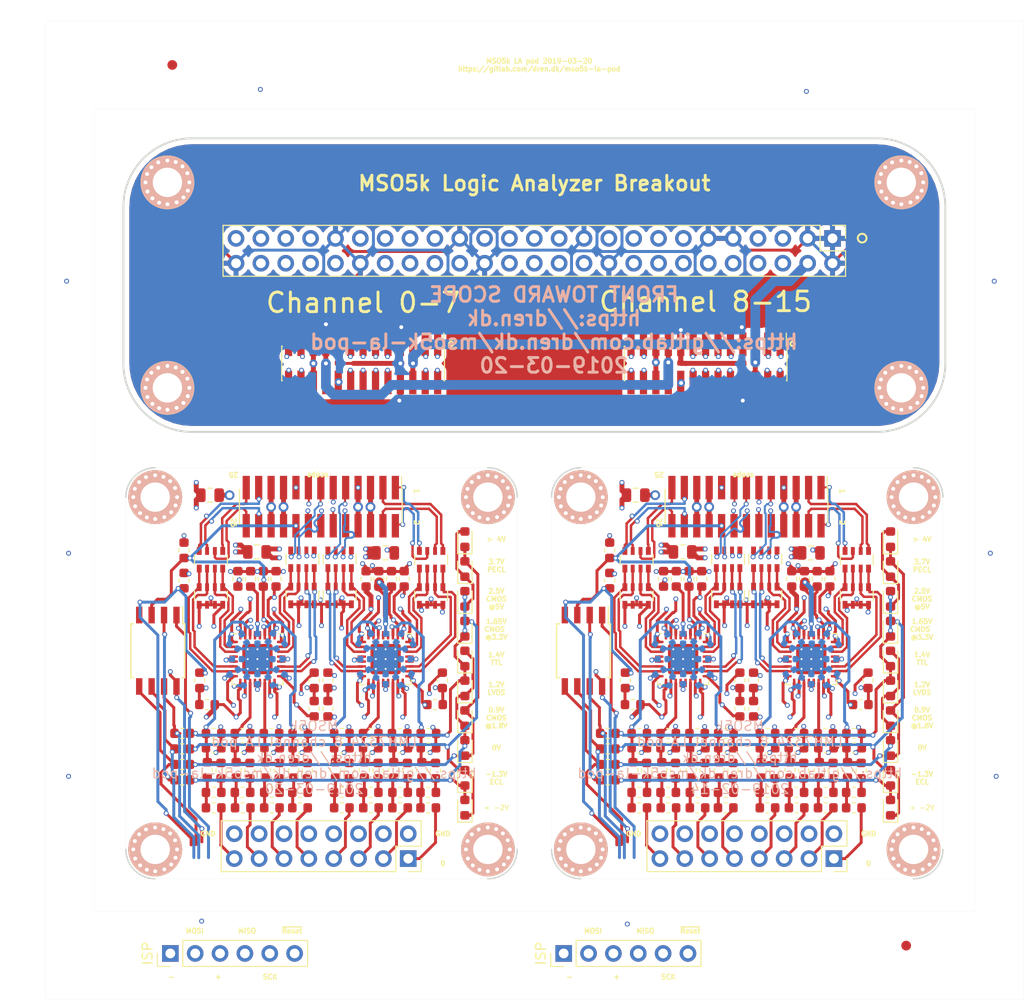
<source format=kicad_pcb>
(kicad_pcb (version 20171130) (host pcbnew 5.0.2-bee76a0~70~ubuntu18.04.1)
  (layers (0 F.Cu signal) (1 2_Ground power) (2 3_Misc mixed) (31 B.Cu signal) (34 B.Paste user) (35 F.Paste user) (36 B.SilkS user) (37 F.SilkS user) (38 B.Mask user) (39 F.Mask user) (44 Edge.Cuts user))
  (net 0 "")
  (net 1 GND)
  (net 2 -2V5)
  (net 3 Vref_8-15)
  (net 4 Vref_0-7)
  (net 5 +2V5)
  (net 6 +4V)
  (net 7 D8-)
  (net 8 D8+)
  (net 9 D9-)
  (net 10 D9+)
  (net 11 D0-)
  (net 12 D0+)
  (net 13 D1-)
  (net 14 D1+)
  (net 15 D10-)
  (net 16 D10+)
  (net 17 D11-)
  (net 18 D11+)
  (net 19 D2-)
  (net 20 D2+)
  (net 21 D3-)
  (net 22 D3+)
  (net 23 D12-)
  (net 24 D12+)
  (net 25 D13-)
  (net 26 D13+)
  (net 27 D4-)
  (net 28 D4+)
  (net 29 D5-)
  (net 30 D5+)
  (net 31 D14-)
  (net 32 D14+)
  (net 33 D15-)
  (net 34 D15+)
  (net 35 D6-)
  (net 36 D6+)
  (net 37 D7-)
  (net 38 D7+)
  (net 39 "Net-(C201-Pad1)")
  (net 40 "Net-(C201-Pad2)")
  (net 41 "Net-(C202-Pad2)")
  (net 42 "Net-(C202-Pad1)")
  (net 43 "Net-(C213-Pad2)")
  (net 44 "Net-(C213-Pad1)")
  (net 45 "Net-(C214-Pad2)")
  (net 46 "Net-(C214-Pad1)")
  (net 47 "Net-(C401-Pad1)")
  (net 48 "Net-(C401-Pad2)")
  (net 49 "Net-(C402-Pad1)")
  (net 50 "Net-(C402-Pad2)")
  (net 51 "Net-(C413-Pad1)")
  (net 52 "Net-(C413-Pad2)")
  (net 53 "Net-(C414-Pad1)")
  (net 54 "Net-(C414-Pad2)")
  (net 55 "/Ch 4-7/A-")
  (net 56 "/Ch 4-7/A+")
  (net 57 "/Ch 4-7/B+")
  (net 58 "/Ch 4-7/B-")
  (net 59 "/Ch 4-7/C-")
  (net 60 "/Ch 4-7/C+")
  (net 61 "/Ch 4-7/D+")
  (net 62 "/Ch 4-7/D-")
  (net 63 "/Ch 0-3/D-")
  (net 64 "/Ch 0-3/D+")
  (net 65 "/Ch 0-3/C+")
  (net 66 "/Ch 0-3/C-")
  (net 67 "/Ch 0-3/B-")
  (net 68 "/Ch 0-3/B+")
  (net 69 "/Ch 0-3/A+")
  (net 70 "/Ch 0-3/A-")
  (net 71 In0)
  (net 72 In1)
  (net 73 In2)
  (net 74 In3)
  (net 75 In4)
  (net 76 In5)
  (net 77 In6)
  (net 78 In7)
  (net 79 "Net-(R201-Pad1)")
  (net 80 "Net-(R202-Pad1)")
  (net 81 "Net-(R209-Pad1)")
  (net 82 "Net-(R210-Pad1)")
  (net 83 "Net-(R401-Pad1)")
  (net 84 "Net-(R402-Pad1)")
  (net 85 "Net-(R409-Pad1)")
  (net 86 "Net-(R410-Pad1)")
  (net 87 Vref)
  (net 88 "Net-(R418-Pad2)")
  (net 89 "Net-(R419-Pad2)")
  (net 90 "Net-(R420-Pad2)")
  (net 91 "Net-(R421-Pad2)")
  (net 92 /LEDs/PB1)
  (net 93 /LEDs/PB0)
  (net 94 /LEDs/PB2)
  (net 95 /LEDs/PB3)
  (net 96 ~Reset)
  (module Connector_PinHeader_2.54mm:PinHeader_1x06_P2.54mm_Vertical (layer F.Cu) (at 85 118.3 90)
    (fp_text reference ISP (at 0 -2.33 90) (layer F.SilkS))
    (fp_text value PinHeader_1x06_P2.54mm_Vertical hide)
    (pad 1 thru_hole rect (at 0 0 90) (size 1.7 1.7) (drill 1) (layers *.Cu *.Mask) (net 2 -2V5))
    (pad 2 thru_hole oval (at 0 2.54 90) (size 1.7 1.7) (drill 1) (layers *.Cu *.Mask) (net 88 "Net-(R418-Pad2)"))
    (pad 3 thru_hole oval (at 0 5.08 90) (size 1.7 1.7) (drill 1) (layers *.Cu *.Mask) (net 5 +2V5))
    (pad 4 thru_hole oval (at 0 7.62 90) (size 1.7 1.7) (drill 1) (layers *.Cu *.Mask) (net 89 "Net-(R419-Pad2)"))
    (pad 5 thru_hole oval (at 0 10.16 90) (size 1.7 1.7) (drill 1) (layers *.Cu *.Mask) (net 90 "Net-(R420-Pad2)"))
    (pad 6 thru_hole oval (at 0 12.7 90) (size 1.7 1.7) (drill 1) (layers *.Cu *.Mask) (net 96 ~Reset))
  )
  (module Connector_PinHeader_2.54mm:PinHeader_2x25_P2.54mm_Vertical (layer F.Cu) (at 112.475 45.225 270)
    (fp_text reference J101 hide)
    (fp_text value scope)
    (pad 1 thru_hole rect (at 0 0 270) (size 1.7 1.7) (drill 1) (layers *.Cu *.Mask) (net 1 GND))
    (pad 2 thru_hole oval (at 2.54 0 270) (size 1.7 1.7) (drill 1) (layers *.Cu *.Mask) (net 1 GND))
    (pad 3 thru_hole oval (at 0 2.54 270) (size 1.7 1.7) (drill 1) (layers *.Cu *.Mask) (net 1 GND))
    (pad 4 thru_hole oval (at 2.54 2.54 270) (size 1.7 1.7) (drill 1) (layers *.Cu *.Mask) (net 2 -2V5))
    (pad 5 thru_hole oval (at 0 5.08 270) (size 1.7 1.7) (drill 1) (layers *.Cu *.Mask) (net 3 Vref_8-15))
    (pad 6 thru_hole oval (at 2.54 5.08 270) (size 1.7 1.7) (drill 1) (layers *.Cu *.Mask) (net 4 Vref_0-7))
    (pad 7 thru_hole oval (at 0 7.62 270) (size 1.7 1.7) (drill 1) (layers *.Cu *.Mask) (net 5 +2V5))
    (pad 8 thru_hole oval (at 2.54 7.62 270) (size 1.7 1.7) (drill 1) (layers *.Cu *.Mask) (net 6 +4V))
    (pad 9 thru_hole oval (at 0 10.16 270) (size 1.7 1.7) (drill 1) (layers *.Cu *.Mask) (net 1 GND))
    (pad 10 thru_hole oval (at 2.54 10.16 270) (size 1.7 1.7) (drill 1) (layers *.Cu *.Mask) (net 6 +4V))
    (pad 11 thru_hole oval (at 0 12.7 270) (size 1.7 1.7) (drill 1) (layers *.Cu *.Mask) (net 1 GND))
    (pad 12 thru_hole oval (at 2.54 12.7 270) (size 1.7 1.7) (drill 1) (layers *.Cu *.Mask) (net 7 D8-))
    (pad 13 thru_hole oval (at 0 15.24 270) (size 1.7 1.7) (drill 1) (layers *.Cu *.Mask) (net 8 D8+))
    (pad 14 thru_hole oval (at 2.54 15.24 270) (size 1.7 1.7) (drill 1) (layers *.Cu *.Mask) (net 9 D9-))
    (pad 15 thru_hole oval (at 0 17.78 270) (size 1.7 1.7) (drill 1) (layers *.Cu *.Mask) (net 10 D9+))
    (pad 16 thru_hole oval (at 2.54 17.78 270) (size 1.7 1.7) (drill 1) (layers *.Cu *.Mask) (net 11 D0-))
    (pad 17 thru_hole oval (at 0 20.32 270) (size 1.7 1.7) (drill 1) (layers *.Cu *.Mask) (net 12 D0+))
    (pad 18 thru_hole oval (at 2.54 20.32 270) (size 1.7 1.7) (drill 1) (layers *.Cu *.Mask) (net 13 D1-))
    (pad 19 thru_hole oval (at 0 22.86 270) (size 1.7 1.7) (drill 1) (layers *.Cu *.Mask) (net 14 D1+))
    (pad 20 thru_hole oval (at 2.54 22.86 270) (size 1.7 1.7) (drill 1) (layers *.Cu *.Mask) (net 1 GND))
    (pad 21 thru_hole oval (at 0 25.4 270) (size 1.7 1.7) (drill 1) (layers *.Cu *.Mask) (net 1 GND))
    (pad 22 thru_hole oval (at 2.54 25.4 270) (size 1.7 1.7) (drill 1) (layers *.Cu *.Mask) (net 15 D10-))
    (pad 23 thru_hole oval (at 0 27.94 270) (size 1.7 1.7) (drill 1) (layers *.Cu *.Mask) (net 16 D10+))
    (pad 24 thru_hole oval (at 2.54 27.94 270) (size 1.7 1.7) (drill 1) (layers *.Cu *.Mask) (net 17 D11-))
    (pad 25 thru_hole oval (at 0 30.48 270) (size 1.7 1.7) (drill 1) (layers *.Cu *.Mask) (net 18 D11+))
    (pad 26 thru_hole oval (at 2.54 30.48 270) (size 1.7 1.7) (drill 1) (layers *.Cu *.Mask) (net 19 D2-))
    (pad 27 thru_hole oval (at 0 33.02 270) (size 1.7 1.7) (drill 1) (layers *.Cu *.Mask) (net 20 D2+))
    (pad 28 thru_hole oval (at 2.54 33.02 270) (size 1.7 1.7) (drill 1) (layers *.Cu *.Mask) (net 21 D3-))
    (pad 29 thru_hole oval (at 0 35.56 270) (size 1.7 1.7) (drill 1) (layers *.Cu *.Mask) (net 22 D3+))
    (pad 30 thru_hole oval (at 2.54 35.56 270) (size 1.7 1.7) (drill 1) (layers *.Cu *.Mask) (net 1 GND))
    (pad 31 thru_hole oval (at 0 38.1 270) (size 1.7 1.7) (drill 1) (layers *.Cu *.Mask) (net 1 GND))
    (pad 32 thru_hole oval (at 2.54 38.1 270) (size 1.7 1.7) (drill 1) (layers *.Cu *.Mask) (net 23 D12-))
    (pad 33 thru_hole oval (at 0 40.64 270) (size 1.7 1.7) (drill 1) (layers *.Cu *.Mask) (net 24 D12+))
    (pad 34 thru_hole oval (at 2.54 40.64 270) (size 1.7 1.7) (drill 1) (layers *.Cu *.Mask) (net 25 D13-))
    (pad 35 thru_hole oval (at 0 43.18 270) (size 1.7 1.7) (drill 1) (layers *.Cu *.Mask) (net 26 D13+))
    (pad 36 thru_hole oval (at 2.54 43.18 270) (size 1.7 1.7) (drill 1) (layers *.Cu *.Mask) (net 27 D4-))
    (pad 37 thru_hole oval (at 0 45.72 270) (size 1.7 1.7) (drill 1) (layers *.Cu *.Mask) (net 28 D4+))
    (pad 38 thru_hole oval (at 2.54 45.72 270) (size 1.7 1.7) (drill 1) (layers *.Cu *.Mask) (net 29 D5-))
    (pad 39 thru_hole oval (at 0 48.26 270) (size 1.7 1.7) (drill 1) (layers *.Cu *.Mask) (net 30 D5+))
    (pad 40 thru_hole oval (at 2.54 48.26 270) (size 1.7 1.7) (drill 1) (layers *.Cu *.Mask) (net 1 GND))
    (pad 41 thru_hole oval (at 0 50.8 270) (size 1.7 1.7) (drill 1) (layers *.Cu *.Mask) (net 1 GND))
    (pad 42 thru_hole oval (at 2.54 50.8 270) (size 1.7 1.7) (drill 1) (layers *.Cu *.Mask) (net 31 D14-))
    (pad 43 thru_hole oval (at 0 53.34 270) (size 1.7 1.7) (drill 1) (layers *.Cu *.Mask) (net 32 D14+))
    (pad 44 thru_hole oval (at 2.54 53.34 270) (size 1.7 1.7) (drill 1) (layers *.Cu *.Mask) (net 33 D15-))
    (pad 45 thru_hole oval (at 0 55.88 270) (size 1.7 1.7) (drill 1) (layers *.Cu *.Mask) (net 34 D15+))
    (pad 46 thru_hole oval (at 2.54 55.88 270) (size 1.7 1.7) (drill 1) (layers *.Cu *.Mask) (net 35 D6-))
    (pad 47 thru_hole oval (at 0 58.42 270) (size 1.7 1.7) (drill 1) (layers *.Cu *.Mask) (net 36 D6+))
    (pad 48 thru_hole oval (at 2.54 58.42 270) (size 1.7 1.7) (drill 1) (layers *.Cu *.Mask) (net 37 D7-))
    (pad 49 thru_hole oval (at 0 60.96 270) (size 1.7 1.7) (drill 1) (layers *.Cu *.Mask) (net 38 D7+))
    (pad 50 thru_hole oval (at 2.54 60.96 270) (size 1.7 1.7) (drill 1) (layers *.Cu *.Mask) (net 1 GND))
  )
  (module Connector_PinHeader_1.27mm:PinHeader_2x13_P1.27mm_Vertical_SMD (layer F.Cu) (at 64.5 58 270)
    (fp_text reference J102 hide)
    (fp_text value pod_0-7)
    (pad 1 smd rect (at -1.95 -7.62 270) (size 2.4 0.74) (layers F.Cu F.Paste F.Mask) (net 11 D0-))
    (pad 2 smd rect (at 1.95 -7.62 270) (size 2.4 0.74) (layers F.Cu F.Paste F.Mask) (net 12 D0+))
    (pad 3 smd rect (at -1.95 -6.35 270) (size 2.4 0.74) (layers F.Cu F.Paste F.Mask) (net 13 D1-))
    (pad 4 smd rect (at 1.95 -6.35 270) (size 2.4 0.74) (layers F.Cu F.Paste F.Mask) (net 14 D1+))
    (pad 5 smd rect (at -1.95 -5.08 270) (size 2.4 0.74) (layers F.Cu F.Paste F.Mask) (net 2 -2V5))
    (pad 6 smd rect (at 1.95 -5.08 270) (size 2.4 0.74) (layers F.Cu F.Paste F.Mask) (net 2 -2V5))
    (pad 7 smd rect (at -1.95 -3.81 270) (size 2.4 0.74) (layers F.Cu F.Paste F.Mask) (net 1 GND))
    (pad 8 smd rect (at 1.95 -3.81 270) (size 2.4 0.74) (layers F.Cu F.Paste F.Mask) (net 1 GND))
    (pad 9 smd rect (at -1.95 -2.54 270) (size 2.4 0.74) (layers F.Cu F.Paste F.Mask) (net 19 D2-))
    (pad 10 smd rect (at 1.95 -2.54 270) (size 2.4 0.74) (layers F.Cu F.Paste F.Mask) (net 20 D2+))
    (pad 11 smd rect (at -1.95 -1.27 270) (size 2.4 0.74) (layers F.Cu F.Paste F.Mask) (net 21 D3-))
    (pad 12 smd rect (at 1.95 -1.27 270) (size 2.4 0.74) (layers F.Cu F.Paste F.Mask) (net 22 D3+))
    (pad 13 smd rect (at -1.95 0 270) (size 2.4 0.74) (layers F.Cu F.Paste F.Mask) (net 27 D4-))
    (pad 14 smd rect (at 1.95 0 270) (size 2.4 0.74) (layers F.Cu F.Paste F.Mask) (net 28 D4+))
    (pad 15 smd rect (at -1.95 1.27 270) (size 2.4 0.74) (layers F.Cu F.Paste F.Mask) (net 29 D5-))
    (pad 16 smd rect (at 1.95 1.27 270) (size 2.4 0.74) (layers F.Cu F.Paste F.Mask) (net 30 D5+))
    (pad 17 smd rect (at -1.95 2.54 270) (size 2.4 0.74) (layers F.Cu F.Paste F.Mask) (net 1 GND))
    (pad 18 smd rect (at 1.95 2.54 270) (size 2.4 0.74) (layers F.Cu F.Paste F.Mask) (net 4 Vref_0-7))
    (pad 19 smd rect (at -1.95 3.81 270) (size 2.4 0.74) (layers F.Cu F.Paste F.Mask) (net 5 +2V5))
    (pad 20 smd rect (at 1.95 3.81 270) (size 2.4 0.74) (layers F.Cu F.Paste F.Mask) (net 5 +2V5))
    (pad 21 smd rect (at -1.95 5.08 270) (size 2.4 0.74) (layers F.Cu F.Paste F.Mask) (net 6 +4V))
    (pad 22 smd rect (at 1.95 5.08 270) (size 2.4 0.74) (layers F.Cu F.Paste F.Mask) (net 6 +4V))
    (pad 23 smd rect (at -1.95 6.35 270) (size 2.4 0.74) (layers F.Cu F.Paste F.Mask) (net 35 D6-))
    (pad 24 smd rect (at 1.95 6.35 270) (size 2.4 0.74) (layers F.Cu F.Paste F.Mask) (net 36 D6+))
    (pad 25 smd rect (at -1.95 7.62 270) (size 2.4 0.74) (layers F.Cu F.Paste F.Mask) (net 37 D7-))
    (pad 26 smd rect (at 1.95 7.62 270) (size 2.4 0.74) (layers F.Cu F.Paste F.Mask) (net 38 D7+))
  )
  (module Connector_PinHeader_1.27mm:PinHeader_2x13_P1.27mm_Vertical_SMD (layer F.Cu) (at 99.5 58 270)
    (fp_text reference J103 hide)
    (fp_text value pod_8-15)
    (pad 26 smd rect (at 1.95 7.62 270) (size 2.4 0.74) (layers F.Cu F.Paste F.Mask) (net 34 D15+))
    (pad 25 smd rect (at -1.95 7.62 270) (size 2.4 0.74) (layers F.Cu F.Paste F.Mask) (net 33 D15-))
    (pad 24 smd rect (at 1.95 6.35 270) (size 2.4 0.74) (layers F.Cu F.Paste F.Mask) (net 32 D14+))
    (pad 23 smd rect (at -1.95 6.35 270) (size 2.4 0.74) (layers F.Cu F.Paste F.Mask) (net 31 D14-))
    (pad 22 smd rect (at 1.95 5.08 270) (size 2.4 0.74) (layers F.Cu F.Paste F.Mask) (net 6 +4V))
    (pad 21 smd rect (at -1.95 5.08 270) (size 2.4 0.74) (layers F.Cu F.Paste F.Mask) (net 6 +4V))
    (pad 20 smd rect (at 1.95 3.81 270) (size 2.4 0.74) (layers F.Cu F.Paste F.Mask) (net 5 +2V5))
    (pad 19 smd rect (at -1.95 3.81 270) (size 2.4 0.74) (layers F.Cu F.Paste F.Mask) (net 5 +2V5))
    (pad 18 smd rect (at 1.95 2.54 270) (size 2.4 0.74) (layers F.Cu F.Paste F.Mask) (net 3 Vref_8-15))
    (pad 17 smd rect (at -1.95 2.54 270) (size 2.4 0.74) (layers F.Cu F.Paste F.Mask) (net 1 GND))
    (pad 16 smd rect (at 1.95 1.27 270) (size 2.4 0.74) (layers F.Cu F.Paste F.Mask) (net 26 D13+))
    (pad 15 smd rect (at -1.95 1.27 270) (size 2.4 0.74) (layers F.Cu F.Paste F.Mask) (net 25 D13-))
    (pad 14 smd rect (at 1.95 0 270) (size 2.4 0.74) (layers F.Cu F.Paste F.Mask) (net 24 D12+))
    (pad 13 smd rect (at -1.95 0 270) (size 2.4 0.74) (layers F.Cu F.Paste F.Mask) (net 23 D12-))
    (pad 12 smd rect (at 1.95 -1.27 270) (size 2.4 0.74) (layers F.Cu F.Paste F.Mask) (net 18 D11+))
    (pad 11 smd rect (at -1.95 -1.27 270) (size 2.4 0.74) (layers F.Cu F.Paste F.Mask) (net 17 D11-))
    (pad 10 smd rect (at 1.95 -2.54 270) (size 2.4 0.74) (layers F.Cu F.Paste F.Mask) (net 16 D10+))
    (pad 9 smd rect (at -1.95 -2.54 270) (size 2.4 0.74) (layers F.Cu F.Paste F.Mask) (net 15 D10-))
    (pad 8 smd rect (at 1.95 -3.81 270) (size 2.4 0.74) (layers F.Cu F.Paste F.Mask) (net 1 GND))
    (pad 7 smd rect (at -1.95 -3.81 270) (size 2.4 0.74) (layers F.Cu F.Paste F.Mask) (net 1 GND))
    (pad 6 smd rect (at 1.95 -5.08 270) (size 2.4 0.74) (layers F.Cu F.Paste F.Mask) (net 2 -2V5))
    (pad 5 smd rect (at -1.95 -5.08 270) (size 2.4 0.74) (layers F.Cu F.Paste F.Mask) (net 2 -2V5))
    (pad 4 smd rect (at 1.95 -6.35 270) (size 2.4 0.74) (layers F.Cu F.Paste F.Mask) (net 10 D9+))
    (pad 3 smd rect (at -1.95 -6.35 270) (size 2.4 0.74) (layers F.Cu F.Paste F.Mask) (net 9 D9-))
    (pad 2 smd rect (at 1.95 -7.62 270) (size 2.4 0.74) (layers F.Cu F.Paste F.Mask) (net 8 D8+))
    (pad 1 smd rect (at -1.95 -7.62 270) (size 2.4 0.74) (layers F.Cu F.Paste F.Mask) (net 7 D8-))
  )
  (module projectdir:3mm (layer F.Cu) (at 44.5 39.5)
    (fp_text reference J104 hide)
    (fp_text value "3mm hole" hide)
    (pad 1 thru_hole circle (at 0 0 90) (size 5.5 5.5) (drill 3) (layers *.Cu *.SilkS *.Mask) (net 1 GND))
    (pad 1 thru_hole circle (at 2.24 0 90) (size 0.5 0.5) (drill 0.4) (layers *.Cu *.SilkS *.Mask) (net 1 GND))
    (pad 1 thru_hole circle (at 0.94 2.04 90) (size 0.5 0.5) (drill 0.4) (layers *.Cu *.SilkS *.Mask) (net 1 GND))
    (pad 1 thru_hole circle (at 2.08 0.85 90) (size 0.5 0.5) (drill 0.4) (layers *.Cu *.SilkS *.Mask) (net 1 GND))
    (pad 1 thru_hole circle (at 1.64 1.54 90) (size 0.5 0.5) (drill 0.4) (layers *.Cu *.SilkS *.Mask) (net 1 GND))
    (pad 1 thru_hole circle (at 0.002796 -2.23518 180) (size 0.5 0.5) (drill 0.4) (layers *.Cu *.SilkS *.Mask) (net 1 GND))
    (pad 1 thru_hole circle (at 0.852796 -2.07518 180) (size 0.5 0.5) (drill 0.4) (layers *.Cu *.SilkS *.Mask) (net 1 GND))
    (pad 1 thru_hole circle (at 1.542796 -1.63518 180) (size 0.5 0.5) (drill 0.4) (layers *.Cu *.SilkS *.Mask) (net 1 GND))
    (pad 1 thru_hole circle (at 2.042796 -0.93518 180) (size 0.5 0.5) (drill 0.4) (layers *.Cu *.SilkS *.Mask) (net 1 GND))
    (pad 1 thru_hole circle (at -2.23518 -0.002796 270) (size 0.5 0.5) (drill 0.4) (layers *.Cu *.SilkS *.Mask) (net 1 GND))
    (pad 1 thru_hole circle (at -2.07518 -0.852796 270) (size 0.5 0.5) (drill 0.4) (layers *.Cu *.SilkS *.Mask) (net 1 GND))
    (pad 1 thru_hole circle (at -1.63518 -1.542796 270) (size 0.5 0.5) (drill 0.4) (layers *.Cu *.SilkS *.Mask) (net 1 GND))
    (pad 1 thru_hole circle (at -0.93518 -2.042796 270) (size 0.5 0.5) (drill 0.4) (layers *.Cu *.SilkS *.Mask) (net 1 GND))
    (pad 1 thru_hole circle (at 0.007204 2.23518) (size 0.5 0.5) (drill 0.4) (layers *.Cu *.SilkS *.Mask) (net 1 GND))
    (pad 1 thru_hole circle (at -0.842796 2.07518) (size 0.5 0.5) (drill 0.4) (layers *.Cu *.SilkS *.Mask) (net 1 GND))
    (pad 1 thru_hole circle (at -1.532796 1.63518) (size 0.5 0.5) (drill 0.4) (layers *.Cu *.SilkS *.Mask) (net 1 GND))
    (pad 1 thru_hole circle (at -2.032796 0.93518) (size 0.5 0.5) (drill 0.4) (layers *.Cu *.SilkS *.Mask) (net 1 GND))
  )
  (module projectdir:3mm (layer F.Cu) (at 44.5 60.5)
    (fp_text reference J105 hide)
    (fp_text value "3mm hole" hide)
    (pad 1 thru_hole circle (at -2.032796 0.93518) (size 0.5 0.5) (drill 0.4) (layers *.Cu *.SilkS *.Mask) (net 1 GND))
    (pad 1 thru_hole circle (at -1.532796 1.63518) (size 0.5 0.5) (drill 0.4) (layers *.Cu *.SilkS *.Mask) (net 1 GND))
    (pad 1 thru_hole circle (at -0.842796 2.07518) (size 0.5 0.5) (drill 0.4) (layers *.Cu *.SilkS *.Mask) (net 1 GND))
    (pad 1 thru_hole circle (at 0.007204 2.23518) (size 0.5 0.5) (drill 0.4) (layers *.Cu *.SilkS *.Mask) (net 1 GND))
    (pad 1 thru_hole circle (at -0.93518 -2.042796 270) (size 0.5 0.5) (drill 0.4) (layers *.Cu *.SilkS *.Mask) (net 1 GND))
    (pad 1 thru_hole circle (at -1.63518 -1.542796 270) (size 0.5 0.5) (drill 0.4) (layers *.Cu *.SilkS *.Mask) (net 1 GND))
    (pad 1 thru_hole circle (at -2.07518 -0.852796 270) (size 0.5 0.5) (drill 0.4) (layers *.Cu *.SilkS *.Mask) (net 1 GND))
    (pad 1 thru_hole circle (at -2.23518 -0.002796 270) (size 0.5 0.5) (drill 0.4) (layers *.Cu *.SilkS *.Mask) (net 1 GND))
    (pad 1 thru_hole circle (at 2.042796 -0.93518 180) (size 0.5 0.5) (drill 0.4) (layers *.Cu *.SilkS *.Mask) (net 1 GND))
    (pad 1 thru_hole circle (at 1.542796 -1.63518 180) (size 0.5 0.5) (drill 0.4) (layers *.Cu *.SilkS *.Mask) (net 1 GND))
    (pad 1 thru_hole circle (at 0.852796 -2.07518 180) (size 0.5 0.5) (drill 0.4) (layers *.Cu *.SilkS *.Mask) (net 1 GND))
    (pad 1 thru_hole circle (at 0.002796 -2.23518 180) (size 0.5 0.5) (drill 0.4) (layers *.Cu *.SilkS *.Mask) (net 1 GND))
    (pad 1 thru_hole circle (at 1.64 1.54 90) (size 0.5 0.5) (drill 0.4) (layers *.Cu *.SilkS *.Mask) (net 1 GND))
    (pad 1 thru_hole circle (at 2.08 0.85 90) (size 0.5 0.5) (drill 0.4) (layers *.Cu *.SilkS *.Mask) (net 1 GND))
    (pad 1 thru_hole circle (at 0.94 2.04 90) (size 0.5 0.5) (drill 0.4) (layers *.Cu *.SilkS *.Mask) (net 1 GND))
    (pad 1 thru_hole circle (at 2.24 0 90) (size 0.5 0.5) (drill 0.4) (layers *.Cu *.SilkS *.Mask) (net 1 GND))
    (pad 1 thru_hole circle (at 0 0 90) (size 5.5 5.5) (drill 3) (layers *.Cu *.SilkS *.Mask) (net 1 GND))
  )
  (module projectdir:3mm (layer F.Cu) (at 119.5 39.5)
    (fp_text reference J106 hide)
    (fp_text value "3mm hole" hide)
    (pad 1 thru_hole circle (at 0 0 90) (size 5.5 5.5) (drill 3) (layers *.Cu *.SilkS *.Mask) (net 1 GND))
    (pad 1 thru_hole circle (at 2.24 0 90) (size 0.5 0.5) (drill 0.4) (layers *.Cu *.SilkS *.Mask) (net 1 GND))
    (pad 1 thru_hole circle (at 0.94 2.04 90) (size 0.5 0.5) (drill 0.4) (layers *.Cu *.SilkS *.Mask) (net 1 GND))
    (pad 1 thru_hole circle (at 2.08 0.85 90) (size 0.5 0.5) (drill 0.4) (layers *.Cu *.SilkS *.Mask) (net 1 GND))
    (pad 1 thru_hole circle (at 1.64 1.54 90) (size 0.5 0.5) (drill 0.4) (layers *.Cu *.SilkS *.Mask) (net 1 GND))
    (pad 1 thru_hole circle (at 0.002796 -2.23518 180) (size 0.5 0.5) (drill 0.4) (layers *.Cu *.SilkS *.Mask) (net 1 GND))
    (pad 1 thru_hole circle (at 0.852796 -2.07518 180) (size 0.5 0.5) (drill 0.4) (layers *.Cu *.SilkS *.Mask) (net 1 GND))
    (pad 1 thru_hole circle (at 1.542796 -1.63518 180) (size 0.5 0.5) (drill 0.4) (layers *.Cu *.SilkS *.Mask) (net 1 GND))
    (pad 1 thru_hole circle (at 2.042796 -0.93518 180) (size 0.5 0.5) (drill 0.4) (layers *.Cu *.SilkS *.Mask) (net 1 GND))
    (pad 1 thru_hole circle (at -2.23518 -0.002796 270) (size 0.5 0.5) (drill 0.4) (layers *.Cu *.SilkS *.Mask) (net 1 GND))
    (pad 1 thru_hole circle (at -2.07518 -0.852796 270) (size 0.5 0.5) (drill 0.4) (layers *.Cu *.SilkS *.Mask) (net 1 GND))
    (pad 1 thru_hole circle (at -1.63518 -1.542796 270) (size 0.5 0.5) (drill 0.4) (layers *.Cu *.SilkS *.Mask) (net 1 GND))
    (pad 1 thru_hole circle (at -0.93518 -2.042796 270) (size 0.5 0.5) (drill 0.4) (layers *.Cu *.SilkS *.Mask) (net 1 GND))
    (pad 1 thru_hole circle (at 0.007204 2.23518) (size 0.5 0.5) (drill 0.4) (layers *.Cu *.SilkS *.Mask) (net 1 GND))
    (pad 1 thru_hole circle (at -0.842796 2.07518) (size 0.5 0.5) (drill 0.4) (layers *.Cu *.SilkS *.Mask) (net 1 GND))
    (pad 1 thru_hole circle (at -1.532796 1.63518) (size 0.5 0.5) (drill 0.4) (layers *.Cu *.SilkS *.Mask) (net 1 GND))
    (pad 1 thru_hole circle (at -2.032796 0.93518) (size 0.5 0.5) (drill 0.4) (layers *.Cu *.SilkS *.Mask) (net 1 GND))
  )
  (module projectdir:3mm (layer F.Cu) (at 119.5 60.5)
    (fp_text reference J107 hide)
    (fp_text value "3mm hole" hide)
    (pad 1 thru_hole circle (at -2.032796 0.93518) (size 0.5 0.5) (drill 0.4) (layers *.Cu *.SilkS *.Mask) (net 1 GND))
    (pad 1 thru_hole circle (at -1.532796 1.63518) (size 0.5 0.5) (drill 0.4) (layers *.Cu *.SilkS *.Mask) (net 1 GND))
    (pad 1 thru_hole circle (at -0.842796 2.07518) (size 0.5 0.5) (drill 0.4) (layers *.Cu *.SilkS *.Mask) (net 1 GND))
    (pad 1 thru_hole circle (at 0.007204 2.23518) (size 0.5 0.5) (drill 0.4) (layers *.Cu *.SilkS *.Mask) (net 1 GND))
    (pad 1 thru_hole circle (at -0.93518 -2.042796 270) (size 0.5 0.5) (drill 0.4) (layers *.Cu *.SilkS *.Mask) (net 1 GND))
    (pad 1 thru_hole circle (at -1.63518 -1.542796 270) (size 0.5 0.5) (drill 0.4) (layers *.Cu *.SilkS *.Mask) (net 1 GND))
    (pad 1 thru_hole circle (at -2.07518 -0.852796 270) (size 0.5 0.5) (drill 0.4) (layers *.Cu *.SilkS *.Mask) (net 1 GND))
    (pad 1 thru_hole circle (at -2.23518 -0.002796 270) (size 0.5 0.5) (drill 0.4) (layers *.Cu *.SilkS *.Mask) (net 1 GND))
    (pad 1 thru_hole circle (at 2.042796 -0.93518 180) (size 0.5 0.5) (drill 0.4) (layers *.Cu *.SilkS *.Mask) (net 1 GND))
    (pad 1 thru_hole circle (at 1.542796 -1.63518 180) (size 0.5 0.5) (drill 0.4) (layers *.Cu *.SilkS *.Mask) (net 1 GND))
    (pad 1 thru_hole circle (at 0.852796 -2.07518 180) (size 0.5 0.5) (drill 0.4) (layers *.Cu *.SilkS *.Mask) (net 1 GND))
    (pad 1 thru_hole circle (at 0.002796 -2.23518 180) (size 0.5 0.5) (drill 0.4) (layers *.Cu *.SilkS *.Mask) (net 1 GND))
    (pad 1 thru_hole circle (at 1.64 1.54 90) (size 0.5 0.5) (drill 0.4) (layers *.Cu *.SilkS *.Mask) (net 1 GND))
    (pad 1 thru_hole circle (at 2.08 0.85 90) (size 0.5 0.5) (drill 0.4) (layers *.Cu *.SilkS *.Mask) (net 1 GND))
    (pad 1 thru_hole circle (at 0.94 2.04 90) (size 0.5 0.5) (drill 0.4) (layers *.Cu *.SilkS *.Mask) (net 1 GND))
    (pad 1 thru_hole circle (at 2.24 0 90) (size 0.5 0.5) (drill 0.4) (layers *.Cu *.SilkS *.Mask) (net 1 GND))
    (pad 1 thru_hole circle (at 0 0 90) (size 5.5 5.5) (drill 3) (layers *.Cu *.SilkS *.Mask) (net 1 GND))
  )
  (module Capacitor_SMD:C_0603_1608Metric (layer F.Cu) (at 46.2 77.1 90)
    (fp_text reference C104 hide)
    (fp_text value 100n hide)
    (pad 1 smd roundrect (at -0.7875 0 90) (size 0.875 0.95) (layers F.Cu F.Paste F.Mask) (net 87 Vref))
    (pad 2 smd roundrect (at 0.7875 0 90) (size 0.875 0.95) (layers F.Cu F.Paste F.Mask) (net 1 GND))
  )
  (module Package_DFN_QFN:QFN-32-1EP_5x5mm_P0.5mm_EP3.1x3.1mm_ThermalVias (layer F.Cu) (at 66.802371 88.218509)
    (fp_text reference IC401 hide)
    (fp_text value lmh7324 hide)
    (pad 32 smd roundrect (at -1.75 -2.4375) (size 0.25 0.875) (layers F.Cu F.Paste F.Mask) (net 6 +4V))
    (pad 31 smd roundrect (at -1.25 -2.4375) (size 0.25 0.875) (layers F.Cu F.Paste F.Mask) (net 87 Vref))
    (pad 30 smd roundrect (at -0.75 -2.4375) (size 0.25 0.875) (layers F.Cu F.Paste F.Mask) (net 53 "Net-(C414-Pad1)"))
    (pad 29 smd roundrect (at -0.25 -2.4375) (size 0.25 0.875) (layers F.Cu F.Paste F.Mask) (net 2 -2V5))
    (pad 28 smd roundrect (at 0.25 -2.4375) (size 0.25 0.875) (layers F.Cu F.Paste F.Mask) (net 2 -2V5))
    (pad 27 smd roundrect (at 0.75 -2.4375) (size 0.25 0.875) (layers F.Cu F.Paste F.Mask) (net 47 "Net-(C401-Pad1)"))
    (pad 26 smd roundrect (at 1.25 -2.4375) (size 0.25 0.875) (layers F.Cu F.Paste F.Mask) (net 87 Vref))
    (pad 25 smd roundrect (at 1.75 -2.4375) (size 0.25 0.875) (layers F.Cu F.Paste F.Mask) (net 6 +4V))
    (pad 24 smd roundrect (at 2.4375 -1.75) (size 0.875 0.25) (layers F.Cu F.Paste F.Mask) (net 5 +2V5))
    (pad 23 smd roundrect (at 2.4375 -1.25) (size 0.875 0.25) (layers F.Cu F.Paste F.Mask) (net 70 "/Ch 0-3/A-"))
    (pad 22 smd roundrect (at 2.4375 -0.75) (size 0.875 0.25) (layers F.Cu F.Paste F.Mask) (net 69 "/Ch 0-3/A+"))
    (pad 21 smd roundrect (at 2.4375 -0.25) (size 0.875 0.25) (layers F.Cu F.Paste F.Mask) (net 2 -2V5))
    (pad 20 smd roundrect (at 2.4375 0.25) (size 0.875 0.25) (layers F.Cu F.Paste F.Mask) (net 2 -2V5))
    (pad 19 smd roundrect (at 2.4375 0.75) (size 0.875 0.25) (layers F.Cu F.Paste F.Mask) (net 68 "/Ch 0-3/B+"))
    (pad 18 smd roundrect (at 2.4375 1.25) (size 0.875 0.25) (layers F.Cu F.Paste F.Mask) (net 67 "/Ch 0-3/B-"))
    (pad 17 smd roundrect (at 2.4375 1.75) (size 0.875 0.25) (layers F.Cu F.Paste F.Mask) (net 5 +2V5))
    (pad 16 smd roundrect (at 1.75 2.4375) (size 0.25 0.875) (layers F.Cu F.Paste F.Mask) (net 6 +4V))
    (pad 15 smd roundrect (at 1.25 2.4375) (size 0.25 0.875) (layers F.Cu F.Paste F.Mask) (net 87 Vref))
    (pad 14 smd roundrect (at 0.75 2.4375) (size 0.25 0.875) (layers F.Cu F.Paste F.Mask) (net 49 "Net-(C402-Pad1)"))
    (pad 13 smd roundrect (at 0.25 2.4375) (size 0.25 0.875) (layers F.Cu F.Paste F.Mask) (net 2 -2V5))
    (pad 12 smd roundrect (at -0.25 2.4375) (size 0.25 0.875) (layers F.Cu F.Paste F.Mask) (net 2 -2V5))
    (pad 11 smd roundrect (at -0.75 2.4375) (size 0.25 0.875) (layers F.Cu F.Paste F.Mask) (net 51 "Net-(C413-Pad1)"))
    (pad 10 smd roundrect (at -1.25 2.4375) (size 0.25 0.875) (layers F.Cu F.Paste F.Mask) (net 87 Vref))
    (pad 9 smd roundrect (at -1.75 2.4375) (size 0.25 0.875) (layers F.Cu F.Paste F.Mask) (net 6 +4V))
    (pad 8 smd roundrect (at -2.4375 1.75) (size 0.875 0.25) (layers F.Cu F.Paste F.Mask) (net 5 +2V5))
    (pad 7 smd roundrect (at -2.4375 1.25) (size 0.875 0.25) (layers F.Cu F.Paste F.Mask) (net 66 "/Ch 0-3/C-"))
    (pad 6 smd roundrect (at -2.4375 0.75) (size 0.875 0.25) (layers F.Cu F.Paste F.Mask) (net 65 "/Ch 0-3/C+"))
    (pad 5 smd roundrect (at -2.4375 0.25) (size 0.875 0.25) (layers F.Cu F.Paste F.Mask) (net 2 -2V5))
    (pad 4 smd roundrect (at -2.4375 -0.25) (size 0.875 0.25) (layers F.Cu F.Paste F.Mask) (net 2 -2V5))
    (pad 3 smd roundrect (at -2.4375 -0.75) (size 0.875 0.25) (layers F.Cu F.Paste F.Mask) (net 64 "/Ch 0-3/D+"))
    (pad 2 smd roundrect (at -2.4375 -1.25) (size 0.875 0.25) (layers F.Cu F.Paste F.Mask) (net 63 "/Ch 0-3/D-"))
    (pad 1 smd roundrect (at -2.4375 -1.75) (size 0.875 0.25) (layers F.Cu F.Paste F.Mask) (net 5 +2V5))
    (pad 33 smd roundrect (at 0 0) (size 2.5 2.5) (layers B.Cu) (roundrect_rratio 0.1) (net 1 GND))
    (pad 33 thru_hole circle (at 1 1) (size 0.5 0.5) (drill 0.2) (layers *.Cu) (net 1 GND))
    (pad 33 thru_hole circle (at 0 1) (size 0.5 0.5) (drill 0.2) (layers *.Cu) (net 1 GND))
    (pad 33 thru_hole circle (at -1 1) (size 0.5 0.5) (drill 0.2) (layers *.Cu) (net 1 GND))
    (pad 33 thru_hole circle (at 1 0) (size 0.5 0.5) (drill 0.2) (layers *.Cu) (net 1 GND))
    (pad 33 thru_hole circle (at 0 0) (size 0.5 0.5) (drill 0.2) (layers *.Cu) (net 1 GND))
    (pad 33 thru_hole circle (at -1 0) (size 0.5 0.5) (drill 0.2) (layers *.Cu) (net 1 GND))
    (pad 33 thru_hole circle (at 1 -1) (size 0.5 0.5) (drill 0.2) (layers *.Cu) (net 1 GND))
    (pad 33 thru_hole circle (at 0 -1) (size 0.5 0.5) (drill 0.2) (layers *.Cu) (net 1 GND))
    (pad 33 thru_hole circle (at -1 -1) (size 0.5 0.5) (drill 0.2) (layers *.Cu) (net 1 GND))
    (pad 33 smd roundrect (at 0 0) (size 3.1 3.1) (layers F.Cu F.Mask) (roundrect_rratio 0.08064499999999999) (net 1 GND))
  )
  (module Resistor_SMD:R_Array_Convex_4x0603 (layer F.Cu) (at 62.102371 81.718509 90)
    (fp_text reference RN403 hide)
    (fp_text value 200 hide)
    (pad 5 smd rect (at 0.9 1.2 90) (size 0.8 0.5) (layers F.Cu F.Paste F.Mask) (net 63 "/Ch 0-3/D-"))
    (pad 6 smd rect (at 0.9 0.4 90) (size 0.8 0.4) (layers F.Cu F.Paste F.Mask) (net 64 "/Ch 0-3/D+"))
    (pad 8 smd rect (at 0.9 -1.2 90) (size 0.8 0.5) (layers F.Cu F.Paste F.Mask) (net 66 "/Ch 0-3/C-"))
    (pad 7 smd rect (at 0.9 -0.4 90) (size 0.8 0.4) (layers F.Cu F.Paste F.Mask) (net 65 "/Ch 0-3/C+"))
    (pad 4 smd rect (at -0.9 1.2 90) (size 0.8 0.5) (layers F.Cu F.Paste F.Mask) (net 1 GND))
    (pad 2 smd rect (at -0.9 -0.4 90) (size 0.8 0.4) (layers F.Cu F.Paste F.Mask) (net 1 GND))
    (pad 3 smd rect (at -0.9 0.4 90) (size 0.8 0.4) (layers F.Cu F.Paste F.Mask) (net 1 GND))
    (pad 1 smd rect (at -0.9 -1.2 90) (size 0.8 0.5) (layers F.Cu F.Paste F.Mask) (net 1 GND))
  )
  (module Connector_PinHeader_1.27mm:PinHeader_2x13_P1.27mm_Vertical_SMD (layer F.Cu) (at 60.177371 72.643509 270)
    (fp_text reference J101 hide)
    (fp_text value out)
    (pad 1 smd rect (at -1.95 -7.62 270) (size 2.4 0.74) (layers F.Cu F.Paste F.Mask) (net 11 D0-))
    (pad 2 smd rect (at 1.95 -7.62 270) (size 2.4 0.74) (layers F.Cu F.Paste F.Mask) (net 12 D0+))
    (pad 3 smd rect (at -1.95 -6.35 270) (size 2.4 0.74) (layers F.Cu F.Paste F.Mask) (net 13 D1-))
    (pad 4 smd rect (at 1.95 -6.35 270) (size 2.4 0.74) (layers F.Cu F.Paste F.Mask) (net 14 D1+))
    (pad 5 smd rect (at -1.95 -5.08 270) (size 2.4 0.74) (layers F.Cu F.Paste F.Mask) (net 2 -2V5))
    (pad 6 smd rect (at 1.95 -5.08 270) (size 2.4 0.74) (layers F.Cu F.Paste F.Mask) (net 2 -2V5))
    (pad 7 smd rect (at -1.95 -3.81 270) (size 2.4 0.74) (layers F.Cu F.Paste F.Mask) (net 1 GND))
    (pad 8 smd rect (at 1.95 -3.81 270) (size 2.4 0.74) (layers F.Cu F.Paste F.Mask) (net 1 GND))
    (pad 9 smd rect (at -1.95 -2.54 270) (size 2.4 0.74) (layers F.Cu F.Paste F.Mask) (net 19 D2-))
    (pad 10 smd rect (at 1.95 -2.54 270) (size 2.4 0.74) (layers F.Cu F.Paste F.Mask) (net 20 D2+))
    (pad 11 smd rect (at -1.95 -1.27 270) (size 2.4 0.74) (layers F.Cu F.Paste F.Mask) (net 21 D3-))
    (pad 12 smd rect (at 1.95 -1.27 270) (size 2.4 0.74) (layers F.Cu F.Paste F.Mask) (net 22 D3+))
    (pad 13 smd rect (at -1.95 0 270) (size 2.4 0.74) (layers F.Cu F.Paste F.Mask) (net 27 D4-))
    (pad 14 smd rect (at 1.95 0 270) (size 2.4 0.74) (layers F.Cu F.Paste F.Mask) (net 28 D4+))
    (pad 15 smd rect (at -1.95 1.27 270) (size 2.4 0.74) (layers F.Cu F.Paste F.Mask) (net 29 D5-))
    (pad 16 smd rect (at 1.95 1.27 270) (size 2.4 0.74) (layers F.Cu F.Paste F.Mask) (net 30 D5+))
    (pad 17 smd rect (at -1.95 2.54 270) (size 2.4 0.74) (layers F.Cu F.Paste F.Mask) (net 1 GND))
    (pad 18 smd rect (at 1.95 2.54 270) (size 2.4 0.74) (layers F.Cu F.Paste F.Mask) (net 87 Vref))
    (pad 19 smd rect (at -1.95 3.81 270) (size 2.4 0.74) (layers F.Cu F.Paste F.Mask) (net 5 +2V5))
    (pad 20 smd rect (at 1.95 3.81 270) (size 2.4 0.74) (layers F.Cu F.Paste F.Mask) (net 5 +2V5))
    (pad 21 smd rect (at -1.95 5.08 270) (size 2.4 0.74) (layers F.Cu F.Paste F.Mask) (net 6 +4V))
    (pad 22 smd rect (at 1.95 5.08 270) (size 2.4 0.74) (layers F.Cu F.Paste F.Mask) (net 6 +4V))
    (pad 23 smd rect (at -1.95 6.35 270) (size 2.4 0.74) (layers F.Cu F.Paste F.Mask) (net 35 D6-))
    (pad 24 smd rect (at 1.95 6.35 270) (size 2.4 0.74) (layers F.Cu F.Paste F.Mask) (net 36 D6+))
    (pad 25 smd rect (at -1.95 7.62 270) (size 2.4 0.74) (layers F.Cu F.Paste F.Mask) (net 37 D7-))
    (pad 26 smd rect (at 1.95 7.62 270) (size 2.4 0.74) (layers F.Cu F.Paste F.Mask) (net 38 D7+))
  )
  (module Package_SO:SOIJ-8_5.3x5.3mm_P1.27mm (layer F.Cu) (at 43.522371 87.368509 270)
    (fp_text reference U401 hide)
    (fp_text value ATtiny85-20SU hide)
    (pad 1 smd rect (at -3.65 -1.905 270) (size 1.7 0.65) (layers F.Cu F.Paste F.Mask) (net 96 ~Reset))
    (pad 2 smd rect (at -3.65 -0.635 270) (size 1.7 0.65) (layers F.Cu F.Paste F.Mask) (net 91 "Net-(R421-Pad2)"))
    (pad 3 smd rect (at -3.65 0.635 270) (size 1.7 0.65) (layers F.Cu F.Paste F.Mask) (net 87 Vref))
    (pad 4 smd rect (at -3.65 1.905 270) (size 1.7 0.65) (layers F.Cu F.Paste F.Mask) (net 2 -2V5))
    (pad 5 smd rect (at 3.65 1.905 270) (size 1.7 0.65) (layers F.Cu F.Paste F.Mask) (net 88 "Net-(R418-Pad2)"))
    (pad 6 smd rect (at 3.65 0.635 270) (size 1.7 0.65) (layers F.Cu F.Paste F.Mask) (net 89 "Net-(R419-Pad2)"))
    (pad 7 smd rect (at 3.65 -0.635 270) (size 1.7 0.65) (layers F.Cu F.Paste F.Mask) (net 90 "Net-(R420-Pad2)"))
    (pad 8 smd rect (at 3.65 -1.905 270) (size 1.7 0.65) (layers F.Cu F.Paste F.Mask) (net 5 +2V5))
  )
  (module Package_DFN_QFN:QFN-32-1EP_5x5mm_P0.5mm_EP3.1x3.1mm_ThermalVias (layer F.Cu) (at 53.702371 88.218509)
    (fp_text reference IC201 hide)
    (fp_text value lmh7324 hide)
    (pad 33 smd roundrect (at 0 0) (size 3.1 3.1) (layers F.Cu F.Mask) (roundrect_rratio 0.08064499999999999) (net 1 GND))
    (pad 33 thru_hole circle (at -1 -1) (size 0.5 0.5) (drill 0.2) (layers *.Cu) (net 1 GND))
    (pad 33 thru_hole circle (at 0 -1) (size 0.5 0.5) (drill 0.2) (layers *.Cu) (net 1 GND))
    (pad 33 thru_hole circle (at 1 -1) (size 0.5 0.5) (drill 0.2) (layers *.Cu) (net 1 GND))
    (pad 33 thru_hole circle (at -1 0) (size 0.5 0.5) (drill 0.2) (layers *.Cu) (net 1 GND))
    (pad 33 thru_hole circle (at 0 0) (size 0.5 0.5) (drill 0.2) (layers *.Cu) (net 1 GND))
    (pad 33 thru_hole circle (at 1 0) (size 0.5 0.5) (drill 0.2) (layers *.Cu) (net 1 GND))
    (pad 33 thru_hole circle (at -1 1) (size 0.5 0.5) (drill 0.2) (layers *.Cu) (net 1 GND))
    (pad 33 thru_hole circle (at 0 1) (size 0.5 0.5) (drill 0.2) (layers *.Cu) (net 1 GND))
    (pad 33 thru_hole circle (at 1 1) (size 0.5 0.5) (drill 0.2) (layers *.Cu) (net 1 GND))
    (pad 33 smd roundrect (at 0 0) (size 2.5 2.5) (layers B.Cu) (roundrect_rratio 0.1) (net 1 GND))
    (pad 1 smd roundrect (at -2.4375 -1.75) (size 0.875 0.25) (layers F.Cu F.Paste F.Mask) (net 5 +2V5))
    (pad 2 smd roundrect (at -2.4375 -1.25) (size 0.875 0.25) (layers F.Cu F.Paste F.Mask) (net 62 "/Ch 4-7/D-"))
    (pad 3 smd roundrect (at -2.4375 -0.75) (size 0.875 0.25) (layers F.Cu F.Paste F.Mask) (net 61 "/Ch 4-7/D+"))
    (pad 4 smd roundrect (at -2.4375 -0.25) (size 0.875 0.25) (layers F.Cu F.Paste F.Mask) (net 2 -2V5))
    (pad 5 smd roundrect (at -2.4375 0.25) (size 0.875 0.25) (layers F.Cu F.Paste F.Mask) (net 2 -2V5))
    (pad 6 smd roundrect (at -2.4375 0.75) (size 0.875 0.25) (layers F.Cu F.Paste F.Mask) (net 60 "/Ch 4-7/C+"))
    (pad 7 smd roundrect (at -2.4375 1.25) (size 0.875 0.25) (layers F.Cu F.Paste F.Mask) (net 59 "/Ch 4-7/C-"))
    (pad 8 smd roundrect (at -2.4375 1.75) (size 0.875 0.25) (layers F.Cu F.Paste F.Mask) (net 5 +2V5))
    (pad 9 smd roundrect (at -1.75 2.4375) (size 0.25 0.875) (layers F.Cu F.Paste F.Mask) (net 6 +4V))
    (pad 10 smd roundrect (at -1.25 2.4375) (size 0.25 0.875) (layers F.Cu F.Paste F.Mask) (net 87 Vref))
    (pad 11 smd roundrect (at -0.75 2.4375) (size 0.25 0.875) (layers F.Cu F.Paste F.Mask) (net 44 "Net-(C213-Pad1)"))
    (pad 12 smd roundrect (at -0.25 2.4375) (size 0.25 0.875) (layers F.Cu F.Paste F.Mask) (net 2 -2V5))
    (pad 13 smd roundrect (at 0.25 2.4375) (size 0.25 0.875) (layers F.Cu F.Paste F.Mask) (net 2 -2V5))
    (pad 14 smd roundrect (at 0.75 2.4375) (size 0.25 0.875) (layers F.Cu F.Paste F.Mask) (net 42 "Net-(C202-Pad1)"))
    (pad 15 smd roundrect (at 1.25 2.4375) (size 0.25 0.875) (layers F.Cu F.Paste F.Mask) (net 87 Vref))
    (pad 16 smd roundrect (at 1.75 2.4375) (size 0.25 0.875) (layers F.Cu F.Paste F.Mask) (net 6 +4V))
    (pad 17 smd roundrect (at 2.4375 1.75) (size 0.875 0.25) (layers F.Cu F.Paste F.Mask) (net 5 +2V5))
    (pad 18 smd roundrect (at 2.4375 1.25) (size 0.875 0.25) (layers F.Cu F.Paste F.Mask) (net 58 "/Ch 4-7/B-"))
    (pad 19 smd roundrect (at 2.4375 0.75) (size 0.875 0.25) (layers F.Cu F.Paste F.Mask) (net 57 "/Ch 4-7/B+"))
    (pad 20 smd roundrect (at 2.4375 0.25) (size 0.875 0.25) (layers F.Cu F.Paste F.Mask) (net 2 -2V5))
    (pad 21 smd roundrect (at 2.4375 -0.25) (size 0.875 0.25) (layers F.Cu F.Paste F.Mask) (net 2 -2V5))
    (pad 22 smd roundrect (at 2.4375 -0.75) (size 0.875 0.25) (layers F.Cu F.Paste F.Mask) (net 56 "/Ch 4-7/A+"))
    (pad 23 smd roundrect (at 2.4375 -1.25) (size 0.875 0.25) (layers F.Cu F.Paste F.Mask) (net 55 "/Ch 4-7/A-"))
    (pad 24 smd roundrect (at 2.4375 -1.75) (size 0.875 0.25) (layers F.Cu F.Paste F.Mask) (net 5 +2V5))
    (pad 25 smd roundrect (at 1.75 -2.4375) (size 0.25 0.875) (layers F.Cu F.Paste F.Mask) (net 6 +4V))
    (pad 26 smd roundrect (at 1.25 -2.4375) (size 0.25 0.875) (layers F.Cu F.Paste F.Mask) (net 87 Vref))
    (pad 27 smd roundrect (at 0.75 -2.4375) (size 0.25 0.875) (layers F.Cu F.Paste F.Mask) (net 39 "Net-(C201-Pad1)"))
    (pad 28 smd roundrect (at 0.25 -2.4375) (size 0.25 0.875) (layers F.Cu F.Paste F.Mask) (net 2 -2V5))
    (pad 29 smd roundrect (at -0.25 -2.4375) (size 0.25 0.875) (layers F.Cu F.Paste F.Mask) (net 2 -2V5))
    (pad 30 smd roundrect (at -0.75 -2.4375) (size 0.25 0.875) (layers F.Cu F.Paste F.Mask) (net 46 "Net-(C214-Pad1)"))
    (pad 31 smd roundrect (at -1.25 -2.4375) (size 0.25 0.875) (layers F.Cu F.Paste F.Mask) (net 87 Vref))
    (pad 32 smd roundrect (at -1.75 -2.4375) (size 0.25 0.875) (layers F.Cu F.Paste F.Mask) (net 6 +4V))
  )
  (module Connector_PinSocket_2.54mm:PinSocket_2x08_P2.54mm_Vertical (layer F.Cu) (at 69.112371 108.608509 270)
    (fp_text reference J102 hide)
    (fp_text value in hide)
    (pad 1 thru_hole rect (at 0 0 270) (size 1.7 1.7) (drill 1) (layers *.Cu *.Mask) (net 71 In0))
    (pad 2 thru_hole oval (at -2.54 0 270) (size 1.7 1.7) (drill 1) (layers *.Cu *.Mask) (net 1 GND))
    (pad 3 thru_hole oval (at 0 2.54 270) (size 1.7 1.7) (drill 1) (layers *.Cu *.Mask) (net 72 In1))
    (pad 4 thru_hole oval (at -2.54 2.54 270) (size 1.7 1.7) (drill 1) (layers *.Cu *.Mask) (net 1 GND))
    (pad 5 thru_hole oval (at 0 5.08 270) (size 1.7 1.7) (drill 1) (layers *.Cu *.Mask) (net 73 In2))
    (pad 6 thru_hole oval (at -2.54 5.08 270) (size 1.7 1.7) (drill 1) (layers *.Cu *.Mask) (net 1 GND))
    (pad 7 thru_hole oval (at 0 7.62 270) (size 1.7 1.7) (drill 1) (layers *.Cu *.Mask) (net 74 In3))
    (pad 8 thru_hole oval (at -2.54 7.62 270) (size 1.7 1.7) (drill 1) (layers *.Cu *.Mask) (net 1 GND))
    (pad 9 thru_hole oval (at 0 10.16 270) (size 1.7 1.7) (drill 1) (layers *.Cu *.Mask) (net 75 In4))
    (pad 10 thru_hole oval (at -2.54 10.16 270) (size 1.7 1.7) (drill 1) (layers *.Cu *.Mask) (net 1 GND))
    (pad 11 thru_hole oval (at 0 12.7 270) (size 1.7 1.7) (drill 1) (layers *.Cu *.Mask) (net 76 In5))
    (pad 12 thru_hole oval (at -2.54 12.7 270) (size 1.7 1.7) (drill 1) (layers *.Cu *.Mask) (net 1 GND))
    (pad 13 thru_hole oval (at 0 15.24 270) (size 1.7 1.7) (drill 1) (layers *.Cu *.Mask) (net 77 In6))
    (pad 14 thru_hole oval (at -2.54 15.24 270) (size 1.7 1.7) (drill 1) (layers *.Cu *.Mask) (net 1 GND))
    (pad 15 thru_hole oval (at 0 17.78 270) (size 1.7 1.7) (drill 1) (layers *.Cu *.Mask) (net 78 In7))
    (pad 16 thru_hole oval (at -2.54 17.78 270) (size 1.7 1.7) (drill 1) (layers *.Cu *.Mask) (net 1 GND))
  )
  (module projectdir:3mm (layer F.Cu) (at 43.252371 107.668509 180)
    (fp_text reference J103 hide)
    (fp_text value 3mm hide)
    (pad 1 thru_hole circle (at -2.032796 0.93518 180) (size 0.5 0.5) (drill 0.4) (layers *.Cu *.SilkS *.Mask) (net 1 GND))
    (pad 1 thru_hole circle (at -1.532796 1.63518 180) (size 0.5 0.5) (drill 0.4) (layers *.Cu *.SilkS *.Mask) (net 1 GND))
    (pad 1 thru_hole circle (at -0.842796 2.07518 180) (size 0.5 0.5) (drill 0.4) (layers *.Cu *.SilkS *.Mask) (net 1 GND))
    (pad 1 thru_hole circle (at 0.007204 2.23518 180) (size 0.5 0.5) (drill 0.4) (layers *.Cu *.SilkS *.Mask) (net 1 GND))
    (pad 1 thru_hole circle (at -0.93518 -2.042796 90) (size 0.5 0.5) (drill 0.4) (layers *.Cu *.SilkS *.Mask) (net 1 GND))
    (pad 1 thru_hole circle (at -1.63518 -1.542796 90) (size 0.5 0.5) (drill 0.4) (layers *.Cu *.SilkS *.Mask) (net 1 GND))
    (pad 1 thru_hole circle (at -2.07518 -0.852796 90) (size 0.5 0.5) (drill 0.4) (layers *.Cu *.SilkS *.Mask) (net 1 GND))
    (pad 1 thru_hole circle (at -2.23518 -0.002796 90) (size 0.5 0.5) (drill 0.4) (layers *.Cu *.SilkS *.Mask) (net 1 GND))
    (pad 1 thru_hole circle (at 2.042796 -0.93518) (size 0.5 0.5) (drill 0.4) (layers *.Cu *.SilkS *.Mask) (net 1 GND))
    (pad 1 thru_hole circle (at 1.542796 -1.63518) (size 0.5 0.5) (drill 0.4) (layers *.Cu *.SilkS *.Mask) (net 1 GND))
    (pad 1 thru_hole circle (at 0.852796 -2.07518) (size 0.5 0.5) (drill 0.4) (layers *.Cu *.SilkS *.Mask) (net 1 GND))
    (pad 1 thru_hole circle (at 0.002796 -2.23518) (size 0.5 0.5) (drill 0.4) (layers *.Cu *.SilkS *.Mask) (net 1 GND))
    (pad 1 thru_hole circle (at 1.64 1.54 270) (size 0.5 0.5) (drill 0.4) (layers *.Cu *.SilkS *.Mask) (net 1 GND))
    (pad 1 thru_hole circle (at 2.08 0.85 270) (size 0.5 0.5) (drill 0.4) (layers *.Cu *.SilkS *.Mask) (net 1 GND))
    (pad 1 thru_hole circle (at 0.94 2.04 270) (size 0.5 0.5) (drill 0.4) (layers *.Cu *.SilkS *.Mask) (net 1 GND))
    (pad 1 thru_hole circle (at 2.24 0 270) (size 0.5 0.5) (drill 0.4) (layers *.Cu *.SilkS *.Mask) (net 1 GND))
    (pad 1 thru_hole circle (at 0 0 270) (size 5.5 5.5) (drill 3) (layers *.Cu *.SilkS *.Mask) (net 1 GND))
  )
  (module projectdir:3mm (layer F.Cu) (at 77.252371 71.668509 180)
    (fp_text reference J104 hide)
    (fp_text value 3mm hide)
    (pad 1 thru_hole circle (at 0 0 270) (size 5.5 5.5) (drill 3) (layers *.Cu *.SilkS *.Mask) (net 1 GND))
    (pad 1 thru_hole circle (at 2.24 0 270) (size 0.5 0.5) (drill 0.4) (layers *.Cu *.SilkS *.Mask) (net 1 GND))
    (pad 1 thru_hole circle (at 0.94 2.04 270) (size 0.5 0.5) (drill 0.4) (layers *.Cu *.SilkS *.Mask) (net 1 GND))
    (pad 1 thru_hole circle (at 2.08 0.85 270) (size 0.5 0.5) (drill 0.4) (layers *.Cu *.SilkS *.Mask) (net 1 GND))
    (pad 1 thru_hole circle (at 1.64 1.54 270) (size 0.5 0.5) (drill 0.4) (layers *.Cu *.SilkS *.Mask) (net 1 GND))
    (pad 1 thru_hole circle (at 0.002796 -2.23518) (size 0.5 0.5) (drill 0.4) (layers *.Cu *.SilkS *.Mask) (net 1 GND))
    (pad 1 thru_hole circle (at 0.852796 -2.07518) (size 0.5 0.5) (drill 0.4) (layers *.Cu *.SilkS *.Mask) (net 1 GND))
    (pad 1 thru_hole circle (at 1.542796 -1.63518) (size 0.5 0.5) (drill 0.4) (layers *.Cu *.SilkS *.Mask) (net 1 GND))
    (pad 1 thru_hole circle (at 2.042796 -0.93518) (size 0.5 0.5) (drill 0.4) (layers *.Cu *.SilkS *.Mask) (net 1 GND))
    (pad 1 thru_hole circle (at -2.23518 -0.002796 90) (size 0.5 0.5) (drill 0.4) (layers *.Cu *.SilkS *.Mask) (net 1 GND))
    (pad 1 thru_hole circle (at -2.07518 -0.852796 90) (size 0.5 0.5) (drill 0.4) (layers *.Cu *.SilkS *.Mask) (net 1 GND))
    (pad 1 thru_hole circle (at -1.63518 -1.542796 90) (size 0.5 0.5) (drill 0.4) (layers *.Cu *.SilkS *.Mask) (net 1 GND))
    (pad 1 thru_hole circle (at -0.93518 -2.042796 90) (size 0.5 0.5) (drill 0.4) (layers *.Cu *.SilkS *.Mask) (net 1 GND))
    (pad 1 thru_hole circle (at 0.007204 2.23518 180) (size 0.5 0.5) (drill 0.4) (layers *.Cu *.SilkS *.Mask) (net 1 GND))
    (pad 1 thru_hole circle (at -0.842796 2.07518 180) (size 0.5 0.5) (drill 0.4) (layers *.Cu *.SilkS *.Mask) (net 1 GND))
    (pad 1 thru_hole circle (at -1.532796 1.63518 180) (size 0.5 0.5) (drill 0.4) (layers *.Cu *.SilkS *.Mask) (net 1 GND))
    (pad 1 thru_hole circle (at -2.032796 0.93518 180) (size 0.5 0.5) (drill 0.4) (layers *.Cu *.SilkS *.Mask) (net 1 GND))
  )
  (module projectdir:3mm (layer F.Cu) (at 77.252371 107.668509 180)
    (fp_text reference J105 hide)
    (fp_text value 3mm hide)
    (pad 1 thru_hole circle (at -2.032796 0.93518 180) (size 0.5 0.5) (drill 0.4) (layers *.Cu *.SilkS *.Mask) (net 1 GND))
    (pad 1 thru_hole circle (at -1.532796 1.63518 180) (size 0.5 0.5) (drill 0.4) (layers *.Cu *.SilkS *.Mask) (net 1 GND))
    (pad 1 thru_hole circle (at -0.842796 2.07518 180) (size 0.5 0.5) (drill 0.4) (layers *.Cu *.SilkS *.Mask) (net 1 GND))
    (pad 1 thru_hole circle (at 0.007204 2.23518 180) (size 0.5 0.5) (drill 0.4) (layers *.Cu *.SilkS *.Mask) (net 1 GND))
    (pad 1 thru_hole circle (at -0.93518 -2.042796 90) (size 0.5 0.5) (drill 0.4) (layers *.Cu *.SilkS *.Mask) (net 1 GND))
    (pad 1 thru_hole circle (at -1.63518 -1.542796 90) (size 0.5 0.5) (drill 0.4) (layers *.Cu *.SilkS *.Mask) (net 1 GND))
    (pad 1 thru_hole circle (at -2.07518 -0.852796 90) (size 0.5 0.5) (drill 0.4) (layers *.Cu *.SilkS *.Mask) (net 1 GND))
    (pad 1 thru_hole circle (at -2.23518 -0.002796 90) (size 0.5 0.5) (drill 0.4) (layers *.Cu *.SilkS *.Mask) (net 1 GND))
    (pad 1 thru_hole circle (at 2.042796 -0.93518) (size 0.5 0.5) (drill 0.4) (layers *.Cu *.SilkS *.Mask) (net 1 GND))
    (pad 1 thru_hole circle (at 1.542796 -1.63518) (size 0.5 0.5) (drill 0.4) (layers *.Cu *.SilkS *.Mask) (net 1 GND))
    (pad 1 thru_hole circle (at 0.852796 -2.07518) (size 0.5 0.5) (drill 0.4) (layers *.Cu *.SilkS *.Mask) (net 1 GND))
    (pad 1 thru_hole circle (at 0.002796 -2.23518) (size 0.5 0.5) (drill 0.4) (layers *.Cu *.SilkS *.Mask) (net 1 GND))
    (pad 1 thru_hole circle (at 1.64 1.54 270) (size 0.5 0.5) (drill 0.4) (layers *.Cu *.SilkS *.Mask) (net 1 GND))
    (pad 1 thru_hole circle (at 2.08 0.85 270) (size 0.5 0.5) (drill 0.4) (layers *.Cu *.SilkS *.Mask) (net 1 GND))
    (pad 1 thru_hole circle (at 0.94 2.04 270) (size 0.5 0.5) (drill 0.4) (layers *.Cu *.SilkS *.Mask) (net 1 GND))
    (pad 1 thru_hole circle (at 2.24 0 270) (size 0.5 0.5) (drill 0.4) (layers *.Cu *.SilkS *.Mask) (net 1 GND))
    (pad 1 thru_hole circle (at 0 0 270) (size 5.5 5.5) (drill 3) (layers *.Cu *.SilkS *.Mask) (net 1 GND))
  )
  (module projectdir:3mm (layer F.Cu) (at 43.252371 71.668509 180)
    (fp_text reference J106 hide)
    (fp_text value 3mm hide)
    (pad 1 thru_hole circle (at 0 0 270) (size 5.5 5.5) (drill 3) (layers *.Cu *.SilkS *.Mask) (net 1 GND))
    (pad 1 thru_hole circle (at 2.24 0 270) (size 0.5 0.5) (drill 0.4) (layers *.Cu *.SilkS *.Mask) (net 1 GND))
    (pad 1 thru_hole circle (at 0.94 2.04 270) (size 0.5 0.5) (drill 0.4) (layers *.Cu *.SilkS *.Mask) (net 1 GND))
    (pad 1 thru_hole circle (at 2.08 0.85 270) (size 0.5 0.5) (drill 0.4) (layers *.Cu *.SilkS *.Mask) (net 1 GND))
    (pad 1 thru_hole circle (at 1.64 1.54 270) (size 0.5 0.5) (drill 0.4) (layers *.Cu *.SilkS *.Mask) (net 1 GND))
    (pad 1 thru_hole circle (at 0.002796 -2.23518) (size 0.5 0.5) (drill 0.4) (layers *.Cu *.SilkS *.Mask) (net 1 GND))
    (pad 1 thru_hole circle (at 0.852796 -2.07518) (size 0.5 0.5) (drill 0.4) (layers *.Cu *.SilkS *.Mask) (net 1 GND))
    (pad 1 thru_hole circle (at 1.542796 -1.63518) (size 0.5 0.5) (drill 0.4) (layers *.Cu *.SilkS *.Mask) (net 1 GND))
    (pad 1 thru_hole circle (at 2.042796 -0.93518) (size 0.5 0.5) (drill 0.4) (layers *.Cu *.SilkS *.Mask) (net 1 GND))
    (pad 1 thru_hole circle (at -2.23518 -0.002796 90) (size 0.5 0.5) (drill 0.4) (layers *.Cu *.SilkS *.Mask) (net 1 GND))
    (pad 1 thru_hole circle (at -2.07518 -0.852796 90) (size 0.5 0.5) (drill 0.4) (layers *.Cu *.SilkS *.Mask) (net 1 GND))
    (pad 1 thru_hole circle (at -1.63518 -1.542796 90) (size 0.5 0.5) (drill 0.4) (layers *.Cu *.SilkS *.Mask) (net 1 GND))
    (pad 1 thru_hole circle (at -0.93518 -2.042796 90) (size 0.5 0.5) (drill 0.4) (layers *.Cu *.SilkS *.Mask) (net 1 GND))
    (pad 1 thru_hole circle (at 0.007204 2.23518 180) (size 0.5 0.5) (drill 0.4) (layers *.Cu *.SilkS *.Mask) (net 1 GND))
    (pad 1 thru_hole circle (at -0.842796 2.07518 180) (size 0.5 0.5) (drill 0.4) (layers *.Cu *.SilkS *.Mask) (net 1 GND))
    (pad 1 thru_hole circle (at -1.532796 1.63518 180) (size 0.5 0.5) (drill 0.4) (layers *.Cu *.SilkS *.Mask) (net 1 GND))
    (pad 1 thru_hole circle (at -2.032796 0.93518 180) (size 0.5 0.5) (drill 0.4) (layers *.Cu *.SilkS *.Mask) (net 1 GND))
  )
  (module Capacitor_SMD:C_0603_1608Metric (layer F.Cu) (at 46.2 80.2 270)
    (fp_text reference C417 hide)
    (fp_text value 100n hide)
    (pad 1 smd roundrect (at -0.7875 0 270) (size 0.875 0.95) (layers F.Cu F.Paste F.Mask) (net 5 +2V5))
    (pad 2 smd roundrect (at 0.7875 0 270) (size 0.875 0.95) (layers F.Cu F.Paste F.Mask) (net 2 -2V5))
  )
  (module LED_SMD:LED_0603_1608Metric (layer F.Cu) (at 74.9 75.966726 90)
    (fp_text reference D401 hide)
    (fp_text value "> 4V" hide)
    (pad 2 smd roundrect (at 0.7875 0 90) (size 0.875 0.95) (layers F.Cu F.Paste F.Mask) (net 92 /LEDs/PB1))
    (pad 1 smd roundrect (at -0.7875 0 90) (size 0.875 0.95) (layers F.Cu F.Paste F.Mask) (net 93 /LEDs/PB0))
  )
  (module LED_SMD:LED_0603_1608Metric (layer F.Cu) (at 74.9 79.014867 90)
    (fp_text reference D402 hide)
    (fp_text value "PECL 3.7V" hide)
    (pad 1 smd roundrect (at -0.7875 0 90) (size 0.875 0.95) (layers F.Cu F.Paste F.Mask) (net 92 /LEDs/PB1))
    (pad 2 smd roundrect (at 0.7875 0 90) (size 0.875 0.95) (layers F.Cu F.Paste F.Mask) (net 93 /LEDs/PB0))
  )
  (module LED_SMD:LED_0603_1608Metric (layer F.Cu) (at 74.9 82.063008 90)
    (fp_text reference D403 hide)
    (fp_text value "CMOS 5 2.5V" hide)
    (pad 2 smd roundrect (at 0.7875 0 90) (size 0.875 0.95) (layers F.Cu F.Paste F.Mask) (net 94 /LEDs/PB2))
    (pad 1 smd roundrect (at -0.7875 0 90) (size 0.875 0.95) (layers F.Cu F.Paste F.Mask) (net 92 /LEDs/PB1))
  )
  (module LED_SMD:LED_0603_1608Metric (layer F.Cu) (at 74.9 85.111149 90)
    (fp_text reference D404 hide)
    (fp_text value "CMOS 3.3 1.65V" hide)
    (pad 1 smd roundrect (at -0.7875 0 90) (size 0.875 0.95) (layers F.Cu F.Paste F.Mask) (net 94 /LEDs/PB2))
    (pad 2 smd roundrect (at 0.7875 0 90) (size 0.875 0.95) (layers F.Cu F.Paste F.Mask) (net 92 /LEDs/PB1))
  )
  (module LED_SMD:LED_0603_1608Metric (layer F.Cu) (at 74.9 88.15929 90)
    (fp_text reference D405 hide)
    (fp_text value "TTL 1.4V" hide)
    (pad 2 smd roundrect (at 0.7875 0 90) (size 0.875 0.95) (layers F.Cu F.Paste F.Mask) (net 95 /LEDs/PB3))
    (pad 1 smd roundrect (at -0.7875 0 90) (size 0.875 0.95) (layers F.Cu F.Paste F.Mask) (net 94 /LEDs/PB2))
  )
  (module LED_SMD:LED_0603_1608Metric (layer F.Cu) (at 74.9 91.207431 90)
    (fp_text reference D406 hide)
    (fp_text value "LVDS 1.2V" hide)
    (pad 1 smd roundrect (at -0.7875 0 90) (size 0.875 0.95) (layers F.Cu F.Paste F.Mask) (net 95 /LEDs/PB3))
    (pad 2 smd roundrect (at 0.7875 0 90) (size 0.875 0.95) (layers F.Cu F.Paste F.Mask) (net 94 /LEDs/PB2))
  )
  (module LED_SMD:LED_0603_1608Metric (layer F.Cu) (at 74.9 94.255572 90)
    (fp_text reference D407 hide)
    (fp_text value "CMOS 1.8 0.9V" hide)
    (pad 2 smd roundrect (at 0.7875 0 90) (size 0.875 0.95) (layers F.Cu F.Paste F.Mask) (net 93 /LEDs/PB0))
    (pad 1 smd roundrect (at -0.7875 0 90) (size 0.875 0.95) (layers F.Cu F.Paste F.Mask) (net 95 /LEDs/PB3))
  )
  (module LED_SMD:LED_0603_1608Metric (layer F.Cu) (at 74.9 97.303713 90)
    (fp_text reference D408 hide)
    (fp_text value 0V hide)
    (pad 1 smd roundrect (at -0.7875 0 90) (size 0.875 0.95) (layers F.Cu F.Paste F.Mask) (net 93 /LEDs/PB0))
    (pad 2 smd roundrect (at 0.7875 0 90) (size 0.875 0.95) (layers F.Cu F.Paste F.Mask) (net 95 /LEDs/PB3))
  )
  (module LED_SMD:LED_0603_1608Metric (layer F.Cu) (at 74.9 100.351854 90)
    (fp_text reference D409 hide)
    (fp_text value "ECL -1.3V" hide)
    (pad 1 smd roundrect (at -0.7875 0 90) (size 0.875 0.95) (layers F.Cu F.Paste F.Mask) (net 95 /LEDs/PB3))
    (pad 2 smd roundrect (at 0.7875 0 90) (size 0.875 0.95) (layers F.Cu F.Paste F.Mask) (net 92 /LEDs/PB1))
  )
  (module LED_SMD:LED_0603_1608Metric (layer F.Cu) (at 74.9 103.399995 90)
    (fp_text reference D410 hide)
    (fp_text value "< -2V" hide)
    (pad 2 smd roundrect (at 0.7875 0 90) (size 0.875 0.95) (layers F.Cu F.Paste F.Mask) (net 95 /LEDs/PB3))
    (pad 1 smd roundrect (at -0.7875 0 90) (size 0.875 0.95) (layers F.Cu F.Paste F.Mask) (net 92 /LEDs/PB1))
  )
  (module Resistor_SMD:R_0603_1608Metric (layer F.Cu) (at 46.012371 98.981843 180)
    (fp_text reference R418 hide)
    (fp_text value 220 hide)
    (pad 1 smd roundrect (at -0.7875 0 180) (size 0.875 0.95) (layers F.Cu F.Paste F.Mask) (net 93 /LEDs/PB0))
    (pad 2 smd roundrect (at 0.7875 0 180) (size 0.875 0.95) (layers F.Cu F.Paste F.Mask) (net 88 "Net-(R418-Pad2)"))
  )
  (module Resistor_SMD:R_0603_1608Metric (layer F.Cu) (at 46.012371 97.395177 180)
    (fp_text reference R419 hide)
    (fp_text value 220 hide)
    (pad 2 smd roundrect (at 0.7875 0 180) (size 0.875 0.95) (layers F.Cu F.Paste F.Mask) (net 89 "Net-(R419-Pad2)"))
    (pad 1 smd roundrect (at -0.7875 0 180) (size 0.875 0.95) (layers F.Cu F.Paste F.Mask) (net 92 /LEDs/PB1))
  )
  (module Resistor_SMD:R_0603_1608Metric (layer F.Cu) (at 46.012371 95.808509 180)
    (fp_text reference R420 hide)
    (fp_text value 220 hide)
    (pad 1 smd roundrect (at -0.7875 0 180) (size 0.875 0.95) (layers F.Cu F.Paste F.Mask) (net 94 /LEDs/PB2))
    (pad 2 smd roundrect (at 0.7875 0 180) (size 0.875 0.95) (layers F.Cu F.Paste F.Mask) (net 90 "Net-(R420-Pad2)"))
  )
  (module Resistor_SMD:R_0603_1608Metric (layer F.Cu) (at 46.012371 100.568509 180)
    (fp_text reference R421 hide)
    (fp_text value 220 hide)
    (pad 2 smd roundrect (at 0.7875 0 180) (size 0.875 0.95) (layers F.Cu F.Paste F.Mask) (net 91 "Net-(R421-Pad2)"))
    (pad 1 smd roundrect (at -0.7875 0 180) (size 0.875 0.95) (layers F.Cu F.Paste F.Mask) (net 95 /LEDs/PB3))
  )
  (module Capacitor_SMD:C_0603_1608Metric (layer F.Cu) (at 58.802371 99.618509 270)
    (fp_text reference C201 hide)
    (fp_text value 3.3p hide)
    (pad 1 smd roundrect (at -0.7875 0 270) (size 0.875 0.95) (layers F.Cu F.Paste F.Mask) (net 39 "Net-(C201-Pad1)"))
    (pad 2 smd roundrect (at 0.7875 0 270) (size 0.875 0.95) (layers F.Cu F.Paste F.Mask) (net 40 "Net-(C201-Pad2)"))
  )
  (module Capacitor_SMD:C_0603_1608Metric (layer F.Cu) (at 55.927371 99.618509 270)
    (fp_text reference C202 hide)
    (fp_text value 3.3p hide)
    (pad 1 smd roundrect (at -0.7875 0 270) (size 0.875 0.95) (layers F.Cu F.Paste F.Mask) (net 42 "Net-(C202-Pad1)"))
    (pad 2 smd roundrect (at 0.7875 0 270) (size 0.875 0.95) (layers F.Cu F.Paste F.Mask) (net 41 "Net-(C202-Pad2)"))
  )
  (module Capacitor_SMD:C_0603_1608Metric (layer F.Cu) (at 58.077371 95.818509)
    (fp_text reference C203 hide)
    (fp_text value 27p hide)
    (pad 2 smd roundrect (at 0.7875 0) (size 0.875 0.95) (layers F.Cu F.Paste F.Mask) (net 1 GND))
    (pad 1 smd roundrect (at -0.7875 0) (size 0.875 0.95) (layers F.Cu F.Paste F.Mask) (net 39 "Net-(C201-Pad1)"))
  )
  (module Capacitor_SMD:C_0603_1608Metric (layer F.Cu) (at 55.135705 95.818509)
    (fp_text reference C204 hide)
    (fp_text value 27p hide)
    (pad 2 smd roundrect (at 0.7875 0) (size 0.875 0.95) (layers F.Cu F.Paste F.Mask) (net 1 GND))
    (pad 1 smd roundrect (at -0.7875 0) (size 0.875 0.95) (layers F.Cu F.Paste F.Mask) (net 42 "Net-(C202-Pad1)"))
  )
  (module Capacitor_SMD:C_0603_1608Metric (layer F.Cu) (at 54.302371 80.018509 90)
    (fp_text reference C205 hide)
    (fp_text value 10n hide)
    (pad 2 smd roundrect (at 0.7875 0 90) (size 0.875 0.95) (layers F.Cu F.Paste F.Mask) (net 1 GND))
    (pad 1 smd roundrect (at -0.7875 0 90) (size 0.875 0.95) (layers F.Cu F.Paste F.Mask) (net 87 Vref))
  )
  (module Capacitor_SMD:C_0603_1608Metric (layer F.Cu) (at 59.502371 90.393509 270)
    (fp_text reference C206 hide)
    (fp_text value 10n hide)
    (pad 2 smd roundrect (at 0.7875 0 270) (size 0.875 0.95) (layers F.Cu F.Paste F.Mask) (net 1 GND))
    (pad 1 smd roundrect (at -0.7875 0 270) (size 0.875 0.95) (layers F.Cu F.Paste F.Mask) (net 87 Vref))
  )
  (module Capacitor_SMD:C_0603_1608Metric (layer F.Cu) (at 55.602371 80.018509 90)
    (fp_text reference C207 hide)
    (fp_text value 100n hide)
    (pad 2 smd roundrect (at 0.7875 0 90) (size 0.875 0.95) (layers F.Cu F.Paste F.Mask) (net 1 GND))
    (pad 1 smd roundrect (at -0.7875 0 90) (size 0.875 0.95) (layers F.Cu F.Paste F.Mask) (net 6 +4V))
  )
  (module Capacitor_SMD:C_0603_1608Metric (layer F.Cu) (at 48.552371 92.868509 180)
    (fp_text reference C208 hide)
    (fp_text value 100n hide)
    (pad 2 smd roundrect (at 0.7875 0 180) (size 0.875 0.95) (layers F.Cu F.Paste F.Mask) (net 1 GND))
    (pad 1 smd roundrect (at -0.7875 0 180) (size 0.875 0.95) (layers F.Cu F.Paste F.Mask) (net 6 +4V))
  )
  (module Capacitor_SMD:C_0603_1608Metric (layer F.Cu) (at 53.002371 80.018509 270)
    (fp_text reference C209 hide)
    (fp_text value 100n hide)
    (pad 1 smd roundrect (at -0.7875 0 270) (size 0.875 0.95) (layers F.Cu F.Paste F.Mask) (net 1 GND))
    (pad 2 smd roundrect (at 0.7875 0 270) (size 0.875 0.95) (layers F.Cu F.Paste F.Mask) (net 2 -2V5))
  )
  (module Capacitor_SMD:C_0603_1608Metric (layer F.Cu) (at 47.802371 90.393509 90)
    (fp_text reference C210 hide)
    (fp_text value 100n hide)
    (pad 1 smd roundrect (at -0.7875 0 90) (size 0.875 0.95) (layers F.Cu F.Paste F.Mask) (net 1 GND))
    (pad 2 smd roundrect (at 0.7875 0 90) (size 0.875 0.95) (layers F.Cu F.Paste F.Mask) (net 2 -2V5))
  )
  (module Capacitor_SMD:C_0603_1608Metric (layer F.Cu) (at 51.702371 80.018509 270)
    (fp_text reference C211 hide)
    (fp_text value 100n hide)
    (pad 1 smd roundrect (at -0.7875 0 270) (size 0.875 0.95) (layers F.Cu F.Paste F.Mask) (net 1 GND))
    (pad 2 smd roundrect (at 0.7875 0 270) (size 0.875 0.95) (layers F.Cu F.Paste F.Mask) (net 5 +2V5))
  )
  (module Capacitor_SMD:C_0603_1608Metric (layer F.Cu) (at 59.502371 93.293509 270)
    (fp_text reference C212 hide)
    (fp_text value 100n hide)
    (pad 1 smd roundrect (at -0.7875 0 270) (size 0.875 0.95) (layers F.Cu F.Paste F.Mask) (net 1 GND))
    (pad 2 smd roundrect (at 0.7875 0 270) (size 0.875 0.95) (layers F.Cu F.Paste F.Mask) (net 5 +2V5))
  )
  (module Capacitor_SMD:C_0603_1608Metric (layer F.Cu) (at 52.927371 99.618509 270)
    (fp_text reference C213 hide)
    (fp_text value 3.3p hide)
    (pad 2 smd roundrect (at 0.7875 0 270) (size 0.875 0.95) (layers F.Cu F.Paste F.Mask) (net 43 "Net-(C213-Pad2)"))
    (pad 1 smd roundrect (at -0.7875 0 270) (size 0.875 0.95) (layers F.Cu F.Paste F.Mask) (net 44 "Net-(C213-Pad1)"))
  )
  (module Capacitor_SMD:C_0603_1608Metric (layer F.Cu) (at 49.977371 99.618509 270)
    (fp_text reference C214 hide)
    (fp_text value 3.3p hide)
    (pad 1 smd roundrect (at -0.7875 0 270) (size 0.875 0.95) (layers F.Cu F.Paste F.Mask) (net 46 "Net-(C214-Pad1)"))
    (pad 2 smd roundrect (at 0.7875 0 270) (size 0.875 0.95) (layers F.Cu F.Paste F.Mask) (net 45 "Net-(C214-Pad2)"))
  )
  (module Capacitor_SMD:C_0603_1608Metric (layer F.Cu) (at 52.177371 95.818509)
    (fp_text reference C215 hide)
    (fp_text value 27p hide)
    (pad 2 smd roundrect (at 0.7875 0) (size 0.875 0.95) (layers F.Cu F.Paste F.Mask) (net 1 GND))
    (pad 1 smd roundrect (at -0.7875 0) (size 0.875 0.95) (layers F.Cu F.Paste F.Mask) (net 44 "Net-(C213-Pad1)"))
  )
  (module Capacitor_SMD:C_0603_1608Metric (layer F.Cu) (at 49.227371 95.818509)
    (fp_text reference C216 hide)
    (fp_text value 27p hide)
    (pad 2 smd roundrect (at 0.7875 0) (size 0.875 0.95) (layers F.Cu F.Paste F.Mask) (net 1 GND))
    (pad 1 smd roundrect (at -0.7875 0) (size 0.875 0.95) (layers F.Cu F.Paste F.Mask) (net 46 "Net-(C214-Pad1)"))
  )
  (module Capacitor_SMD:C_0603_1608Metric (layer F.Cu) (at 71.902371 99.618509 270)
    (fp_text reference C401 hide)
    (fp_text value 3.3p hide)
    (pad 1 smd roundrect (at -0.7875 0 270) (size 0.875 0.95) (layers F.Cu F.Paste F.Mask) (net 47 "Net-(C401-Pad1)"))
    (pad 2 smd roundrect (at 0.7875 0 270) (size 0.875 0.95) (layers F.Cu F.Paste F.Mask) (net 48 "Net-(C401-Pad2)"))
  )
  (module Capacitor_SMD:C_0603_1608Metric (layer F.Cu) (at 69.027371 99.618509 270)
    (fp_text reference C402 hide)
    (fp_text value 3.3p hide)
    (pad 1 smd roundrect (at -0.7875 0 270) (size 0.875 0.95) (layers F.Cu F.Paste F.Mask) (net 49 "Net-(C402-Pad1)"))
    (pad 2 smd roundrect (at 0.7875 0 270) (size 0.875 0.95) (layers F.Cu F.Paste F.Mask) (net 50 "Net-(C402-Pad2)"))
  )
  (module Capacitor_SMD:C_0603_1608Metric (layer F.Cu) (at 71.177371 95.818509)
    (fp_text reference C403 hide)
    (fp_text value 27p hide)
    (pad 2 smd roundrect (at 0.7875 0) (size 0.875 0.95) (layers F.Cu F.Paste F.Mask) (net 1 GND))
    (pad 1 smd roundrect (at -0.7875 0) (size 0.875 0.95) (layers F.Cu F.Paste F.Mask) (net 47 "Net-(C401-Pad1)"))
  )
  (module Capacitor_SMD:C_0603_1608Metric (layer F.Cu) (at 68.235705 95.818509)
    (fp_text reference C404 hide)
    (fp_text value 27p hide)
    (pad 2 smd roundrect (at 0.7875 0) (size 0.875 0.95) (layers F.Cu F.Paste F.Mask) (net 1 GND))
    (pad 1 smd roundrect (at -0.7875 0) (size 0.875 0.95) (layers F.Cu F.Paste F.Mask) (net 49 "Net-(C402-Pad1)"))
  )
  (module Capacitor_SMD:C_0603_1608Metric (layer F.Cu) (at 67.402371 80.018509 90)
    (fp_text reference C405 hide)
    (fp_text value 10n hide)
    (pad 2 smd roundrect (at 0.7875 0 90) (size 0.875 0.95) (layers F.Cu F.Paste F.Mask) (net 1 GND))
    (pad 1 smd roundrect (at -0.7875 0 90) (size 0.875 0.95) (layers F.Cu F.Paste F.Mask) (net 87 Vref))
  )
  (module Capacitor_SMD:C_0603_1608Metric (layer F.Cu) (at 72.602371 90.393509 270)
    (fp_text reference C406 hide)
    (fp_text value 10n hide)
    (pad 2 smd roundrect (at 0.7875 0 270) (size 0.875 0.95) (layers F.Cu F.Paste F.Mask) (net 1 GND))
    (pad 1 smd roundrect (at -0.7875 0 270) (size 0.875 0.95) (layers F.Cu F.Paste F.Mask) (net 87 Vref))
  )
  (module Capacitor_SMD:C_0603_1608Metric (layer F.Cu) (at 68.702371 80.018509 90)
    (fp_text reference C407 hide)
    (fp_text value 100n hide)
    (pad 2 smd roundrect (at 0.7875 0 90) (size 0.875 0.95) (layers F.Cu F.Paste F.Mask) (net 1 GND))
    (pad 1 smd roundrect (at -0.7875 0 90) (size 0.875 0.95) (layers F.Cu F.Paste F.Mask) (net 6 +4V))
  )
  (module Capacitor_SMD:C_0603_1608Metric (layer F.Cu) (at 60.902371 93.293509 90)
    (fp_text reference C408 hide)
    (fp_text value 100n hide)
    (pad 2 smd roundrect (at 0.7875 0 90) (size 0.875 0.95) (layers F.Cu F.Paste F.Mask) (net 1 GND))
    (pad 1 smd roundrect (at -0.7875 0 90) (size 0.875 0.95) (layers F.Cu F.Paste F.Mask) (net 6 +4V))
  )
  (module Capacitor_SMD:C_0603_1608Metric (layer F.Cu) (at 66.102371 80.018509 270)
    (fp_text reference C409 hide)
    (fp_text value 100n hide)
    (pad 1 smd roundrect (at -0.7875 0 270) (size 0.875 0.95) (layers F.Cu F.Paste F.Mask) (net 1 GND))
    (pad 2 smd roundrect (at 0.7875 0 270) (size 0.875 0.95) (layers F.Cu F.Paste F.Mask) (net 2 -2V5))
  )
  (module Capacitor_SMD:C_0603_1608Metric (layer F.Cu) (at 60.902371 90.393509 90)
    (fp_text reference C410 hide)
    (fp_text value 100n hide)
    (pad 1 smd roundrect (at -0.7875 0 90) (size 0.875 0.95) (layers F.Cu F.Paste F.Mask) (net 1 GND))
    (pad 2 smd roundrect (at 0.7875 0 90) (size 0.875 0.95) (layers F.Cu F.Paste F.Mask) (net 2 -2V5))
  )
  (module Capacitor_SMD:C_0603_1608Metric (layer F.Cu) (at 64.802371 80.018509 270)
    (fp_text reference C411 hide)
    (fp_text value 100n hide)
    (pad 1 smd roundrect (at -0.7875 0 270) (size 0.875 0.95) (layers F.Cu F.Paste F.Mask) (net 1 GND))
    (pad 2 smd roundrect (at 0.7875 0 270) (size 0.875 0.95) (layers F.Cu F.Paste F.Mask) (net 5 +2V5))
  )
  (module Capacitor_SMD:C_0603_1608Metric (layer F.Cu) (at 71.852371 92.868509 180)
    (fp_text reference C412 hide)
    (fp_text value 100n hide)
    (pad 1 smd roundrect (at -0.7875 0 180) (size 0.875 0.95) (layers F.Cu F.Paste F.Mask) (net 1 GND))
    (pad 2 smd roundrect (at 0.7875 0 180) (size 0.875 0.95) (layers F.Cu F.Paste F.Mask) (net 5 +2V5))
  )
  (module Capacitor_SMD:C_0603_1608Metric (layer F.Cu) (at 66.027371 99.618509 270)
    (fp_text reference C413 hide)
    (fp_text value 3.3p hide)
    (pad 1 smd roundrect (at -0.7875 0 270) (size 0.875 0.95) (layers F.Cu F.Paste F.Mask) (net 51 "Net-(C413-Pad1)"))
    (pad 2 smd roundrect (at 0.7875 0 270) (size 0.875 0.95) (layers F.Cu F.Paste F.Mask) (net 52 "Net-(C413-Pad2)"))
  )
  (module Capacitor_SMD:C_0603_1608Metric (layer F.Cu) (at 63.077371 99.618509 270)
    (fp_text reference C414 hide)
    (fp_text value 3.3p hide)
    (pad 2 smd roundrect (at 0.7875 0 270) (size 0.875 0.95) (layers F.Cu F.Paste F.Mask) (net 54 "Net-(C414-Pad2)"))
    (pad 1 smd roundrect (at -0.7875 0 270) (size 0.875 0.95) (layers F.Cu F.Paste F.Mask) (net 53 "Net-(C414-Pad1)"))
  )
  (module Capacitor_SMD:C_0603_1608Metric (layer F.Cu) (at 65.277371 95.818509)
    (fp_text reference C415 hide)
    (fp_text value 27p hide)
    (pad 1 smd roundrect (at -0.7875 0) (size 0.875 0.95) (layers F.Cu F.Paste F.Mask) (net 51 "Net-(C413-Pad1)"))
    (pad 2 smd roundrect (at 0.7875 0) (size 0.875 0.95) (layers F.Cu F.Paste F.Mask) (net 1 GND))
  )
  (module Capacitor_SMD:C_0603_1608Metric (layer F.Cu) (at 62.327371 95.818509)
    (fp_text reference C416 hide)
    (fp_text value 27p hide)
    (pad 1 smd roundrect (at -0.7875 0) (size 0.875 0.95) (layers F.Cu F.Paste F.Mask) (net 53 "Net-(C414-Pad1)"))
    (pad 2 smd roundrect (at 0.7875 0) (size 0.875 0.95) (layers F.Cu F.Paste F.Mask) (net 1 GND))
  )
  (module Resistor_SMD:R_0603_1608Metric (layer F.Cu) (at 58.052371 103.418509)
    (fp_text reference R201 hide)
    (fp_text value 300 hide)
    (pad 2 smd roundrect (at 0.7875 0) (size 0.875 0.95) (layers F.Cu F.Paste F.Mask) (net 75 In4))
    (pad 1 smd roundrect (at -0.7875 0) (size 0.875 0.95) (layers F.Cu F.Paste F.Mask) (net 79 "Net-(R201-Pad1)"))
  )
  (module Resistor_SMD:R_0603_1608Metric (layer F.Cu) (at 55.177371 103.418509)
    (fp_text reference R202 hide)
    (fp_text value 300 hide)
    (pad 1 smd roundrect (at -0.7875 0) (size 0.875 0.95) (layers F.Cu F.Paste F.Mask) (net 80 "Net-(R202-Pad1)"))
    (pad 2 smd roundrect (at 0.7875 0) (size 0.875 0.95) (layers F.Cu F.Paste F.Mask) (net 76 In5))
  )
  (module Resistor_SMD:R_0603_1608Metric (layer F.Cu) (at 58.052371 101.843509 180)
    (fp_text reference R203 hide)
    (fp_text value 497 hide)
    (pad 1 smd roundrect (at -0.7875 0 180) (size 0.875 0.95) (layers F.Cu F.Paste F.Mask) (net 40 "Net-(C201-Pad2)"))
    (pad 2 smd roundrect (at 0.7875 0 180) (size 0.875 0.95) (layers F.Cu F.Paste F.Mask) (net 79 "Net-(R201-Pad1)"))
  )
  (module Resistor_SMD:R_0603_1608Metric (layer F.Cu) (at 55.177371 101.843509 180)
    (fp_text reference R204 hide)
    (fp_text value 497 hide)
    (pad 2 smd roundrect (at 0.7875 0 180) (size 0.875 0.95) (layers F.Cu F.Paste F.Mask) (net 80 "Net-(R202-Pad1)"))
    (pad 1 smd roundrect (at -0.7875 0 180) (size 0.875 0.95) (layers F.Cu F.Paste F.Mask) (net 41 "Net-(C202-Pad2)"))
  )
  (module Resistor_SMD:R_0603_1608Metric (layer F.Cu) (at 57.402371 99.543509 270)
    (fp_text reference R205 hide)
    (fp_text value 90k8 hide)
    (pad 1 smd roundrect (at -0.7875 0 270) (size 0.875 0.95) (layers F.Cu F.Paste F.Mask) (net 39 "Net-(C201-Pad1)"))
    (pad 2 smd roundrect (at 0.7875 0 270) (size 0.875 0.95) (layers F.Cu F.Paste F.Mask) (net 79 "Net-(R201-Pad1)"))
  )
  (module Resistor_SMD:R_0603_1608Metric (layer F.Cu) (at 54.527371 99.543509 270)
    (fp_text reference R206 hide)
    (fp_text value 90k8 hide)
    (pad 2 smd roundrect (at 0.7875 0 270) (size 0.875 0.95) (layers F.Cu F.Paste F.Mask) (net 80 "Net-(R202-Pad1)"))
    (pad 1 smd roundrect (at -0.7875 0 270) (size 0.875 0.95) (layers F.Cu F.Paste F.Mask) (net 42 "Net-(C202-Pad1)"))
  )
  (module Resistor_SMD:R_0603_1608Metric (layer F.Cu) (at 58.077371 97.293509)
    (fp_text reference R207 hide)
    (fp_text value 10k hide)
    (pad 2 smd roundrect (at 0.7875 0) (size 0.875 0.95) (layers F.Cu F.Paste F.Mask) (net 1 GND))
    (pad 1 smd roundrect (at -0.7875 0) (size 0.875 0.95) (layers F.Cu F.Paste F.Mask) (net 39 "Net-(C201-Pad1)"))
  )
  (module Resistor_SMD:R_0603_1608Metric (layer F.Cu) (at 55.202371 97.293509)
    (fp_text reference R208 hide)
    (fp_text value 10k hide)
    (pad 2 smd roundrect (at 0.7875 0) (size 0.875 0.95) (layers F.Cu F.Paste F.Mask) (net 1 GND))
    (pad 1 smd roundrect (at -0.7875 0) (size 0.875 0.95) (layers F.Cu F.Paste F.Mask) (net 42 "Net-(C202-Pad1)"))
  )
  (module Resistor_SMD:R_0603_1608Metric (layer F.Cu) (at 52.202371 103.418509)
    (fp_text reference R209 hide)
    (fp_text value 300 hide)
    (pad 1 smd roundrect (at -0.7875 0) (size 0.875 0.95) (layers F.Cu F.Paste F.Mask) (net 81 "Net-(R209-Pad1)"))
    (pad 2 smd roundrect (at 0.7875 0) (size 0.875 0.95) (layers F.Cu F.Paste F.Mask) (net 77 In6))
  )
  (module Resistor_SMD:R_0603_1608Metric (layer F.Cu) (at 49.227371 103.418509)
    (fp_text reference R210 hide)
    (fp_text value 300 hide)
    (pad 2 smd roundrect (at 0.7875 0) (size 0.875 0.95) (layers F.Cu F.Paste F.Mask) (net 78 In7))
    (pad 1 smd roundrect (at -0.7875 0) (size 0.875 0.95) (layers F.Cu F.Paste F.Mask) (net 82 "Net-(R210-Pad1)"))
  )
  (module Resistor_SMD:R_0603_1608Metric (layer F.Cu) (at 52.177371 101.843509 180)
    (fp_text reference R211 hide)
    (fp_text value 497 hide)
    (pad 1 smd roundrect (at -0.7875 0 180) (size 0.875 0.95) (layers F.Cu F.Paste F.Mask) (net 43 "Net-(C213-Pad2)"))
    (pad 2 smd roundrect (at 0.7875 0 180) (size 0.875 0.95) (layers F.Cu F.Paste F.Mask) (net 81 "Net-(R209-Pad1)"))
  )
  (module Resistor_SMD:R_0603_1608Metric (layer F.Cu) (at 49.227371 101.843509 180)
    (fp_text reference R212 hide)
    (fp_text value 497 hide)
    (pad 1 smd roundrect (at -0.7875 0 180) (size 0.875 0.95) (layers F.Cu F.Paste F.Mask) (net 45 "Net-(C214-Pad2)"))
    (pad 2 smd roundrect (at 0.7875 0 180) (size 0.875 0.95) (layers F.Cu F.Paste F.Mask) (net 82 "Net-(R210-Pad1)"))
  )
  (module Resistor_SMD:R_0603_1608Metric (layer F.Cu) (at 51.527371 99.543509 270)
    (fp_text reference R213 hide)
    (fp_text value 90k8 hide)
    (pad 2 smd roundrect (at 0.7875 0 270) (size 0.875 0.95) (layers F.Cu F.Paste F.Mask) (net 81 "Net-(R209-Pad1)"))
    (pad 1 smd roundrect (at -0.7875 0 270) (size 0.875 0.95) (layers F.Cu F.Paste F.Mask) (net 44 "Net-(C213-Pad1)"))
  )
  (module Resistor_SMD:R_0603_1608Metric (layer F.Cu) (at 48.577371 99.543509 270)
    (fp_text reference R214 hide)
    (fp_text value 90k8 hide)
    (pad 1 smd roundrect (at -0.7875 0 270) (size 0.875 0.95) (layers F.Cu F.Paste F.Mask) (net 46 "Net-(C214-Pad1)"))
    (pad 2 smd roundrect (at 0.7875 0 270) (size 0.875 0.95) (layers F.Cu F.Paste F.Mask) (net 82 "Net-(R210-Pad1)"))
  )
  (module Resistor_SMD:R_0603_1608Metric (layer F.Cu) (at 52.177371 97.293509)
    (fp_text reference R215 hide)
    (fp_text value 10k hide)
    (pad 1 smd roundrect (at -0.7875 0) (size 0.875 0.95) (layers F.Cu F.Paste F.Mask) (net 44 "Net-(C213-Pad1)"))
    (pad 2 smd roundrect (at 0.7875 0) (size 0.875 0.95) (layers F.Cu F.Paste F.Mask) (net 1 GND))
  )
  (module Resistor_SMD:R_0603_1608Metric (layer F.Cu) (at 49.227371 97.293509)
    (fp_text reference R216 hide)
    (fp_text value 10k hide)
    (pad 2 smd roundrect (at 0.7875 0) (size 0.875 0.95) (layers F.Cu F.Paste F.Mask) (net 1 GND))
    (pad 1 smd roundrect (at -0.7875 0) (size 0.875 0.95) (layers F.Cu F.Paste F.Mask) (net 46 "Net-(C214-Pad1)"))
  )
  (module Resistor_SMD:R_0603_1608Metric (layer F.Cu) (at 71.152371 103.418509)
    (fp_text reference R401 hide)
    (fp_text value 300 hide)
    (pad 2 smd roundrect (at 0.7875 0) (size 0.875 0.95) (layers F.Cu F.Paste F.Mask) (net 71 In0))
    (pad 1 smd roundrect (at -0.7875 0) (size 0.875 0.95) (layers F.Cu F.Paste F.Mask) (net 83 "Net-(R401-Pad1)"))
  )
  (module Resistor_SMD:R_0603_1608Metric (layer F.Cu) (at 68.277371 103.418509)
    (fp_text reference R402 hide)
    (fp_text value 300 hide)
    (pad 1 smd roundrect (at -0.7875 0) (size 0.875 0.95) (layers F.Cu F.Paste F.Mask) (net 84 "Net-(R402-Pad1)"))
    (pad 2 smd roundrect (at 0.7875 0) (size 0.875 0.95) (layers F.Cu F.Paste F.Mask) (net 72 In1))
  )
  (module Resistor_SMD:R_0603_1608Metric (layer F.Cu) (at 71.152371 101.843509 180)
    (fp_text reference R403 hide)
    (fp_text value 497 hide)
    (pad 1 smd roundrect (at -0.7875 0 180) (size 0.875 0.95) (layers F.Cu F.Paste F.Mask) (net 48 "Net-(C401-Pad2)"))
    (pad 2 smd roundrect (at 0.7875 0 180) (size 0.875 0.95) (layers F.Cu F.Paste F.Mask) (net 83 "Net-(R401-Pad1)"))
  )
  (module Resistor_SMD:R_0603_1608Metric (layer F.Cu) (at 68.277371 101.843509 180)
    (fp_text reference R404 hide)
    (fp_text value 497 hide)
    (pad 2 smd roundrect (at 0.7875 0 180) (size 0.875 0.95) (layers F.Cu F.Paste F.Mask) (net 84 "Net-(R402-Pad1)"))
    (pad 1 smd roundrect (at -0.7875 0 180) (size 0.875 0.95) (layers F.Cu F.Paste F.Mask) (net 50 "Net-(C402-Pad2)"))
  )
  (module Resistor_SMD:R_0603_1608Metric (layer F.Cu) (at 70.502371 99.543509 270)
    (fp_text reference R405 hide)
    (fp_text value 90k8 hide)
    (pad 1 smd roundrect (at -0.7875 0 270) (size 0.875 0.95) (layers F.Cu F.Paste F.Mask) (net 47 "Net-(C401-Pad1)"))
    (pad 2 smd roundrect (at 0.7875 0 270) (size 0.875 0.95) (layers F.Cu F.Paste F.Mask) (net 83 "Net-(R401-Pad1)"))
  )
  (module Resistor_SMD:R_0603_1608Metric (layer F.Cu) (at 67.627371 99.543509 270)
    (fp_text reference R406 hide)
    (fp_text value 90k8 hide)
    (pad 2 smd roundrect (at 0.7875 0 270) (size 0.875 0.95) (layers F.Cu F.Paste F.Mask) (net 84 "Net-(R402-Pad1)"))
    (pad 1 smd roundrect (at -0.7875 0 270) (size 0.875 0.95) (layers F.Cu F.Paste F.Mask) (net 49 "Net-(C402-Pad1)"))
  )
  (module Resistor_SMD:R_0603_1608Metric (layer F.Cu) (at 71.177371 97.293509)
    (fp_text reference R407 hide)
    (fp_text value 10k hide)
    (pad 2 smd roundrect (at 0.7875 0) (size 0.875 0.95) (layers F.Cu F.Paste F.Mask) (net 1 GND))
    (pad 1 smd roundrect (at -0.7875 0) (size 0.875 0.95) (layers F.Cu F.Paste F.Mask) (net 47 "Net-(C401-Pad1)"))
  )
  (module Resistor_SMD:R_0603_1608Metric (layer F.Cu) (at 68.302371 97.293509)
    (fp_text reference R408 hide)
    (fp_text value 10k hide)
    (pad 1 smd roundrect (at -0.7875 0) (size 0.875 0.95) (layers F.Cu F.Paste F.Mask) (net 49 "Net-(C402-Pad1)"))
    (pad 2 smd roundrect (at 0.7875 0) (size 0.875 0.95) (layers F.Cu F.Paste F.Mask) (net 1 GND))
  )
  (module Resistor_SMD:R_0603_1608Metric (layer F.Cu) (at 65.302371 103.418509)
    (fp_text reference R409 hide)
    (fp_text value 300 hide)
    (pad 2 smd roundrect (at 0.7875 0) (size 0.875 0.95) (layers F.Cu F.Paste F.Mask) (net 73 In2))
    (pad 1 smd roundrect (at -0.7875 0) (size 0.875 0.95) (layers F.Cu F.Paste F.Mask) (net 85 "Net-(R409-Pad1)"))
  )
  (module Resistor_SMD:R_0603_1608Metric (layer F.Cu) (at 62.327371 103.418509)
    (fp_text reference R410 hide)
    (fp_text value 300 hide)
    (pad 2 smd roundrect (at 0.7875 0) (size 0.875 0.95) (layers F.Cu F.Paste F.Mask) (net 74 In3))
    (pad 1 smd roundrect (at -0.7875 0) (size 0.875 0.95) (layers F.Cu F.Paste F.Mask) (net 86 "Net-(R410-Pad1)"))
  )
  (module Resistor_SMD:R_0603_1608Metric (layer F.Cu) (at 65.277371 101.843509 180)
    (fp_text reference R411 hide)
    (fp_text value 497 hide)
    (pad 1 smd roundrect (at -0.7875 0 180) (size 0.875 0.95) (layers F.Cu F.Paste F.Mask) (net 52 "Net-(C413-Pad2)"))
    (pad 2 smd roundrect (at 0.7875 0 180) (size 0.875 0.95) (layers F.Cu F.Paste F.Mask) (net 85 "Net-(R409-Pad1)"))
  )
  (module Resistor_SMD:R_0603_1608Metric (layer F.Cu) (at 62.327371 101.843509 180)
    (fp_text reference R412 hide)
    (fp_text value 497 hide)
    (pad 1 smd roundrect (at -0.7875 0 180) (size 0.875 0.95) (layers F.Cu F.Paste F.Mask) (net 54 "Net-(C414-Pad2)"))
    (pad 2 smd roundrect (at 0.7875 0 180) (size 0.875 0.95) (layers F.Cu F.Paste F.Mask) (net 86 "Net-(R410-Pad1)"))
  )
  (module Resistor_SMD:R_0603_1608Metric (layer F.Cu) (at 64.627371 99.543509 270)
    (fp_text reference R413 hide)
    (fp_text value 90k8 hide)
    (pad 1 smd roundrect (at -0.7875 0 270) (size 0.875 0.95) (layers F.Cu F.Paste F.Mask) (net 51 "Net-(C413-Pad1)"))
    (pad 2 smd roundrect (at 0.7875 0 270) (size 0.875 0.95) (layers F.Cu F.Paste F.Mask) (net 85 "Net-(R409-Pad1)"))
  )
  (module Resistor_SMD:R_0603_1608Metric (layer F.Cu) (at 61.677371 99.543509 270)
    (fp_text reference R414 hide)
    (fp_text value 90k8 hide)
    (pad 1 smd roundrect (at -0.7875 0 270) (size 0.875 0.95) (layers F.Cu F.Paste F.Mask) (net 53 "Net-(C414-Pad1)"))
    (pad 2 smd roundrect (at 0.7875 0 270) (size 0.875 0.95) (layers F.Cu F.Paste F.Mask) (net 86 "Net-(R410-Pad1)"))
  )
  (module Resistor_SMD:R_0603_1608Metric (layer F.Cu) (at 65.277371 97.293509)
    (fp_text reference R415 hide)
    (fp_text value 10k hide)
    (pad 2 smd roundrect (at 0.7875 0) (size 0.875 0.95) (layers F.Cu F.Paste F.Mask) (net 1 GND))
    (pad 1 smd roundrect (at -0.7875 0) (size 0.875 0.95) (layers F.Cu F.Paste F.Mask) (net 51 "Net-(C413-Pad1)"))
  )
  (module Resistor_SMD:R_0603_1608Metric (layer F.Cu) (at 62.327371 97.293509)
    (fp_text reference R416 hide)
    (fp_text value 10k hide)
    (pad 2 smd roundrect (at 0.7875 0) (size 0.875 0.95) (layers F.Cu F.Paste F.Mask) (net 1 GND))
    (pad 1 smd roundrect (at -0.7875 0) (size 0.875 0.95) (layers F.Cu F.Paste F.Mask) (net 53 "Net-(C414-Pad1)"))
  )
  (module Resistor_SMD:R_Array_Convex_4x0603 (layer F.Cu) (at 58.302371 81.718509 90)
    (fp_text reference RN201 hide)
    (fp_text value 200 hide)
    (pad 5 smd rect (at 0.9 1.2 90) (size 0.8 0.5) (layers F.Cu F.Paste F.Mask) (net 58 "/Ch 4-7/B-"))
    (pad 6 smd rect (at 0.9 0.4 90) (size 0.8 0.4) (layers F.Cu F.Paste F.Mask) (net 57 "/Ch 4-7/B+"))
    (pad 8 smd rect (at 0.9 -1.2 90) (size 0.8 0.5) (layers F.Cu F.Paste F.Mask) (net 55 "/Ch 4-7/A-"))
    (pad 7 smd rect (at 0.9 -0.4 90) (size 0.8 0.4) (layers F.Cu F.Paste F.Mask) (net 56 "/Ch 4-7/A+"))
    (pad 4 smd rect (at -0.9 1.2 90) (size 0.8 0.5) (layers F.Cu F.Paste F.Mask) (net 1 GND))
    (pad 2 smd rect (at -0.9 -0.4 90) (size 0.8 0.4) (layers F.Cu F.Paste F.Mask) (net 1 GND))
    (pad 3 smd rect (at -0.9 0.4 90) (size 0.8 0.4) (layers F.Cu F.Paste F.Mask) (net 1 GND))
    (pad 1 smd rect (at -0.9 -1.2 90) (size 0.8 0.5) (layers F.Cu F.Paste F.Mask) (net 1 GND))
  )
  (module Resistor_SMD:R_Array_Convex_4x0603 (layer F.Cu) (at 58.302371 78.018509 90)
    (fp_text reference RN202 hide)
    (fp_text value 49R9 hide)
    (pad 1 smd rect (at -0.9 -1.2 90) (size 0.8 0.5) (layers F.Cu F.Paste F.Mask) (net 55 "/Ch 4-7/A-"))
    (pad 3 smd rect (at -0.9 0.4 90) (size 0.8 0.4) (layers F.Cu F.Paste F.Mask) (net 57 "/Ch 4-7/B+"))
    (pad 2 smd rect (at -0.9 -0.4 90) (size 0.8 0.4) (layers F.Cu F.Paste F.Mask) (net 56 "/Ch 4-7/A+"))
    (pad 4 smd rect (at -0.9 1.2 90) (size 0.8 0.5) (layers F.Cu F.Paste F.Mask) (net 58 "/Ch 4-7/B-"))
    (pad 7 smd rect (at 0.9 -0.4 90) (size 0.8 0.4) (layers F.Cu F.Paste F.Mask) (net 28 D4+))
    (pad 8 smd rect (at 0.9 -1.2 90) (size 0.8 0.5) (layers F.Cu F.Paste F.Mask) (net 27 D4-))
    (pad 6 smd rect (at 0.9 0.4 90) (size 0.8 0.4) (layers F.Cu F.Paste F.Mask) (net 30 D5+))
    (pad 5 smd rect (at 0.9 1.2 90) (size 0.8 0.5) (layers F.Cu F.Paste F.Mask) (net 29 D5-))
  )
  (module Resistor_SMD:R_Array_Convex_4x0603 (layer F.Cu) (at 48.952371 81.768509 90)
    (fp_text reference RN203 hide)
    (fp_text value 200 hide)
    (pad 1 smd rect (at -0.9 -1.2 90) (size 0.8 0.5) (layers F.Cu F.Paste F.Mask) (net 1 GND))
    (pad 3 smd rect (at -0.9 0.4 90) (size 0.8 0.4) (layers F.Cu F.Paste F.Mask) (net 1 GND))
    (pad 2 smd rect (at -0.9 -0.4 90) (size 0.8 0.4) (layers F.Cu F.Paste F.Mask) (net 1 GND))
    (pad 4 smd rect (at -0.9 1.2 90) (size 0.8 0.5) (layers F.Cu F.Paste F.Mask) (net 1 GND))
    (pad 7 smd rect (at 0.9 -0.4 90) (size 0.8 0.4) (layers F.Cu F.Paste F.Mask) (net 60 "/Ch 4-7/C+"))
    (pad 8 smd rect (at 0.9 -1.2 90) (size 0.8 0.5) (layers F.Cu F.Paste F.Mask) (net 59 "/Ch 4-7/C-"))
    (pad 6 smd rect (at 0.9 0.4 90) (size 0.8 0.4) (layers F.Cu F.Paste F.Mask) (net 61 "/Ch 4-7/D+"))
    (pad 5 smd rect (at 0.9 1.2 90) (size 0.8 0.5) (layers F.Cu F.Paste F.Mask) (net 62 "/Ch 4-7/D-"))
  )
  (module Resistor_SMD:R_Array_Convex_4x0603 (layer F.Cu) (at 48.952371 78.068509 90)
    (fp_text reference RN204 hide)
    (fp_text value 49R9 hide)
    (pad 5 smd rect (at 0.9 1.2 90) (size 0.8 0.5) (layers F.Cu F.Paste F.Mask) (net 37 D7-))
    (pad 6 smd rect (at 0.9 0.4 90) (size 0.8 0.4) (layers F.Cu F.Paste F.Mask) (net 38 D7+))
    (pad 8 smd rect (at 0.9 -1.2 90) (size 0.8 0.5) (layers F.Cu F.Paste F.Mask) (net 35 D6-))
    (pad 7 smd rect (at 0.9 -0.4 90) (size 0.8 0.4) (layers F.Cu F.Paste F.Mask) (net 36 D6+))
    (pad 4 smd rect (at -0.9 1.2 90) (size 0.8 0.5) (layers F.Cu F.Paste F.Mask) (net 62 "/Ch 4-7/D-"))
    (pad 2 smd rect (at -0.9 -0.4 90) (size 0.8 0.4) (layers F.Cu F.Paste F.Mask) (net 60 "/Ch 4-7/C+"))
    (pad 3 smd rect (at -0.9 0.4 90) (size 0.8 0.4) (layers F.Cu F.Paste F.Mask) (net 61 "/Ch 4-7/D+"))
    (pad 1 smd rect (at -0.9 -1.2 90) (size 0.8 0.5) (layers F.Cu F.Paste F.Mask) (net 59 "/Ch 4-7/C-"))
  )
  (module Resistor_SMD:R_Array_Convex_4x0603 (layer F.Cu) (at 71.452371 81.768509 90)
    (fp_text reference RN401 hide)
    (fp_text value 200 hide)
    (pad 1 smd rect (at -0.9 -1.2 90) (size 0.8 0.5) (layers F.Cu F.Paste F.Mask) (net 1 GND))
    (pad 3 smd rect (at -0.9 0.4 90) (size 0.8 0.4) (layers F.Cu F.Paste F.Mask) (net 1 GND))
    (pad 2 smd rect (at -0.9 -0.4 90) (size 0.8 0.4) (layers F.Cu F.Paste F.Mask) (net 1 GND))
    (pad 4 smd rect (at -0.9 1.2 90) (size 0.8 0.5) (layers F.Cu F.Paste F.Mask) (net 1 GND))
    (pad 7 smd rect (at 0.9 -0.4 90) (size 0.8 0.4) (layers F.Cu F.Paste F.Mask) (net 69 "/Ch 0-3/A+"))
    (pad 8 smd rect (at 0.9 -1.2 90) (size 0.8 0.5) (layers F.Cu F.Paste F.Mask) (net 70 "/Ch 0-3/A-"))
    (pad 6 smd rect (at 0.9 0.4 90) (size 0.8 0.4) (layers F.Cu F.Paste F.Mask) (net 68 "/Ch 0-3/B+"))
    (pad 5 smd rect (at 0.9 1.2 90) (size 0.8 0.5) (layers F.Cu F.Paste F.Mask) (net 67 "/Ch 0-3/B-"))
  )
  (module Resistor_SMD:R_Array_Convex_4x0603 (layer F.Cu) (at 71.452371 78.068509 90)
    (fp_text reference RN402 hide)
    (fp_text value 49R9 hide)
    (pad 5 smd rect (at 0.9 1.2 90) (size 0.8 0.5) (layers F.Cu F.Paste F.Mask) (net 13 D1-))
    (pad 6 smd rect (at 0.9 0.4 90) (size 0.8 0.4) (layers F.Cu F.Paste F.Mask) (net 14 D1+))
    (pad 8 smd rect (at 0.9 -1.2 90) (size 0.8 0.5) (layers F.Cu F.Paste F.Mask) (net 11 D0-))
    (pad 7 smd rect (at 0.9 -0.4 90) (size 0.8 0.4) (layers F.Cu F.Paste F.Mask) (net 12 D0+))
    (pad 4 smd rect (at -0.9 1.2 90) (size 0.8 0.5) (layers F.Cu F.Paste F.Mask) (net 67 "/Ch 0-3/B-"))
    (pad 2 smd rect (at -0.9 -0.4 90) (size 0.8 0.4) (layers F.Cu F.Paste F.Mask) (net 69 "/Ch 0-3/A+"))
    (pad 3 smd rect (at -0.9 0.4 90) (size 0.8 0.4) (layers F.Cu F.Paste F.Mask) (net 68 "/Ch 0-3/B+"))
    (pad 1 smd rect (at -0.9 -1.2 90) (size 0.8 0.5) (layers F.Cu F.Paste F.Mask) (net 70 "/Ch 0-3/A-"))
  )
  (module Resistor_SMD:R_Array_Convex_4x0603 (layer F.Cu) (at 62.102371 78.018509 90)
    (fp_text reference RN404 hide)
    (fp_text value 49R9 hide)
    (pad 1 smd rect (at -0.9 -1.2 90) (size 0.8 0.5) (layers F.Cu F.Paste F.Mask) (net 66 "/Ch 0-3/C-"))
    (pad 3 smd rect (at -0.9 0.4 90) (size 0.8 0.4) (layers F.Cu F.Paste F.Mask) (net 64 "/Ch 0-3/D+"))
    (pad 2 smd rect (at -0.9 -0.4 90) (size 0.8 0.4) (layers F.Cu F.Paste F.Mask) (net 65 "/Ch 0-3/C+"))
    (pad 4 smd rect (at -0.9 1.2 90) (size 0.8 0.5) (layers F.Cu F.Paste F.Mask) (net 63 "/Ch 0-3/D-"))
    (pad 7 smd rect (at 0.9 -0.4 90) (size 0.8 0.4) (layers F.Cu F.Paste F.Mask) (net 20 D2+))
    (pad 8 smd rect (at 0.9 -1.2 90) (size 0.8 0.5) (layers F.Cu F.Paste F.Mask) (net 19 D2-))
    (pad 6 smd rect (at 0.9 0.4 90) (size 0.8 0.4) (layers F.Cu F.Paste F.Mask) (net 22 D3+))
    (pad 5 smd rect (at 0.9 1.2 90) (size 0.8 0.5) (layers F.Cu F.Paste F.Mask) (net 21 D3-))
  )
  (module Capacitor_SMD:C_0805_2012Metric (layer F.Cu) (at 53.652371 77.268509 180)
    (fp_text reference C101 hide)
    (fp_text value 10uF)
    (pad 1 smd roundrect (at -0.9375 0 180) (size 0.975 1.4) (layers F.Cu F.Paste F.Mask) (net 6 +4V))
    (pad 2 smd roundrect (at 0.9375 0 180) (size 0.975 1.4) (layers F.Cu F.Paste F.Mask) (net 1 GND))
  )
  (module Capacitor_SMD:C_0805_2012Metric (layer F.Cu) (at 48.852371 71.468509 180)
    (fp_text reference C102 hide)
    (fp_text value 10uF)
    (pad 1 smd roundrect (at -0.9375 0 180) (size 0.975 1.4) (layers F.Cu F.Paste F.Mask) (net 5 +2V5))
    (pad 2 smd roundrect (at 0.9375 0 180) (size 0.975 1.4) (layers F.Cu F.Paste F.Mask) (net 1 GND))
  )
  (module Capacitor_SMD:C_0805_2012Metric (layer F.Cu) (at 66.752371 77.368509 180)
    (fp_text reference C103 hide)
    (fp_text value 10uF)
    (pad 2 smd roundrect (at 0.9375 0 180) (size 0.975 1.4) (layers F.Cu F.Paste F.Mask) (net 1 GND))
    (pad 1 smd roundrect (at -0.9375 0 180) (size 0.975 1.4) (layers F.Cu F.Paste F.Mask) (net 2 -2V5))
  )
  (module Capacitor_SMD:C_0402_1005Metric (layer B.Cu) (at 65.652371 90.568509 70)
    (fp_text reference C217 hide)
    (fp_text value 10n)
    (pad 1 smd roundrect (at -0.485 0 70) (size 0.59 0.64) (layers B.Cu B.Paste B.Mask) (net 6 +4V))
    (pad 2 smd roundrect (at 0.485 0 70) (size 0.59 0.64) (layers B.Cu B.Paste B.Mask) (net 1 GND))
  )
  (module Capacitor_SMD:C_0402_1005Metric (layer B.Cu) (at 69.177371 86.943509 210)
    (fp_text reference C218 hide)
    (fp_text value 10n)
    (pad 2 smd roundrect (at 0.485 0 210) (size 0.59 0.64) (layers B.Cu B.Paste B.Mask) (net 1 GND))
    (pad 1 smd roundrect (at -0.485 0 210) (size 0.59 0.64) (layers B.Cu B.Paste B.Mask) (net 5 +2V5))
  )
  (module Capacitor_SMD:C_0402_1005Metric (layer B.Cu) (at 68.077371 90.468509 120)
    (fp_text reference C219 hide)
    (fp_text value 10n)
    (pad 2 smd roundrect (at 0.485 0 120) (size 0.59 0.64) (layers B.Cu B.Paste B.Mask) (net 1 GND))
    (pad 1 smd roundrect (at -0.485 0 120) (size 0.59 0.64) (layers B.Cu B.Paste B.Mask) (net 6 +4V))
  )
  (module Capacitor_SMD:C_0402_1005Metric (layer B.Cu) (at 64.452371 86.868509 330)
    (fp_text reference C220 hide)
    (fp_text value 10n)
    (pad 1 smd roundrect (at -0.485 0 330) (size 0.59 0.64) (layers B.Cu B.Paste B.Mask) (net 5 +2V5))
    (pad 2 smd roundrect (at 0.485 0 330) (size 0.59 0.64) (layers B.Cu B.Paste B.Mask) (net 1 GND))
  )
  (module Capacitor_SMD:C_0402_1005Metric (layer B.Cu) (at 68.127371 86.068509 240)
    (fp_text reference C221 hide)
    (fp_text value 10n)
    (pad 1 smd roundrect (at -0.485 0 240) (size 0.59 0.64) (layers B.Cu B.Paste B.Mask) (net 6 +4V))
    (pad 2 smd roundrect (at 0.485 0 240) (size 0.59 0.64) (layers B.Cu B.Paste B.Mask) (net 1 GND))
  )
  (module Capacitor_SMD:C_0402_1005Metric (layer B.Cu) (at 64.627371 89.543509 30)
    (fp_text reference C222 hide)
    (fp_text value 10n)
    (pad 2 smd roundrect (at 0.485 0 30) (size 0.59 0.64) (layers B.Cu B.Paste B.Mask) (net 1 GND))
    (pad 1 smd roundrect (at -0.485 0 30) (size 0.59 0.64) (layers B.Cu B.Paste B.Mask) (net 5 +2V5))
  )
  (module Capacitor_SMD:C_0402_1005Metric (layer B.Cu) (at 65.552371 86.068509 300)
    (fp_text reference C223 hide)
    (fp_text value 10n)
    (pad 2 smd roundrect (at 0.485 0 300) (size 0.59 0.64) (layers B.Cu B.Paste B.Mask) (net 1 GND))
    (pad 1 smd roundrect (at -0.485 0 300) (size 0.59 0.64) (layers B.Cu B.Paste B.Mask) (net 6 +4V))
  )
  (module Capacitor_SMD:C_0402_1005Metric (layer B.Cu) (at 69.027371 89.493509 150)
    (fp_text reference C224 hide)
    (fp_text value 10n)
    (pad 1 smd roundrect (at -0.485 0 150) (size 0.59 0.64) (layers B.Cu B.Paste B.Mask) (net 5 +2V5))
    (pad 2 smd roundrect (at 0.485 0 150) (size 0.59 0.64) (layers B.Cu B.Paste B.Mask) (net 1 GND))
  )
  (module Capacitor_SMD:C_0402_1005Metric (layer B.Cu) (at 64.702371 88.218509)
    (fp_text reference C225 hide)
    (fp_text value 10n)
    (pad 1 smd roundrect (at -0.485 0) (size 0.59 0.64) (layers B.Cu B.Paste B.Mask) (net 2 -2V5))
    (pad 2 smd roundrect (at 0.485 0) (size 0.59 0.64) (layers B.Cu B.Paste B.Mask) (net 1 GND))
  )
  (module Capacitor_SMD:C_0402_1005Metric (layer B.Cu) (at 66.852371 86.118509 270)
    (fp_text reference C226 hide)
    (fp_text value 10n)
    (pad 1 smd roundrect (at -0.485 0 270) (size 0.59 0.64) (layers B.Cu B.Paste B.Mask) (net 2 -2V5))
    (pad 2 smd roundrect (at 0.485 0 270) (size 0.59 0.64) (layers B.Cu B.Paste B.Mask) (net 1 GND))
  )
  (module Capacitor_SMD:C_0402_1005Metric (layer B.Cu) (at 66.802371 90.268509 90)
    (fp_text reference C227 hide)
    (fp_text value 10n)
    (pad 1 smd roundrect (at -0.485 0 90) (size 0.59 0.64) (layers B.Cu B.Paste B.Mask) (net 2 -2V5))
    (pad 2 smd roundrect (at 0.485 0 90) (size 0.59 0.64) (layers B.Cu B.Paste B.Mask) (net 1 GND))
  )
  (module Capacitor_SMD:C_0402_1005Metric (layer B.Cu) (at 68.852371 88.218509 180)
    (fp_text reference C228 hide)
    (fp_text value 10n)
    (pad 2 smd roundrect (at 0.485 0 180) (size 0.59 0.64) (layers B.Cu B.Paste B.Mask) (net 1 GND))
    (pad 1 smd roundrect (at -0.485 0 180) (size 0.59 0.64) (layers B.Cu B.Paste B.Mask) (net 2 -2V5))
  )
  (module Capacitor_SMD:C_0402_1005Metric (layer B.Cu) (at 52.352371 86.118509 300)
    (fp_text reference C301 hide)
    (fp_text value 10n)
    (pad 1 smd roundrect (at -0.485 0 300) (size 0.59 0.64) (layers B.Cu B.Paste B.Mask) (net 6 +4V))
    (pad 2 smd roundrect (at 0.485 0 300) (size 0.59 0.64) (layers B.Cu B.Paste B.Mask) (net 1 GND))
  )
  (module Capacitor_SMD:C_0402_1005Metric (layer B.Cu) (at 56.027371 89.543509 150)
    (fp_text reference C302 hide)
    (fp_text value 10n)
    (pad 1 smd roundrect (at -0.485 0 150) (size 0.59 0.64) (layers B.Cu B.Paste B.Mask) (net 5 +2V5))
    (pad 2 smd roundrect (at 0.485 0 150) (size 0.59 0.64) (layers B.Cu B.Paste B.Mask) (net 1 GND))
  )
  (module Capacitor_SMD:C_0402_1005Metric (layer B.Cu) (at 55.027371 90.468509 120)
    (fp_text reference C303 hide)
    (fp_text value 10n)
    (pad 2 smd roundrect (at 0.485 0 120) (size 0.59 0.64) (layers B.Cu B.Paste B.Mask) (net 1 GND))
    (pad 1 smd roundrect (at -0.485 0 120) (size 0.59 0.64) (layers B.Cu B.Paste B.Mask) (net 6 +4V))
  )
  (module Capacitor_SMD:C_0402_1005Metric (layer B.Cu) (at 51.302371 89.543509 30)
    (fp_text reference C304 hide)
    (fp_text value 10n)
    (pad 2 smd roundrect (at 0.485 0 30) (size 0.59 0.64) (layers B.Cu B.Paste B.Mask) (net 1 GND))
    (pad 1 smd roundrect (at -0.485 0 30) (size 0.59 0.64) (layers B.Cu B.Paste B.Mask) (net 5 +2V5))
  )
  (module Capacitor_SMD:C_0402_1005Metric (layer B.Cu) (at 55.027371 86.018509 240)
    (fp_text reference C305 hide)
    (fp_text value 10n)
    (pad 1 smd roundrect (at -0.485 0 240) (size 0.59 0.64) (layers B.Cu B.Paste B.Mask) (net 6 +4V))
    (pad 2 smd roundrect (at 0.485 0 240) (size 0.59 0.64) (layers B.Cu B.Paste B.Mask) (net 1 GND))
  )
  (module Capacitor_SMD:C_0402_1005Metric (layer B.Cu) (at 56.052371 86.918509 210)
    (fp_text reference C306 hide)
    (fp_text value 10n)
    (pad 1 smd roundrect (at -0.485 0 210) (size 0.59 0.64) (layers B.Cu B.Paste B.Mask) (net 5 +2V5))
    (pad 2 smd roundrect (at 0.485 0 210) (size 0.59 0.64) (layers B.Cu B.Paste B.Mask) (net 1 GND))
  )
  (module Capacitor_SMD:C_0402_1005Metric (layer B.Cu) (at 52.452371 90.468509 70)
    (fp_text reference C307 hide)
    (fp_text value 10n)
    (pad 2 smd roundrect (at 0.485 0 70) (size 0.59 0.64) (layers B.Cu B.Paste B.Mask) (net 1 GND))
    (pad 1 smd roundrect (at -0.485 0 70) (size 0.59 0.64) (layers B.Cu B.Paste B.Mask) (net 6 +4V))
  )
  (module Capacitor_SMD:C_0402_1005Metric (layer B.Cu) (at 51.252371 86.918509 330)
    (fp_text reference C308 hide)
    (fp_text value 10n)
    (pad 2 smd roundrect (at 0.485 0 330) (size 0.59 0.64) (layers B.Cu B.Paste B.Mask) (net 1 GND))
    (pad 1 smd roundrect (at -0.485 0 330) (size 0.59 0.64) (layers B.Cu B.Paste B.Mask) (net 5 +2V5))
  )
  (module Capacitor_SMD:C_0402_1005Metric (layer B.Cu) (at 51.602371 88.218509)
    (fp_text reference C309 hide)
    (fp_text value 10n)
    (pad 2 smd roundrect (at 0.485 0) (size 0.59 0.64) (layers B.Cu B.Paste B.Mask) (net 1 GND))
    (pad 1 smd roundrect (at -0.485 0) (size 0.59 0.64) (layers B.Cu B.Paste B.Mask) (net 2 -2V5))
  )
  (module Capacitor_SMD:C_0402_1005Metric (layer B.Cu) (at 53.702371 90.268509 90)
    (fp_text reference C310 hide)
    (fp_text value 10n)
    (pad 2 smd roundrect (at 0.485 0 90) (size 0.59 0.64) (layers B.Cu B.Paste B.Mask) (net 1 GND))
    (pad 1 smd roundrect (at -0.485 0 90) (size 0.59 0.64) (layers B.Cu B.Paste B.Mask) (net 2 -2V5))
  )
  (module Capacitor_SMD:C_0402_1005Metric (layer B.Cu) (at 55.752371 88.218509 180)
    (fp_text reference C311 hide)
    (fp_text value 10n)
    (pad 1 smd roundrect (at -0.485 0 180) (size 0.59 0.64) (layers B.Cu B.Paste B.Mask) (net 2 -2V5))
    (pad 2 smd roundrect (at 0.485 0 180) (size 0.59 0.64) (layers B.Cu B.Paste B.Mask) (net 1 GND))
  )
  (module Capacitor_SMD:C_0402_1005Metric (layer B.Cu) (at 53.702371 86.118509 270)
    (fp_text reference C312 hide)
    (fp_text value 10n)
    (pad 2 smd roundrect (at 0.485 0 270) (size 0.59 0.64) (layers B.Cu B.Paste B.Mask) (net 1 GND))
    (pad 1 smd roundrect (at -0.485 0 270) (size 0.59 0.64) (layers B.Cu B.Paste B.Mask) (net 2 -2V5))
  )
  (module Capacitor_SMD:C_0603_1608Metric (layer F.Cu) (at 89.7 77.1 90)
    (fp_text reference C104 hide)
    (fp_text value 100n hide)
    (pad 1 smd roundrect (at -0.7875 0 90) (size 0.875 0.95) (layers F.Cu F.Paste F.Mask) (net 87 Vref))
    (pad 2 smd roundrect (at 0.7875 0 90) (size 0.875 0.95) (layers F.Cu F.Paste F.Mask) (net 1 GND))
  )
  (module Package_DFN_QFN:QFN-32-1EP_5x5mm_P0.5mm_EP3.1x3.1mm_ThermalVias (layer F.Cu) (at 110.302371 88.218509)
    (fp_text reference IC401 hide)
    (fp_text value lmh7324 hide)
    (pad 32 smd roundrect (at -1.75 -2.4375) (size 0.25 0.875) (layers F.Cu F.Paste F.Mask) (net 6 +4V))
    (pad 31 smd roundrect (at -1.25 -2.4375) (size 0.25 0.875) (layers F.Cu F.Paste F.Mask) (net 87 Vref))
    (pad 30 smd roundrect (at -0.75 -2.4375) (size 0.25 0.875) (layers F.Cu F.Paste F.Mask) (net 53 "Net-(C414-Pad1)"))
    (pad 29 smd roundrect (at -0.25 -2.4375) (size 0.25 0.875) (layers F.Cu F.Paste F.Mask) (net 2 -2V5))
    (pad 28 smd roundrect (at 0.25 -2.4375) (size 0.25 0.875) (layers F.Cu F.Paste F.Mask) (net 2 -2V5))
    (pad 27 smd roundrect (at 0.75 -2.4375) (size 0.25 0.875) (layers F.Cu F.Paste F.Mask) (net 47 "Net-(C401-Pad1)"))
    (pad 26 smd roundrect (at 1.25 -2.4375) (size 0.25 0.875) (layers F.Cu F.Paste F.Mask) (net 87 Vref))
    (pad 25 smd roundrect (at 1.75 -2.4375) (size 0.25 0.875) (layers F.Cu F.Paste F.Mask) (net 6 +4V))
    (pad 24 smd roundrect (at 2.4375 -1.75) (size 0.875 0.25) (layers F.Cu F.Paste F.Mask) (net 5 +2V5))
    (pad 23 smd roundrect (at 2.4375 -1.25) (size 0.875 0.25) (layers F.Cu F.Paste F.Mask) (net 70 "/Ch 0-3/A-"))
    (pad 22 smd roundrect (at 2.4375 -0.75) (size 0.875 0.25) (layers F.Cu F.Paste F.Mask) (net 69 "/Ch 0-3/A+"))
    (pad 21 smd roundrect (at 2.4375 -0.25) (size 0.875 0.25) (layers F.Cu F.Paste F.Mask) (net 2 -2V5))
    (pad 20 smd roundrect (at 2.4375 0.25) (size 0.875 0.25) (layers F.Cu F.Paste F.Mask) (net 2 -2V5))
    (pad 19 smd roundrect (at 2.4375 0.75) (size 0.875 0.25) (layers F.Cu F.Paste F.Mask) (net 68 "/Ch 0-3/B+"))
    (pad 18 smd roundrect (at 2.4375 1.25) (size 0.875 0.25) (layers F.Cu F.Paste F.Mask) (net 67 "/Ch 0-3/B-"))
    (pad 17 smd roundrect (at 2.4375 1.75) (size 0.875 0.25) (layers F.Cu F.Paste F.Mask) (net 5 +2V5))
    (pad 16 smd roundrect (at 1.75 2.4375) (size 0.25 0.875) (layers F.Cu F.Paste F.Mask) (net 6 +4V))
    (pad 15 smd roundrect (at 1.25 2.4375) (size 0.25 0.875) (layers F.Cu F.Paste F.Mask) (net 87 Vref))
    (pad 14 smd roundrect (at 0.75 2.4375) (size 0.25 0.875) (layers F.Cu F.Paste F.Mask) (net 49 "Net-(C402-Pad1)"))
    (pad 13 smd roundrect (at 0.25 2.4375) (size 0.25 0.875) (layers F.Cu F.Paste F.Mask) (net 2 -2V5))
    (pad 12 smd roundrect (at -0.25 2.4375) (size 0.25 0.875) (layers F.Cu F.Paste F.Mask) (net 2 -2V5))
    (pad 11 smd roundrect (at -0.75 2.4375) (size 0.25 0.875) (layers F.Cu F.Paste F.Mask) (net 51 "Net-(C413-Pad1)"))
    (pad 10 smd roundrect (at -1.25 2.4375) (size 0.25 0.875) (layers F.Cu F.Paste F.Mask) (net 87 Vref))
    (pad 9 smd roundrect (at -1.75 2.4375) (size 0.25 0.875) (layers F.Cu F.Paste F.Mask) (net 6 +4V))
    (pad 8 smd roundrect (at -2.4375 1.75) (size 0.875 0.25) (layers F.Cu F.Paste F.Mask) (net 5 +2V5))
    (pad 7 smd roundrect (at -2.4375 1.25) (size 0.875 0.25) (layers F.Cu F.Paste F.Mask) (net 66 "/Ch 0-3/C-"))
    (pad 6 smd roundrect (at -2.4375 0.75) (size 0.875 0.25) (layers F.Cu F.Paste F.Mask) (net 65 "/Ch 0-3/C+"))
    (pad 5 smd roundrect (at -2.4375 0.25) (size 0.875 0.25) (layers F.Cu F.Paste F.Mask) (net 2 -2V5))
    (pad 4 smd roundrect (at -2.4375 -0.25) (size 0.875 0.25) (layers F.Cu F.Paste F.Mask) (net 2 -2V5))
    (pad 3 smd roundrect (at -2.4375 -0.75) (size 0.875 0.25) (layers F.Cu F.Paste F.Mask) (net 64 "/Ch 0-3/D+"))
    (pad 2 smd roundrect (at -2.4375 -1.25) (size 0.875 0.25) (layers F.Cu F.Paste F.Mask) (net 63 "/Ch 0-3/D-"))
    (pad 1 smd roundrect (at -2.4375 -1.75) (size 0.875 0.25) (layers F.Cu F.Paste F.Mask) (net 5 +2V5))
    (pad 33 smd roundrect (at 0 0) (size 2.5 2.5) (layers B.Cu) (roundrect_rratio 0.1) (net 1 GND))
    (pad 33 thru_hole circle (at 1 1) (size 0.5 0.5) (drill 0.2) (layers *.Cu) (net 1 GND))
    (pad 33 thru_hole circle (at 0 1) (size 0.5 0.5) (drill 0.2) (layers *.Cu) (net 1 GND))
    (pad 33 thru_hole circle (at -1 1) (size 0.5 0.5) (drill 0.2) (layers *.Cu) (net 1 GND))
    (pad 33 thru_hole circle (at 1 0) (size 0.5 0.5) (drill 0.2) (layers *.Cu) (net 1 GND))
    (pad 33 thru_hole circle (at 0 0) (size 0.5 0.5) (drill 0.2) (layers *.Cu) (net 1 GND))
    (pad 33 thru_hole circle (at -1 0) (size 0.5 0.5) (drill 0.2) (layers *.Cu) (net 1 GND))
    (pad 33 thru_hole circle (at 1 -1) (size 0.5 0.5) (drill 0.2) (layers *.Cu) (net 1 GND))
    (pad 33 thru_hole circle (at 0 -1) (size 0.5 0.5) (drill 0.2) (layers *.Cu) (net 1 GND))
    (pad 33 thru_hole circle (at -1 -1) (size 0.5 0.5) (drill 0.2) (layers *.Cu) (net 1 GND))
    (pad 33 smd roundrect (at 0 0) (size 3.1 3.1) (layers F.Cu F.Mask) (roundrect_rratio 0.08064499999999999) (net 1 GND))
  )
  (module Resistor_SMD:R_Array_Convex_4x0603 (layer F.Cu) (at 105.602371 81.718509 90)
    (fp_text reference RN403 hide)
    (fp_text value 200 hide)
    (pad 5 smd rect (at 0.9 1.2 90) (size 0.8 0.5) (layers F.Cu F.Paste F.Mask) (net 63 "/Ch 0-3/D-"))
    (pad 6 smd rect (at 0.9 0.4 90) (size 0.8 0.4) (layers F.Cu F.Paste F.Mask) (net 64 "/Ch 0-3/D+"))
    (pad 8 smd rect (at 0.9 -1.2 90) (size 0.8 0.5) (layers F.Cu F.Paste F.Mask) (net 66 "/Ch 0-3/C-"))
    (pad 7 smd rect (at 0.9 -0.4 90) (size 0.8 0.4) (layers F.Cu F.Paste F.Mask) (net 65 "/Ch 0-3/C+"))
    (pad 4 smd rect (at -0.9 1.2 90) (size 0.8 0.5) (layers F.Cu F.Paste F.Mask) (net 1 GND))
    (pad 2 smd rect (at -0.9 -0.4 90) (size 0.8 0.4) (layers F.Cu F.Paste F.Mask) (net 1 GND))
    (pad 3 smd rect (at -0.9 0.4 90) (size 0.8 0.4) (layers F.Cu F.Paste F.Mask) (net 1 GND))
    (pad 1 smd rect (at -0.9 -1.2 90) (size 0.8 0.5) (layers F.Cu F.Paste F.Mask) (net 1 GND))
  )
  (module Connector_PinHeader_1.27mm:PinHeader_2x13_P1.27mm_Vertical_SMD (layer F.Cu) (at 103.677371 72.643509 270)
    (fp_text reference J101 hide)
    (fp_text value out)
    (pad 1 smd rect (at -1.95 -7.62 270) (size 2.4 0.74) (layers F.Cu F.Paste F.Mask) (net 11 D0-))
    (pad 2 smd rect (at 1.95 -7.62 270) (size 2.4 0.74) (layers F.Cu F.Paste F.Mask) (net 12 D0+))
    (pad 3 smd rect (at -1.95 -6.35 270) (size 2.4 0.74) (layers F.Cu F.Paste F.Mask) (net 13 D1-))
    (pad 4 smd rect (at 1.95 -6.35 270) (size 2.4 0.74) (layers F.Cu F.Paste F.Mask) (net 14 D1+))
    (pad 5 smd rect (at -1.95 -5.08 270) (size 2.4 0.74) (layers F.Cu F.Paste F.Mask) (net 2 -2V5))
    (pad 6 smd rect (at 1.95 -5.08 270) (size 2.4 0.74) (layers F.Cu F.Paste F.Mask) (net 2 -2V5))
    (pad 7 smd rect (at -1.95 -3.81 270) (size 2.4 0.74) (layers F.Cu F.Paste F.Mask) (net 1 GND))
    (pad 8 smd rect (at 1.95 -3.81 270) (size 2.4 0.74) (layers F.Cu F.Paste F.Mask) (net 1 GND))
    (pad 9 smd rect (at -1.95 -2.54 270) (size 2.4 0.74) (layers F.Cu F.Paste F.Mask) (net 19 D2-))
    (pad 10 smd rect (at 1.95 -2.54 270) (size 2.4 0.74) (layers F.Cu F.Paste F.Mask) (net 20 D2+))
    (pad 11 smd rect (at -1.95 -1.27 270) (size 2.4 0.74) (layers F.Cu F.Paste F.Mask) (net 21 D3-))
    (pad 12 smd rect (at 1.95 -1.27 270) (size 2.4 0.74) (layers F.Cu F.Paste F.Mask) (net 22 D3+))
    (pad 13 smd rect (at -1.95 0 270) (size 2.4 0.74) (layers F.Cu F.Paste F.Mask) (net 27 D4-))
    (pad 14 smd rect (at 1.95 0 270) (size 2.4 0.74) (layers F.Cu F.Paste F.Mask) (net 28 D4+))
    (pad 15 smd rect (at -1.95 1.27 270) (size 2.4 0.74) (layers F.Cu F.Paste F.Mask) (net 29 D5-))
    (pad 16 smd rect (at 1.95 1.27 270) (size 2.4 0.74) (layers F.Cu F.Paste F.Mask) (net 30 D5+))
    (pad 17 smd rect (at -1.95 2.54 270) (size 2.4 0.74) (layers F.Cu F.Paste F.Mask) (net 1 GND))
    (pad 18 smd rect (at 1.95 2.54 270) (size 2.4 0.74) (layers F.Cu F.Paste F.Mask) (net 87 Vref))
    (pad 19 smd rect (at -1.95 3.81 270) (size 2.4 0.74) (layers F.Cu F.Paste F.Mask) (net 5 +2V5))
    (pad 20 smd rect (at 1.95 3.81 270) (size 2.4 0.74) (layers F.Cu F.Paste F.Mask) (net 5 +2V5))
    (pad 21 smd rect (at -1.95 5.08 270) (size 2.4 0.74) (layers F.Cu F.Paste F.Mask) (net 6 +4V))
    (pad 22 smd rect (at 1.95 5.08 270) (size 2.4 0.74) (layers F.Cu F.Paste F.Mask) (net 6 +4V))
    (pad 23 smd rect (at -1.95 6.35 270) (size 2.4 0.74) (layers F.Cu F.Paste F.Mask) (net 35 D6-))
    (pad 24 smd rect (at 1.95 6.35 270) (size 2.4 0.74) (layers F.Cu F.Paste F.Mask) (net 36 D6+))
    (pad 25 smd rect (at -1.95 7.62 270) (size 2.4 0.74) (layers F.Cu F.Paste F.Mask) (net 37 D7-))
    (pad 26 smd rect (at 1.95 7.62 270) (size 2.4 0.74) (layers F.Cu F.Paste F.Mask) (net 38 D7+))
  )
  (module Package_SO:SOIJ-8_5.3x5.3mm_P1.27mm (layer F.Cu) (at 87.022371 87.368509 270)
    (fp_text reference U401 hide)
    (fp_text value ATtiny85-20SU hide)
    (pad 1 smd rect (at -3.65 -1.905 270) (size 1.7 0.65) (layers F.Cu F.Paste F.Mask) (net 96 ~Reset))
    (pad 2 smd rect (at -3.65 -0.635 270) (size 1.7 0.65) (layers F.Cu F.Paste F.Mask) (net 91 "Net-(R421-Pad2)"))
    (pad 3 smd rect (at -3.65 0.635 270) (size 1.7 0.65) (layers F.Cu F.Paste F.Mask) (net 87 Vref))
    (pad 4 smd rect (at -3.65 1.905 270) (size 1.7 0.65) (layers F.Cu F.Paste F.Mask) (net 2 -2V5))
    (pad 5 smd rect (at 3.65 1.905 270) (size 1.7 0.65) (layers F.Cu F.Paste F.Mask) (net 88 "Net-(R418-Pad2)"))
    (pad 6 smd rect (at 3.65 0.635 270) (size 1.7 0.65) (layers F.Cu F.Paste F.Mask) (net 89 "Net-(R419-Pad2)"))
    (pad 7 smd rect (at 3.65 -0.635 270) (size 1.7 0.65) (layers F.Cu F.Paste F.Mask) (net 90 "Net-(R420-Pad2)"))
    (pad 8 smd rect (at 3.65 -1.905 270) (size 1.7 0.65) (layers F.Cu F.Paste F.Mask) (net 5 +2V5))
  )
  (module Package_DFN_QFN:QFN-32-1EP_5x5mm_P0.5mm_EP3.1x3.1mm_ThermalVias (layer F.Cu) (at 97.202371 88.218509)
    (fp_text reference IC201 hide)
    (fp_text value lmh7324 hide)
    (pad 33 smd roundrect (at 0 0) (size 3.1 3.1) (layers F.Cu F.Mask) (roundrect_rratio 0.08064499999999999) (net 1 GND))
    (pad 33 thru_hole circle (at -1 -1) (size 0.5 0.5) (drill 0.2) (layers *.Cu) (net 1 GND))
    (pad 33 thru_hole circle (at 0 -1) (size 0.5 0.5) (drill 0.2) (layers *.Cu) (net 1 GND))
    (pad 33 thru_hole circle (at 1 -1) (size 0.5 0.5) (drill 0.2) (layers *.Cu) (net 1 GND))
    (pad 33 thru_hole circle (at -1 0) (size 0.5 0.5) (drill 0.2) (layers *.Cu) (net 1 GND))
    (pad 33 thru_hole circle (at 0 0) (size 0.5 0.5) (drill 0.2) (layers *.Cu) (net 1 GND))
    (pad 33 thru_hole circle (at 1 0) (size 0.5 0.5) (drill 0.2) (layers *.Cu) (net 1 GND))
    (pad 33 thru_hole circle (at -1 1) (size 0.5 0.5) (drill 0.2) (layers *.Cu) (net 1 GND))
    (pad 33 thru_hole circle (at 0 1) (size 0.5 0.5) (drill 0.2) (layers *.Cu) (net 1 GND))
    (pad 33 thru_hole circle (at 1 1) (size 0.5 0.5) (drill 0.2) (layers *.Cu) (net 1 GND))
    (pad 33 smd roundrect (at 0 0) (size 2.5 2.5) (layers B.Cu) (roundrect_rratio 0.1) (net 1 GND))
    (pad 1 smd roundrect (at -2.4375 -1.75) (size 0.875 0.25) (layers F.Cu F.Paste F.Mask) (net 5 +2V5))
    (pad 2 smd roundrect (at -2.4375 -1.25) (size 0.875 0.25) (layers F.Cu F.Paste F.Mask) (net 62 "/Ch 4-7/D-"))
    (pad 3 smd roundrect (at -2.4375 -0.75) (size 0.875 0.25) (layers F.Cu F.Paste F.Mask) (net 61 "/Ch 4-7/D+"))
    (pad 4 smd roundrect (at -2.4375 -0.25) (size 0.875 0.25) (layers F.Cu F.Paste F.Mask) (net 2 -2V5))
    (pad 5 smd roundrect (at -2.4375 0.25) (size 0.875 0.25) (layers F.Cu F.Paste F.Mask) (net 2 -2V5))
    (pad 6 smd roundrect (at -2.4375 0.75) (size 0.875 0.25) (layers F.Cu F.Paste F.Mask) (net 60 "/Ch 4-7/C+"))
    (pad 7 smd roundrect (at -2.4375 1.25) (size 0.875 0.25) (layers F.Cu F.Paste F.Mask) (net 59 "/Ch 4-7/C-"))
    (pad 8 smd roundrect (at -2.4375 1.75) (size 0.875 0.25) (layers F.Cu F.Paste F.Mask) (net 5 +2V5))
    (pad 9 smd roundrect (at -1.75 2.4375) (size 0.25 0.875) (layers F.Cu F.Paste F.Mask) (net 6 +4V))
    (pad 10 smd roundrect (at -1.25 2.4375) (size 0.25 0.875) (layers F.Cu F.Paste F.Mask) (net 87 Vref))
    (pad 11 smd roundrect (at -0.75 2.4375) (size 0.25 0.875) (layers F.Cu F.Paste F.Mask) (net 44 "Net-(C213-Pad1)"))
    (pad 12 smd roundrect (at -0.25 2.4375) (size 0.25 0.875) (layers F.Cu F.Paste F.Mask) (net 2 -2V5))
    (pad 13 smd roundrect (at 0.25 2.4375) (size 0.25 0.875) (layers F.Cu F.Paste F.Mask) (net 2 -2V5))
    (pad 14 smd roundrect (at 0.75 2.4375) (size 0.25 0.875) (layers F.Cu F.Paste F.Mask) (net 42 "Net-(C202-Pad1)"))
    (pad 15 smd roundrect (at 1.25 2.4375) (size 0.25 0.875) (layers F.Cu F.Paste F.Mask) (net 87 Vref))
    (pad 16 smd roundrect (at 1.75 2.4375) (size 0.25 0.875) (layers F.Cu F.Paste F.Mask) (net 6 +4V))
    (pad 17 smd roundrect (at 2.4375 1.75) (size 0.875 0.25) (layers F.Cu F.Paste F.Mask) (net 5 +2V5))
    (pad 18 smd roundrect (at 2.4375 1.25) (size 0.875 0.25) (layers F.Cu F.Paste F.Mask) (net 58 "/Ch 4-7/B-"))
    (pad 19 smd roundrect (at 2.4375 0.75) (size 0.875 0.25) (layers F.Cu F.Paste F.Mask) (net 57 "/Ch 4-7/B+"))
    (pad 20 smd roundrect (at 2.4375 0.25) (size 0.875 0.25) (layers F.Cu F.Paste F.Mask) (net 2 -2V5))
    (pad 21 smd roundrect (at 2.4375 -0.25) (size 0.875 0.25) (layers F.Cu F.Paste F.Mask) (net 2 -2V5))
    (pad 22 smd roundrect (at 2.4375 -0.75) (size 0.875 0.25) (layers F.Cu F.Paste F.Mask) (net 56 "/Ch 4-7/A+"))
    (pad 23 smd roundrect (at 2.4375 -1.25) (size 0.875 0.25) (layers F.Cu F.Paste F.Mask) (net 55 "/Ch 4-7/A-"))
    (pad 24 smd roundrect (at 2.4375 -1.75) (size 0.875 0.25) (layers F.Cu F.Paste F.Mask) (net 5 +2V5))
    (pad 25 smd roundrect (at 1.75 -2.4375) (size 0.25 0.875) (layers F.Cu F.Paste F.Mask) (net 6 +4V))
    (pad 26 smd roundrect (at 1.25 -2.4375) (size 0.25 0.875) (layers F.Cu F.Paste F.Mask) (net 87 Vref))
    (pad 27 smd roundrect (at 0.75 -2.4375) (size 0.25 0.875) (layers F.Cu F.Paste F.Mask) (net 39 "Net-(C201-Pad1)"))
    (pad 28 smd roundrect (at 0.25 -2.4375) (size 0.25 0.875) (layers F.Cu F.Paste F.Mask) (net 2 -2V5))
    (pad 29 smd roundrect (at -0.25 -2.4375) (size 0.25 0.875) (layers F.Cu F.Paste F.Mask) (net 2 -2V5))
    (pad 30 smd roundrect (at -0.75 -2.4375) (size 0.25 0.875) (layers F.Cu F.Paste F.Mask) (net 46 "Net-(C214-Pad1)"))
    (pad 31 smd roundrect (at -1.25 -2.4375) (size 0.25 0.875) (layers F.Cu F.Paste F.Mask) (net 87 Vref))
    (pad 32 smd roundrect (at -1.75 -2.4375) (size 0.25 0.875) (layers F.Cu F.Paste F.Mask) (net 6 +4V))
  )
  (module Connector_PinSocket_2.54mm:PinSocket_2x08_P2.54mm_Vertical (layer F.Cu) (at 112.612371 108.608509 270)
    (fp_text reference J102 hide)
    (fp_text value in hide)
    (pad 1 thru_hole rect (at 0 0 270) (size 1.7 1.7) (drill 1) (layers *.Cu *.Mask) (net 71 In0))
    (pad 2 thru_hole oval (at -2.54 0 270) (size 1.7 1.7) (drill 1) (layers *.Cu *.Mask) (net 1 GND))
    (pad 3 thru_hole oval (at 0 2.54 270) (size 1.7 1.7) (drill 1) (layers *.Cu *.Mask) (net 72 In1))
    (pad 4 thru_hole oval (at -2.54 2.54 270) (size 1.7 1.7) (drill 1) (layers *.Cu *.Mask) (net 1 GND))
    (pad 5 thru_hole oval (at 0 5.08 270) (size 1.7 1.7) (drill 1) (layers *.Cu *.Mask) (net 73 In2))
    (pad 6 thru_hole oval (at -2.54 5.08 270) (size 1.7 1.7) (drill 1) (layers *.Cu *.Mask) (net 1 GND))
    (pad 7 thru_hole oval (at 0 7.62 270) (size 1.7 1.7) (drill 1) (layers *.Cu *.Mask) (net 74 In3))
    (pad 8 thru_hole oval (at -2.54 7.62 270) (size 1.7 1.7) (drill 1) (layers *.Cu *.Mask) (net 1 GND))
    (pad 9 thru_hole oval (at 0 10.16 270) (size 1.7 1.7) (drill 1) (layers *.Cu *.Mask) (net 75 In4))
    (pad 10 thru_hole oval (at -2.54 10.16 270) (size 1.7 1.7) (drill 1) (layers *.Cu *.Mask) (net 1 GND))
    (pad 11 thru_hole oval (at 0 12.7 270) (size 1.7 1.7) (drill 1) (layers *.Cu *.Mask) (net 76 In5))
    (pad 12 thru_hole oval (at -2.54 12.7 270) (size 1.7 1.7) (drill 1) (layers *.Cu *.Mask) (net 1 GND))
    (pad 13 thru_hole oval (at 0 15.24 270) (size 1.7 1.7) (drill 1) (layers *.Cu *.Mask) (net 77 In6))
    (pad 14 thru_hole oval (at -2.54 15.24 270) (size 1.7 1.7) (drill 1) (layers *.Cu *.Mask) (net 1 GND))
    (pad 15 thru_hole oval (at 0 17.78 270) (size 1.7 1.7) (drill 1) (layers *.Cu *.Mask) (net 78 In7))
    (pad 16 thru_hole oval (at -2.54 17.78 270) (size 1.7 1.7) (drill 1) (layers *.Cu *.Mask) (net 1 GND))
  )
  (module projectdir:3mm (layer F.Cu) (at 86.752371 107.668509 180)
    (fp_text reference J103 hide)
    (fp_text value 3mm hide)
    (pad 1 thru_hole circle (at -2.032796 0.93518 180) (size 0.5 0.5) (drill 0.4) (layers *.Cu *.SilkS *.Mask) (net 1 GND))
    (pad 1 thru_hole circle (at -1.532796 1.63518 180) (size 0.5 0.5) (drill 0.4) (layers *.Cu *.SilkS *.Mask) (net 1 GND))
    (pad 1 thru_hole circle (at -0.842796 2.07518 180) (size 0.5 0.5) (drill 0.4) (layers *.Cu *.SilkS *.Mask) (net 1 GND))
    (pad 1 thru_hole circle (at 0.007204 2.23518 180) (size 0.5 0.5) (drill 0.4) (layers *.Cu *.SilkS *.Mask) (net 1 GND))
    (pad 1 thru_hole circle (at -0.93518 -2.042796 90) (size 0.5 0.5) (drill 0.4) (layers *.Cu *.SilkS *.Mask) (net 1 GND))
    (pad 1 thru_hole circle (at -1.63518 -1.542796 90) (size 0.5 0.5) (drill 0.4) (layers *.Cu *.SilkS *.Mask) (net 1 GND))
    (pad 1 thru_hole circle (at -2.07518 -0.852796 90) (size 0.5 0.5) (drill 0.4) (layers *.Cu *.SilkS *.Mask) (net 1 GND))
    (pad 1 thru_hole circle (at -2.23518 -0.002796 90) (size 0.5 0.5) (drill 0.4) (layers *.Cu *.SilkS *.Mask) (net 1 GND))
    (pad 1 thru_hole circle (at 2.042796 -0.93518) (size 0.5 0.5) (drill 0.4) (layers *.Cu *.SilkS *.Mask) (net 1 GND))
    (pad 1 thru_hole circle (at 1.542796 -1.63518) (size 0.5 0.5) (drill 0.4) (layers *.Cu *.SilkS *.Mask) (net 1 GND))
    (pad 1 thru_hole circle (at 0.852796 -2.07518) (size 0.5 0.5) (drill 0.4) (layers *.Cu *.SilkS *.Mask) (net 1 GND))
    (pad 1 thru_hole circle (at 0.002796 -2.23518) (size 0.5 0.5) (drill 0.4) (layers *.Cu *.SilkS *.Mask) (net 1 GND))
    (pad 1 thru_hole circle (at 1.64 1.54 270) (size 0.5 0.5) (drill 0.4) (layers *.Cu *.SilkS *.Mask) (net 1 GND))
    (pad 1 thru_hole circle (at 2.08 0.85 270) (size 0.5 0.5) (drill 0.4) (layers *.Cu *.SilkS *.Mask) (net 1 GND))
    (pad 1 thru_hole circle (at 0.94 2.04 270) (size 0.5 0.5) (drill 0.4) (layers *.Cu *.SilkS *.Mask) (net 1 GND))
    (pad 1 thru_hole circle (at 2.24 0 270) (size 0.5 0.5) (drill 0.4) (layers *.Cu *.SilkS *.Mask) (net 1 GND))
    (pad 1 thru_hole circle (at 0 0 270) (size 5.5 5.5) (drill 3) (layers *.Cu *.SilkS *.Mask) (net 1 GND))
  )
  (module projectdir:3mm (layer F.Cu) (at 120.752371 71.668509 180)
    (fp_text reference J104 hide)
    (fp_text value 3mm hide)
    (pad 1 thru_hole circle (at 0 0 270) (size 5.5 5.5) (drill 3) (layers *.Cu *.SilkS *.Mask) (net 1 GND))
    (pad 1 thru_hole circle (at 2.24 0 270) (size 0.5 0.5) (drill 0.4) (layers *.Cu *.SilkS *.Mask) (net 1 GND))
    (pad 1 thru_hole circle (at 0.94 2.04 270) (size 0.5 0.5) (drill 0.4) (layers *.Cu *.SilkS *.Mask) (net 1 GND))
    (pad 1 thru_hole circle (at 2.08 0.85 270) (size 0.5 0.5) (drill 0.4) (layers *.Cu *.SilkS *.Mask) (net 1 GND))
    (pad 1 thru_hole circle (at 1.64 1.54 270) (size 0.5 0.5) (drill 0.4) (layers *.Cu *.SilkS *.Mask) (net 1 GND))
    (pad 1 thru_hole circle (at 0.002796 -2.23518) (size 0.5 0.5) (drill 0.4) (layers *.Cu *.SilkS *.Mask) (net 1 GND))
    (pad 1 thru_hole circle (at 0.852796 -2.07518) (size 0.5 0.5) (drill 0.4) (layers *.Cu *.SilkS *.Mask) (net 1 GND))
    (pad 1 thru_hole circle (at 1.542796 -1.63518) (size 0.5 0.5) (drill 0.4) (layers *.Cu *.SilkS *.Mask) (net 1 GND))
    (pad 1 thru_hole circle (at 2.042796 -0.93518) (size 0.5 0.5) (drill 0.4) (layers *.Cu *.SilkS *.Mask) (net 1 GND))
    (pad 1 thru_hole circle (at -2.23518 -0.002796 90) (size 0.5 0.5) (drill 0.4) (layers *.Cu *.SilkS *.Mask) (net 1 GND))
    (pad 1 thru_hole circle (at -2.07518 -0.852796 90) (size 0.5 0.5) (drill 0.4) (layers *.Cu *.SilkS *.Mask) (net 1 GND))
    (pad 1 thru_hole circle (at -1.63518 -1.542796 90) (size 0.5 0.5) (drill 0.4) (layers *.Cu *.SilkS *.Mask) (net 1 GND))
    (pad 1 thru_hole circle (at -0.93518 -2.042796 90) (size 0.5 0.5) (drill 0.4) (layers *.Cu *.SilkS *.Mask) (net 1 GND))
    (pad 1 thru_hole circle (at 0.007204 2.23518 180) (size 0.5 0.5) (drill 0.4) (layers *.Cu *.SilkS *.Mask) (net 1 GND))
    (pad 1 thru_hole circle (at -0.842796 2.07518 180) (size 0.5 0.5) (drill 0.4) (layers *.Cu *.SilkS *.Mask) (net 1 GND))
    (pad 1 thru_hole circle (at -1.532796 1.63518 180) (size 0.5 0.5) (drill 0.4) (layers *.Cu *.SilkS *.Mask) (net 1 GND))
    (pad 1 thru_hole circle (at -2.032796 0.93518 180) (size 0.5 0.5) (drill 0.4) (layers *.Cu *.SilkS *.Mask) (net 1 GND))
  )
  (module projectdir:3mm (layer F.Cu) (at 120.752371 107.668509 180)
    (fp_text reference J105 hide)
    (fp_text value 3mm hide)
    (pad 1 thru_hole circle (at -2.032796 0.93518 180) (size 0.5 0.5) (drill 0.4) (layers *.Cu *.SilkS *.Mask) (net 1 GND))
    (pad 1 thru_hole circle (at -1.532796 1.63518 180) (size 0.5 0.5) (drill 0.4) (layers *.Cu *.SilkS *.Mask) (net 1 GND))
    (pad 1 thru_hole circle (at -0.842796 2.07518 180) (size 0.5 0.5) (drill 0.4) (layers *.Cu *.SilkS *.Mask) (net 1 GND))
    (pad 1 thru_hole circle (at 0.007204 2.23518 180) (size 0.5 0.5) (drill 0.4) (layers *.Cu *.SilkS *.Mask) (net 1 GND))
    (pad 1 thru_hole circle (at -0.93518 -2.042796 90) (size 0.5 0.5) (drill 0.4) (layers *.Cu *.SilkS *.Mask) (net 1 GND))
    (pad 1 thru_hole circle (at -1.63518 -1.542796 90) (size 0.5 0.5) (drill 0.4) (layers *.Cu *.SilkS *.Mask) (net 1 GND))
    (pad 1 thru_hole circle (at -2.07518 -0.852796 90) (size 0.5 0.5) (drill 0.4) (layers *.Cu *.SilkS *.Mask) (net 1 GND))
    (pad 1 thru_hole circle (at -2.23518 -0.002796 90) (size 0.5 0.5) (drill 0.4) (layers *.Cu *.SilkS *.Mask) (net 1 GND))
    (pad 1 thru_hole circle (at 2.042796 -0.93518) (size 0.5 0.5) (drill 0.4) (layers *.Cu *.SilkS *.Mask) (net 1 GND))
    (pad 1 thru_hole circle (at 1.542796 -1.63518) (size 0.5 0.5) (drill 0.4) (layers *.Cu *.SilkS *.Mask) (net 1 GND))
    (pad 1 thru_hole circle (at 0.852796 -2.07518) (size 0.5 0.5) (drill 0.4) (layers *.Cu *.SilkS *.Mask) (net 1 GND))
    (pad 1 thru_hole circle (at 0.002796 -2.23518) (size 0.5 0.5) (drill 0.4) (layers *.Cu *.SilkS *.Mask) (net 1 GND))
    (pad 1 thru_hole circle (at 1.64 1.54 270) (size 0.5 0.5) (drill 0.4) (layers *.Cu *.SilkS *.Mask) (net 1 GND))
    (pad 1 thru_hole circle (at 2.08 0.85 270) (size 0.5 0.5) (drill 0.4) (layers *.Cu *.SilkS *.Mask) (net 1 GND))
    (pad 1 thru_hole circle (at 0.94 2.04 270) (size 0.5 0.5) (drill 0.4) (layers *.Cu *.SilkS *.Mask) (net 1 GND))
    (pad 1 thru_hole circle (at 2.24 0 270) (size 0.5 0.5) (drill 0.4) (layers *.Cu *.SilkS *.Mask) (net 1 GND))
    (pad 1 thru_hole circle (at 0 0 270) (size 5.5 5.5) (drill 3) (layers *.Cu *.SilkS *.Mask) (net 1 GND))
  )
  (module projectdir:3mm (layer F.Cu) (at 86.752371 71.668509 180)
    (fp_text reference J106 hide)
    (fp_text value 3mm hide)
    (pad 1 thru_hole circle (at 0 0 270) (size 5.5 5.5) (drill 3) (layers *.Cu *.SilkS *.Mask) (net 1 GND))
    (pad 1 thru_hole circle (at 2.24 0 270) (size 0.5 0.5) (drill 0.4) (layers *.Cu *.SilkS *.Mask) (net 1 GND))
    (pad 1 thru_hole circle (at 0.94 2.04 270) (size 0.5 0.5) (drill 0.4) (layers *.Cu *.SilkS *.Mask) (net 1 GND))
    (pad 1 thru_hole circle (at 2.08 0.85 270) (size 0.5 0.5) (drill 0.4) (layers *.Cu *.SilkS *.Mask) (net 1 GND))
    (pad 1 thru_hole circle (at 1.64 1.54 270) (size 0.5 0.5) (drill 0.4) (layers *.Cu *.SilkS *.Mask) (net 1 GND))
    (pad 1 thru_hole circle (at 0.002796 -2.23518) (size 0.5 0.5) (drill 0.4) (layers *.Cu *.SilkS *.Mask) (net 1 GND))
    (pad 1 thru_hole circle (at 0.852796 -2.07518) (size 0.5 0.5) (drill 0.4) (layers *.Cu *.SilkS *.Mask) (net 1 GND))
    (pad 1 thru_hole circle (at 1.542796 -1.63518) (size 0.5 0.5) (drill 0.4) (layers *.Cu *.SilkS *.Mask) (net 1 GND))
    (pad 1 thru_hole circle (at 2.042796 -0.93518) (size 0.5 0.5) (drill 0.4) (layers *.Cu *.SilkS *.Mask) (net 1 GND))
    (pad 1 thru_hole circle (at -2.23518 -0.002796 90) (size 0.5 0.5) (drill 0.4) (layers *.Cu *.SilkS *.Mask) (net 1 GND))
    (pad 1 thru_hole circle (at -2.07518 -0.852796 90) (size 0.5 0.5) (drill 0.4) (layers *.Cu *.SilkS *.Mask) (net 1 GND))
    (pad 1 thru_hole circle (at -1.63518 -1.542796 90) (size 0.5 0.5) (drill 0.4) (layers *.Cu *.SilkS *.Mask) (net 1 GND))
    (pad 1 thru_hole circle (at -0.93518 -2.042796 90) (size 0.5 0.5) (drill 0.4) (layers *.Cu *.SilkS *.Mask) (net 1 GND))
    (pad 1 thru_hole circle (at 0.007204 2.23518 180) (size 0.5 0.5) (drill 0.4) (layers *.Cu *.SilkS *.Mask) (net 1 GND))
    (pad 1 thru_hole circle (at -0.842796 2.07518 180) (size 0.5 0.5) (drill 0.4) (layers *.Cu *.SilkS *.Mask) (net 1 GND))
    (pad 1 thru_hole circle (at -1.532796 1.63518 180) (size 0.5 0.5) (drill 0.4) (layers *.Cu *.SilkS *.Mask) (net 1 GND))
    (pad 1 thru_hole circle (at -2.032796 0.93518 180) (size 0.5 0.5) (drill 0.4) (layers *.Cu *.SilkS *.Mask) (net 1 GND))
  )
  (module Capacitor_SMD:C_0603_1608Metric (layer F.Cu) (at 89.7 80.2 270)
    (fp_text reference C417 hide)
    (fp_text value 100n hide)
    (pad 1 smd roundrect (at -0.7875 0 270) (size 0.875 0.95) (layers F.Cu F.Paste F.Mask) (net 5 +2V5))
    (pad 2 smd roundrect (at 0.7875 0 270) (size 0.875 0.95) (layers F.Cu F.Paste F.Mask) (net 2 -2V5))
  )
  (module LED_SMD:LED_0603_1608Metric (layer F.Cu) (at 118.4 75.966726 90)
    (fp_text reference D401 hide)
    (fp_text value "> 4V" hide)
    (pad 2 smd roundrect (at 0.7875 0 90) (size 0.875 0.95) (layers F.Cu F.Paste F.Mask) (net 92 /LEDs/PB1))
    (pad 1 smd roundrect (at -0.7875 0 90) (size 0.875 0.95) (layers F.Cu F.Paste F.Mask) (net 93 /LEDs/PB0))
  )
  (module LED_SMD:LED_0603_1608Metric (layer F.Cu) (at 118.4 79.014867 90)
    (fp_text reference D402 hide)
    (fp_text value "PECL 3.7V" hide)
    (pad 1 smd roundrect (at -0.7875 0 90) (size 0.875 0.95) (layers F.Cu F.Paste F.Mask) (net 92 /LEDs/PB1))
    (pad 2 smd roundrect (at 0.7875 0 90) (size 0.875 0.95) (layers F.Cu F.Paste F.Mask) (net 93 /LEDs/PB0))
  )
  (module LED_SMD:LED_0603_1608Metric (layer F.Cu) (at 118.4 82.063008 90)
    (fp_text reference D403 hide)
    (fp_text value "CMOS 5 2.5V" hide)
    (pad 2 smd roundrect (at 0.7875 0 90) (size 0.875 0.95) (layers F.Cu F.Paste F.Mask) (net 94 /LEDs/PB2))
    (pad 1 smd roundrect (at -0.7875 0 90) (size 0.875 0.95) (layers F.Cu F.Paste F.Mask) (net 92 /LEDs/PB1))
  )
  (module LED_SMD:LED_0603_1608Metric (layer F.Cu) (at 118.4 85.111149 90)
    (fp_text reference D404 hide)
    (fp_text value "CMOS 3.3 1.65V" hide)
    (pad 1 smd roundrect (at -0.7875 0 90) (size 0.875 0.95) (layers F.Cu F.Paste F.Mask) (net 94 /LEDs/PB2))
    (pad 2 smd roundrect (at 0.7875 0 90) (size 0.875 0.95) (layers F.Cu F.Paste F.Mask) (net 92 /LEDs/PB1))
  )
  (module LED_SMD:LED_0603_1608Metric (layer F.Cu) (at 118.4 88.15929 90)
    (fp_text reference D405 hide)
    (fp_text value "TTL 1.4V" hide)
    (pad 2 smd roundrect (at 0.7875 0 90) (size 0.875 0.95) (layers F.Cu F.Paste F.Mask) (net 95 /LEDs/PB3))
    (pad 1 smd roundrect (at -0.7875 0 90) (size 0.875 0.95) (layers F.Cu F.Paste F.Mask) (net 94 /LEDs/PB2))
  )
  (module LED_SMD:LED_0603_1608Metric (layer F.Cu) (at 118.4 91.207431 90)
    (fp_text reference D406 hide)
    (fp_text value "LVDS 1.2V" hide)
    (pad 1 smd roundrect (at -0.7875 0 90) (size 0.875 0.95) (layers F.Cu F.Paste F.Mask) (net 95 /LEDs/PB3))
    (pad 2 smd roundrect (at 0.7875 0 90) (size 0.875 0.95) (layers F.Cu F.Paste F.Mask) (net 94 /LEDs/PB2))
  )
  (module LED_SMD:LED_0603_1608Metric (layer F.Cu) (at 118.4 94.255572 90)
    (fp_text reference D407 hide)
    (fp_text value "CMOS 1.8 0.9V" hide)
    (pad 2 smd roundrect (at 0.7875 0 90) (size 0.875 0.95) (layers F.Cu F.Paste F.Mask) (net 93 /LEDs/PB0))
    (pad 1 smd roundrect (at -0.7875 0 90) (size 0.875 0.95) (layers F.Cu F.Paste F.Mask) (net 95 /LEDs/PB3))
  )
  (module LED_SMD:LED_0603_1608Metric (layer F.Cu) (at 118.4 97.303713 90)
    (fp_text reference D408 hide)
    (fp_text value 0V hide)
    (pad 1 smd roundrect (at -0.7875 0 90) (size 0.875 0.95) (layers F.Cu F.Paste F.Mask) (net 93 /LEDs/PB0))
    (pad 2 smd roundrect (at 0.7875 0 90) (size 0.875 0.95) (layers F.Cu F.Paste F.Mask) (net 95 /LEDs/PB3))
  )
  (module LED_SMD:LED_0603_1608Metric (layer F.Cu) (at 118.4 100.351854 90)
    (fp_text reference D409 hide)
    (fp_text value "ECL -1.3V" hide)
    (pad 1 smd roundrect (at -0.7875 0 90) (size 0.875 0.95) (layers F.Cu F.Paste F.Mask) (net 95 /LEDs/PB3))
    (pad 2 smd roundrect (at 0.7875 0 90) (size 0.875 0.95) (layers F.Cu F.Paste F.Mask) (net 92 /LEDs/PB1))
  )
  (module LED_SMD:LED_0603_1608Metric (layer F.Cu) (at 118.4 103.399995 90)
    (fp_text reference D410 hide)
    (fp_text value "< -2V" hide)
    (pad 2 smd roundrect (at 0.7875 0 90) (size 0.875 0.95) (layers F.Cu F.Paste F.Mask) (net 95 /LEDs/PB3))
    (pad 1 smd roundrect (at -0.7875 0 90) (size 0.875 0.95) (layers F.Cu F.Paste F.Mask) (net 92 /LEDs/PB1))
  )
  (module Resistor_SMD:R_0603_1608Metric (layer F.Cu) (at 89.512371 98.981843 180)
    (fp_text reference R418 hide)
    (fp_text value 220 hide)
    (pad 1 smd roundrect (at -0.7875 0 180) (size 0.875 0.95) (layers F.Cu F.Paste F.Mask) (net 93 /LEDs/PB0))
    (pad 2 smd roundrect (at 0.7875 0 180) (size 0.875 0.95) (layers F.Cu F.Paste F.Mask) (net 88 "Net-(R418-Pad2)"))
  )
  (module Resistor_SMD:R_0603_1608Metric (layer F.Cu) (at 89.512371 97.395177 180)
    (fp_text reference R419 hide)
    (fp_text value 220 hide)
    (pad 2 smd roundrect (at 0.7875 0 180) (size 0.875 0.95) (layers F.Cu F.Paste F.Mask) (net 89 "Net-(R419-Pad2)"))
    (pad 1 smd roundrect (at -0.7875 0 180) (size 0.875 0.95) (layers F.Cu F.Paste F.Mask) (net 92 /LEDs/PB1))
  )
  (module Resistor_SMD:R_0603_1608Metric (layer F.Cu) (at 89.512371 95.808509 180)
    (fp_text reference R420 hide)
    (fp_text value 220 hide)
    (pad 1 smd roundrect (at -0.7875 0 180) (size 0.875 0.95) (layers F.Cu F.Paste F.Mask) (net 94 /LEDs/PB2))
    (pad 2 smd roundrect (at 0.7875 0 180) (size 0.875 0.95) (layers F.Cu F.Paste F.Mask) (net 90 "Net-(R420-Pad2)"))
  )
  (module Resistor_SMD:R_0603_1608Metric (layer F.Cu) (at 89.512371 100.568509 180)
    (fp_text reference R421 hide)
    (fp_text value 220 hide)
    (pad 2 smd roundrect (at 0.7875 0 180) (size 0.875 0.95) (layers F.Cu F.Paste F.Mask) (net 91 "Net-(R421-Pad2)"))
    (pad 1 smd roundrect (at -0.7875 0 180) (size 0.875 0.95) (layers F.Cu F.Paste F.Mask) (net 95 /LEDs/PB3))
  )
  (module Capacitor_SMD:C_0603_1608Metric (layer F.Cu) (at 102.302371 99.618509 270)
    (fp_text reference C201 hide)
    (fp_text value 3.3p hide)
    (pad 1 smd roundrect (at -0.7875 0 270) (size 0.875 0.95) (layers F.Cu F.Paste F.Mask) (net 39 "Net-(C201-Pad1)"))
    (pad 2 smd roundrect (at 0.7875 0 270) (size 0.875 0.95) (layers F.Cu F.Paste F.Mask) (net 40 "Net-(C201-Pad2)"))
  )
  (module Capacitor_SMD:C_0603_1608Metric (layer F.Cu) (at 99.427371 99.618509 270)
    (fp_text reference C202 hide)
    (fp_text value 3.3p hide)
    (pad 1 smd roundrect (at -0.7875 0 270) (size 0.875 0.95) (layers F.Cu F.Paste F.Mask) (net 42 "Net-(C202-Pad1)"))
    (pad 2 smd roundrect (at 0.7875 0 270) (size 0.875 0.95) (layers F.Cu F.Paste F.Mask) (net 41 "Net-(C202-Pad2)"))
  )
  (module Capacitor_SMD:C_0603_1608Metric (layer F.Cu) (at 101.577371 95.818509)
    (fp_text reference C203 hide)
    (fp_text value 27p hide)
    (pad 2 smd roundrect (at 0.7875 0) (size 0.875 0.95) (layers F.Cu F.Paste F.Mask) (net 1 GND))
    (pad 1 smd roundrect (at -0.7875 0) (size 0.875 0.95) (layers F.Cu F.Paste F.Mask) (net 39 "Net-(C201-Pad1)"))
  )
  (module Capacitor_SMD:C_0603_1608Metric (layer F.Cu) (at 98.635705 95.818509)
    (fp_text reference C204 hide)
    (fp_text value 27p hide)
    (pad 2 smd roundrect (at 0.7875 0) (size 0.875 0.95) (layers F.Cu F.Paste F.Mask) (net 1 GND))
    (pad 1 smd roundrect (at -0.7875 0) (size 0.875 0.95) (layers F.Cu F.Paste F.Mask) (net 42 "Net-(C202-Pad1)"))
  )
  (module Capacitor_SMD:C_0603_1608Metric (layer F.Cu) (at 97.802371 80.018509 90)
    (fp_text reference C205 hide)
    (fp_text value 10n hide)
    (pad 2 smd roundrect (at 0.7875 0 90) (size 0.875 0.95) (layers F.Cu F.Paste F.Mask) (net 1 GND))
    (pad 1 smd roundrect (at -0.7875 0 90) (size 0.875 0.95) (layers F.Cu F.Paste F.Mask) (net 87 Vref))
  )
  (module Capacitor_SMD:C_0603_1608Metric (layer F.Cu) (at 103.002371 90.393509 270)
    (fp_text reference C206 hide)
    (fp_text value 10n hide)
    (pad 2 smd roundrect (at 0.7875 0 270) (size 0.875 0.95) (layers F.Cu F.Paste F.Mask) (net 1 GND))
    (pad 1 smd roundrect (at -0.7875 0 270) (size 0.875 0.95) (layers F.Cu F.Paste F.Mask) (net 87 Vref))
  )
  (module Capacitor_SMD:C_0603_1608Metric (layer F.Cu) (at 99.102371 80.018509 90)
    (fp_text reference C207 hide)
    (fp_text value 100n hide)
    (pad 2 smd roundrect (at 0.7875 0 90) (size 0.875 0.95) (layers F.Cu F.Paste F.Mask) (net 1 GND))
    (pad 1 smd roundrect (at -0.7875 0 90) (size 0.875 0.95) (layers F.Cu F.Paste F.Mask) (net 6 +4V))
  )
  (module Capacitor_SMD:C_0603_1608Metric (layer F.Cu) (at 92.052371 92.868509 180)
    (fp_text reference C208 hide)
    (fp_text value 100n hide)
    (pad 2 smd roundrect (at 0.7875 0 180) (size 0.875 0.95) (layers F.Cu F.Paste F.Mask) (net 1 GND))
    (pad 1 smd roundrect (at -0.7875 0 180) (size 0.875 0.95) (layers F.Cu F.Paste F.Mask) (net 6 +4V))
  )
  (module Capacitor_SMD:C_0603_1608Metric (layer F.Cu) (at 96.502371 80.018509 270)
    (fp_text reference C209 hide)
    (fp_text value 100n hide)
    (pad 1 smd roundrect (at -0.7875 0 270) (size 0.875 0.95) (layers F.Cu F.Paste F.Mask) (net 1 GND))
    (pad 2 smd roundrect (at 0.7875 0 270) (size 0.875 0.95) (layers F.Cu F.Paste F.Mask) (net 2 -2V5))
  )
  (module Capacitor_SMD:C_0603_1608Metric (layer F.Cu) (at 91.302371 90.393509 90)
    (fp_text reference C210 hide)
    (fp_text value 100n hide)
    (pad 1 smd roundrect (at -0.7875 0 90) (size 0.875 0.95) (layers F.Cu F.Paste F.Mask) (net 1 GND))
    (pad 2 smd roundrect (at 0.7875 0 90) (size 0.875 0.95) (layers F.Cu F.Paste F.Mask) (net 2 -2V5))
  )
  (module Capacitor_SMD:C_0603_1608Metric (layer F.Cu) (at 95.202371 80.018509 270)
    (fp_text reference C211 hide)
    (fp_text value 100n hide)
    (pad 1 smd roundrect (at -0.7875 0 270) (size 0.875 0.95) (layers F.Cu F.Paste F.Mask) (net 1 GND))
    (pad 2 smd roundrect (at 0.7875 0 270) (size 0.875 0.95) (layers F.Cu F.Paste F.Mask) (net 5 +2V5))
  )
  (module Capacitor_SMD:C_0603_1608Metric (layer F.Cu) (at 103.002371 93.293509 270)
    (fp_text reference C212 hide)
    (fp_text value 100n hide)
    (pad 1 smd roundrect (at -0.7875 0 270) (size 0.875 0.95) (layers F.Cu F.Paste F.Mask) (net 1 GND))
    (pad 2 smd roundrect (at 0.7875 0 270) (size 0.875 0.95) (layers F.Cu F.Paste F.Mask) (net 5 +2V5))
  )
  (module Capacitor_SMD:C_0603_1608Metric (layer F.Cu) (at 96.427371 99.618509 270)
    (fp_text reference C213 hide)
    (fp_text value 3.3p hide)
    (pad 2 smd roundrect (at 0.7875 0 270) (size 0.875 0.95) (layers F.Cu F.Paste F.Mask) (net 43 "Net-(C213-Pad2)"))
    (pad 1 smd roundrect (at -0.7875 0 270) (size 0.875 0.95) (layers F.Cu F.Paste F.Mask) (net 44 "Net-(C213-Pad1)"))
  )
  (module Capacitor_SMD:C_0603_1608Metric (layer F.Cu) (at 93.477371 99.618509 270)
    (fp_text reference C214 hide)
    (fp_text value 3.3p hide)
    (pad 1 smd roundrect (at -0.7875 0 270) (size 0.875 0.95) (layers F.Cu F.Paste F.Mask) (net 46 "Net-(C214-Pad1)"))
    (pad 2 smd roundrect (at 0.7875 0 270) (size 0.875 0.95) (layers F.Cu F.Paste F.Mask) (net 45 "Net-(C214-Pad2)"))
  )
  (module Capacitor_SMD:C_0603_1608Metric (layer F.Cu) (at 95.677371 95.818509)
    (fp_text reference C215 hide)
    (fp_text value 27p hide)
    (pad 2 smd roundrect (at 0.7875 0) (size 0.875 0.95) (layers F.Cu F.Paste F.Mask) (net 1 GND))
    (pad 1 smd roundrect (at -0.7875 0) (size 0.875 0.95) (layers F.Cu F.Paste F.Mask) (net 44 "Net-(C213-Pad1)"))
  )
  (module Capacitor_SMD:C_0603_1608Metric (layer F.Cu) (at 92.727371 95.818509)
    (fp_text reference C216 hide)
    (fp_text value 27p hide)
    (pad 2 smd roundrect (at 0.7875 0) (size 0.875 0.95) (layers F.Cu F.Paste F.Mask) (net 1 GND))
    (pad 1 smd roundrect (at -0.7875 0) (size 0.875 0.95) (layers F.Cu F.Paste F.Mask) (net 46 "Net-(C214-Pad1)"))
  )
  (module Capacitor_SMD:C_0603_1608Metric (layer F.Cu) (at 115.402371 99.618509 270)
    (fp_text reference C401 hide)
    (fp_text value 3.3p hide)
    (pad 1 smd roundrect (at -0.7875 0 270) (size 0.875 0.95) (layers F.Cu F.Paste F.Mask) (net 47 "Net-(C401-Pad1)"))
    (pad 2 smd roundrect (at 0.7875 0 270) (size 0.875 0.95) (layers F.Cu F.Paste F.Mask) (net 48 "Net-(C401-Pad2)"))
  )
  (module Capacitor_SMD:C_0603_1608Metric (layer F.Cu) (at 112.527371 99.618509 270)
    (fp_text reference C402 hide)
    (fp_text value 3.3p hide)
    (pad 1 smd roundrect (at -0.7875 0 270) (size 0.875 0.95) (layers F.Cu F.Paste F.Mask) (net 49 "Net-(C402-Pad1)"))
    (pad 2 smd roundrect (at 0.7875 0 270) (size 0.875 0.95) (layers F.Cu F.Paste F.Mask) (net 50 "Net-(C402-Pad2)"))
  )
  (module Capacitor_SMD:C_0603_1608Metric (layer F.Cu) (at 114.677371 95.818509)
    (fp_text reference C403 hide)
    (fp_text value 27p hide)
    (pad 2 smd roundrect (at 0.7875 0) (size 0.875 0.95) (layers F.Cu F.Paste F.Mask) (net 1 GND))
    (pad 1 smd roundrect (at -0.7875 0) (size 0.875 0.95) (layers F.Cu F.Paste F.Mask) (net 47 "Net-(C401-Pad1)"))
  )
  (module Capacitor_SMD:C_0603_1608Metric (layer F.Cu) (at 111.735705 95.818509)
    (fp_text reference C404 hide)
    (fp_text value 27p hide)
    (pad 2 smd roundrect (at 0.7875 0) (size 0.875 0.95) (layers F.Cu F.Paste F.Mask) (net 1 GND))
    (pad 1 smd roundrect (at -0.7875 0) (size 0.875 0.95) (layers F.Cu F.Paste F.Mask) (net 49 "Net-(C402-Pad1)"))
  )
  (module Capacitor_SMD:C_0603_1608Metric (layer F.Cu) (at 110.902371 80.018509 90)
    (fp_text reference C405 hide)
    (fp_text value 10n hide)
    (pad 2 smd roundrect (at 0.7875 0 90) (size 0.875 0.95) (layers F.Cu F.Paste F.Mask) (net 1 GND))
    (pad 1 smd roundrect (at -0.7875 0 90) (size 0.875 0.95) (layers F.Cu F.Paste F.Mask) (net 87 Vref))
  )
  (module Capacitor_SMD:C_0603_1608Metric (layer F.Cu) (at 116.102371 90.393509 270)
    (fp_text reference C406 hide)
    (fp_text value 10n hide)
    (pad 2 smd roundrect (at 0.7875 0 270) (size 0.875 0.95) (layers F.Cu F.Paste F.Mask) (net 1 GND))
    (pad 1 smd roundrect (at -0.7875 0 270) (size 0.875 0.95) (layers F.Cu F.Paste F.Mask) (net 87 Vref))
  )
  (module Capacitor_SMD:C_0603_1608Metric (layer F.Cu) (at 112.202371 80.018509 90)
    (fp_text reference C407 hide)
    (fp_text value 100n hide)
    (pad 2 smd roundrect (at 0.7875 0 90) (size 0.875 0.95) (layers F.Cu F.Paste F.Mask) (net 1 GND))
    (pad 1 smd roundrect (at -0.7875 0 90) (size 0.875 0.95) (layers F.Cu F.Paste F.Mask) (net 6 +4V))
  )
  (module Capacitor_SMD:C_0603_1608Metric (layer F.Cu) (at 104.402371 93.293509 90)
    (fp_text reference C408 hide)
    (fp_text value 100n hide)
    (pad 2 smd roundrect (at 0.7875 0 90) (size 0.875 0.95) (layers F.Cu F.Paste F.Mask) (net 1 GND))
    (pad 1 smd roundrect (at -0.7875 0 90) (size 0.875 0.95) (layers F.Cu F.Paste F.Mask) (net 6 +4V))
  )
  (module Capacitor_SMD:C_0603_1608Metric (layer F.Cu) (at 109.602371 80.018509 270)
    (fp_text reference C409 hide)
    (fp_text value 100n hide)
    (pad 1 smd roundrect (at -0.7875 0 270) (size 0.875 0.95) (layers F.Cu F.Paste F.Mask) (net 1 GND))
    (pad 2 smd roundrect (at 0.7875 0 270) (size 0.875 0.95) (layers F.Cu F.Paste F.Mask) (net 2 -2V5))
  )
  (module Capacitor_SMD:C_0603_1608Metric (layer F.Cu) (at 104.402371 90.393509 90)
    (fp_text reference C410 hide)
    (fp_text value 100n hide)
    (pad 1 smd roundrect (at -0.7875 0 90) (size 0.875 0.95) (layers F.Cu F.Paste F.Mask) (net 1 GND))
    (pad 2 smd roundrect (at 0.7875 0 90) (size 0.875 0.95) (layers F.Cu F.Paste F.Mask) (net 2 -2V5))
  )
  (module Capacitor_SMD:C_0603_1608Metric (layer F.Cu) (at 108.302371 80.018509 270)
    (fp_text reference C411 hide)
    (fp_text value 100n hide)
    (pad 1 smd roundrect (at -0.7875 0 270) (size 0.875 0.95) (layers F.Cu F.Paste F.Mask) (net 1 GND))
    (pad 2 smd roundrect (at 0.7875 0 270) (size 0.875 0.95) (layers F.Cu F.Paste F.Mask) (net 5 +2V5))
  )
  (module Capacitor_SMD:C_0603_1608Metric (layer F.Cu) (at 115.352371 92.868509 180)
    (fp_text reference C412 hide)
    (fp_text value 100n hide)
    (pad 1 smd roundrect (at -0.7875 0 180) (size 0.875 0.95) (layers F.Cu F.Paste F.Mask) (net 1 GND))
    (pad 2 smd roundrect (at 0.7875 0 180) (size 0.875 0.95) (layers F.Cu F.Paste F.Mask) (net 5 +2V5))
  )
  (module Capacitor_SMD:C_0603_1608Metric (layer F.Cu) (at 109.527371 99.618509 270)
    (fp_text reference C413 hide)
    (fp_text value 3.3p hide)
    (pad 1 smd roundrect (at -0.7875 0 270) (size 0.875 0.95) (layers F.Cu F.Paste F.Mask) (net 51 "Net-(C413-Pad1)"))
    (pad 2 smd roundrect (at 0.7875 0 270) (size 0.875 0.95) (layers F.Cu F.Paste F.Mask) (net 52 "Net-(C413-Pad2)"))
  )
  (module Capacitor_SMD:C_0603_1608Metric (layer F.Cu) (at 106.577371 99.618509 270)
    (fp_text reference C414 hide)
    (fp_text value 3.3p hide)
    (pad 2 smd roundrect (at 0.7875 0 270) (size 0.875 0.95) (layers F.Cu F.Paste F.Mask) (net 54 "Net-(C414-Pad2)"))
    (pad 1 smd roundrect (at -0.7875 0 270) (size 0.875 0.95) (layers F.Cu F.Paste F.Mask) (net 53 "Net-(C414-Pad1)"))
  )
  (module Capacitor_SMD:C_0603_1608Metric (layer F.Cu) (at 108.777371 95.818509)
    (fp_text reference C415 hide)
    (fp_text value 27p hide)
    (pad 1 smd roundrect (at -0.7875 0) (size 0.875 0.95) (layers F.Cu F.Paste F.Mask) (net 51 "Net-(C413-Pad1)"))
    (pad 2 smd roundrect (at 0.7875 0) (size 0.875 0.95) (layers F.Cu F.Paste F.Mask) (net 1 GND))
  )
  (module Capacitor_SMD:C_0603_1608Metric (layer F.Cu) (at 105.827371 95.818509)
    (fp_text reference C416 hide)
    (fp_text value 27p hide)
    (pad 1 smd roundrect (at -0.7875 0) (size 0.875 0.95) (layers F.Cu F.Paste F.Mask) (net 53 "Net-(C414-Pad1)"))
    (pad 2 smd roundrect (at 0.7875 0) (size 0.875 0.95) (layers F.Cu F.Paste F.Mask) (net 1 GND))
  )
  (module Resistor_SMD:R_0603_1608Metric (layer F.Cu) (at 101.552371 103.418509)
    (fp_text reference R201 hide)
    (fp_text value 300 hide)
    (pad 2 smd roundrect (at 0.7875 0) (size 0.875 0.95) (layers F.Cu F.Paste F.Mask) (net 75 In4))
    (pad 1 smd roundrect (at -0.7875 0) (size 0.875 0.95) (layers F.Cu F.Paste F.Mask) (net 79 "Net-(R201-Pad1)"))
  )
  (module Resistor_SMD:R_0603_1608Metric (layer F.Cu) (at 98.677371 103.418509)
    (fp_text reference R202 hide)
    (fp_text value 300 hide)
    (pad 1 smd roundrect (at -0.7875 0) (size 0.875 0.95) (layers F.Cu F.Paste F.Mask) (net 80 "Net-(R202-Pad1)"))
    (pad 2 smd roundrect (at 0.7875 0) (size 0.875 0.95) (layers F.Cu F.Paste F.Mask) (net 76 In5))
  )
  (module Resistor_SMD:R_0603_1608Metric (layer F.Cu) (at 101.552371 101.843509 180)
    (fp_text reference R203 hide)
    (fp_text value 497 hide)
    (pad 1 smd roundrect (at -0.7875 0 180) (size 0.875 0.95) (layers F.Cu F.Paste F.Mask) (net 40 "Net-(C201-Pad2)"))
    (pad 2 smd roundrect (at 0.7875 0 180) (size 0.875 0.95) (layers F.Cu F.Paste F.Mask) (net 79 "Net-(R201-Pad1)"))
  )
  (module Resistor_SMD:R_0603_1608Metric (layer F.Cu) (at 98.677371 101.843509 180)
    (fp_text reference R204 hide)
    (fp_text value 497 hide)
    (pad 2 smd roundrect (at 0.7875 0 180) (size 0.875 0.95) (layers F.Cu F.Paste F.Mask) (net 80 "Net-(R202-Pad1)"))
    (pad 1 smd roundrect (at -0.7875 0 180) (size 0.875 0.95) (layers F.Cu F.Paste F.Mask) (net 41 "Net-(C202-Pad2)"))
  )
  (module Resistor_SMD:R_0603_1608Metric (layer F.Cu) (at 100.902371 99.543509 270)
    (fp_text reference R205 hide)
    (fp_text value 90k8 hide)
    (pad 1 smd roundrect (at -0.7875 0 270) (size 0.875 0.95) (layers F.Cu F.Paste F.Mask) (net 39 "Net-(C201-Pad1)"))
    (pad 2 smd roundrect (at 0.7875 0 270) (size 0.875 0.95) (layers F.Cu F.Paste F.Mask) (net 79 "Net-(R201-Pad1)"))
  )
  (module Resistor_SMD:R_0603_1608Metric (layer F.Cu) (at 98.027371 99.543509 270)
    (fp_text reference R206 hide)
    (fp_text value 90k8 hide)
    (pad 2 smd roundrect (at 0.7875 0 270) (size 0.875 0.95) (layers F.Cu F.Paste F.Mask) (net 80 "Net-(R202-Pad1)"))
    (pad 1 smd roundrect (at -0.7875 0 270) (size 0.875 0.95) (layers F.Cu F.Paste F.Mask) (net 42 "Net-(C202-Pad1)"))
  )
  (module Resistor_SMD:R_0603_1608Metric (layer F.Cu) (at 101.577371 97.293509)
    (fp_text reference R207 hide)
    (fp_text value 10k hide)
    (pad 2 smd roundrect (at 0.7875 0) (size 0.875 0.95) (layers F.Cu F.Paste F.Mask) (net 1 GND))
    (pad 1 smd roundrect (at -0.7875 0) (size 0.875 0.95) (layers F.Cu F.Paste F.Mask) (net 39 "Net-(C201-Pad1)"))
  )
  (module Resistor_SMD:R_0603_1608Metric (layer F.Cu) (at 98.702371 97.293509)
    (fp_text reference R208 hide)
    (fp_text value 10k hide)
    (pad 2 smd roundrect (at 0.7875 0) (size 0.875 0.95) (layers F.Cu F.Paste F.Mask) (net 1 GND))
    (pad 1 smd roundrect (at -0.7875 0) (size 0.875 0.95) (layers F.Cu F.Paste F.Mask) (net 42 "Net-(C202-Pad1)"))
  )
  (module Resistor_SMD:R_0603_1608Metric (layer F.Cu) (at 95.702371 103.418509)
    (fp_text reference R209 hide)
    (fp_text value 300 hide)
    (pad 1 smd roundrect (at -0.7875 0) (size 0.875 0.95) (layers F.Cu F.Paste F.Mask) (net 81 "Net-(R209-Pad1)"))
    (pad 2 smd roundrect (at 0.7875 0) (size 0.875 0.95) (layers F.Cu F.Paste F.Mask) (net 77 In6))
  )
  (module Resistor_SMD:R_0603_1608Metric (layer F.Cu) (at 92.727371 103.418509)
    (fp_text reference R210 hide)
    (fp_text value 300 hide)
    (pad 2 smd roundrect (at 0.7875 0) (size 0.875 0.95) (layers F.Cu F.Paste F.Mask) (net 78 In7))
    (pad 1 smd roundrect (at -0.7875 0) (size 0.875 0.95) (layers F.Cu F.Paste F.Mask) (net 82 "Net-(R210-Pad1)"))
  )
  (module Resistor_SMD:R_0603_1608Metric (layer F.Cu) (at 95.677371 101.843509 180)
    (fp_text reference R211 hide)
    (fp_text value 497 hide)
    (pad 1 smd roundrect (at -0.7875 0 180) (size 0.875 0.95) (layers F.Cu F.Paste F.Mask) (net 43 "Net-(C213-Pad2)"))
    (pad 2 smd roundrect (at 0.7875 0 180) (size 0.875 0.95) (layers F.Cu F.Paste F.Mask) (net 81 "Net-(R209-Pad1)"))
  )
  (module Resistor_SMD:R_0603_1608Metric (layer F.Cu) (at 92.727371 101.843509 180)
    (fp_text reference R212 hide)
    (fp_text value 497 hide)
    (pad 1 smd roundrect (at -0.7875 0 180) (size 0.875 0.95) (layers F.Cu F.Paste F.Mask) (net 45 "Net-(C214-Pad2)"))
    (pad 2 smd roundrect (at 0.7875 0 180) (size 0.875 0.95) (layers F.Cu F.Paste F.Mask) (net 82 "Net-(R210-Pad1)"))
  )
  (module Resistor_SMD:R_0603_1608Metric (layer F.Cu) (at 95.027371 99.543509 270)
    (fp_text reference R213 hide)
    (fp_text value 90k8 hide)
    (pad 2 smd roundrect (at 0.7875 0 270) (size 0.875 0.95) (layers F.Cu F.Paste F.Mask) (net 81 "Net-(R209-Pad1)"))
    (pad 1 smd roundrect (at -0.7875 0 270) (size 0.875 0.95) (layers F.Cu F.Paste F.Mask) (net 44 "Net-(C213-Pad1)"))
  )
  (module Resistor_SMD:R_0603_1608Metric (layer F.Cu) (at 92.077371 99.543509 270)
    (fp_text reference R214 hide)
    (fp_text value 90k8 hide)
    (pad 1 smd roundrect (at -0.7875 0 270) (size 0.875 0.95) (layers F.Cu F.Paste F.Mask) (net 46 "Net-(C214-Pad1)"))
    (pad 2 smd roundrect (at 0.7875 0 270) (size 0.875 0.95) (layers F.Cu F.Paste F.Mask) (net 82 "Net-(R210-Pad1)"))
  )
  (module Resistor_SMD:R_0603_1608Metric (layer F.Cu) (at 95.677371 97.293509)
    (fp_text reference R215 hide)
    (fp_text value 10k hide)
    (pad 1 smd roundrect (at -0.7875 0) (size 0.875 0.95) (layers F.Cu F.Paste F.Mask) (net 44 "Net-(C213-Pad1)"))
    (pad 2 smd roundrect (at 0.7875 0) (size 0.875 0.95) (layers F.Cu F.Paste F.Mask) (net 1 GND))
  )
  (module Resistor_SMD:R_0603_1608Metric (layer F.Cu) (at 92.727371 97.293509)
    (fp_text reference R216 hide)
    (fp_text value 10k hide)
    (pad 2 smd roundrect (at 0.7875 0) (size 0.875 0.95) (layers F.Cu F.Paste F.Mask) (net 1 GND))
    (pad 1 smd roundrect (at -0.7875 0) (size 0.875 0.95) (layers F.Cu F.Paste F.Mask) (net 46 "Net-(C214-Pad1)"))
  )
  (module Resistor_SMD:R_0603_1608Metric (layer F.Cu) (at 114.652371 103.418509)
    (fp_text reference R401 hide)
    (fp_text value 300 hide)
    (pad 2 smd roundrect (at 0.7875 0) (size 0.875 0.95) (layers F.Cu F.Paste F.Mask) (net 71 In0))
    (pad 1 smd roundrect (at -0.7875 0) (size 0.875 0.95) (layers F.Cu F.Paste F.Mask) (net 83 "Net-(R401-Pad1)"))
  )
  (module Resistor_SMD:R_0603_1608Metric (layer F.Cu) (at 111.777371 103.418509)
    (fp_text reference R402 hide)
    (fp_text value 300 hide)
    (pad 1 smd roundrect (at -0.7875 0) (size 0.875 0.95) (layers F.Cu F.Paste F.Mask) (net 84 "Net-(R402-Pad1)"))
    (pad 2 smd roundrect (at 0.7875 0) (size 0.875 0.95) (layers F.Cu F.Paste F.Mask) (net 72 In1))
  )
  (module Resistor_SMD:R_0603_1608Metric (layer F.Cu) (at 114.652371 101.843509 180)
    (fp_text reference R403 hide)
    (fp_text value 497 hide)
    (pad 1 smd roundrect (at -0.7875 0 180) (size 0.875 0.95) (layers F.Cu F.Paste F.Mask) (net 48 "Net-(C401-Pad2)"))
    (pad 2 smd roundrect (at 0.7875 0 180) (size 0.875 0.95) (layers F.Cu F.Paste F.Mask) (net 83 "Net-(R401-Pad1)"))
  )
  (module Resistor_SMD:R_0603_1608Metric (layer F.Cu) (at 111.777371 101.843509 180)
    (fp_text reference R404 hide)
    (fp_text value 497 hide)
    (pad 2 smd roundrect (at 0.7875 0 180) (size 0.875 0.95) (layers F.Cu F.Paste F.Mask) (net 84 "Net-(R402-Pad1)"))
    (pad 1 smd roundrect (at -0.7875 0 180) (size 0.875 0.95) (layers F.Cu F.Paste F.Mask) (net 50 "Net-(C402-Pad2)"))
  )
  (module Resistor_SMD:R_0603_1608Metric (layer F.Cu) (at 114.002371 99.543509 270)
    (fp_text reference R405 hide)
    (fp_text value 90k8 hide)
    (pad 1 smd roundrect (at -0.7875 0 270) (size 0.875 0.95) (layers F.Cu F.Paste F.Mask) (net 47 "Net-(C401-Pad1)"))
    (pad 2 smd roundrect (at 0.7875 0 270) (size 0.875 0.95) (layers F.Cu F.Paste F.Mask) (net 83 "Net-(R401-Pad1)"))
  )
  (module Resistor_SMD:R_0603_1608Metric (layer F.Cu) (at 111.127371 99.543509 270)
    (fp_text reference R406 hide)
    (fp_text value 90k8 hide)
    (pad 2 smd roundrect (at 0.7875 0 270) (size 0.875 0.95) (layers F.Cu F.Paste F.Mask) (net 84 "Net-(R402-Pad1)"))
    (pad 1 smd roundrect (at -0.7875 0 270) (size 0.875 0.95) (layers F.Cu F.Paste F.Mask) (net 49 "Net-(C402-Pad1)"))
  )
  (module Resistor_SMD:R_0603_1608Metric (layer F.Cu) (at 114.677371 97.293509)
    (fp_text reference R407 hide)
    (fp_text value 10k hide)
    (pad 2 smd roundrect (at 0.7875 0) (size 0.875 0.95) (layers F.Cu F.Paste F.Mask) (net 1 GND))
    (pad 1 smd roundrect (at -0.7875 0) (size 0.875 0.95) (layers F.Cu F.Paste F.Mask) (net 47 "Net-(C401-Pad1)"))
  )
  (module Resistor_SMD:R_0603_1608Metric (layer F.Cu) (at 111.802371 97.293509)
    (fp_text reference R408 hide)
    (fp_text value 10k hide)
    (pad 1 smd roundrect (at -0.7875 0) (size 0.875 0.95) (layers F.Cu F.Paste F.Mask) (net 49 "Net-(C402-Pad1)"))
    (pad 2 smd roundrect (at 0.7875 0) (size 0.875 0.95) (layers F.Cu F.Paste F.Mask) (net 1 GND))
  )
  (module Resistor_SMD:R_0603_1608Metric (layer F.Cu) (at 108.802371 103.418509)
    (fp_text reference R409 hide)
    (fp_text value 300 hide)
    (pad 2 smd roundrect (at 0.7875 0) (size 0.875 0.95) (layers F.Cu F.Paste F.Mask) (net 73 In2))
    (pad 1 smd roundrect (at -0.7875 0) (size 0.875 0.95) (layers F.Cu F.Paste F.Mask) (net 85 "Net-(R409-Pad1)"))
  )
  (module Resistor_SMD:R_0603_1608Metric (layer F.Cu) (at 105.827371 103.418509)
    (fp_text reference R410 hide)
    (fp_text value 300 hide)
    (pad 2 smd roundrect (at 0.7875 0) (size 0.875 0.95) (layers F.Cu F.Paste F.Mask) (net 74 In3))
    (pad 1 smd roundrect (at -0.7875 0) (size 0.875 0.95) (layers F.Cu F.Paste F.Mask) (net 86 "Net-(R410-Pad1)"))
  )
  (module Resistor_SMD:R_0603_1608Metric (layer F.Cu) (at 108.777371 101.843509 180)
    (fp_text reference R411 hide)
    (fp_text value 497 hide)
    (pad 1 smd roundrect (at -0.7875 0 180) (size 0.875 0.95) (layers F.Cu F.Paste F.Mask) (net 52 "Net-(C413-Pad2)"))
    (pad 2 smd roundrect (at 0.7875 0 180) (size 0.875 0.95) (layers F.Cu F.Paste F.Mask) (net 85 "Net-(R409-Pad1)"))
  )
  (module Resistor_SMD:R_0603_1608Metric (layer F.Cu) (at 105.827371 101.843509 180)
    (fp_text reference R412 hide)
    (fp_text value 497 hide)
    (pad 1 smd roundrect (at -0.7875 0 180) (size 0.875 0.95) (layers F.Cu F.Paste F.Mask) (net 54 "Net-(C414-Pad2)"))
    (pad 2 smd roundrect (at 0.7875 0 180) (size 0.875 0.95) (layers F.Cu F.Paste F.Mask) (net 86 "Net-(R410-Pad1)"))
  )
  (module Resistor_SMD:R_0603_1608Metric (layer F.Cu) (at 108.127371 99.543509 270)
    (fp_text reference R413 hide)
    (fp_text value 90k8 hide)
    (pad 1 smd roundrect (at -0.7875 0 270) (size 0.875 0.95) (layers F.Cu F.Paste F.Mask) (net 51 "Net-(C413-Pad1)"))
    (pad 2 smd roundrect (at 0.7875 0 270) (size 0.875 0.95) (layers F.Cu F.Paste F.Mask) (net 85 "Net-(R409-Pad1)"))
  )
  (module Resistor_SMD:R_0603_1608Metric (layer F.Cu) (at 105.177371 99.543509 270)
    (fp_text reference R414 hide)
    (fp_text value 90k8 hide)
    (pad 1 smd roundrect (at -0.7875 0 270) (size 0.875 0.95) (layers F.Cu F.Paste F.Mask) (net 53 "Net-(C414-Pad1)"))
    (pad 2 smd roundrect (at 0.7875 0 270) (size 0.875 0.95) (layers F.Cu F.Paste F.Mask) (net 86 "Net-(R410-Pad1)"))
  )
  (module Resistor_SMD:R_0603_1608Metric (layer F.Cu) (at 108.777371 97.293509)
    (fp_text reference R415 hide)
    (fp_text value 10k hide)
    (pad 2 smd roundrect (at 0.7875 0) (size 0.875 0.95) (layers F.Cu F.Paste F.Mask) (net 1 GND))
    (pad 1 smd roundrect (at -0.7875 0) (size 0.875 0.95) (layers F.Cu F.Paste F.Mask) (net 51 "Net-(C413-Pad1)"))
  )
  (module Resistor_SMD:R_0603_1608Metric (layer F.Cu) (at 105.827371 97.293509)
    (fp_text reference R416 hide)
    (fp_text value 10k hide)
    (pad 2 smd roundrect (at 0.7875 0) (size 0.875 0.95) (layers F.Cu F.Paste F.Mask) (net 1 GND))
    (pad 1 smd roundrect (at -0.7875 0) (size 0.875 0.95) (layers F.Cu F.Paste F.Mask) (net 53 "Net-(C414-Pad1)"))
  )
  (module Resistor_SMD:R_Array_Convex_4x0603 (layer F.Cu) (at 101.802371 81.718509 90)
    (fp_text reference RN201 hide)
    (fp_text value 200 hide)
    (pad 5 smd rect (at 0.9 1.2 90) (size 0.8 0.5) (layers F.Cu F.Paste F.Mask) (net 58 "/Ch 4-7/B-"))
    (pad 6 smd rect (at 0.9 0.4 90) (size 0.8 0.4) (layers F.Cu F.Paste F.Mask) (net 57 "/Ch 4-7/B+"))
    (pad 8 smd rect (at 0.9 -1.2 90) (size 0.8 0.5) (layers F.Cu F.Paste F.Mask) (net 55 "/Ch 4-7/A-"))
    (pad 7 smd rect (at 0.9 -0.4 90) (size 0.8 0.4) (layers F.Cu F.Paste F.Mask) (net 56 "/Ch 4-7/A+"))
    (pad 4 smd rect (at -0.9 1.2 90) (size 0.8 0.5) (layers F.Cu F.Paste F.Mask) (net 1 GND))
    (pad 2 smd rect (at -0.9 -0.4 90) (size 0.8 0.4) (layers F.Cu F.Paste F.Mask) (net 1 GND))
    (pad 3 smd rect (at -0.9 0.4 90) (size 0.8 0.4) (layers F.Cu F.Paste F.Mask) (net 1 GND))
    (pad 1 smd rect (at -0.9 -1.2 90) (size 0.8 0.5) (layers F.Cu F.Paste F.Mask) (net 1 GND))
  )
  (module Resistor_SMD:R_Array_Convex_4x0603 (layer F.Cu) (at 101.802371 78.018509 90)
    (fp_text reference RN202 hide)
    (fp_text value 49R9 hide)
    (pad 1 smd rect (at -0.9 -1.2 90) (size 0.8 0.5) (layers F.Cu F.Paste F.Mask) (net 55 "/Ch 4-7/A-"))
    (pad 3 smd rect (at -0.9 0.4 90) (size 0.8 0.4) (layers F.Cu F.Paste F.Mask) (net 57 "/Ch 4-7/B+"))
    (pad 2 smd rect (at -0.9 -0.4 90) (size 0.8 0.4) (layers F.Cu F.Paste F.Mask) (net 56 "/Ch 4-7/A+"))
    (pad 4 smd rect (at -0.9 1.2 90) (size 0.8 0.5) (layers F.Cu F.Paste F.Mask) (net 58 "/Ch 4-7/B-"))
    (pad 7 smd rect (at 0.9 -0.4 90) (size 0.8 0.4) (layers F.Cu F.Paste F.Mask) (net 28 D4+))
    (pad 8 smd rect (at 0.9 -1.2 90) (size 0.8 0.5) (layers F.Cu F.Paste F.Mask) (net 27 D4-))
    (pad 6 smd rect (at 0.9 0.4 90) (size 0.8 0.4) (layers F.Cu F.Paste F.Mask) (net 30 D5+))
    (pad 5 smd rect (at 0.9 1.2 90) (size 0.8 0.5) (layers F.Cu F.Paste F.Mask) (net 29 D5-))
  )
  (module Resistor_SMD:R_Array_Convex_4x0603 (layer F.Cu) (at 92.452371 81.768509 90)
    (fp_text reference RN203 hide)
    (fp_text value 200 hide)
    (pad 1 smd rect (at -0.9 -1.2 90) (size 0.8 0.5) (layers F.Cu F.Paste F.Mask) (net 1 GND))
    (pad 3 smd rect (at -0.9 0.4 90) (size 0.8 0.4) (layers F.Cu F.Paste F.Mask) (net 1 GND))
    (pad 2 smd rect (at -0.9 -0.4 90) (size 0.8 0.4) (layers F.Cu F.Paste F.Mask) (net 1 GND))
    (pad 4 smd rect (at -0.9 1.2 90) (size 0.8 0.5) (layers F.Cu F.Paste F.Mask) (net 1 GND))
    (pad 7 smd rect (at 0.9 -0.4 90) (size 0.8 0.4) (layers F.Cu F.Paste F.Mask) (net 60 "/Ch 4-7/C+"))
    (pad 8 smd rect (at 0.9 -1.2 90) (size 0.8 0.5) (layers F.Cu F.Paste F.Mask) (net 59 "/Ch 4-7/C-"))
    (pad 6 smd rect (at 0.9 0.4 90) (size 0.8 0.4) (layers F.Cu F.Paste F.Mask) (net 61 "/Ch 4-7/D+"))
    (pad 5 smd rect (at 0.9 1.2 90) (size 0.8 0.5) (layers F.Cu F.Paste F.Mask) (net 62 "/Ch 4-7/D-"))
  )
  (module Resistor_SMD:R_Array_Convex_4x0603 (layer F.Cu) (at 92.452371 78.068509 90)
    (fp_text reference RN204 hide)
    (fp_text value 49R9 hide)
    (pad 5 smd rect (at 0.9 1.2 90) (size 0.8 0.5) (layers F.Cu F.Paste F.Mask) (net 37 D7-))
    (pad 6 smd rect (at 0.9 0.4 90) (size 0.8 0.4) (layers F.Cu F.Paste F.Mask) (net 38 D7+))
    (pad 8 smd rect (at 0.9 -1.2 90) (size 0.8 0.5) (layers F.Cu F.Paste F.Mask) (net 35 D6-))
    (pad 7 smd rect (at 0.9 -0.4 90) (size 0.8 0.4) (layers F.Cu F.Paste F.Mask) (net 36 D6+))
    (pad 4 smd rect (at -0.9 1.2 90) (size 0.8 0.5) (layers F.Cu F.Paste F.Mask) (net 62 "/Ch 4-7/D-"))
    (pad 2 smd rect (at -0.9 -0.4 90) (size 0.8 0.4) (layers F.Cu F.Paste F.Mask) (net 60 "/Ch 4-7/C+"))
    (pad 3 smd rect (at -0.9 0.4 90) (size 0.8 0.4) (layers F.Cu F.Paste F.Mask) (net 61 "/Ch 4-7/D+"))
    (pad 1 smd rect (at -0.9 -1.2 90) (size 0.8 0.5) (layers F.Cu F.Paste F.Mask) (net 59 "/Ch 4-7/C-"))
  )
  (module Resistor_SMD:R_Array_Convex_4x0603 (layer F.Cu) (at 114.952371 81.768509 90)
    (fp_text reference RN401 hide)
    (fp_text value 200 hide)
    (pad 1 smd rect (at -0.9 -1.2 90) (size 0.8 0.5) (layers F.Cu F.Paste F.Mask) (net 1 GND))
    (pad 3 smd rect (at -0.9 0.4 90) (size 0.8 0.4) (layers F.Cu F.Paste F.Mask) (net 1 GND))
    (pad 2 smd rect (at -0.9 -0.4 90) (size 0.8 0.4) (layers F.Cu F.Paste F.Mask) (net 1 GND))
    (pad 4 smd rect (at -0.9 1.2 90) (size 0.8 0.5) (layers F.Cu F.Paste F.Mask) (net 1 GND))
    (pad 7 smd rect (at 0.9 -0.4 90) (size 0.8 0.4) (layers F.Cu F.Paste F.Mask) (net 69 "/Ch 0-3/A+"))
    (pad 8 smd rect (at 0.9 -1.2 90) (size 0.8 0.5) (layers F.Cu F.Paste F.Mask) (net 70 "/Ch 0-3/A-"))
    (pad 6 smd rect (at 0.9 0.4 90) (size 0.8 0.4) (layers F.Cu F.Paste F.Mask) (net 68 "/Ch 0-3/B+"))
    (pad 5 smd rect (at 0.9 1.2 90) (size 0.8 0.5) (layers F.Cu F.Paste F.Mask) (net 67 "/Ch 0-3/B-"))
  )
  (module Resistor_SMD:R_Array_Convex_4x0603 (layer F.Cu) (at 114.952371 78.068509 90)
    (fp_text reference RN402 hide)
    (fp_text value 49R9 hide)
    (pad 5 smd rect (at 0.9 1.2 90) (size 0.8 0.5) (layers F.Cu F.Paste F.Mask) (net 13 D1-))
    (pad 6 smd rect (at 0.9 0.4 90) (size 0.8 0.4) (layers F.Cu F.Paste F.Mask) (net 14 D1+))
    (pad 8 smd rect (at 0.9 -1.2 90) (size 0.8 0.5) (layers F.Cu F.Paste F.Mask) (net 11 D0-))
    (pad 7 smd rect (at 0.9 -0.4 90) (size 0.8 0.4) (layers F.Cu F.Paste F.Mask) (net 12 D0+))
    (pad 4 smd rect (at -0.9 1.2 90) (size 0.8 0.5) (layers F.Cu F.Paste F.Mask) (net 67 "/Ch 0-3/B-"))
    (pad 2 smd rect (at -0.9 -0.4 90) (size 0.8 0.4) (layers F.Cu F.Paste F.Mask) (net 69 "/Ch 0-3/A+"))
    (pad 3 smd rect (at -0.9 0.4 90) (size 0.8 0.4) (layers F.Cu F.Paste F.Mask) (net 68 "/Ch 0-3/B+"))
    (pad 1 smd rect (at -0.9 -1.2 90) (size 0.8 0.5) (layers F.Cu F.Paste F.Mask) (net 70 "/Ch 0-3/A-"))
  )
  (module Resistor_SMD:R_Array_Convex_4x0603 (layer F.Cu) (at 105.602371 78.018509 90)
    (fp_text reference RN404 hide)
    (fp_text value 49R9 hide)
    (pad 1 smd rect (at -0.9 -1.2 90) (size 0.8 0.5) (layers F.Cu F.Paste F.Mask) (net 66 "/Ch 0-3/C-"))
    (pad 3 smd rect (at -0.9 0.4 90) (size 0.8 0.4) (layers F.Cu F.Paste F.Mask) (net 64 "/Ch 0-3/D+"))
    (pad 2 smd rect (at -0.9 -0.4 90) (size 0.8 0.4) (layers F.Cu F.Paste F.Mask) (net 65 "/Ch 0-3/C+"))
    (pad 4 smd rect (at -0.9 1.2 90) (size 0.8 0.5) (layers F.Cu F.Paste F.Mask) (net 63 "/Ch 0-3/D-"))
    (pad 7 smd rect (at 0.9 -0.4 90) (size 0.8 0.4) (layers F.Cu F.Paste F.Mask) (net 20 D2+))
    (pad 8 smd rect (at 0.9 -1.2 90) (size 0.8 0.5) (layers F.Cu F.Paste F.Mask) (net 19 D2-))
    (pad 6 smd rect (at 0.9 0.4 90) (size 0.8 0.4) (layers F.Cu F.Paste F.Mask) (net 22 D3+))
    (pad 5 smd rect (at 0.9 1.2 90) (size 0.8 0.5) (layers F.Cu F.Paste F.Mask) (net 21 D3-))
  )
  (module Capacitor_SMD:C_0805_2012Metric (layer F.Cu) (at 97.152371 77.268509 180)
    (fp_text reference C101 hide)
    (fp_text value 10uF)
    (pad 1 smd roundrect (at -0.9375 0 180) (size 0.975 1.4) (layers F.Cu F.Paste F.Mask) (net 6 +4V))
    (pad 2 smd roundrect (at 0.9375 0 180) (size 0.975 1.4) (layers F.Cu F.Paste F.Mask) (net 1 GND))
  )
  (module Capacitor_SMD:C_0805_2012Metric (layer F.Cu) (at 92.352371 71.468509 180)
    (fp_text reference C102 hide)
    (fp_text value 10uF)
    (pad 1 smd roundrect (at -0.9375 0 180) (size 0.975 1.4) (layers F.Cu F.Paste F.Mask) (net 5 +2V5))
    (pad 2 smd roundrect (at 0.9375 0 180) (size 0.975 1.4) (layers F.Cu F.Paste F.Mask) (net 1 GND))
  )
  (module Capacitor_SMD:C_0805_2012Metric (layer F.Cu) (at 110.252371 77.368509 180)
    (fp_text reference C103 hide)
    (fp_text value 10uF)
    (pad 2 smd roundrect (at 0.9375 0 180) (size 0.975 1.4) (layers F.Cu F.Paste F.Mask) (net 1 GND))
    (pad 1 smd roundrect (at -0.9375 0 180) (size 0.975 1.4) (layers F.Cu F.Paste F.Mask) (net 2 -2V5))
  )
  (module Capacitor_SMD:C_0402_1005Metric (layer B.Cu) (at 109.152371 90.568509 70)
    (fp_text reference C217 hide)
    (fp_text value 10n)
    (pad 1 smd roundrect (at -0.485 0 70) (size 0.59 0.64) (layers B.Cu B.Paste B.Mask) (net 6 +4V))
    (pad 2 smd roundrect (at 0.485 0 70) (size 0.59 0.64) (layers B.Cu B.Paste B.Mask) (net 1 GND))
  )
  (module Capacitor_SMD:C_0402_1005Metric (layer B.Cu) (at 112.677371 86.943509 210)
    (fp_text reference C218 hide)
    (fp_text value 10n)
    (pad 2 smd roundrect (at 0.485 0 210) (size 0.59 0.64) (layers B.Cu B.Paste B.Mask) (net 1 GND))
    (pad 1 smd roundrect (at -0.485 0 210) (size 0.59 0.64) (layers B.Cu B.Paste B.Mask) (net 5 +2V5))
  )
  (module Capacitor_SMD:C_0402_1005Metric (layer B.Cu) (at 111.577371 90.468509 120)
    (fp_text reference C219 hide)
    (fp_text value 10n)
    (pad 2 smd roundrect (at 0.485 0 120) (size 0.59 0.64) (layers B.Cu B.Paste B.Mask) (net 1 GND))
    (pad 1 smd roundrect (at -0.485 0 120) (size 0.59 0.64) (layers B.Cu B.Paste B.Mask) (net 6 +4V))
  )
  (module Capacitor_SMD:C_0402_1005Metric (layer B.Cu) (at 107.952371 86.868509 330)
    (fp_text reference C220 hide)
    (fp_text value 10n)
    (pad 1 smd roundrect (at -0.485 0 330) (size 0.59 0.64) (layers B.Cu B.Paste B.Mask) (net 5 +2V5))
    (pad 2 smd roundrect (at 0.485 0 330) (size 0.59 0.64) (layers B.Cu B.Paste B.Mask) (net 1 GND))
  )
  (module Capacitor_SMD:C_0402_1005Metric (layer B.Cu) (at 111.627371 86.068509 240)
    (fp_text reference C221 hide)
    (fp_text value 10n)
    (pad 1 smd roundrect (at -0.485 0 240) (size 0.59 0.64) (layers B.Cu B.Paste B.Mask) (net 6 +4V))
    (pad 2 smd roundrect (at 0.485 0 240) (size 0.59 0.64) (layers B.Cu B.Paste B.Mask) (net 1 GND))
  )
  (module Capacitor_SMD:C_0402_1005Metric (layer B.Cu) (at 108.127371 89.543509 30)
    (fp_text reference C222 hide)
    (fp_text value 10n)
    (pad 2 smd roundrect (at 0.485 0 30) (size 0.59 0.64) (layers B.Cu B.Paste B.Mask) (net 1 GND))
    (pad 1 smd roundrect (at -0.485 0 30) (size 0.59 0.64) (layers B.Cu B.Paste B.Mask) (net 5 +2V5))
  )
  (module Capacitor_SMD:C_0402_1005Metric (layer B.Cu) (at 109.052371 86.068509 300)
    (fp_text reference C223 hide)
    (fp_text value 10n)
    (pad 2 smd roundrect (at 0.485 0 300) (size 0.59 0.64) (layers B.Cu B.Paste B.Mask) (net 1 GND))
    (pad 1 smd roundrect (at -0.485 0 300) (size 0.59 0.64) (layers B.Cu B.Paste B.Mask) (net 6 +4V))
  )
  (module Capacitor_SMD:C_0402_1005Metric (layer B.Cu) (at 112.527371 89.493509 150)
    (fp_text reference C224 hide)
    (fp_text value 10n)
    (pad 1 smd roundrect (at -0.485 0 150) (size 0.59 0.64) (layers B.Cu B.Paste B.Mask) (net 5 +2V5))
    (pad 2 smd roundrect (at 0.485 0 150) (size 0.59 0.64) (layers B.Cu B.Paste B.Mask) (net 1 GND))
  )
  (module Capacitor_SMD:C_0402_1005Metric (layer B.Cu) (at 108.202371 88.218509)
    (fp_text reference C225 hide)
    (fp_text value 10n)
    (pad 1 smd roundrect (at -0.485 0) (size 0.59 0.64) (layers B.Cu B.Paste B.Mask) (net 2 -2V5))
    (pad 2 smd roundrect (at 0.485 0) (size 0.59 0.64) (layers B.Cu B.Paste B.Mask) (net 1 GND))
  )
  (module Capacitor_SMD:C_0402_1005Metric (layer B.Cu) (at 110.352371 86.118509 270)
    (fp_text reference C226 hide)
    (fp_text value 10n)
    (pad 1 smd roundrect (at -0.485 0 270) (size 0.59 0.64) (layers B.Cu B.Paste B.Mask) (net 2 -2V5))
    (pad 2 smd roundrect (at 0.485 0 270) (size 0.59 0.64) (layers B.Cu B.Paste B.Mask) (net 1 GND))
  )
  (module Capacitor_SMD:C_0402_1005Metric (layer B.Cu) (at 110.302371 90.268509 90)
    (fp_text reference C227 hide)
    (fp_text value 10n)
    (pad 1 smd roundrect (at -0.485 0 90) (size 0.59 0.64) (layers B.Cu B.Paste B.Mask) (net 2 -2V5))
    (pad 2 smd roundrect (at 0.485 0 90) (size 0.59 0.64) (layers B.Cu B.Paste B.Mask) (net 1 GND))
  )
  (module Capacitor_SMD:C_0402_1005Metric (layer B.Cu) (at 112.352371 88.218509 180)
    (fp_text reference C228 hide)
    (fp_text value 10n)
    (pad 2 smd roundrect (at 0.485 0 180) (size 0.59 0.64) (layers B.Cu B.Paste B.Mask) (net 1 GND))
    (pad 1 smd roundrect (at -0.485 0 180) (size 0.59 0.64) (layers B.Cu B.Paste B.Mask) (net 2 -2V5))
  )
  (module Capacitor_SMD:C_0402_1005Metric (layer B.Cu) (at 95.852371 86.118509 300)
    (fp_text reference C301 hide)
    (fp_text value 10n)
    (pad 1 smd roundrect (at -0.485 0 300) (size 0.59 0.64) (layers B.Cu B.Paste B.Mask) (net 6 +4V))
    (pad 2 smd roundrect (at 0.485 0 300) (size 0.59 0.64) (layers B.Cu B.Paste B.Mask) (net 1 GND))
  )
  (module Capacitor_SMD:C_0402_1005Metric (layer B.Cu) (at 99.527371 89.543509 150)
    (fp_text reference C302 hide)
    (fp_text value 10n)
    (pad 1 smd roundrect (at -0.485 0 150) (size 0.59 0.64) (layers B.Cu B.Paste B.Mask) (net 5 +2V5))
    (pad 2 smd roundrect (at 0.485 0 150) (size 0.59 0.64) (layers B.Cu B.Paste B.Mask) (net 1 GND))
  )
  (module Capacitor_SMD:C_0402_1005Metric (layer B.Cu) (at 98.527371 90.468509 120)
    (fp_text reference C303 hide)
    (fp_text value 10n)
    (pad 2 smd roundrect (at 0.485 0 120) (size 0.59 0.64) (layers B.Cu B.Paste B.Mask) (net 1 GND))
    (pad 1 smd roundrect (at -0.485 0 120) (size 0.59 0.64) (layers B.Cu B.Paste B.Mask) (net 6 +4V))
  )
  (module Capacitor_SMD:C_0402_1005Metric (layer B.Cu) (at 94.802371 89.543509 30)
    (fp_text reference C304 hide)
    (fp_text value 10n)
    (pad 2 smd roundrect (at 0.485 0 30) (size 0.59 0.64) (layers B.Cu B.Paste B.Mask) (net 1 GND))
    (pad 1 smd roundrect (at -0.485 0 30) (size 0.59 0.64) (layers B.Cu B.Paste B.Mask) (net 5 +2V5))
  )
  (module Capacitor_SMD:C_0402_1005Metric (layer B.Cu) (at 98.527371 86.018509 240)
    (fp_text reference C305 hide)
    (fp_text value 10n)
    (pad 1 smd roundrect (at -0.485 0 240) (size 0.59 0.64) (layers B.Cu B.Paste B.Mask) (net 6 +4V))
    (pad 2 smd roundrect (at 0.485 0 240) (size 0.59 0.64) (layers B.Cu B.Paste B.Mask) (net 1 GND))
  )
  (module Capacitor_SMD:C_0402_1005Metric (layer B.Cu) (at 99.552371 86.918509 210)
    (fp_text reference C306 hide)
    (fp_text value 10n)
    (pad 1 smd roundrect (at -0.485 0 210) (size 0.59 0.64) (layers B.Cu B.Paste B.Mask) (net 5 +2V5))
    (pad 2 smd roundrect (at 0.485 0 210) (size 0.59 0.64) (layers B.Cu B.Paste B.Mask) (net 1 GND))
  )
  (module Capacitor_SMD:C_0402_1005Metric (layer B.Cu) (at 95.952371 90.468509 70)
    (fp_text reference C307 hide)
    (fp_text value 10n)
    (pad 2 smd roundrect (at 0.485 0 70) (size 0.59 0.64) (layers B.Cu B.Paste B.Mask) (net 1 GND))
    (pad 1 smd roundrect (at -0.485 0 70) (size 0.59 0.64) (layers B.Cu B.Paste B.Mask) (net 6 +4V))
  )
  (module Capacitor_SMD:C_0402_1005Metric (layer B.Cu) (at 94.752371 86.918509 330)
    (fp_text reference C308 hide)
    (fp_text value 10n)
    (pad 2 smd roundrect (at 0.485 0 330) (size 0.59 0.64) (layers B.Cu B.Paste B.Mask) (net 1 GND))
    (pad 1 smd roundrect (at -0.485 0 330) (size 0.59 0.64) (layers B.Cu B.Paste B.Mask) (net 5 +2V5))
  )
  (module Capacitor_SMD:C_0402_1005Metric (layer B.Cu) (at 95.102371 88.218509)
    (fp_text reference C309 hide)
    (fp_text value 10n)
    (pad 2 smd roundrect (at 0.485 0) (size 0.59 0.64) (layers B.Cu B.Paste B.Mask) (net 1 GND))
    (pad 1 smd roundrect (at -0.485 0) (size 0.59 0.64) (layers B.Cu B.Paste B.Mask) (net 2 -2V5))
  )
  (module Capacitor_SMD:C_0402_1005Metric (layer B.Cu) (at 97.202371 90.268509 90)
    (fp_text reference C310 hide)
    (fp_text value 10n)
    (pad 2 smd roundrect (at 0.485 0 90) (size 0.59 0.64) (layers B.Cu B.Paste B.Mask) (net 1 GND))
    (pad 1 smd roundrect (at -0.485 0 90) (size 0.59 0.64) (layers B.Cu B.Paste B.Mask) (net 2 -2V5))
  )
  (module Capacitor_SMD:C_0402_1005Metric (layer B.Cu) (at 99.252371 88.218509 180)
    (fp_text reference C311 hide)
    (fp_text value 10n)
    (pad 1 smd roundrect (at -0.485 0 180) (size 0.59 0.64) (layers B.Cu B.Paste B.Mask) (net 2 -2V5))
    (pad 2 smd roundrect (at 0.485 0 180) (size 0.59 0.64) (layers B.Cu B.Paste B.Mask) (net 1 GND))
  )
  (module Capacitor_SMD:C_0402_1005Metric (layer B.Cu) (at 97.202371 86.118509 270)
    (fp_text reference C312 hide)
    (fp_text value 10n)
    (pad 2 smd roundrect (at 0.485 0 270) (size 0.59 0.64) (layers B.Cu B.Paste B.Mask) (net 1 GND))
    (pad 1 smd roundrect (at -0.485 0 270) (size 0.59 0.64) (layers B.Cu B.Paste B.Mask) (net 2 -2V5))
  )
  (module MountingHole:MountingHole_4mm (layer F.Cu) (at 37.5 27.5)
    (fp_text reference REF** hide)
    (fp_text value MountingHole_4mm hide)
    (pad "" np_thru_hole circle (at 0 0) (size 4 4) (drill 4) (layers *.Cu *.Mask))
  )
  (module MountingHole:MountingHole_4mm (layer F.Cu) (at 127.5 27.5)
    (fp_text reference REF** hide)
    (fp_text value MountingHole_4mm hide)
    (pad 1 np_thru_hole circle (at 0 0) (size 4 4) (drill 4) (layers *.Cu *.Mask))
  )
  (module MountingHole:MountingHole_4mm (layer F.Cu) (at 127.5 117.5)
    (fp_text reference REF** hide)
    (fp_text value MountingHole_4mm hide)
    (pad 1 np_thru_hole circle (at 0 0) (size 4 4) (drill 4) (layers *.Cu *.Mask))
  )
  (module MountingHole:MountingHole_4mm (layer F.Cu) (at 37.5 117.5)
    (fp_text reference REF** hide)
    (fp_text value MountingHole_4mm hide)
    (pad 1 np_thru_hole circle (at 0 0) (size 4 4) (drill 4) (layers *.Cu *.Mask))
  )
  (module Fiducial:Fiducial_1mm_Dia_2.54mm_Outer_CopperTop (layer F.Cu) (at 45 27.5)
    (fp_text reference REF** hide)
    (fp_text value Fiducial_1mm_Dia_2.54mm_Outer_CopperTop hide)
    (pad ~ smd circle (at 0 0) (size 1 1) (layers F.Cu F.Mask) (clearance 0.77))
  )
  (module Fiducial:Fiducial_1mm_Dia_2.54mm_Outer_CopperTop (layer F.Cu) (at 120 117.5)
    (fp_text reference REF** hide)
    (fp_text value Fiducial_1mm_Dia_2.54mm_Outer_CopperTop hide)
    (pad ~ smd circle (at 0 0) (size 1 1) (layers F.Cu F.Mask) (clearance 0.77))
  )
  (module Connector_PinHeader_2.54mm:PinHeader_1x06_P2.54mm_Vertical (layer F.Cu) (at 44.8 118.3 90)
    (fp_text reference ISP (at 0 -2.33 90) (layer F.SilkS))
    (fp_text value PinHeader_1x06_P2.54mm_Vertical hide)
    (pad 6 thru_hole oval (at 0 12.7 90) (size 1.7 1.7) (drill 1) (layers *.Cu *.Mask) (net 96 ~Reset))
    (pad 5 thru_hole oval (at 0 10.16 90) (size 1.7 1.7) (drill 1) (layers *.Cu *.Mask) (net 90 "Net-(R420-Pad2)"))
    (pad 4 thru_hole oval (at 0 7.62 90) (size 1.7 1.7) (drill 1) (layers *.Cu *.Mask) (net 89 "Net-(R419-Pad2)"))
    (pad 3 thru_hole oval (at 0 5.08 90) (size 1.7 1.7) (drill 1) (layers *.Cu *.Mask) (net 5 +2V5))
    (pad 2 thru_hole oval (at 0 2.54 90) (size 1.7 1.7) (drill 1) (layers *.Cu *.Mask) (net 88 "Net-(R418-Pad2)"))
    (pad 1 thru_hole rect (at 0 0 90) (size 1.7 1.7) (drill 1) (layers *.Cu *.Mask) (net 2 -2V5))
  )
  (gr_text SCK (at 95.7 120.7) (layer F.SilkS) (effects (font (size 0.5 0.5) (thickness 0.125))))
  (gr_text MOSI (at 88 116) (layer F.SilkS) (effects (font (size 0.5 0.5) (thickness 0.125))))
  (gr_text "MISO       ~Reset" (at 95.7 116) (layer F.SilkS) (effects (font (size 0.5 0.5) (thickness 0.125))))
  (gr_text "-           +" (at 88 120.7) (layer F.SilkS) (effects (font (size 0.5 0.5) (thickness 0.125))))
  (gr_text MOSI (at 47.3 116) (layer F.SilkS) (effects (font (size 0.5 0.5) (thickness 0.125))))
  (gr_text SCK (at 55 120.7) (layer F.SilkS) (effects (font (size 0.5 0.5) (thickness 0.125))))
  (gr_text "MISO       ~Reset" (at 55 116) (layer F.SilkS) (effects (font (size 0.5 0.5) (thickness 0.125))))
  (gr_text "-           +" (at 47.3 120.7) (layer F.SilkS) (effects (font (size 0.5 0.5) (thickness 0.125))))
  (gr_text "MSO5k LA pod 2019-03-20\nhttps://gitlab.com/dren.dk/mso5k-la-pod" (at 82.5 27.5) (layer F.SilkS) (effects (font (size 0.5 0.5) (thickness 0.125))))
  (gr_line (start 32 123) (end 32 23) (layer Edge.Cuts) (width 0.01))
  (gr_line (start 132 123) (end 32 123) (layer Edge.Cuts) (width 0.01))
  (gr_line (start 132 23) (end 132 123) (layer Edge.Cuts) (width 0.01))
  (gr_line (start 32 23) (end 132 23) (layer Edge.Cuts) (width 0.01))
  (gr_line (start 127 32) (end 37 32) (layer Edge.Cuts) (width 0.01))
  (gr_line (start 127 114) (end 127 32) (layer Edge.Cuts) (width 0.01))
  (gr_line (start 37 114) (end 127 114) (layer Edge.Cuts) (width 0.01))
  (gr_line (start 37 32) (end 37 114) (layer Edge.Cuts) (width 0.01))
  (gr_circle (center 115.5 45.2) (end 115.7 45.6) (layer F.SilkS) (width 0.2))
  (gr_circle (center 108.4 56) (end 108.5 56.2) (layer F.SilkS) (width 0.2))
  (gr_circle (center 73.5 56) (end 73.6 56.2) (layer F.SilkS) (width 0.2))
  (gr_text "FRONT TOWARD SCOPE\nhttps://dren.dk\nhttps://gitlab.com/dren.dk/mso5k-la-pod\n2019-03-20" (at 84 54.6) (layer B.SilkS) (effects (font (size 1.5 1.5) (thickness 0.3)) (justify mirror)))
  (gr_text "MSO5k Logic Analyzer Breakout" (at 82 39.6) (layer F.SilkS) (effects (font (size 1.5 1.5) (thickness 0.3))))
  (gr_text "Channel 0-7" (at 64.5 51.8) (layer F.SilkS) (effects (font (size 2 2) (thickness 0.3))))
  (gr_text "Channel 8-15" (at 99.5 51.7) (layer F.SilkS) (effects (font (size 2 2) (thickness 0.3))))
  (gr_line (start 47 35) (end 117 35) (layer Edge.Cuts) (width 0.2))
  (gr_line (start 117 65) (end 47 65) (layer Edge.Cuts) (width 0.2))
  (gr_line (start 124 42) (end 124 58) (layer Edge.Cuts) (width 0.2))
  (gr_line (start 40 42) (end 40 58) (layer Edge.Cuts) (width 0.2))
  (gr_arc (start 117 42) (end 124 42) (angle -90) (layer Edge.Cuts) (width 0.2))
  (gr_arc (start 117 58) (end 117 65) (angle -90) (layer Edge.Cuts) (width 0.2))
  (gr_arc (start 47 42) (end 47 35) (angle -90) (layer Edge.Cuts) (width 0.2))
  (gr_arc (start 47 58) (end 40 58) (angle -90) (layer Edge.Cuts) (width 0.2))
  (gr_text "MSO5k\nLMH7324 8 channel LA pod\nhttps://dren.dk\nhttps://gitlab.com/dren.dk/mso5k-la-pod\n2019-03-20\n" (at 59.5 98.275) (layer B.SilkS) (effects (font (size 1 1) (thickness 0.125)) (justify mirror)))
  (gr_text 0 (at 72.652371 109.068509 180) (layer F.SilkS) (effects (font (size 0.5 0.5) (thickness 0.125))))
  (gr_text GND (at 72.652371 106.068509) (layer F.SilkS) (effects (font (size 0.5 0.5) (thickness 0.125))))
  (gr_text GND (at 48.652371 106.068509) (layer F.SilkS) (effects (font (size 0.5 0.5) (thickness 0.125))))
  (gr_text 25 (at 51.252371 69.368509 180) (layer F.SilkS) (effects (font (size 0.5 0.5) (thickness 0.125))))
  (gr_text 26 (at 51.252371 74.268509 270) (layer F.SilkS) (effects (font (size 0.5 0.5) (thickness 0.125))))
  (gr_text 2 (at 69.952371 74.268509 270) (layer F.SilkS) (effects (font (size 0.5 0.5) (thickness 0.125))))
  (gr_text 1 (at 69.952371 71.068509 270) (layer F.SilkS) (effects (font (size 0.5 0.5) (thickness 0.125))))
  (gr_text scope (at 59.852371 69.468509 180) (layer F.SilkS) (effects (font (size 0.5 0.5) (thickness 0.125))))
  (gr_text "0.9V\nCMOS\n@1.8V" (at 78.125 94.225) (layer F.SilkS) (effects (font (size 0.5 0.5) (thickness 0.125))))
  (gr_text "1.65V\nCMOS \n@3.3V" (at 78.125 85.175) (layer F.SilkS) (effects (font (size 0.5 0.5) (thickness 0.125))))
  (gr_text "2.5V\nCMOS\n@5V" (at 78.125 82.075) (layer F.SilkS) (effects (font (size 0.5 0.5) (thickness 0.125))))
  (gr_text "-1.3V\nECL" (at 78.125 100.375) (layer F.SilkS) (effects (font (size 0.5 0.5) (thickness 0.125))))
  (gr_text 0V (at 78.125 97.275) (layer F.SilkS) (effects (font (size 0.5 0.5) (thickness 0.125))))
  (gr_text "1.2V\nLVDS" (at 78.125 91.225) (layer F.SilkS) (effects (font (size 0.5 0.5) (thickness 0.125))))
  (gr_text "1.4V\nTTL" (at 78.125 88.175) (layer F.SilkS) (effects (font (size 0.5 0.5) (thickness 0.125))))
  (gr_text "3.7V\nPECL" (at 78.125 78.675) (layer F.SilkS) (effects (font (size 0.5 0.5) (thickness 0.125))))
  (gr_text "> 4V" (at 78.125 75.975) (layer F.SilkS) (effects (font (size 0.5 0.5) (thickness 0.125))))
  (gr_text "< -2V" (at 78.125 103.4) (layer F.SilkS) (effects (font (size 0.5 0.5) (thickness 0.1))))
  (gr_arc (start 77.252371 71.668509) (end 80.252371 71.668509) (angle -90) (layer Edge.Cuts) (width 0.15))
  (gr_arc (start 77.252371 107.668509) (end 77.252371 110.668509) (angle -90) (layer Edge.Cuts) (width 0.15))
  (gr_arc (start 43.252371 107.668509) (end 40.252371 107.668509) (angle -90) (layer Edge.Cuts) (width 0.15))
  (gr_arc (start 43.252371 71.668509) (end 43.252371 68.668509) (angle -90) (layer Edge.Cuts) (width 0.15))
  (gr_line (start 80.252371 107.668509) (end 80.252371 71.668509) (layer Edge.Cuts) (width 0.01))
  (gr_line (start 43.252371 110.668509) (end 77.252371 110.668509) (layer Edge.Cuts) (width 0.01))
  (gr_line (start 40.252371 71.668509) (end 40.252371 107.668509) (layer Edge.Cuts) (width 0.01))
  (gr_line (start 77.252371 68.668509) (end 43.252371 68.668509) (layer Edge.Cuts) (width 0.01))
  (gr_text "MSO5k\nLMH7324 8 channel LA pod\nhttps://dren.dk\nhttps://gitlab.com/dren.dk/mso5k-la-pod\n2019-02-14\n" (at 103 98.275) (layer B.SilkS) (effects (font (size 1 1) (thickness 0.125)) (justify mirror)))
  (gr_text 0 (at 116.152371 109.068509 180) (layer F.SilkS) (effects (font (size 0.5 0.5) (thickness 0.125))))
  (gr_text GND (at 116.152371 106.068509) (layer F.SilkS) (effects (font (size 0.5 0.5) (thickness 0.125))))
  (gr_text GND (at 92.152371 106.068509) (layer F.SilkS) (effects (font (size 0.5 0.5) (thickness 0.125))))
  (gr_text 25 (at 94.752371 69.368509 180) (layer F.SilkS) (effects (font (size 0.5 0.5) (thickness 0.125))))
  (gr_text 26 (at 94.752371 74.268509 270) (layer F.SilkS) (effects (font (size 0.5 0.5) (thickness 0.125))))
  (gr_text 2 (at 113.452371 74.268509 270) (layer F.SilkS) (effects (font (size 0.5 0.5) (thickness 0.125))))
  (gr_text 1 (at 113.452371 71.068509 270) (layer F.SilkS) (effects (font (size 0.5 0.5) (thickness 0.125))))
  (gr_text scope (at 103.352371 69.468509 180) (layer F.SilkS) (effects (font (size 0.5 0.5) (thickness 0.125))))
  (gr_text "0.9V\nCMOS\n@1.8V" (at 121.625 94.225) (layer F.SilkS) (effects (font (size 0.5 0.5) (thickness 0.125))))
  (gr_text "1.65V\nCMOS \n@3.3V" (at 121.625 85.175) (layer F.SilkS) (effects (font (size 0.5 0.5) (thickness 0.125))))
  (gr_text "2.5V\nCMOS\n@5V" (at 121.625 82.075) (layer F.SilkS) (effects (font (size 0.5 0.5) (thickness 0.125))))
  (gr_text "-1.3V\nECL" (at 121.625 100.375) (layer F.SilkS) (effects (font (size 0.5 0.5) (thickness 0.125))))
  (gr_text 0V (at 121.625 97.275) (layer F.SilkS) (effects (font (size 0.5 0.5) (thickness 0.125))))
  (gr_text "1.2V\nLVDS" (at 121.625 91.225) (layer F.SilkS) (effects (font (size 0.5 0.5) (thickness 0.125))))
  (gr_text "1.4V\nTTL" (at 121.625 88.175) (layer F.SilkS) (effects (font (size 0.5 0.5) (thickness 0.125))))
  (gr_text "3.7V\nPECL" (at 121.625 78.675) (layer F.SilkS) (effects (font (size 0.5 0.5) (thickness 0.125))))
  (gr_text "> 4V" (at 121.625 75.975) (layer F.SilkS) (effects (font (size 0.5 0.5) (thickness 0.125))))
  (gr_text "< -2V" (at 121.625 103.4) (layer F.SilkS) (effects (font (size 0.5 0.5) (thickness 0.1))))
  (gr_arc (start 120.752371 71.668509) (end 123.752371 71.668509) (angle -90) (layer Edge.Cuts) (width 0.15))
  (gr_arc (start 120.752371 107.668509) (end 120.752371 110.668509) (angle -90) (layer Edge.Cuts) (width 0.15))
  (gr_arc (start 86.752371 107.668509) (end 83.752371 107.668509) (angle -90) (layer Edge.Cuts) (width 0.15))
  (gr_arc (start 86.752371 71.668509) (end 86.752371 68.668509) (angle -90) (layer Edge.Cuts) (width 0.15))
  (gr_line (start 123.752371 107.668509) (end 123.752371 71.668509) (layer Edge.Cuts) (width 0.01))
  (gr_line (start 86.752371 110.668509) (end 120.752371 110.668509) (layer Edge.Cuts) (width 0.01))
  (gr_line (start 83.752371 71.668509) (end 83.752371 107.668509) (layer Edge.Cuts) (width 0.01))
  (gr_line (start 120.752371 68.668509) (end 86.752371 68.668509) (layer Edge.Cuts) (width 0.01))
  (via (at 109.8 30.2) (size 0.5) (drill 0.3) (layers F.Cu B.Cu) (net 0))
  (via (at 54 30) (size 0.5) (drill 0.3) (layers F.Cu B.Cu) (net 0))
  (via (at 129 49.6) (size 0.5) (drill 0.3) (layers F.Cu B.Cu) (net 0))
  (via (at 34.2 49.6) (size 0.5) (drill 0.3) (layers F.Cu B.Cu) (net 0))
  (via (at 128.6 77.4) (size 0.5) (drill 0.3) (layers F.Cu B.Cu) (net 0))
  (via (at 129.2 100.2) (size 0.5) (drill 0.3) (layers F.Cu B.Cu) (net 0))
  (via (at 34.4 100.2) (size 0.5) (drill 0.3) (layers F.Cu B.Cu) (net 0))
  (via (at 34.4 77.4) (size 0.5) (drill 0.3) (layers F.Cu B.Cu) (net 0))
  (via (at 91.5 115.3) (size 0.5) (drill 0.3) (layers F.Cu B.Cu) (net 0))
  (via (at 48 115) (size 0.5) (drill 0.3) (layers F.Cu B.Cu) (net 0))
  (segment (start 68.31 58) (end 68.31 59.95) (width 0.5) (layer F.Cu) (net 1))
  (segment (start 61.96 57.96) (end 61.96 56.05) (width 0.5) (layer F.Cu) (net 1))
  (segment (start 62 58) (end 61.96 57.96) (width 0.5) (layer F.Cu) (net 1))
  (segment (start 96.96 56.05) (end 96.96 57.96) (width 0.5) (layer F.Cu) (net 1))
  (segment (start 96.96 57.96) (end 97 58) (width 0.5) (layer F.Cu) (net 1))
  (segment (start 103.06 58) (end 103.31 57.75) (width 0.5) (layer F.Cu) (net 1))
  (segment (start 103.31 57.75) (end 103.31 56.05) (width 0.5) (layer F.Cu) (net 1))
  (segment (start 97 58) (end 103.06 58) (width 0.5) (layer F.Cu) (net 1))
  (segment (start 103.31 59.95) (end 103.31 56.05) (width 0.5) (layer F.Cu) (net 1))
  (segment (start 64.215 48.815092) (end 64.215 47.765) (width 0.5) (layer F.Cu) (net 1))
  (segment (start 61.96 51.070092) (end 64.215 48.815092) (width 0.5) (layer F.Cu) (net 1))
  (segment (start 103.31 56.05) (end 103.31 54.59) (width 0.3) (layer F.Cu) (net 1))
  (segment (start 103.31 54.59) (end 104 53.9) (width 0.3) (layer F.Cu) (net 1))
  (segment (start 104 53.9) (end 104 52.4) (width 0.3) (layer F.Cu) (net 1))
  (segment (start 103.164999 46.074999) (end 102.315 45.225) (width 0.3) (layer F.Cu) (net 1))
  (segment (start 103.515001 46.425001) (end 103.164999 46.074999) (width 0.3) (layer F.Cu) (net 1))
  (segment (start 103.515001 51.915001) (end 103.515001 46.425001) (width 0.3) (layer F.Cu) (net 1))
  (segment (start 104 52.4) (end 103.515001 51.915001) (width 0.3) (layer F.Cu) (net 1))
  (segment (start 108.734999 46.425001) (end 109.935 45.225) (width 0.3) (layer F.Cu) (net 1))
  (segment (start 103.515001 46.425001) (end 108.734999 46.425001) (width 0.3) (layer F.Cu) (net 1))
  (segment (start 73.035001 46.564999) (end 65.415001 46.564999) (width 0.3) (layer F.Cu) (net 1))
  (segment (start 65.064999 46.915001) (end 64.215 47.765) (width 0.3) (layer F.Cu) (net 1))
  (segment (start 65.415001 46.564999) (end 65.064999 46.915001) (width 0.3) (layer F.Cu) (net 1))
  (segment (start 74.375 45.225) (end 73.035001 46.564999) (width 0.3) (layer F.Cu) (net 1))
  (segment (start 63.014999 46.564999) (end 61.675 45.225) (width 0.3) (layer F.Cu) (net 1))
  (segment (start 65.415001 46.564999) (end 63.014999 46.564999) (width 0.3) (layer F.Cu) (net 1))
  (segment (start 44.5 40.75) (end 44.5 39.5) (width 0.3) (layer F.Cu) (net 1))
  (segment (start 51.515 47.765) (end 44.5 40.75) (width 0.3) (layer F.Cu) (net 1))
  (segment (start 112.475 53.475) (end 112.475 47.765) (width 0.3) (layer F.Cu) (net 1))
  (segment (start 119.5 60.5) (end 112.475 53.475) (width 0.3) (layer F.Cu) (net 1))
  (segment (start 113.324999 46.915001) (end 112.475 47.765) (width 0.3) (layer F.Cu) (net 1))
  (segment (start 116.750001 43.489999) (end 113.324999 46.915001) (width 0.3) (layer F.Cu) (net 1))
  (segment (start 116.750001 42.249999) (end 116.750001 43.489999) (width 0.3) (layer F.Cu) (net 1))
  (segment (start 119.5 39.5) (end 116.750001 42.249999) (width 0.3) (layer F.Cu) (net 1))
  (via (at 68.31 58) (size 0.8) (drill 0.4) (layers F.Cu B.Cu) (net 1))
  (segment (start 68.31 56.05) (end 68.31 58) (width 0.3) (layer F.Cu) (net 1))
  (segment (start 62 58) (end 63.5 58) (width 0.3) (layer F.Cu) (net 1))
  (segment (start 68.31 58) (end 63.5 58) (width 0.5) (layer F.Cu) (net 1))
  (segment (start 103.31 61.79) (end 103.3 61.8) (width 0.3) (layer F.Cu) (net 1))
  (via (at 103.3 61.8) (size 0.8) (drill 0.4) (layers F.Cu B.Cu) (net 1))
  (segment (start 103.31 59.95) (end 103.31 61.79) (width 0.3) (layer F.Cu) (net 1))
  (segment (start 110.784999 46.074999) (end 112.475 47.765) (width 0.3) (layer B.Cu) (net 1))
  (segment (start 109.935 45.225) (end 110.784999 46.074999) (width 0.3) (layer B.Cu) (net 1))
  (segment (start 103.515001 46.425001) (end 103.515001 49.484999) (width 0.3) (layer B.Cu) (net 1))
  (segment (start 102.315 45.225) (end 103.515001 46.425001) (width 0.3) (layer B.Cu) (net 1))
  (segment (start 103.515001 49.484999) (end 103.2 49.8) (width 0.3) (layer B.Cu) (net 1))
  (segment (start 102.315 45.225) (end 99.775 45.225) (width 0.3) (layer B.Cu) (net 1))
  (segment (start 90.464999 46.915001) (end 89.615 47.765) (width 0.3) (layer B.Cu) (net 1))
  (segment (start 90.815001 46.564999) (end 90.464999 46.915001) (width 0.3) (layer B.Cu) (net 1))
  (segment (start 98.435001 46.564999) (end 90.815001 46.564999) (width 0.3) (layer B.Cu) (net 1))
  (segment (start 99.775 45.225) (end 98.435001 46.564999) (width 0.3) (layer B.Cu) (net 1))
  (segment (start 77.764999 46.915001) (end 76.915 47.765) (width 0.3) (layer B.Cu) (net 1))
  (segment (start 78.254999 46.425001) (end 77.764999 46.915001) (width 0.3) (layer B.Cu) (net 1))
  (segment (start 85.874999 46.425001) (end 78.254999 46.425001) (width 0.3) (layer B.Cu) (net 1))
  (segment (start 87.075 45.225) (end 85.874999 46.425001) (width 0.3) (layer B.Cu) (net 1))
  (segment (start 76.065001 46.915001) (end 74.375 45.225) (width 0.3) (layer B.Cu) (net 1))
  (segment (start 76.915 47.765) (end 76.065001 46.915001) (width 0.3) (layer B.Cu) (net 1))
  (segment (start 65.064999 46.915001) (end 64.215 47.765) (width 0.3) (layer B.Cu) (net 1))
  (segment (start 65.554999 46.425001) (end 65.064999 46.915001) (width 0.3) (layer B.Cu) (net 1))
  (segment (start 73.174999 46.425001) (end 65.554999 46.425001) (width 0.3) (layer B.Cu) (net 1))
  (segment (start 74.375 45.225) (end 73.174999 46.425001) (width 0.3) (layer B.Cu) (net 1))
  (segment (start 63.365001 46.915001) (end 61.675 45.225) (width 0.3) (layer B.Cu) (net 1))
  (segment (start 64.215 47.765) (end 63.365001 46.915001) (width 0.3) (layer B.Cu) (net 1))
  (segment (start 52.364999 46.915001) (end 51.515 47.765) (width 0.3) (layer B.Cu) (net 1))
  (segment (start 52.854999 46.425001) (end 52.364999 46.915001) (width 0.3) (layer B.Cu) (net 1))
  (segment (start 60.474999 46.425001) (end 52.854999 46.425001) (width 0.3) (layer B.Cu) (net 1))
  (segment (start 61.675 45.225) (end 60.474999 46.425001) (width 0.3) (layer B.Cu) (net 1))
  (segment (start 60.474999 46.425001) (end 60.474999 50.874999) (width 0.3) (layer B.Cu) (net 1))
  (via (at 60.7 54) (size 0.8) (drill 0.4) (layers F.Cu B.Cu) (net 1))
  (segment (start 60.474999 50.874999) (end 60.7 51.1) (width 0.3) (layer B.Cu) (net 1))
  (segment (start 60.7 51.1) (end 60.7 54) (width 0.3) (layer B.Cu) (net 1))
  (segment (start 61.86 54) (end 61.96 53.9) (width 0.3) (layer F.Cu) (net 1))
  (segment (start 60.7 54) (end 61.86 54) (width 0.3) (layer F.Cu) (net 1))
  (segment (start 61.96 56.05) (end 61.96 53.9) (width 0.5) (layer F.Cu) (net 1))
  (segment (start 61.96 53.9) (end 61.96 51.070092) (width 0.5) (layer F.Cu) (net 1))
  (segment (start 65.554999 46.425001) (end 65.554999 44.054999) (width 0.3) (layer B.Cu) (net 1))
  (segment (start 65.554999 44.054999) (end 65 43.5) (width 0.3) (layer B.Cu) (net 1))
  (segment (start 63.4 43.5) (end 61.675 45.225) (width 0.3) (layer B.Cu) (net 1))
  (segment (start 65 43.5) (end 63.4 43.5) (width 0.3) (layer B.Cu) (net 1))
  (segment (start 73.174999 46.425001) (end 73.174999 48.974999) (width 0.3) (layer B.Cu) (net 1))
  (segment (start 73.174999 48.974999) (end 73.8 49.6) (width 0.3) (layer B.Cu) (net 1))
  (segment (start 75.08 49.6) (end 76.915 47.765) (width 0.3) (layer B.Cu) (net 1))
  (segment (start 73.8 49.6) (end 75.08 49.6) (width 0.3) (layer B.Cu) (net 1))
  (segment (start 76.915 47.765) (end 75.5 46.35) (width 0.3) (layer B.Cu) (net 1))
  (segment (start 75.5 46.35) (end 75.5 44.8) (width 0.3) (layer B.Cu) (net 1))
  (segment (start 76.275001 44.024999) (end 77.524999 44.024999) (width 0.3) (layer B.Cu) (net 1))
  (segment (start 75.5 44.8) (end 76.275001 44.024999) (width 0.3) (layer B.Cu) (net 1))
  (segment (start 77.524999 44.024999) (end 78.2 44.7) (width 0.3) (layer B.Cu) (net 1))
  (segment (start 78.2 44.7) (end 78.2 46.1) (width 0.3) (layer B.Cu) (net 1))
  (segment (start 78.2 46.48) (end 77.88 46.8) (width 0.3) (layer B.Cu) (net 1))
  (segment (start 78.2 46.1) (end 78.2 46.48) (width 0.3) (layer B.Cu) (net 1))
  (segment (start 87.075 45.225) (end 85.8 46.5) (width 0.3) (layer B.Cu) (net 1))
  (segment (start 85.8 46.5) (end 85.8 49.8) (width 0.3) (layer B.Cu) (net 1))
  (segment (start 85.8 49.8) (end 89 49.8) (width 0.3) (layer B.Cu) (net 1))
  (segment (start 89.615 49.185) (end 89.615 47.765) (width 0.3) (layer B.Cu) (net 1))
  (segment (start 89 49.8) (end 89.615 49.185) (width 0.3) (layer B.Cu) (net 1))
  (segment (start 98.435001 46.564999) (end 98.435001 49.635001) (width 0.3) (layer B.Cu) (net 1))
  (segment (start 98.9 50.1) (end 103.2 50.1) (width 0.3) (layer B.Cu) (net 1))
  (segment (start 103.2 49.8) (end 103.2 50.1) (width 0.3) (layer B.Cu) (net 1))
  (segment (start 98.435001 49.635001) (end 98.9 50.1) (width 0.3) (layer B.Cu) (net 1))
  (segment (start 88.35 46.5) (end 85.8 46.5) (width 0.3) (layer B.Cu) (net 1))
  (segment (start 88.414999 46.564999) (end 88.35 46.5) (width 0.3) (layer B.Cu) (net 1))
  (segment (start 91 46.564999) (end 88.414999 46.564999) (width 0.3) (layer B.Cu) (net 1))
  (segment (start 98.435001 46.564999) (end 91 46.564999) (width 0.3) (layer B.Cu) (net 1))
  (segment (start 90.954999 46.519998) (end 91 46.564999) (width 0.3) (layer B.Cu) (net 1))
  (segment (start 88.4 46.55) (end 88.4 44.663998) (width 0.3) (layer B.Cu) (net 1))
  (segment (start 89.563998 43.5) (end 90.4 43.5) (width 0.3) (layer B.Cu) (net 1))
  (segment (start 89.615 47.765) (end 88.4 46.55) (width 0.3) (layer B.Cu) (net 1))
  (segment (start 88.4 44.663998) (end 89.563998 43.5) (width 0.3) (layer B.Cu) (net 1))
  (segment (start 90.4 43.5) (end 90.954999 44.054999) (width 0.3) (layer B.Cu) (net 1))
  (segment (start 90.954999 44.054999) (end 90.954999 46.519998) (width 0.3) (layer B.Cu) (net 1))
  (segment (start 51.515 47.765) (end 51.515 53.485) (width 0.3) (layer F.Cu) (net 1))
  (segment (start 51.515 53.485) (end 44.5 60.5) (width 0.3) (layer F.Cu) (net 1))
  (via (at 68.400035 54.29549) (size 0.8) (drill 0.4) (layers F.Cu B.Cu) (net 1))
  (segment (start 68.31 54.385525) (end 68.400035 54.29549) (width 0.3) (layer F.Cu) (net 1))
  (segment (start 68.31 56.05) (end 68.31 54.385525) (width 0.3) (layer F.Cu) (net 1))
  (segment (start 68.31 61.31) (end 68.31 59.95) (width 0.3) (layer F.Cu) (net 1))
  (via (at 68.2 61.8) (size 0.8) (drill 0.4) (layers F.Cu B.Cu) (net 1))
  (segment (start 68.2 61.8) (end 68.31 61.31) (width 0.3) (layer F.Cu) (net 1))
  (segment (start 103.2 55.94) (end 103.31 56.05) (width 0.3) (layer F.Cu) (net 1))
  (segment (start 103.2 50.1) (end 103.2 54.3) (width 0.3) (layer B.Cu) (net 1))
  (via (at 103.2 54.3) (size 0.8) (drill 0.4) (layers F.Cu B.Cu) (net 1))
  (segment (start 103.2 54.3) (end 103.2 55.94) (width 0.3) (layer F.Cu) (net 1))
  (segment (start 96.973841 56.036159) (end 96.973841 55.156784) (width 0.3) (layer F.Cu) (net 1))
  (segment (start 96.973841 55.156784) (end 96.973841 54.591099) (width 0.3) (layer F.Cu) (net 1))
  (via (at 96.973841 54.591099) (size 0.8) (drill 0.4) (layers F.Cu B.Cu) (net 1))
  (segment (start 96.96 56.05) (end 96.973841 56.036159) (width 0.3) (layer F.Cu) (net 1))
  (segment (start 112.4875 45.2125) (end 112.475 45.225) (width 0.3) (layer B.Cu) (net 1))
  (segment (start 112.475 46.325) (end 112.475 47.765) (width 0.25) (layer B.Cu) (net 1))
  (segment (start 112.475 45.225) (end 112.475 46.325) (width 0.25) (layer B.Cu) (net 1))
  (via (at 48.452371 91.168509) (size 0.5) (drill 0.3) (layers F.Cu B.Cu) (net 1))
  (via (at 58.777371 91.143509) (size 0.5) (drill 0.3) (layers F.Cu B.Cu) (net 1))
  (via (at 58.527371 95.193509) (size 0.5) (drill 0.3) (layers F.Cu B.Cu) (net 1))
  (via (at 49.952371 95.143509) (size 0.5) (drill 0.3) (layers F.Cu B.Cu) (net 1))
  (via (at 52.927371 95.093509) (size 0.5) (drill 0.3) (layers F.Cu B.Cu) (net 1))
  (via (at 55.902371 95.118509) (size 0.5) (drill 0.3) (layers F.Cu B.Cu) (net 1))
  (segment (start 54.302371 79.268509) (end 53.702371 79.268509) (width 0.3) (layer F.Cu) (net 1))
  (segment (start 53.702371 79.268509) (end 53.002371 79.268509) (width 0.3) (layer F.Cu) (net 1))
  (segment (start 53.002371 79.268509) (end 52.402371 79.268509) (width 0.3) (layer F.Cu) (net 1))
  (segment (start 52.402371 79.268509) (end 51.702371 79.268509) (width 0.3) (layer F.Cu) (net 1))
  (segment (start 55.602371 79.268509) (end 54.902371 79.268509) (width 0.3) (layer F.Cu) (net 1))
  (segment (start 54.902371 79.268509) (end 54.302371 79.268509) (width 0.3) (layer F.Cu) (net 1))
  (segment (start 52.341768 79.268509) (end 52.402371 79.268509) (width 0.3) (layer F.Cu) (net 1))
  (segment (start 47.827371 91.168509) (end 47.802371 91.143509) (width 0.3) (layer F.Cu) (net 1))
  (segment (start 48.452371 91.168509) (end 47.827371 91.168509) (width 0.3) (layer F.Cu) (net 1))
  (segment (start 59.502371 92.518509) (end 59.502371 91.118509) (width 0.3) (layer F.Cu) (net 1))
  (segment (start 59.502371 91.143509) (end 58.777371 91.143509) (width 0.3) (layer F.Cu) (net 1))
  (segment (start 58.827371 95.818509) (end 58.827371 95.493509) (width 0.3) (layer F.Cu) (net 1))
  (segment (start 58.827371 95.493509) (end 58.527371 95.193509) (width 0.3) (layer F.Cu) (net 1))
  (segment (start 58.827371 95.818509) (end 58.827371 97.293509) (width 0.3) (layer F.Cu) (net 1))
  (segment (start 55.952371 95.885175) (end 55.885705 95.818509) (width 0.3) (layer F.Cu) (net 1))
  (segment (start 55.952371 97.293509) (end 55.952371 95.885175) (width 0.3) (layer F.Cu) (net 1))
  (segment (start 52.927371 95.818509) (end 52.927371 97.293509) (width 0.3) (layer F.Cu) (net 1))
  (segment (start 49.977371 95.818509) (end 49.977371 95.168509) (width 0.3) (layer F.Cu) (net 1))
  (segment (start 49.977371 95.168509) (end 49.952371 95.143509) (width 0.3) (layer F.Cu) (net 1))
  (segment (start 52.927371 95.093509) (end 52.927371 95.818509) (width 0.3) (layer F.Cu) (net 1))
  (segment (start 49.977371 95.818509) (end 49.977371 97.293509) (width 0.3) (layer F.Cu) (net 1))
  (segment (start 55.902371 95.801843) (end 55.885705 95.818509) (width 0.3) (layer F.Cu) (net 1))
  (segment (start 55.902371 95.118509) (end 55.902371 95.801843) (width 0.3) (layer F.Cu) (net 1))
  (via (at 61.552371 91.168509) (size 0.5) (drill 0.3) (layers F.Cu B.Cu) (net 1))
  (via (at 71.877371 91.143509) (size 0.5) (drill 0.3) (layers F.Cu B.Cu) (net 1))
  (via (at 71.627371 95.193509) (size 0.5) (drill 0.3) (layers F.Cu B.Cu) (net 1))
  (via (at 63.052371 95.143509) (size 0.5) (drill 0.3) (layers F.Cu B.Cu) (net 1))
  (via (at 66.027371 95.093509) (size 0.5) (drill 0.3) (layers F.Cu B.Cu) (net 1))
  (via (at 69.002371 95.118509) (size 0.5) (drill 0.3) (layers F.Cu B.Cu) (net 1))
  (segment (start 67.402371 79.268509) (end 66.802371 79.268509) (width 0.3) (layer F.Cu) (net 1))
  (segment (start 66.802371 79.268509) (end 66.102371 79.268509) (width 0.3) (layer F.Cu) (net 1))
  (segment (start 66.102371 79.268509) (end 65.502371 79.268509) (width 0.3) (layer F.Cu) (net 1))
  (segment (start 65.502371 79.268509) (end 64.802371 79.268509) (width 0.3) (layer F.Cu) (net 1))
  (segment (start 68.702371 79.268509) (end 68.002371 79.268509) (width 0.3) (layer F.Cu) (net 1))
  (segment (start 68.002371 79.268509) (end 67.402371 79.268509) (width 0.3) (layer F.Cu) (net 1))
  (segment (start 65.441768 79.268509) (end 65.502371 79.268509) (width 0.3) (layer F.Cu) (net 1))
  (segment (start 60.927371 91.168509) (end 60.902371 91.143509) (width 0.3) (layer F.Cu) (net 1))
  (segment (start 61.552371 91.168509) (end 60.927371 91.168509) (width 0.3) (layer F.Cu) (net 1))
  (segment (start 60.902371 92.543509) (end 60.902371 91.143509) (width 0.3) (layer F.Cu) (net 1))
  (segment (start 72.602371 91.143509) (end 71.877371 91.143509) (width 0.3) (layer F.Cu) (net 1))
  (segment (start 71.927371 95.818509) (end 71.927371 95.493509) (width 0.3) (layer F.Cu) (net 1))
  (segment (start 71.927371 95.493509) (end 71.627371 95.193509) (width 0.3) (layer F.Cu) (net 1))
  (segment (start 71.927371 95.818509) (end 71.927371 97.293509) (width 0.3) (layer F.Cu) (net 1))
  (segment (start 69.052371 95.885175) (end 68.985705 95.818509) (width 0.3) (layer F.Cu) (net 1))
  (segment (start 69.052371 97.293509) (end 69.052371 95.885175) (width 0.3) (layer F.Cu) (net 1))
  (segment (start 66.027371 95.818509) (end 66.027371 97.293509) (width 0.3) (layer F.Cu) (net 1))
  (segment (start 63.077371 95.818509) (end 63.077371 95.168509) (width 0.3) (layer F.Cu) (net 1))
  (segment (start 63.077371 95.168509) (end 63.052371 95.143509) (width 0.3) (layer F.Cu) (net 1))
  (segment (start 66.027371 95.093509) (end 66.027371 95.818509) (width 0.3) (layer F.Cu) (net 1))
  (segment (start 63.077371 95.818509) (end 63.077371 97.293509) (width 0.3) (layer F.Cu) (net 1))
  (segment (start 69.002371 95.801843) (end 68.985705 95.818509) (width 0.3) (layer F.Cu) (net 1))
  (segment (start 69.002371 95.118509) (end 69.002371 95.801843) (width 0.3) (layer F.Cu) (net 1))
  (via (at 53.702371 79.268509) (size 0.5) (drill 0.3) (layers F.Cu B.Cu) (net 1))
  (via (at 50.952371 79.268509) (size 0.5) (drill 0.3) (layers F.Cu B.Cu) (net 1))
  (segment (start 51.702371 79.268509) (end 50.952371 79.268509) (width 0.3) (layer F.Cu) (net 1))
  (via (at 51.452371 77.268509) (size 0.5) (drill 0.3) (layers F.Cu B.Cu) (net 1))
  (segment (start 51.452371 77.268509) (end 52.152371 77.268509) (width 0.3) (layer F.Cu) (net 1))
  (segment (start 69.052371 97.293509) (end 69.527371 97.293509) (width 0.2) (layer F.Cu) (net 1))
  (segment (start 69.527371 97.293509) (end 69.552371 97.268509) (width 0.2) (layer F.Cu) (net 1))
  (segment (start 55.602371 79.268509) (end 56.352371 79.268509) (width 0.3) (layer F.Cu) (net 1))
  (via (at 56.352371 79.268509) (size 0.5) (drill 0.3) (layers F.Cu B.Cu) (net 1))
  (via (at 68.552371 97.768509) (size 0.5) (drill 0.3) (layers F.Cu B.Cu) (net 1))
  (segment (start 69.089871 97.293509) (end 69.027371 97.293509) (width 0.3) (layer F.Cu) (net 1))
  (segment (start 69.027371 97.293509) (end 68.552371 97.768509) (width 0.3) (layer F.Cu) (net 1))
  (via (at 71.352371 97.768509) (size 0.5) (drill 0.3) (layers F.Cu B.Cu) (net 1))
  (segment (start 71.964871 97.293509) (end 71.827371 97.293509) (width 0.3) (layer F.Cu) (net 1))
  (segment (start 71.827371 97.293509) (end 71.352371 97.768509) (width 0.3) (layer F.Cu) (net 1))
  (via (at 65.452371 97.768509) (size 0.5) (drill 0.3) (layers F.Cu B.Cu) (net 1))
  (segment (start 66.064871 97.293509) (end 65.927371 97.293509) (width 0.3) (layer F.Cu) (net 1))
  (segment (start 65.927371 97.293509) (end 65.452371 97.768509) (width 0.3) (layer F.Cu) (net 1))
  (via (at 62.552371 97.768509) (size 0.5) (drill 0.3) (layers F.Cu B.Cu) (net 1))
  (segment (start 63.114871 97.293509) (end 63.027371 97.293509) (width 0.3) (layer F.Cu) (net 1))
  (segment (start 63.027371 97.293509) (end 62.552371 97.768509) (width 0.3) (layer F.Cu) (net 1))
  (via (at 58.252371 97.768509) (size 0.5) (drill 0.3) (layers F.Cu B.Cu) (net 1))
  (segment (start 58.864871 97.293509) (end 58.727371 97.293509) (width 0.3) (layer F.Cu) (net 1))
  (segment (start 58.727371 97.293509) (end 58.252371 97.768509) (width 0.3) (layer F.Cu) (net 1))
  (via (at 55.352371 97.768509) (size 0.5) (drill 0.3) (layers F.Cu B.Cu) (net 1))
  (segment (start 55.989871 97.293509) (end 55.827371 97.293509) (width 0.3) (layer F.Cu) (net 1))
  (segment (start 55.827371 97.293509) (end 55.352371 97.768509) (width 0.3) (layer F.Cu) (net 1))
  (segment (start 52.964871 97.293509) (end 52.827371 97.293509) (width 0.3) (layer F.Cu) (net 1))
  (via (at 52.352371 97.768509) (size 0.5) (drill 0.3) (layers F.Cu B.Cu) (net 1))
  (segment (start 52.827371 97.293509) (end 52.352371 97.768509) (width 0.3) (layer F.Cu) (net 1))
  (via (at 49.452371 97.768509) (size 0.5) (drill 0.3) (layers F.Cu B.Cu) (net 1))
  (segment (start 50.014871 97.293509) (end 49.927371 97.293509) (width 0.3) (layer F.Cu) (net 1))
  (segment (start 49.927371 97.293509) (end 49.452371 97.768509) (width 0.3) (layer F.Cu) (net 1))
  (segment (start 64.852371 79.181009) (end 64.802371 79.231009) (width 0.3) (layer F.Cu) (net 1))
  (segment (start 52.252371 77.268509) (end 52.152371 77.268509) (width 0.3) (layer F.Cu) (net 1))
  (via (at 51.452371 76.568509) (size 0.5) (drill 0.3) (layers F.Cu B.Cu) (net 1))
  (segment (start 57.102371 82.618509) (end 57.002371 82.618509) (width 0.3) (layer F.Cu) (net 1))
  (via (at 63.987371 72.668509) (size 1) (drill 0.6) (layers F.Cu B.Cu) (net 1))
  (segment (start 63.987371 74.593509) (end 63.987371 72.668509) (width 0.5) (layer F.Cu) (net 1))
  (segment (start 63.987371 72.668509) (end 63.987371 70.693509) (width 0.5) (layer F.Cu) (net 1))
  (via (at 63.987371 70.693509) (size 0.5) (drill 0.3) (layers F.Cu B.Cu) (net 1))
  (via (at 57.637371 70.693509) (size 0.5) (drill 0.3) (layers F.Cu B.Cu) (net 1))
  (via (at 64.752371 77.768509) (size 0.5) (drill 0.3) (layers F.Cu B.Cu) (net 1))
  (via (at 64.452371 78.468509) (size 0.5) (drill 0.3) (layers F.Cu B.Cu) (net 1))
  (segment (start 64.802371 79.231009) (end 64.802371 78.818509) (width 0.3) (layer F.Cu) (net 1))
  (segment (start 64.802371 78.818509) (end 64.452371 78.468509) (width 0.3) (layer F.Cu) (net 1))
  (segment (start 68.702371 79.231009) (end 68.702371 79.018509) (width 0.3) (layer F.Cu) (net 1))
  (via (at 69.252371 78.468509) (size 0.5) (drill 0.3) (layers F.Cu B.Cu) (net 1))
  (segment (start 68.702371 79.018509) (end 69.252371 78.468509) (width 0.3) (layer F.Cu) (net 1))
  (via (at 64.752371 76.968509) (size 0.5) (drill 0.3) (layers F.Cu B.Cu) (net 1))
  (via (at 65.452371 78.668509) (size 0.5) (drill 0.3) (layers F.Cu B.Cu) (net 1))
  (segment (start 65.502371 79.268509) (end 65.502371 78.718509) (width 0.3) (layer F.Cu) (net 1))
  (segment (start 65.502371 78.718509) (end 65.452371 78.668509) (width 0.3) (layer F.Cu) (net 1))
  (segment (start 72.639871 91.218509) (end 72.602371 91.181009) (width 0.3) (layer F.Cu) (net 1))
  (segment (start 72.639871 92.868509) (end 72.639871 91.218509) (width 0.3) (layer F.Cu) (net 1))
  (segment (start 47.764871 91.218509) (end 47.802371 91.181009) (width 0.3) (layer F.Cu) (net 1))
  (segment (start 47.764871 92.868509) (end 47.764871 91.218509) (width 0.3) (layer F.Cu) (net 1))
  (via (at 47.452371 70.168509) (size 0.5) (drill 0.3) (layers F.Cu B.Cu) (net 1))
  (via (at 47.452371 72.768509) (size 0.5) (drill 0.3) (layers F.Cu B.Cu) (net 1))
  (segment (start 65.152371 77.368509) (end 64.752371 77.768509) (width 0.3) (layer F.Cu) (net 1))
  (segment (start 65.152371 77.368509) (end 64.752371 76.968509) (width 0.3) (layer F.Cu) (net 1))
  (segment (start 65.814871 77.368509) (end 65.152371 77.368509) (width 0.3) (layer F.Cu) (net 1))
  (segment (start 52.714871 77.268509) (end 51.452371 77.268509) (width 0.5) (layer F.Cu) (net 1))
  (segment (start 52.714871 77.268509) (end 52.152371 77.268509) (width 0.5) (layer F.Cu) (net 1))
  (segment (start 72.652371 82.668509) (end 71.852371 82.668509) (width 0.3) (layer F.Cu) (net 1))
  (segment (start 71.052371 82.668509) (end 70.252371 82.668509) (width 0.3) (layer F.Cu) (net 1))
  (via (at 71.452371 82.068509) (size 0.5) (drill 0.3) (layers F.Cu B.Cu) (net 1))
  (segment (start 71.452371 82.668509) (end 71.452371 82.068509) (width 0.3) (layer F.Cu) (net 1))
  (segment (start 71.852371 82.668509) (end 71.452371 82.668509) (width 0.3) (layer F.Cu) (net 1))
  (segment (start 71.452371 82.668509) (end 71.052371 82.668509) (width 0.3) (layer F.Cu) (net 1))
  (segment (start 50.152371 82.668509) (end 49.352371 82.668509) (width 0.3) (layer F.Cu) (net 1))
  (segment (start 48.552371 82.668509) (end 47.752371 82.668509) (width 0.3) (layer F.Cu) (net 1))
  (via (at 48.952371 81.968509) (size 0.5) (drill 0.3) (layers F.Cu B.Cu) (net 1))
  (segment (start 48.952371 82.668509) (end 48.952371 81.968509) (width 0.3) (layer F.Cu) (net 1))
  (segment (start 49.352371 82.668509) (end 48.952371 82.668509) (width 0.3) (layer F.Cu) (net 1))
  (segment (start 48.952371 82.668509) (end 48.552371 82.668509) (width 0.3) (layer F.Cu) (net 1))
  (via (at 47.752371 84.868509) (size 0.5) (drill 0.3) (layers F.Cu B.Cu) (net 1))
  (segment (start 47.752371 82.668509) (end 47.752371 84.868509) (width 0.3) (layer F.Cu) (net 1))
  (segment (start 57.102371 82.618509) (end 57.902371 82.618509) (width 0.3) (layer F.Cu) (net 1))
  (segment (start 58.702371 82.618509) (end 59.502371 82.618509) (width 0.3) (layer F.Cu) (net 1))
  (segment (start 60.902371 82.618509) (end 61.702371 82.618509) (width 0.3) (layer F.Cu) (net 1))
  (segment (start 62.502371 82.618509) (end 63.302371 82.618509) (width 0.3) (layer F.Cu) (net 1))
  (via (at 58.152371 81.968509) (size 0.5) (drill 0.3) (layers F.Cu B.Cu) (net 1))
  (segment (start 58.252371 82.618509) (end 58.252371 82.068509) (width 0.3) (layer F.Cu) (net 1))
  (segment (start 57.902371 82.618509) (end 58.252371 82.618509) (width 0.3) (layer F.Cu) (net 1))
  (segment (start 58.252371 82.068509) (end 58.152371 81.968509) (width 0.3) (layer F.Cu) (net 1))
  (segment (start 58.252371 82.618509) (end 58.702371 82.618509) (width 0.3) (layer F.Cu) (net 1))
  (segment (start 62.152371 82.168509) (end 62.352371 81.968509) (width 0.3) (layer F.Cu) (net 1))
  (segment (start 62.152371 82.618509) (end 62.152371 82.168509) (width 0.3) (layer F.Cu) (net 1))
  (via (at 62.352371 81.968509) (size 0.5) (drill 0.3) (layers F.Cu B.Cu) (net 1))
  (segment (start 61.702371 82.618509) (end 62.152371 82.618509) (width 0.3) (layer F.Cu) (net 1))
  (segment (start 62.152371 82.618509) (end 62.502371 82.618509) (width 0.3) (layer F.Cu) (net 1))
  (via (at 60.152371 82.168509) (size 0.5) (drill 0.3) (layers F.Cu B.Cu) (net 1))
  (segment (start 60.152371 82.618509) (end 60.152371 82.168509) (width 0.3) (layer F.Cu) (net 1))
  (segment (start 59.502371 82.618509) (end 60.152371 82.618509) (width 0.3) (layer F.Cu) (net 1))
  (segment (start 60.152371 82.618509) (end 60.902371 82.618509) (width 0.3) (layer F.Cu) (net 1))
  (segment (start 65.414871 77.768509) (end 65.814871 77.368509) (width 0.5) (layer F.Cu) (net 1))
  (segment (start 64.752371 77.768509) (end 65.414871 77.768509) (width 0.5) (layer F.Cu) (net 1))
  (segment (start 65.414871 76.968509) (end 65.814871 77.368509) (width 0.5) (layer F.Cu) (net 1))
  (segment (start 64.752371 76.968509) (end 65.414871 76.968509) (width 0.5) (layer F.Cu) (net 1))
  (segment (start 52.014871 76.568509) (end 52.714871 77.268509) (width 0.5) (layer F.Cu) (net 1))
  (segment (start 51.452371 76.568509) (end 52.014871 76.568509) (width 0.5) (layer F.Cu) (net 1))
  (segment (start 47.452371 71.931009) (end 47.914871 71.468509) (width 0.5) (layer F.Cu) (net 1))
  (segment (start 47.452371 72.768509) (end 47.452371 71.931009) (width 0.5) (layer F.Cu) (net 1))
  (segment (start 47.452371 71.006009) (end 47.914871 71.468509) (width 0.5) (layer F.Cu) (net 1))
  (segment (start 47.452371 70.168509) (end 47.452371 71.006009) (width 0.5) (layer F.Cu) (net 1))
  (segment (start 49.248806 83.722074) (end 49.248806 84.511391) (width 0.3) (layer F.Cu) (net 1))
  (segment (start 49.248806 84.511391) (end 49.248806 84.864944) (width 0.3) (layer F.Cu) (net 1))
  (segment (start 50.152371 82.818509) (end 49.248806 83.722074) (width 0.3) (layer F.Cu) (net 1))
  (segment (start 50.152371 82.668509) (end 50.152371 82.818509) (width 0.3) (layer F.Cu) (net 1))
  (via (at 49.248806 84.864944) (size 0.5) (drill 0.3) (layers F.Cu B.Cu) (net 1))
  (segment (start 53.752371 86.653509) (end 53.702371 86.603509) (width 0.3) (layer B.Cu) (net 1))
  (segment (start 55.267371 88.218509) (end 53.702371 88.218509) (width 0.3) (layer B.Cu) (net 1))
  (segment (start 54.767371 89.283509) (end 54.702371 89.218509) (width 0.3) (layer B.Cu) (net 1))
  (segment (start 53.702371 89.783509) (end 53.702371 89.218509) (width 0.3) (layer B.Cu) (net 1))
  (segment (start 66.852371 87.168509) (end 66.802371 87.218509) (width 0.3) (layer B.Cu) (net 1))
  (segment (start 66.852371 86.603509) (end 66.852371 87.168509) (width 0.3) (layer B.Cu) (net 1))
  (segment (start 68.367371 88.218509) (end 67.802371 88.218509) (width 0.3) (layer B.Cu) (net 1))
  (segment (start 66.802371 89.783509) (end 66.802371 89.218509) (width 0.3) (layer B.Cu) (net 1))
  (segment (start 65.187371 88.218509) (end 65.802371 88.218509) (width 0.3) (layer B.Cu) (net 1))
  (segment (start 53.702371 86.603509) (end 53.702371 87.218509) (width 0.3) (layer B.Cu) (net 1))
  (segment (start 52.627371 87.293509) (end 52.702371 87.218509) (width 0.3) (layer B.Cu) (net 1))
  (segment (start 52.602371 89.118509) (end 52.702371 89.218509) (width 0.3) (layer B.Cu) (net 1))
  (segment (start 52.677371 89.243509) (end 52.702371 89.218509) (width 0.3) (layer B.Cu) (net 1))
  (segment (start 54.777371 89.143509) (end 54.702371 89.218509) (width 0.3) (layer B.Cu) (net 1))
  (segment (start 55.267371 88.218509) (end 54.702371 88.218509) (width 0.3) (layer B.Cu) (net 1))
  (segment (start 54.777371 87.293509) (end 54.702371 87.218509) (width 0.3) (layer B.Cu) (net 1))
  (segment (start 65.794871 87.211009) (end 65.802371 87.218509) (width 0.3) (layer B.Cu) (net 1))
  (segment (start 65.794871 86.488531) (end 65.794871 87.211009) (width 0.3) (layer B.Cu) (net 1))
  (segment (start 67.884871 87.136009) (end 67.802371 87.218509) (width 0.3) (layer B.Cu) (net 1))
  (segment (start 67.884871 86.488531) (end 67.884871 87.136009) (width 0.3) (layer B.Cu) (net 1))
  (segment (start 65.818251 89.234389) (end 65.802371 89.218509) (width 0.3) (layer B.Cu) (net 1))
  (segment (start 65.818251 90.112758) (end 65.818251 89.234389) (width 0.3) (layer B.Cu) (net 1))
  (segment (start 67.834871 90.048487) (end 67.834871 89.251009) (width 0.3) (layer B.Cu) (net 1))
  (segment (start 65.694871 87.111009) (end 65.802371 87.218509) (width 0.3) (layer B.Cu) (net 1))
  (segment (start 64.872393 87.111009) (end 65.694871 87.111009) (width 0.3) (layer B.Cu) (net 1))
  (segment (start 67.834871 87.186009) (end 67.802371 87.218509) (width 0.3) (layer B.Cu) (net 1))
  (segment (start 68.757349 87.186009) (end 67.834871 87.186009) (width 0.3) (layer B.Cu) (net 1))
  (segment (start 67.834871 89.251009) (end 67.802371 89.218509) (width 0.3) (layer B.Cu) (net 1))
  (segment (start 68.607349 89.251009) (end 67.834871 89.251009) (width 0.3) (layer B.Cu) (net 1))
  (segment (start 65.719871 89.301009) (end 66.802371 88.218509) (width 0.3) (layer B.Cu) (net 1))
  (segment (start 65.047393 89.301009) (end 65.719871 89.301009) (width 0.3) (layer B.Cu) (net 1))
  (segment (start 52.594871 87.111009) (end 52.702371 87.218509) (width 0.3) (layer B.Cu) (net 1))
  (segment (start 52.594871 86.538531) (end 52.594871 87.111009) (width 0.3) (layer B.Cu) (net 1))
  (segment (start 52.644871 87.161009) (end 52.702371 87.218509) (width 0.3) (layer B.Cu) (net 1))
  (segment (start 51.672393 87.161009) (end 52.644871 87.161009) (width 0.3) (layer B.Cu) (net 1))
  (segment (start 54.784871 87.136009) (end 53.702371 88.218509) (width 0.3) (layer B.Cu) (net 1))
  (segment (start 54.784871 86.438531) (end 54.784871 87.136009) (width 0.3) (layer B.Cu) (net 1))
  (segment (start 54.759871 87.161009) (end 54.702371 87.218509) (width 0.3) (layer B.Cu) (net 1))
  (segment (start 55.632349 87.161009) (end 54.759871 87.161009) (width 0.3) (layer B.Cu) (net 1))
  (segment (start 52.087371 88.218509) (end 53.702371 88.218509) (width 0.3) (layer B.Cu) (net 1))
  (segment (start 52.619871 89.301009) (end 52.702371 89.218509) (width 0.3) (layer B.Cu) (net 1))
  (segment (start 51.722393 89.301009) (end 52.619871 89.301009) (width 0.3) (layer B.Cu) (net 1))
  (segment (start 52.618251 89.302629) (end 52.619871 89.301009) (width 0.3) (layer B.Cu) (net 1))
  (segment (start 52.618251 90.012758) (end 52.618251 89.302629) (width 0.3) (layer B.Cu) (net 1))
  (segment (start 54.784871 90.048487) (end 54.784871 89.301009) (width 0.3) (layer B.Cu) (net 1))
  (segment (start 54.784871 89.301009) (end 54.702371 89.218509) (width 0.3) (layer B.Cu) (net 1))
  (segment (start 55.607349 89.301009) (end 54.784871 89.301009) (width 0.3) (layer B.Cu) (net 1))
  (segment (start 72.652371 82.668509) (end 72.652371 83.368509) (width 0.3) (layer F.Cu) (net 1))
  (via (at 72.602371 83.418509) (size 0.5) (drill 0.3) (layers F.Cu B.Cu) (net 1))
  (segment (start 72.652371 83.368509) (end 72.602371 83.418509) (width 0.3) (layer F.Cu) (net 1))
  (segment (start 70.473649 82.88421) (end 70.473649 83.237763) (width 0.3) (layer F.Cu) (net 1))
  (via (at 70.473649 83.237763) (size 0.5) (drill 0.3) (layers F.Cu B.Cu) (net 1))
  (segment (start 70.257948 82.668509) (end 70.473649 82.88421) (width 0.3) (layer F.Cu) (net 1))
  (segment (start 70.252371 82.668509) (end 70.257948 82.668509) (width 0.3) (layer F.Cu) (net 1))
  (segment (start 62.502371 83.318509) (end 62.29834 83.52254) (width 0.3) (layer F.Cu) (net 1))
  (segment (start 62.502371 82.618509) (end 62.502371 83.318509) (width 0.3) (layer F.Cu) (net 1))
  (via (at 62.29834 85.050474) (size 0.5) (drill 0.3) (layers F.Cu B.Cu) (net 1))
  (segment (start 62.29834 83.52254) (end 62.29834 85.050474) (width 0.3) (layer F.Cu) (net 1))
  (segment (start 57.902371 84.750209) (end 57.952371 84.800209) (width 0.3) (layer F.Cu) (net 1))
  (segment (start 57.902371 82.618509) (end 57.902371 84.750209) (width 0.3) (layer F.Cu) (net 1))
  (segment (start 60.252371 82.718509) (end 60.252371 84.446656) (width 0.3) (layer F.Cu) (net 1))
  (via (at 60.252371 84.800209) (size 0.5) (drill 0.3) (layers F.Cu B.Cu) (net 1))
  (segment (start 60.152371 82.618509) (end 60.252371 82.718509) (width 0.3) (layer F.Cu) (net 1))
  (segment (start 60.252371 84.446656) (end 60.252371 84.800209) (width 0.3) (layer F.Cu) (net 1))
  (via (at 57.952371 84.800209) (size 0.5) (drill 0.3) (layers F.Cu B.Cu) (net 1))
  (via (at 46.2 75.6) (size 0.5) (drill 0.3) (layers F.Cu B.Cu) (net 1))
  (segment (start 46.2 76.3125) (end 46.2 75.6) (width 0.3) (layer F.Cu) (net 1))
  (via (at 91.952371 91.168509) (size 0.5) (drill 0.3) (layers F.Cu B.Cu) (net 1))
  (via (at 102.277371 91.143509) (size 0.5) (drill 0.3) (layers F.Cu B.Cu) (net 1))
  (via (at 102.027371 95.193509) (size 0.5) (drill 0.3) (layers F.Cu B.Cu) (net 1))
  (via (at 93.452371 95.143509) (size 0.5) (drill 0.3) (layers F.Cu B.Cu) (net 1))
  (via (at 96.427371 95.093509) (size 0.5) (drill 0.3) (layers F.Cu B.Cu) (net 1))
  (via (at 99.402371 95.118509) (size 0.5) (drill 0.3) (layers F.Cu B.Cu) (net 1))
  (segment (start 97.802371 79.268509) (end 97.202371 79.268509) (width 0.3) (layer F.Cu) (net 1))
  (segment (start 97.202371 79.268509) (end 96.502371 79.268509) (width 0.3) (layer F.Cu) (net 1))
  (segment (start 96.502371 79.268509) (end 95.902371 79.268509) (width 0.3) (layer F.Cu) (net 1))
  (segment (start 95.902371 79.268509) (end 95.202371 79.268509) (width 0.3) (layer F.Cu) (net 1))
  (segment (start 99.102371 79.268509) (end 98.402371 79.268509) (width 0.3) (layer F.Cu) (net 1))
  (segment (start 98.402371 79.268509) (end 97.802371 79.268509) (width 0.3) (layer F.Cu) (net 1))
  (segment (start 95.841768 79.268509) (end 95.902371 79.268509) (width 0.3) (layer F.Cu) (net 1))
  (segment (start 91.327371 91.168509) (end 91.302371 91.143509) (width 0.3) (layer F.Cu) (net 1))
  (segment (start 91.952371 91.168509) (end 91.327371 91.168509) (width 0.3) (layer F.Cu) (net 1))
  (segment (start 103.002371 92.518509) (end 103.002371 91.118509) (width 0.3) (layer F.Cu) (net 1))
  (segment (start 103.002371 91.143509) (end 102.277371 91.143509) (width 0.3) (layer F.Cu) (net 1))
  (segment (start 102.327371 95.818509) (end 102.327371 95.493509) (width 0.3) (layer F.Cu) (net 1))
  (segment (start 102.327371 95.493509) (end 102.027371 95.193509) (width 0.3) (layer F.Cu) (net 1))
  (segment (start 102.327371 95.818509) (end 102.327371 97.293509) (width 0.3) (layer F.Cu) (net 1))
  (segment (start 99.452371 95.885175) (end 99.385705 95.818509) (width 0.3) (layer F.Cu) (net 1))
  (segment (start 99.452371 97.293509) (end 99.452371 95.885175) (width 0.3) (layer F.Cu) (net 1))
  (segment (start 96.427371 95.818509) (end 96.427371 97.293509) (width 0.3) (layer F.Cu) (net 1))
  (segment (start 93.477371 95.818509) (end 93.477371 95.168509) (width 0.3) (layer F.Cu) (net 1))
  (segment (start 93.477371 95.168509) (end 93.452371 95.143509) (width 0.3) (layer F.Cu) (net 1))
  (segment (start 96.427371 95.093509) (end 96.427371 95.818509) (width 0.3) (layer F.Cu) (net 1))
  (segment (start 93.477371 95.818509) (end 93.477371 97.293509) (width 0.3) (layer F.Cu) (net 1))
  (segment (start 99.402371 95.801843) (end 99.385705 95.818509) (width 0.3) (layer F.Cu) (net 1))
  (segment (start 99.402371 95.118509) (end 99.402371 95.801843) (width 0.3) (layer F.Cu) (net 1))
  (via (at 105.052371 91.168509) (size 0.5) (drill 0.3) (layers F.Cu B.Cu) (net 1))
  (via (at 115.377371 91.143509) (size 0.5) (drill 0.3) (layers F.Cu B.Cu) (net 1))
  (via (at 115.127371 95.193509) (size 0.5) (drill 0.3) (layers F.Cu B.Cu) (net 1))
  (via (at 106.552371 95.143509) (size 0.5) (drill 0.3) (layers F.Cu B.Cu) (net 1))
  (via (at 109.527371 95.093509) (size 0.5) (drill 0.3) (layers F.Cu B.Cu) (net 1))
  (via (at 112.502371 95.118509) (size 0.5) (drill 0.3) (layers F.Cu B.Cu) (net 1))
  (segment (start 110.902371 79.268509) (end 110.302371 79.268509) (width 0.3) (layer F.Cu) (net 1))
  (segment (start 110.302371 79.268509) (end 109.602371 79.268509) (width 0.3) (layer F.Cu) (net 1))
  (segment (start 109.602371 79.268509) (end 109.002371 79.268509) (width 0.3) (layer F.Cu) (net 1))
  (segment (start 109.002371 79.268509) (end 108.302371 79.268509) (width 0.3) (layer F.Cu) (net 1))
  (segment (start 112.202371 79.268509) (end 111.502371 79.268509) (width 0.3) (layer F.Cu) (net 1))
  (segment (start 111.502371 79.268509) (end 110.902371 79.268509) (width 0.3) (layer F.Cu) (net 1))
  (segment (start 108.941768 79.268509) (end 109.002371 79.268509) (width 0.3) (layer F.Cu) (net 1))
  (segment (start 104.427371 91.168509) (end 104.402371 91.143509) (width 0.3) (layer F.Cu) (net 1))
  (segment (start 105.052371 91.168509) (end 104.427371 91.168509) (width 0.3) (layer F.Cu) (net 1))
  (segment (start 104.402371 92.543509) (end 104.402371 91.143509) (width 0.3) (layer F.Cu) (net 1))
  (segment (start 116.102371 91.143509) (end 115.377371 91.143509) (width 0.3) (layer F.Cu) (net 1))
  (segment (start 115.427371 95.818509) (end 115.427371 95.493509) (width 0.3) (layer F.Cu) (net 1))
  (segment (start 115.427371 95.493509) (end 115.127371 95.193509) (width 0.3) (layer F.Cu) (net 1))
  (segment (start 115.427371 95.818509) (end 115.427371 97.293509) (width 0.3) (layer F.Cu) (net 1))
  (segment (start 112.552371 95.885175) (end 112.485705 95.818509) (width 0.3) (layer F.Cu) (net 1))
  (segment (start 112.552371 97.293509) (end 112.552371 95.885175) (width 0.3) (layer F.Cu) (net 1))
  (segment (start 109.527371 95.818509) (end 109.527371 97.293509) (width 0.3) (layer F.Cu) (net 1))
  (segment (start 106.577371 95.818509) (end 106.577371 95.168509) (width 0.3) (layer F.Cu) (net 1))
  (segment (start 106.577371 95.168509) (end 106.552371 95.143509) (width 0.3) (layer F.Cu) (net 1))
  (segment (start 109.527371 95.093509) (end 109.527371 95.818509) (width 0.3) (layer F.Cu) (net 1))
  (segment (start 106.577371 95.818509) (end 106.577371 97.293509) (width 0.3) (layer F.Cu) (net 1))
  (segment (start 112.502371 95.801843) (end 112.485705 95.818509) (width 0.3) (layer F.Cu) (net 1))
  (segment (start 112.502371 95.118509) (end 112.502371 95.801843) (width 0.3) (layer F.Cu) (net 1))
  (via (at 97.202371 79.268509) (size 0.5) (drill 0.3) (layers F.Cu B.Cu) (net 1))
  (via (at 94.452371 79.268509) (size 0.5) (drill 0.3) (layers F.Cu B.Cu) (net 1))
  (segment (start 95.202371 79.268509) (end 94.452371 79.268509) (width 0.3) (layer F.Cu) (net 1))
  (via (at 94.952371 77.268509) (size 0.5) (drill 0.3) (layers F.Cu B.Cu) (net 1))
  (segment (start 94.952371 77.268509) (end 95.652371 77.268509) (width 0.3) (layer F.Cu) (net 1))
  (segment (start 112.552371 97.293509) (end 113.027371 97.293509) (width 0.2) (layer F.Cu) (net 1))
  (segment (start 113.027371 97.293509) (end 113.052371 97.268509) (width 0.2) (layer F.Cu) (net 1))
  (segment (start 99.102371 79.268509) (end 99.852371 79.268509) (width 0.3) (layer F.Cu) (net 1))
  (via (at 99.852371 79.268509) (size 0.5) (drill 0.3) (layers F.Cu B.Cu) (net 1))
  (via (at 112.052371 97.768509) (size 0.5) (drill 0.3) (layers F.Cu B.Cu) (net 1))
  (segment (start 112.589871 97.293509) (end 112.527371 97.293509) (width 0.3) (layer F.Cu) (net 1))
  (segment (start 112.527371 97.293509) (end 112.052371 97.768509) (width 0.3) (layer F.Cu) (net 1))
  (via (at 114.852371 97.768509) (size 0.5) (drill 0.3) (layers F.Cu B.Cu) (net 1))
  (segment (start 115.464871 97.293509) (end 115.327371 97.293509) (width 0.3) (layer F.Cu) (net 1))
  (segment (start 115.327371 97.293509) (end 114.852371 97.768509) (width 0.3) (layer F.Cu) (net 1))
  (via (at 108.952371 97.768509) (size 0.5) (drill 0.3) (layers F.Cu B.Cu) (net 1))
  (segment (start 109.564871 97.293509) (end 109.427371 97.293509) (width 0.3) (layer F.Cu) (net 1))
  (segment (start 109.427371 97.293509) (end 108.952371 97.768509) (width 0.3) (layer F.Cu) (net 1))
  (via (at 106.052371 97.768509) (size 0.5) (drill 0.3) (layers F.Cu B.Cu) (net 1))
  (segment (start 106.614871 97.293509) (end 106.527371 97.293509) (width 0.3) (layer F.Cu) (net 1))
  (segment (start 106.527371 97.293509) (end 106.052371 97.768509) (width 0.3) (layer F.Cu) (net 1))
  (via (at 101.752371 97.768509) (size 0.5) (drill 0.3) (layers F.Cu B.Cu) (net 1))
  (segment (start 102.364871 97.293509) (end 102.227371 97.293509) (width 0.3) (layer F.Cu) (net 1))
  (segment (start 102.227371 97.293509) (end 101.752371 97.768509) (width 0.3) (layer F.Cu) (net 1))
  (via (at 98.852371 97.768509) (size 0.5) (drill 0.3) (layers F.Cu B.Cu) (net 1))
  (segment (start 99.489871 97.293509) (end 99.327371 97.293509) (width 0.3) (layer F.Cu) (net 1))
  (segment (start 99.327371 97.293509) (end 98.852371 97.768509) (width 0.3) (layer F.Cu) (net 1))
  (segment (start 96.464871 97.293509) (end 96.327371 97.293509) (width 0.3) (layer F.Cu) (net 1))
  (via (at 95.852371 97.768509) (size 0.5) (drill 0.3) (layers F.Cu B.Cu) (net 1))
  (segment (start 96.327371 97.293509) (end 95.852371 97.768509) (width 0.3) (layer F.Cu) (net 1))
  (via (at 92.952371 97.768509) (size 0.5) (drill 0.3) (layers F.Cu B.Cu) (net 1))
  (segment (start 93.514871 97.293509) (end 93.427371 97.293509) (width 0.3) (layer F.Cu) (net 1))
  (segment (start 93.427371 97.293509) (end 92.952371 97.768509) (width 0.3) (layer F.Cu) (net 1))
  (segment (start 108.352371 79.181009) (end 108.302371 79.231009) (width 0.3) (layer F.Cu) (net 1))
  (segment (start 95.752371 77.268509) (end 95.652371 77.268509) (width 0.3) (layer F.Cu) (net 1))
  (via (at 94.952371 76.568509) (size 0.5) (drill 0.3) (layers F.Cu B.Cu) (net 1))
  (segment (start 100.602371 82.618509) (end 100.502371 82.618509) (width 0.3) (layer F.Cu) (net 1))
  (via (at 107.487371 72.668509) (size 1) (drill 0.6) (layers F.Cu B.Cu) (net 1))
  (segment (start 107.487371 74.593509) (end 107.487371 72.668509) (width 0.5) (layer F.Cu) (net 1))
  (segment (start 107.487371 72.668509) (end 107.487371 70.693509) (width 0.5) (layer F.Cu) (net 1))
  (via (at 107.487371 70.693509) (size 0.5) (drill 0.3) (layers F.Cu B.Cu) (net 1))
  (via (at 101.137371 70.693509) (size 0.5) (drill 0.3) (layers F.Cu B.Cu) (net 1))
  (via (at 108.252371 77.768509) (size 0.5) (drill 0.3) (layers F.Cu B.Cu) (net 1))
  (via (at 107.952371 78.468509) (size 0.5) (drill 0.3) (layers F.Cu B.Cu) (net 1))
  (segment (start 108.302371 79.231009) (end 108.302371 78.818509) (width 0.3) (layer F.Cu) (net 1))
  (segment (start 108.302371 78.818509) (end 107.952371 78.468509) (width 0.3) (layer F.Cu) (net 1))
  (segment (start 112.202371 79.231009) (end 112.202371 79.018509) (width 0.3) (layer F.Cu) (net 1))
  (via (at 112.752371 78.468509) (size 0.5) (drill 0.3) (layers F.Cu B.Cu) (net 1))
  (segment (start 112.202371 79.018509) (end 112.752371 78.468509) (width 0.3) (layer F.Cu) (net 1))
  (via (at 108.252371 76.968509) (size 0.5) (drill 0.3) (layers F.Cu B.Cu) (net 1))
  (via (at 108.952371 78.668509) (size 0.5) (drill 0.3) (layers F.Cu B.Cu) (net 1))
  (segment (start 109.002371 79.268509) (end 109.002371 78.718509) (width 0.3) (layer F.Cu) (net 1))
  (segment (start 109.002371 78.718509) (end 108.952371 78.668509) (width 0.3) (layer F.Cu) (net 1))
  (segment (start 116.139871 91.218509) (end 116.102371 91.181009) (width 0.3) (layer F.Cu) (net 1))
  (segment (start 116.139871 92.868509) (end 116.139871 91.218509) (width 0.3) (layer F.Cu) (net 1))
  (segment (start 91.264871 91.218509) (end 91.302371 91.181009) (width 0.3) (layer F.Cu) (net 1))
  (segment (start 91.264871 92.868509) (end 91.264871 91.218509) (width 0.3) (layer F.Cu) (net 1))
  (via (at 90.952371 70.168509) (size 0.5) (drill 0.3) (layers F.Cu B.Cu) (net 1))
  (via (at 90.952371 72.768509) (size 0.5) (drill 0.3) (layers F.Cu B.Cu) (net 1))
  (segment (start 108.652371 77.368509) (end 108.252371 77.768509) (width 0.3) (layer F.Cu) (net 1))
  (segment (start 108.652371 77.368509) (end 108.252371 76.968509) (width 0.3) (layer F.Cu) (net 1))
  (segment (start 109.314871 77.368509) (end 108.652371 77.368509) (width 0.3) (layer F.Cu) (net 1))
  (segment (start 96.214871 77.268509) (end 94.952371 77.268509) (width 0.5) (layer F.Cu) (net 1))
  (segment (start 96.214871 77.268509) (end 95.652371 77.268509) (width 0.5) (layer F.Cu) (net 1))
  (segment (start 116.152371 82.668509) (end 115.352371 82.668509) (width 0.3) (layer F.Cu) (net 1))
  (segment (start 114.552371 82.668509) (end 113.752371 82.668509) (width 0.3) (layer F.Cu) (net 1))
  (via (at 114.952371 82.068509) (size 0.5) (drill 0.3) (layers F.Cu B.Cu) (net 1))
  (segment (start 114.952371 82.668509) (end 114.952371 82.068509) (width 0.3) (layer F.Cu) (net 1))
  (segment (start 115.352371 82.668509) (end 114.952371 82.668509) (width 0.3) (layer F.Cu) (net 1))
  (segment (start 114.952371 82.668509) (end 114.552371 82.668509) (width 0.3) (layer F.Cu) (net 1))
  (segment (start 93.652371 82.668509) (end 92.852371 82.668509) (width 0.3) (layer F.Cu) (net 1))
  (segment (start 92.052371 82.668509) (end 91.252371 82.668509) (width 0.3) (layer F.Cu) (net 1))
  (via (at 92.452371 81.968509) (size 0.5) (drill 0.3) (layers F.Cu B.Cu) (net 1))
  (segment (start 92.452371 82.668509) (end 92.452371 81.968509) (width 0.3) (layer F.Cu) (net 1))
  (segment (start 92.852371 82.668509) (end 92.452371 82.668509) (width 0.3) (layer F.Cu) (net 1))
  (segment (start 92.452371 82.668509) (end 92.052371 82.668509) (width 0.3) (layer F.Cu) (net 1))
  (via (at 91.252371 84.868509) (size 0.5) (drill 0.3) (layers F.Cu B.Cu) (net 1))
  (segment (start 91.252371 82.668509) (end 91.252371 84.868509) (width 0.3) (layer F.Cu) (net 1))
  (segment (start 100.602371 82.618509) (end 101.402371 82.618509) (width 0.3) (layer F.Cu) (net 1))
  (segment (start 102.202371 82.618509) (end 103.002371 82.618509) (width 0.3) (layer F.Cu) (net 1))
  (segment (start 104.402371 82.618509) (end 105.202371 82.618509) (width 0.3) (layer F.Cu) (net 1))
  (segment (start 106.002371 82.618509) (end 106.802371 82.618509) (width 0.3) (layer F.Cu) (net 1))
  (via (at 101.652371 81.968509) (size 0.5) (drill 0.3) (layers F.Cu B.Cu) (net 1))
  (segment (start 101.752371 82.618509) (end 101.752371 82.068509) (width 0.3) (layer F.Cu) (net 1))
  (segment (start 101.402371 82.618509) (end 101.752371 82.618509) (width 0.3) (layer F.Cu) (net 1))
  (segment (start 101.752371 82.068509) (end 101.652371 81.968509) (width 0.3) (layer F.Cu) (net 1))
  (segment (start 101.752371 82.618509) (end 102.202371 82.618509) (width 0.3) (layer F.Cu) (net 1))
  (segment (start 105.652371 82.168509) (end 105.852371 81.968509) (width 0.3) (layer F.Cu) (net 1))
  (segment (start 105.652371 82.618509) (end 105.652371 82.168509) (width 0.3) (layer F.Cu) (net 1))
  (via (at 105.852371 81.968509) (size 0.5) (drill 0.3) (layers F.Cu B.Cu) (net 1))
  (segment (start 105.202371 82.618509) (end 105.652371 82.618509) (width 0.3) (layer F.Cu) (net 1))
  (segment (start 105.652371 82.618509) (end 106.002371 82.618509) (width 0.3) (layer F.Cu) (net 1))
  (via (at 103.652371 82.168509) (size 0.5) (drill 0.3) (layers F.Cu B.Cu) (net 1))
  (segment (start 103.652371 82.618509) (end 103.652371 82.168509) (width 0.3) (layer F.Cu) (net 1))
  (segment (start 103.002371 82.618509) (end 103.652371 82.618509) (width 0.3) (layer F.Cu) (net 1))
  (segment (start 103.652371 82.618509) (end 104.402371 82.618509) (width 0.3) (layer F.Cu) (net 1))
  (segment (start 108.914871 77.768509) (end 109.314871 77.368509) (width 0.5) (layer F.Cu) (net 1))
  (segment (start 108.252371 77.768509) (end 108.914871 77.768509) (width 0.5) (layer F.Cu) (net 1))
  (segment (start 108.914871 76.968509) (end 109.314871 77.368509) (width 0.5) (layer F.Cu) (net 1))
  (segment (start 108.252371 76.968509) (end 108.914871 76.968509) (width 0.5) (layer F.Cu) (net 1))
  (segment (start 95.514871 76.568509) (end 96.214871 77.268509) (width 0.5) (layer F.Cu) (net 1))
  (segment (start 94.952371 76.568509) (end 95.514871 76.568509) (width 0.5) (layer F.Cu) (net 1))
  (segment (start 90.952371 71.931009) (end 91.414871 71.468509) (width 0.5) (layer F.Cu) (net 1))
  (segment (start 90.952371 72.768509) (end 90.952371 71.931009) (width 0.5) (layer F.Cu) (net 1))
  (segment (start 90.952371 71.006009) (end 91.414871 71.468509) (width 0.5) (layer F.Cu) (net 1))
  (segment (start 90.952371 70.168509) (end 90.952371 71.006009) (width 0.5) (layer F.Cu) (net 1))
  (segment (start 92.748806 83.722074) (end 92.748806 84.511391) (width 0.3) (layer F.Cu) (net 1))
  (segment (start 92.748806 84.511391) (end 92.748806 84.864944) (width 0.3) (layer F.Cu) (net 1))
  (segment (start 93.652371 82.818509) (end 92.748806 83.722074) (width 0.3) (layer F.Cu) (net 1))
  (segment (start 93.652371 82.668509) (end 93.652371 82.818509) (width 0.3) (layer F.Cu) (net 1))
  (via (at 92.748806 84.864944) (size 0.5) (drill 0.3) (layers F.Cu B.Cu) (net 1))
  (segment (start 97.252371 86.653509) (end 97.202371 86.603509) (width 0.3) (layer B.Cu) (net 1))
  (segment (start 98.767371 88.218509) (end 97.202371 88.218509) (width 0.3) (layer B.Cu) (net 1))
  (segment (start 98.267371 89.283509) (end 98.202371 89.218509) (width 0.3) (layer B.Cu) (net 1))
  (segment (start 97.202371 89.783509) (end 97.202371 89.218509) (width 0.3) (layer B.Cu) (net 1))
  (segment (start 110.352371 87.168509) (end 110.302371 87.218509) (width 0.3) (layer B.Cu) (net 1))
  (segment (start 110.352371 86.603509) (end 110.352371 87.168509) (width 0.3) (layer B.Cu) (net 1))
  (segment (start 111.867371 88.218509) (end 111.302371 88.218509) (width 0.3) (layer B.Cu) (net 1))
  (segment (start 110.302371 89.783509) (end 110.302371 89.218509) (width 0.3) (layer B.Cu) (net 1))
  (segment (start 108.687371 88.218509) (end 109.302371 88.218509) (width 0.3) (layer B.Cu) (net 1))
  (segment (start 97.202371 86.603509) (end 97.202371 87.218509) (width 0.3) (layer B.Cu) (net 1))
  (segment (start 96.127371 87.293509) (end 96.202371 87.218509) (width 0.3) (layer B.Cu) (net 1))
  (segment (start 96.102371 89.118509) (end 96.202371 89.218509) (width 0.3) (layer B.Cu) (net 1))
  (segment (start 96.177371 89.243509) (end 96.202371 89.218509) (width 0.3) (layer B.Cu) (net 1))
  (segment (start 98.277371 89.143509) (end 98.202371 89.218509) (width 0.3) (layer B.Cu) (net 1))
  (segment (start 98.767371 88.218509) (end 98.202371 88.218509) (width 0.3) (layer B.Cu) (net 1))
  (segment (start 98.277371 87.293509) (end 98.202371 87.218509) (width 0.3) (layer B.Cu) (net 1))
  (segment (start 109.294871 87.211009) (end 109.302371 87.218509) (width 0.3) (layer B.Cu) (net 1))
  (segment (start 109.294871 86.488531) (end 109.294871 87.211009) (width 0.3) (layer B.Cu) (net 1))
  (segment (start 111.384871 87.136009) (end 111.302371 87.218509) (width 0.3) (layer B.Cu) (net 1))
  (segment (start 111.384871 86.488531) (end 111.384871 87.136009) (width 0.3) (layer B.Cu) (net 1))
  (segment (start 109.318251 89.234389) (end 109.302371 89.218509) (width 0.3) (layer B.Cu) (net 1))
  (segment (start 109.318251 90.112758) (end 109.318251 89.234389) (width 0.3) (layer B.Cu) (net 1))
  (segment (start 111.334871 90.048487) (end 111.334871 89.251009) (width 0.3) (layer B.Cu) (net 1))
  (segment (start 109.194871 87.111009) (end 109.302371 87.218509) (width 0.3) (layer B.Cu) (net 1))
  (segment (start 108.372393 87.111009) (end 109.194871 87.111009) (width 0.3) (layer B.Cu) (net 1))
  (segment (start 111.334871 87.186009) (end 111.302371 87.218509) (width 0.3) (layer B.Cu) (net 1))
  (segment (start 112.257349 87.186009) (end 111.334871 87.186009) (width 0.3) (layer B.Cu) (net 1))
  (segment (start 111.334871 89.251009) (end 111.302371 89.218509) (width 0.3) (layer B.Cu) (net 1))
  (segment (start 112.107349 89.251009) (end 111.334871 89.251009) (width 0.3) (layer B.Cu) (net 1))
  (segment (start 109.219871 89.301009) (end 110.302371 88.218509) (width 0.3) (layer B.Cu) (net 1))
  (segment (start 108.547393 89.301009) (end 109.219871 89.301009) (width 0.3) (layer B.Cu) (net 1))
  (segment (start 96.094871 87.111009) (end 96.202371 87.218509) (width 0.3) (layer B.Cu) (net 1))
  (segment (start 96.094871 86.538531) (end 96.094871 87.111009) (width 0.3) (layer B.Cu) (net 1))
  (segment (start 96.144871 87.161009) (end 96.202371 87.218509) (width 0.3) (layer B.Cu) (net 1))
  (segment (start 95.172393 87.161009) (end 96.144871 87.161009) (width 0.3) (layer B.Cu) (net 1))
  (segment (start 98.284871 87.136009) (end 97.202371 88.218509) (width 0.3) (layer B.Cu) (net 1))
  (segment (start 98.284871 86.438531) (end 98.284871 87.136009) (width 0.3) (layer B.Cu) (net 1))
  (segment (start 98.259871 87.161009) (end 98.202371 87.218509) (width 0.3) (layer B.Cu) (net 1))
  (segment (start 99.132349 87.161009) (end 98.259871 87.161009) (width 0.3) (layer B.Cu) (net 1))
  (segment (start 95.587371 88.218509) (end 97.202371 88.218509) (width 0.3) (layer B.Cu) (net 1))
  (segment (start 96.119871 89.301009) (end 96.202371 89.218509) (width 0.3) (layer B.Cu) (net 1))
  (segment (start 95.222393 89.301009) (end 96.119871 89.301009) (width 0.3) (layer B.Cu) (net 1))
  (segment (start 96.118251 89.302629) (end 96.119871 89.301009) (width 0.3) (layer B.Cu) (net 1))
  (segment (start 96.118251 90.012758) (end 96.118251 89.302629) (width 0.3) (layer B.Cu) (net 1))
  (segment (start 98.284871 90.048487) (end 98.284871 89.301009) (width 0.3) (layer B.Cu) (net 1))
  (segment (start 98.284871 89.301009) (end 98.202371 89.218509) (width 0.3) (layer B.Cu) (net 1))
  (segment (start 99.107349 89.301009) (end 98.284871 89.301009) (width 0.3) (layer B.Cu) (net 1))
  (segment (start 116.152371 82.668509) (end 116.152371 83.368509) (width 0.3) (layer F.Cu) (net 1))
  (via (at 116.102371 83.418509) (size 0.5) (drill 0.3) (layers F.Cu B.Cu) (net 1))
  (segment (start 116.152371 83.368509) (end 116.102371 83.418509) (width 0.3) (layer F.Cu) (net 1))
  (segment (start 113.973649 82.88421) (end 113.973649 83.237763) (width 0.3) (layer F.Cu) (net 1))
  (via (at 113.973649 83.237763) (size 0.5) (drill 0.3) (layers F.Cu B.Cu) (net 1))
  (segment (start 113.757948 82.668509) (end 113.973649 82.88421) (width 0.3) (layer F.Cu) (net 1))
  (segment (start 113.752371 82.668509) (end 113.757948 82.668509) (width 0.3) (layer F.Cu) (net 1))
  (segment (start 106.002371 83.318509) (end 105.79834 83.52254) (width 0.3) (layer F.Cu) (net 1))
  (segment (start 106.002371 82.618509) (end 106.002371 83.318509) (width 0.3) (layer F.Cu) (net 1))
  (via (at 105.79834 85.050474) (size 0.5) (drill 0.3) (layers F.Cu B.Cu) (net 1))
  (segment (start 105.79834 83.52254) (end 105.79834 85.050474) (width 0.3) (layer F.Cu) (net 1))
  (segment (start 101.402371 84.750209) (end 101.452371 84.800209) (width 0.3) (layer F.Cu) (net 1))
  (segment (start 101.402371 82.618509) (end 101.402371 84.750209) (width 0.3) (layer F.Cu) (net 1))
  (segment (start 103.752371 82.718509) (end 103.752371 84.446656) (width 0.3) (layer F.Cu) (net 1))
  (via (at 103.752371 84.800209) (size 0.5) (drill 0.3) (layers F.Cu B.Cu) (net 1))
  (segment (start 103.652371 82.618509) (end 103.752371 82.718509) (width 0.3) (layer F.Cu) (net 1))
  (segment (start 103.752371 84.446656) (end 103.752371 84.800209) (width 0.3) (layer F.Cu) (net 1))
  (via (at 101.452371 84.800209) (size 0.5) (drill 0.3) (layers F.Cu B.Cu) (net 1))
  (via (at 89.7 75.6) (size 0.5) (drill 0.3) (layers F.Cu B.Cu) (net 1))
  (segment (start 89.7 76.3125) (end 89.7 75.6) (width 0.3) (layer F.Cu) (net 1))
  (segment (start 69.58 56.05) (end 69.58 59.95) (width 0.5) (layer F.Cu) (net 2))
  (via (at 104.58 57.9) (size 0.8) (drill 0.4) (layers F.Cu B.Cu) (net 2))
  (segment (start 104.58 56.05) (end 104.58 57.9) (width 0.5) (layer F.Cu) (net 2))
  (segment (start 104.58 57.9) (end 104.58 59.95) (width 0.5) (layer F.Cu) (net 2))
  (via (at 69.6 58) (size 0.8) (drill 0.4) (layers F.Cu B.Cu) (net 2))
  (segment (start 104.58 56.05) (end 104.58 57.9) (width 1) (layer B.Cu) (net 2))
  (segment (start 104.58 56.05) (end 104.58 51.52) (width 1) (layer B.Cu) (net 2))
  (segment (start 104.58 51.52) (end 106.5 49.6) (width 1) (layer B.Cu) (net 2))
  (segment (start 108.1 49.6) (end 109.935 47.765) (width 1) (layer B.Cu) (net 2))
  (segment (start 106.5 49.6) (end 108.1 49.6) (width 1) (layer B.Cu) (net 2))
  (segment (start 69.6 58) (end 69.6 57.267998) (width 1) (layer B.Cu) (net 2))
  (segment (start 70.817998 56.05) (end 69.6 57.267998) (width 1) (layer B.Cu) (net 2))
  (segment (start 104.58 56.05) (end 70.817998 56.05) (width 1) (layer B.Cu) (net 2))
  (via (at 50.502371 88.318509) (size 0.5) (drill 0.3) (layers F.Cu B.Cu) (net 2))
  (via (at 53.702371 84.618509) (size 0.5) (drill 0.3) (layers F.Cu B.Cu) (net 2))
  (via (at 56.802371 88.218509) (size 0.5) (drill 0.3) (layers F.Cu B.Cu) (net 2))
  (via (at 53.702371 91.318509) (size 0.5) (drill 0.3) (layers F.Cu B.Cu) (net 2))
  (via (at 53.702371 84.618509) (size 0.5) (drill 0.3) (layers F.Cu B.Cu) (net 2))
  (via (at 48.377371 89.643509) (size 0.5) (drill 0.3) (layers F.Cu B.Cu) (net 2))
  (segment (start 53.952371 85.781009) (end 53.702371 85.781009) (width 0.3) (layer F.Cu) (net 2))
  (segment (start 53.702371 85.781009) (end 53.452371 85.781009) (width 0.3) (layer F.Cu) (net 2))
  (segment (start 51.264871 88.468509) (end 51.264871 88.218509) (width 0.3) (layer F.Cu) (net 2))
  (segment (start 51.264871 88.218509) (end 51.264871 87.968509) (width 0.3) (layer F.Cu) (net 2))
  (segment (start 51.264871 88.218509) (end 50.602371 88.218509) (width 0.3) (layer F.Cu) (net 2))
  (segment (start 50.602371 88.218509) (end 50.502371 88.318509) (width 0.3) (layer F.Cu) (net 2))
  (segment (start 56.139871 88.218509) (end 56.802371 88.218509) (width 0.3) (layer F.Cu) (net 2))
  (segment (start 56.139871 88.468509) (end 56.139871 88.218509) (width 0.3) (layer F.Cu) (net 2))
  (segment (start 56.139871 88.218509) (end 56.139871 87.968509) (width 0.3) (layer F.Cu) (net 2))
  (segment (start 53.702371 91.318509) (end 53.702371 90.656009) (width 0.3) (layer F.Cu) (net 2))
  (segment (start 53.952371 90.656009) (end 53.702371 90.656009) (width 0.3) (layer F.Cu) (net 2))
  (segment (start 53.702371 90.656009) (end 53.452371 90.656009) (width 0.3) (layer F.Cu) (net 2))
  (segment (start 53.702371 85.781009) (end 53.702371 84.618509) (width 0.3) (layer F.Cu) (net 2))
  (via (at 63.602371 88.318509) (size 0.5) (drill 0.3) (layers F.Cu B.Cu) (net 2))
  (via (at 66.802371 84.618509) (size 0.5) (drill 0.3) (layers F.Cu B.Cu) (net 2))
  (via (at 69.902371 88.218509) (size 0.5) (drill 0.3) (layers F.Cu B.Cu) (net 2))
  (via (at 66.802371 91.318509) (size 0.5) (drill 0.3) (layers F.Cu B.Cu) (net 2))
  (via (at 66.802371 84.618509) (size 0.5) (drill 0.3) (layers F.Cu B.Cu) (net 2))
  (segment (start 67.052371 85.781009) (end 66.802371 85.781009) (width 0.3) (layer F.Cu) (net 2))
  (segment (start 66.802371 85.781009) (end 66.552371 85.781009) (width 0.3) (layer F.Cu) (net 2))
  (segment (start 64.364871 88.468509) (end 64.364871 88.218509) (width 0.3) (layer F.Cu) (net 2))
  (segment (start 64.364871 88.218509) (end 64.364871 87.968509) (width 0.3) (layer F.Cu) (net 2))
  (segment (start 64.364871 88.218509) (end 63.702371 88.218509) (width 0.3) (layer F.Cu) (net 2))
  (segment (start 63.702371 88.218509) (end 63.602371 88.318509) (width 0.3) (layer F.Cu) (net 2))
  (segment (start 69.239871 88.218509) (end 69.902371 88.218509) (width 0.3) (layer F.Cu) (net 2))
  (segment (start 69.239871 88.468509) (end 69.239871 88.218509) (width 0.3) (layer F.Cu) (net 2))
  (segment (start 69.239871 88.218509) (end 69.239871 87.968509) (width 0.3) (layer F.Cu) (net 2))
  (segment (start 66.802371 91.318509) (end 66.802371 90.656009) (width 0.3) (layer F.Cu) (net 2))
  (segment (start 67.052371 90.656009) (end 66.802371 90.656009) (width 0.3) (layer F.Cu) (net 2))
  (segment (start 66.802371 90.656009) (end 66.552371 90.656009) (width 0.3) (layer F.Cu) (net 2))
  (segment (start 66.802371 85.781009) (end 66.802371 84.618509) (width 0.3) (layer F.Cu) (net 2))
  (via (at 65.252371 72.668509) (size 1) (drill 0.6) (layers F.Cu B.Cu) (net 2))
  (segment (start 65.257371 72.673509) (end 65.252371 72.668509) (width 0.5) (layer F.Cu) (net 2))
  (segment (start 65.257371 72.663509) (end 65.252371 72.668509) (width 0.5) (layer F.Cu) (net 2))
  (segment (start 65.257371 70.693509) (end 65.257371 72.663509) (width 0.5) (layer F.Cu) (net 2))
  (via (at 66.152371 80.368509) (size 0.5) (drill 0.3) (layers F.Cu B.Cu) (net 2))
  (segment (start 66.152371 80.756009) (end 66.102371 80.806009) (width 1) (layer F.Cu) (net 2))
  (segment (start 66.152371 80.368509) (end 66.152371 80.756009) (width 1) (layer F.Cu) (net 2))
  (segment (start 65.257371 74.593509) (end 65.257371 72.673509) (width 0.5) (layer F.Cu) (net 2))
  (via (at 66.952371 77.068509) (size 0.5) (drill 0.3) (layers F.Cu B.Cu) (net 2))
  (segment (start 47.839871 89.643509) (end 47.802371 89.606009) (width 0.5) (layer F.Cu) (net 2))
  (segment (start 48.377371 89.643509) (end 47.839871 89.643509) (width 0.5) (layer F.Cu) (net 2))
  (segment (start 53.702371 81.506009) (end 53.002371 80.806009) (width 0.3) (layer F.Cu) (net 2))
  (segment (start 53.702371 84.618509) (end 53.702371 81.506009) (width 0.3) (layer F.Cu) (net 2))
  (segment (start 67.389871 77.068509) (end 67.689871 77.368509) (width 0.5) (layer F.Cu) (net 2))
  (segment (start 66.952371 77.068509) (end 67.389871 77.068509) (width 0.5) (layer F.Cu) (net 2))
  (segment (start 60.902371 89.643509) (end 61.582371 89.898509) (width 0.3) (layer F.Cu) (net 2))
  (via (at 61.582371 89.898509) (size 0.5) (drill 0.3) (layers F.Cu B.Cu) (net 2))
  (segment (start 51.017371 88.318509) (end 51.117371 88.218509) (width 0.3) (layer B.Cu) (net 2))
  (segment (start 50.502371 88.318509) (end 51.017371 88.318509) (width 0.3) (layer B.Cu) (net 2))
  (segment (start 66.802371 81.018509) (end 66.152371 80.368509) (width 0.5) (layer B.Cu) (net 2))
  (segment (start 66.802371 84.618509) (end 66.802371 81.018509) (width 0.5) (layer B.Cu) (net 2))
  (segment (start 64.117371 88.318509) (end 64.217371 88.218509) (width 0.3) (layer B.Cu) (net 2))
  (segment (start 63.602371 88.318509) (end 64.117371 88.318509) (width 0.3) (layer B.Cu) (net 2))
  (segment (start 69.337371 88.218509) (end 69.902371 88.218509) (width 0.3) (layer B.Cu) (net 2))
  (segment (start 66.802371 90.753509) (end 66.802371 91.318509) (width 0.3) (layer B.Cu) (net 2))
  (segment (start 53.702371 85.633509) (end 53.702371 84.618509) (width 0.3) (layer B.Cu) (net 2))
  (segment (start 48.377371 89.289956) (end 46.402371 87.314956) (width 0.3) (layer B.Cu) (net 2))
  (segment (start 48.377371 89.643509) (end 48.377371 89.289956) (width 0.3) (layer B.Cu) (net 2))
  (segment (start 56.237371 88.218509) (end 56.802371 88.218509) (width 0.3) (layer B.Cu) (net 2))
  (segment (start 53.702371 91.318509) (end 53.702371 90.753509) (width 0.3) (layer B.Cu) (net 2))
  (segment (start 66.802371 85.583509) (end 66.852371 85.633509) (width 0.3) (layer B.Cu) (net 2))
  (segment (start 66.802371 84.618509) (end 66.802371 85.583509) (width 0.3) (layer B.Cu) (net 2))
  (segment (start 46.2 80.9875) (end 45.6125 80.9875) (width 0.3) (layer F.Cu) (net 2))
  (via (at 45.6 81) (size 0.5) (drill 0.3) (layers F.Cu B.Cu) (net 2))
  (segment (start 45.6125 80.9875) (end 45.6 81) (width 0.3) (layer F.Cu) (net 2))
  (segment (start 45.6 81) (end 44.2 82.4) (width 0.3) (layer B.Cu) (net 2))
  (via (at 41.7 82.4) (size 0.5) (drill 0.3) (layers F.Cu B.Cu) (net 2))
  (segment (start 44.2 82.4) (end 41.7 82.4) (width 0.3) (layer B.Cu) (net 2))
  (segment (start 41.7 83.63588) (end 41.617371 83.718509) (width 0.3) (layer F.Cu) (net 2))
  (segment (start 41.7 82.4) (end 41.7 83.63588) (width 0.3) (layer F.Cu) (net 2))
  (segment (start 46.402371 81.802371) (end 45.6 81) (width 0.3) (layer B.Cu) (net 2))
  (segment (start 46.402371 87.314956) (end 46.402371 81.802371) (width 0.3) (layer B.Cu) (net 2))
  (segment (start 66.802371 83.957753) (end 66.675002 83.830384) (width 0.3) (layer F.Cu) (net 2))
  (segment (start 66.152371 81.139367) (end 66.152371 80.718509) (width 0.3) (layer F.Cu) (net 2))
  (segment (start 66.675002 81.661998) (end 66.152371 81.139367) (width 0.3) (layer F.Cu) (net 2))
  (segment (start 66.675002 83.830384) (end 66.675002 81.661998) (width 0.3) (layer F.Cu) (net 2))
  (segment (start 66.802371 84.618509) (end 66.802371 83.957753) (width 0.3) (layer F.Cu) (net 2))
  (via (at 44.375 103.975) (size 0.5) (drill 0.3) (layers F.Cu B.Cu) (net 2))
  (segment (start 44.375 103.975) (end 46.924989 106.524989) (width 0.3) (layer F.Cu) (net 2))
  (segment (start 46.924989 106.524989) (end 46.924989 107.207111) (width 0.3) (layer F.Cu) (net 2))
  (segment (start 41.7 83.95) (end 41.7 82.4) (width 0.3) (layer B.Cu) (net 2))
  (segment (start 43.525 85.775) (end 41.7 83.95) (width 0.3) (layer B.Cu) (net 2))
  (segment (start 43.525 102.771447) (end 43.525 85.775) (width 0.3) (layer B.Cu) (net 2))
  (segment (start 44.375 103.621447) (end 43.525 102.771447) (width 0.3) (layer B.Cu) (net 2))
  (segment (start 44.375 103.975) (end 44.375 103.621447) (width 0.3) (layer B.Cu) (net 2))
  (via (at 94.002371 88.318509) (size 0.5) (drill 0.3) (layers F.Cu B.Cu) (net 2))
  (via (at 97.202371 84.618509) (size 0.5) (drill 0.3) (layers F.Cu B.Cu) (net 2))
  (via (at 100.302371 88.218509) (size 0.5) (drill 0.3) (layers F.Cu B.Cu) (net 2))
  (via (at 97.202371 91.318509) (size 0.5) (drill 0.3) (layers F.Cu B.Cu) (net 2))
  (via (at 97.202371 84.618509) (size 0.5) (drill 0.3) (layers F.Cu B.Cu) (net 2))
  (via (at 91.877371 89.643509) (size 0.5) (drill 0.3) (layers F.Cu B.Cu) (net 2))
  (segment (start 97.452371 85.781009) (end 97.202371 85.781009) (width 0.3) (layer F.Cu) (net 2))
  (segment (start 97.202371 85.781009) (end 96.952371 85.781009) (width 0.3) (layer F.Cu) (net 2))
  (segment (start 94.764871 88.468509) (end 94.764871 88.218509) (width 0.3) (layer F.Cu) (net 2))
  (segment (start 94.764871 88.218509) (end 94.764871 87.968509) (width 0.3) (layer F.Cu) (net 2))
  (segment (start 94.764871 88.218509) (end 94.102371 88.218509) (width 0.3) (layer F.Cu) (net 2))
  (segment (start 94.102371 88.218509) (end 94.002371 88.318509) (width 0.3) (layer F.Cu) (net 2))
  (segment (start 99.639871 88.218509) (end 100.302371 88.218509) (width 0.3) (layer F.Cu) (net 2))
  (segment (start 99.639871 88.468509) (end 99.639871 88.218509) (width 0.3) (layer F.Cu) (net 2))
  (segment (start 99.639871 88.218509) (end 99.639871 87.968509) (width 0.3) (layer F.Cu) (net 2))
  (segment (start 97.202371 91.318509) (end 97.202371 90.656009) (width 0.3) (layer F.Cu) (net 2))
  (segment (start 97.452371 90.656009) (end 97.202371 90.656009) (width 0.3) (layer F.Cu) (net 2))
  (segment (start 97.202371 90.656009) (end 96.952371 90.656009) (width 0.3) (layer F.Cu) (net 2))
  (segment (start 97.202371 85.781009) (end 97.202371 84.618509) (width 0.3) (layer F.Cu) (net 2))
  (via (at 107.102371 88.318509) (size 0.5) (drill 0.3) (layers F.Cu B.Cu) (net 2))
  (via (at 110.302371 84.618509) (size 0.5) (drill 0.3) (layers F.Cu B.Cu) (net 2))
  (via (at 113.402371 88.218509) (size 0.5) (drill 0.3) (layers F.Cu B.Cu) (net 2))
  (via (at 110.302371 91.318509) (size 0.5) (drill 0.3) (layers F.Cu B.Cu) (net 2))
  (via (at 110.302371 84.618509) (size 0.5) (drill 0.3) (layers F.Cu B.Cu) (net 2))
  (segment (start 110.552371 85.781009) (end 110.302371 85.781009) (width 0.3) (layer F.Cu) (net 2))
  (segment (start 110.302371 85.781009) (end 110.052371 85.781009) (width 0.3) (layer F.Cu) (net 2))
  (segment (start 107.864871 88.468509) (end 107.864871 88.218509) (width 0.3) (layer F.Cu) (net 2))
  (segment (start 107.864871 88.218509) (end 107.864871 87.968509) (width 0.3) (layer F.Cu) (net 2))
  (segment (start 107.864871 88.218509) (end 107.202371 88.218509) (width 0.3) (layer F.Cu) (net 2))
  (segment (start 107.202371 88.218509) (end 107.102371 88.318509) (width 0.3) (layer F.Cu) (net 2))
  (segment (start 112.739871 88.218509) (end 113.402371 88.218509) (width 0.3) (layer F.Cu) (net 2))
  (segment (start 112.739871 88.468509) (end 112.739871 88.218509) (width 0.3) (layer F.Cu) (net 2))
  (segment (start 112.739871 88.218509) (end 112.739871 87.968509) (width 0.3) (layer F.Cu) (net 2))
  (segment (start 110.302371 91.318509) (end 110.302371 90.656009) (width 0.3) (layer F.Cu) (net 2))
  (segment (start 110.552371 90.656009) (end 110.302371 90.656009) (width 0.3) (layer F.Cu) (net 2))
  (segment (start 110.302371 90.656009) (end 110.052371 90.656009) (width 0.3) (layer F.Cu) (net 2))
  (segment (start 110.302371 85.781009) (end 110.302371 84.618509) (width 0.3) (layer F.Cu) (net 2))
  (via (at 108.752371 72.668509) (size 1) (drill 0.6) (layers F.Cu B.Cu) (net 2))
  (segment (start 108.757371 72.673509) (end 108.752371 72.668509) (width 0.5) (layer F.Cu) (net 2))
  (segment (start 108.757371 72.663509) (end 108.752371 72.668509) (width 0.5) (layer F.Cu) (net 2))
  (segment (start 108.757371 70.693509) (end 108.757371 72.663509) (width 0.5) (layer F.Cu) (net 2))
  (via (at 109.652371 80.368509) (size 0.5) (drill 0.3) (layers F.Cu B.Cu) (net 2))
  (segment (start 109.652371 80.756009) (end 109.602371 80.806009) (width 1) (layer F.Cu) (net 2))
  (segment (start 109.652371 80.368509) (end 109.652371 80.756009) (width 1) (layer F.Cu) (net 2))
  (segment (start 108.757371 74.593509) (end 108.757371 72.673509) (width 0.5) (layer F.Cu) (net 2))
  (via (at 110.452371 77.068509) (size 0.5) (drill 0.3) (layers F.Cu B.Cu) (net 2))
  (segment (start 91.339871 89.643509) (end 91.302371 89.606009) (width 0.5) (layer F.Cu) (net 2))
  (segment (start 91.877371 89.643509) (end 91.339871 89.643509) (width 0.5) (layer F.Cu) (net 2))
  (segment (start 97.202371 81.506009) (end 96.502371 80.806009) (width 0.3) (layer F.Cu) (net 2))
  (segment (start 97.202371 84.618509) (end 97.202371 81.506009) (width 0.3) (layer F.Cu) (net 2))
  (segment (start 110.889871 77.068509) (end 111.189871 77.368509) (width 0.5) (layer F.Cu) (net 2))
  (segment (start 110.452371 77.068509) (end 110.889871 77.068509) (width 0.5) (layer F.Cu) (net 2))
  (segment (start 104.402371 89.643509) (end 105.082371 89.898509) (width 0.3) (layer F.Cu) (net 2))
  (via (at 105.082371 89.898509) (size 0.5) (drill 0.3) (layers F.Cu B.Cu) (net 2))
  (segment (start 94.517371 88.318509) (end 94.617371 88.218509) (width 0.3) (layer B.Cu) (net 2))
  (segment (start 94.002371 88.318509) (end 94.517371 88.318509) (width 0.3) (layer B.Cu) (net 2))
  (segment (start 110.302371 81.018509) (end 109.652371 80.368509) (width 0.5) (layer B.Cu) (net 2))
  (segment (start 110.302371 84.618509) (end 110.302371 81.018509) (width 0.5) (layer B.Cu) (net 2))
  (segment (start 107.617371 88.318509) (end 107.717371 88.218509) (width 0.3) (layer B.Cu) (net 2))
  (segment (start 107.102371 88.318509) (end 107.617371 88.318509) (width 0.3) (layer B.Cu) (net 2))
  (segment (start 112.837371 88.218509) (end 113.402371 88.218509) (width 0.3) (layer B.Cu) (net 2))
  (segment (start 110.302371 90.753509) (end 110.302371 91.318509) (width 0.3) (layer B.Cu) (net 2))
  (segment (start 97.202371 85.633509) (end 97.202371 84.618509) (width 0.3) (layer B.Cu) (net 2))
  (segment (start 91.877371 89.289956) (end 89.902371 87.314956) (width 0.3) (layer B.Cu) (net 2))
  (segment (start 91.877371 89.643509) (end 91.877371 89.289956) (width 0.3) (layer B.Cu) (net 2))
  (segment (start 99.737371 88.218509) (end 100.302371 88.218509) (width 0.3) (layer B.Cu) (net 2))
  (segment (start 97.202371 91.318509) (end 97.202371 90.753509) (width 0.3) (layer B.Cu) (net 2))
  (segment (start 110.302371 85.583509) (end 110.352371 85.633509) (width 0.3) (layer B.Cu) (net 2))
  (segment (start 110.302371 84.618509) (end 110.302371 85.583509) (width 0.3) (layer B.Cu) (net 2))
  (segment (start 89.7 80.9875) (end 89.1125 80.9875) (width 0.3) (layer F.Cu) (net 2))
  (via (at 89.1 81) (size 0.5) (drill 0.3) (layers F.Cu B.Cu) (net 2))
  (segment (start 89.1125 80.9875) (end 89.1 81) (width 0.3) (layer F.Cu) (net 2))
  (segment (start 89.1 81) (end 87.7 82.4) (width 0.3) (layer B.Cu) (net 2))
  (via (at 85.2 82.4) (size 0.5) (drill 0.3) (layers F.Cu B.Cu) (net 2))
  (segment (start 87.7 82.4) (end 85.2 82.4) (width 0.3) (layer B.Cu) (net 2))
  (segment (start 85.2 83.63588) (end 85.117371 83.718509) (width 0.3) (layer F.Cu) (net 2))
  (segment (start 85.2 82.4) (end 85.2 83.63588) (width 0.3) (layer F.Cu) (net 2))
  (segment (start 89.902371 81.802371) (end 89.1 81) (width 0.3) (layer B.Cu) (net 2))
  (segment (start 89.902371 87.314956) (end 89.902371 81.802371) (width 0.3) (layer B.Cu) (net 2))
  (segment (start 110.302371 83.957753) (end 110.175002 83.830384) (width 0.3) (layer F.Cu) (net 2))
  (segment (start 109.652371 81.139367) (end 109.652371 80.718509) (width 0.3) (layer F.Cu) (net 2))
  (segment (start 110.175002 81.661998) (end 109.652371 81.139367) (width 0.3) (layer F.Cu) (net 2))
  (segment (start 110.175002 83.830384) (end 110.175002 81.661998) (width 0.3) (layer F.Cu) (net 2))
  (segment (start 110.302371 84.618509) (end 110.302371 83.957753) (width 0.3) (layer F.Cu) (net 2))
  (via (at 87.875 103.975) (size 0.5) (drill 0.3) (layers F.Cu B.Cu) (net 2))
  (segment (start 87.875 103.975) (end 90.424989 106.524989) (width 0.3) (layer F.Cu) (net 2))
  (segment (start 90.424989 106.524989) (end 90.424989 107.207111) (width 0.3) (layer F.Cu) (net 2))
  (segment (start 85.2 83.95) (end 85.2 82.4) (width 0.3) (layer B.Cu) (net 2))
  (segment (start 87.025 85.775) (end 85.2 83.95) (width 0.3) (layer B.Cu) (net 2))
  (segment (start 87.025 102.771447) (end 87.025 85.775) (width 0.3) (layer B.Cu) (net 2))
  (segment (start 87.875 103.621447) (end 87.025 102.771447) (width 0.3) (layer B.Cu) (net 2))
  (segment (start 87.875 103.975) (end 87.875 103.621447) (width 0.3) (layer B.Cu) (net 2))
  (via (at 97 60) (size 0.8) (drill 0.4) (layers F.Cu B.Cu) (net 3))
  (segment (start 97 59.99) (end 96.96 59.95) (width 0.3) (layer F.Cu) (net 3))
  (segment (start 97 60) (end 97 59.99) (width 0.3) (layer F.Cu) (net 3))
  (via (at 62 59.9) (size 0.8) (drill 0.4) (layers F.Cu B.Cu) (net 4))
  (segment (start 60.69 56.05) (end 60.69 59.95) (width 0.5) (layer F.Cu) (net 5))
  (segment (start 95.69 56.05) (end 95.69 57.9) (width 0.5) (layer F.Cu) (net 5))
  (segment (start 95.69 57.9) (end 95.69 59.95) (width 0.5) (layer F.Cu) (net 5))
  (via (at 60.7 58) (size 0.8) (drill 0.4) (layers F.Cu B.Cu) (net 5))
  (via (at 95.69 57.9) (size 0.8) (drill 0.4) (layers F.Cu B.Cu) (net 5))
  (via (at 51.252371 92.943509) (size 0.5) (drill 0.3) (layers F.Cu B.Cu) (net 5))
  (via (at 57.702371 92.893509) (size 0.5) (drill 0.3) (layers F.Cu B.Cu) (net 5))
  (segment (start 58.827371 94.018509) (end 59.502371 94.018509) (width 0.3) (layer F.Cu) (net 5))
  (segment (start 57.702371 92.893509) (end 58.827371 94.018509) (width 0.3) (layer F.Cu) (net 5))
  (via (at 64.352371 92.943509) (size 0.5) (drill 0.3) (layers F.Cu B.Cu) (net 5))
  (via (at 70.802371 92.893509) (size 0.5) (drill 0.3) (layers F.Cu B.Cu) (net 5))
  (segment (start 64.302371 86.406009) (end 64.364871 86.468509) (width 0.3) (layer F.Cu) (net 5))
  (via (at 51.852371 80.118511) (size 0.5) (drill 0.3) (layers F.Cu B.Cu) (net 5))
  (segment (start 51.702371 80.268511) (end 51.852371 80.118511) (width 0.3) (layer F.Cu) (net 5))
  (segment (start 51.702371 80.768509) (end 51.702371 80.268511) (width 0.3) (layer F.Cu) (net 5))
  (via (at 50.852371 71.468509) (size 1) (drill 0.6) (layers F.Cu B.Cu) (net 5))
  (via (at 56.367371 72.668509) (size 1) (drill 0.6) (layers F.Cu B.Cu) (net 5))
  (segment (start 56.367371 74.593509) (end 56.367371 72.668509) (width 0.5) (layer F.Cu) (net 5))
  (segment (start 56.367371 70.693509) (end 56.367371 72.668509) (width 0.5) (layer F.Cu) (net 5))
  (segment (start 49.789871 71.468509) (end 50.852371 71.468509) (width 0.5) (layer F.Cu) (net 5))
  (via (at 69.252371 85.868509) (size 0.5) (drill 0.3) (layers F.Cu B.Cu) (net 5))
  (segment (start 69.239871 86.468509) (end 69.239871 85.881009) (width 0.3) (layer F.Cu) (net 5))
  (segment (start 69.239871 85.881009) (end 69.252371 85.868509) (width 0.3) (layer F.Cu) (net 5))
  (via (at 56.252371 85.768509) (size 0.5) (drill 0.3) (layers F.Cu B.Cu) (net 5))
  (segment (start 56.139871 86.468509) (end 56.139871 85.881009) (width 0.3) (layer F.Cu) (net 5))
  (segment (start 56.139871 85.881009) (end 56.252371 85.768509) (width 0.3) (layer F.Cu) (net 5))
  (segment (start 50.652369 90.581011) (end 50.652369 92.343507) (width 0.3) (layer F.Cu) (net 5))
  (segment (start 50.652369 92.343507) (end 51.002372 92.69351) (width 0.3) (layer F.Cu) (net 5))
  (segment (start 51.002372 92.69351) (end 51.252371 92.943509) (width 0.3) (layer F.Cu) (net 5))
  (segment (start 51.264871 89.968509) (end 50.652369 90.581011) (width 0.3) (layer F.Cu) (net 5))
  (via (at 56.952371 90.168509) (size 0.5) (drill 0.3) (layers F.Cu B.Cu) (net 5))
  (segment (start 56.139871 89.968509) (end 56.752371 89.968509) (width 0.3) (layer F.Cu) (net 5))
  (segment (start 56.752371 89.968509) (end 56.952371 90.168509) (width 0.3) (layer F.Cu) (net 5))
  (segment (start 56.139871 89.968509) (end 57.452372 91.28101) (width 0.3) (layer F.Cu) (net 5))
  (segment (start 57.452372 91.28101) (end 57.452372 92.64351) (width 0.3) (layer F.Cu) (net 5))
  (segment (start 57.452372 92.64351) (end 57.702371 92.893509) (width 0.3) (layer F.Cu) (net 5))
  (segment (start 51.264871 86.468509) (end 51.069161 86.272799) (width 0.3) (layer F.Cu) (net 5))
  (via (at 51.069161 85.668509) (size 0.5) (drill 0.3) (layers F.Cu B.Cu) (net 5))
  (segment (start 51.069161 85.868509) (end 51.069161 85.668509) (width 0.3) (layer F.Cu) (net 5))
  (segment (start 51.069161 86.272799) (end 51.069161 85.868509) (width 0.3) (layer F.Cu) (net 5))
  (segment (start 51.069161 85.668509) (end 51.069161 84.3249) (width 0.3) (layer F.Cu) (net 5))
  (segment (start 56.287371 85.733509) (end 56.272381 85.748499) (width 0.3) (layer B.Cu) (net 5))
  (segment (start 51.069161 84.3249) (end 51.069161 84.301719) (width 0.3) (layer F.Cu) (net 5))
  (via (at 52.002371 83.118509) (size 0.5) (drill 0.3) (layers F.Cu B.Cu) (net 5))
  (segment (start 51.069161 84.301719) (end 52.002371 83.368509) (width 0.3) (layer F.Cu) (net 5))
  (segment (start 52.002371 83.368509) (end 52.002371 83.118509) (width 0.3) (layer F.Cu) (net 5))
  (segment (start 56.867371 90.253509) (end 56.952371 90.168509) (width 0.3) (layer B.Cu) (net 5))
  (via (at 64.364871 85.656009) (size 0.5) (drill 0.3) (layers F.Cu B.Cu) (net 5))
  (segment (start 64.364871 86.468509) (end 64.364871 85.656009) (width 0.3) (layer F.Cu) (net 5))
  (segment (start 69.239871 89.968509) (end 69.502371 89.968509) (width 0.3) (layer F.Cu) (net 5))
  (segment (start 69.239871 89.968509) (end 69.435581 90.164219) (width 0.3) (layer F.Cu) (net 5))
  (via (at 64.169161 90.418509) (size 0.5) (drill 0.3) (layers F.Cu B.Cu) (net 5))
  (segment (start 64.364871 90.222799) (end 64.169161 90.418509) (width 0.3) (layer F.Cu) (net 5))
  (segment (start 64.364871 89.968509) (end 64.364871 90.222799) (width 0.3) (layer F.Cu) (net 5))
  (via (at 69.652371 90.418509) (size 0.5) (drill 0.3) (layers F.Cu B.Cu) (net 5))
  (segment (start 69.435581 90.418509) (end 69.652371 90.418509) (width 0.3) (layer F.Cu) (net 5))
  (segment (start 69.435581 90.164219) (end 69.435581 90.418509) (width 0.3) (layer F.Cu) (net 5))
  (segment (start 64.102372 92.69351) (end 64.352371 92.943509) (width 0.3) (layer F.Cu) (net 5))
  (segment (start 64.169161 90.418509) (end 63.919162 90.668508) (width 0.3) (layer F.Cu) (net 5))
  (segment (start 63.919162 92.5103) (end 64.102372 92.69351) (width 0.3) (layer F.Cu) (net 5))
  (segment (start 63.919162 90.668508) (end 63.919162 92.5103) (width 0.3) (layer F.Cu) (net 5))
  (segment (start 70.552372 91.5353) (end 70.552372 92.64351) (width 0.3) (layer F.Cu) (net 5))
  (segment (start 70.552372 92.64351) (end 70.802371 92.893509) (width 0.3) (layer F.Cu) (net 5))
  (segment (start 69.435581 90.418509) (end 70.552372 91.5353) (width 0.3) (layer F.Cu) (net 5))
  (segment (start 50.437371 90.253509) (end 50.352371 90.168509) (width 0.3) (layer B.Cu) (net 5))
  (via (at 50.352371 90.168509) (size 0.5) (drill 0.3) (layers F.Cu B.Cu) (net 5))
  (segment (start 51.264871 89.968509) (end 50.552371 89.968509) (width 0.3) (layer F.Cu) (net 5))
  (segment (start 50.552371 89.968509) (end 50.352371 90.168509) (width 0.3) (layer F.Cu) (net 5))
  (segment (start 56.252371 85.414956) (end 56.277371 85.389956) (width 0.3) (layer F.Cu) (net 5))
  (segment (start 56.252371 85.768509) (end 56.252371 85.414956) (width 0.3) (layer F.Cu) (net 5))
  (segment (start 56.277371 85.389956) (end 56.277371 84.493509) (width 0.3) (layer F.Cu) (net 5))
  (via (at 55.402371 83.118509) (size 0.5) (drill 0.3) (layers F.Cu B.Cu) (net 5))
  (segment (start 56.277371 84.493509) (end 55.402371 83.618509) (width 0.3) (layer F.Cu) (net 5))
  (segment (start 55.402371 83.618509) (end 55.402371 83.118509) (width 0.3) (layer F.Cu) (net 5))
  (segment (start 64.032349 85.988531) (end 64.364871 85.656009) (width 0.3) (layer B.Cu) (net 5))
  (segment (start 64.032349 86.626009) (end 64.032349 85.988531) (width 0.3) (layer B.Cu) (net 5))
  (segment (start 69.597393 86.213531) (end 69.252371 85.868509) (width 0.3) (layer B.Cu) (net 5))
  (segment (start 69.597393 86.701009) (end 69.597393 86.213531) (width 0.3) (layer B.Cu) (net 5))
  (segment (start 69.447393 90.213531) (end 69.652371 90.418509) (width 0.3) (layer B.Cu) (net 5))
  (segment (start 69.447393 89.736009) (end 69.447393 90.213531) (width 0.3) (layer B.Cu) (net 5))
  (segment (start 64.207349 90.380321) (end 64.169161 90.418509) (width 0.3) (layer B.Cu) (net 5))
  (segment (start 64.207349 89.786009) (end 64.207349 90.380321) (width 0.3) (layer B.Cu) (net 5))
  (segment (start 56.472393 85.988531) (end 56.252371 85.768509) (width 0.3) (layer B.Cu) (net 5))
  (segment (start 56.472393 86.676009) (end 56.472393 85.988531) (width 0.3) (layer B.Cu) (net 5))
  (segment (start 50.832349 85.905321) (end 51.069161 85.668509) (width 0.3) (layer B.Cu) (net 5))
  (segment (start 50.832349 86.676009) (end 50.832349 85.905321) (width 0.3) (layer B.Cu) (net 5))
  (segment (start 50.734871 89.786009) (end 50.352371 90.168509) (width 0.3) (layer B.Cu) (net 5))
  (segment (start 50.882349 89.786009) (end 50.734871 89.786009) (width 0.3) (layer B.Cu) (net 5))
  (segment (start 56.569871 89.786009) (end 56.952371 90.168509) (width 0.3) (layer B.Cu) (net 5))
  (segment (start 56.447393 89.786009) (end 56.569871 89.786009) (width 0.3) (layer B.Cu) (net 5))
  (segment (start 69.276361 85.407521) (end 69.276361 84.310379) (width 0.3) (layer F.Cu) (net 5))
  (segment (start 69.210649 85.473233) (end 69.276361 85.407521) (width 0.3) (layer F.Cu) (net 5))
  (segment (start 69.252371 85.868509) (end 69.252371 85.514956) (width 0.3) (layer F.Cu) (net 5))
  (segment (start 69.276361 84.310379) (end 68.552371 83.586389) (width 0.3) (layer F.Cu) (net 5))
  (segment (start 69.252371 85.514956) (end 69.210649 85.473233) (width 0.3) (layer F.Cu) (net 5))
  (via (at 68.302371 83.093509) (size 0.5) (drill 0.3) (layers F.Cu B.Cu) (net 5))
  (segment (start 68.552371 83.586389) (end 68.552371 83.343509) (width 0.3) (layer F.Cu) (net 5))
  (segment (start 68.552371 83.343509) (end 68.302371 83.093509) (width 0.3) (layer F.Cu) (net 5))
  (via (at 65.302371 83.118509) (size 0.5) (drill 0.3) (layers F.Cu B.Cu) (net 5))
  (segment (start 64.802371 80.806009) (end 64.802371 81.318509) (width 0.5) (layer F.Cu) (net 5))
  (segment (start 64.802371 81.318509) (end 64.832371 81.318509) (width 0.5) (layer F.Cu) (net 5))
  (segment (start 65.302371 81.788509) (end 65.302371 83.118509) (width 0.5) (layer F.Cu) (net 5))
  (segment (start 64.832371 81.318509) (end 65.302371 81.788509) (width 0.5) (layer F.Cu) (net 5))
  (via (at 46.7 79.5) (size 0.5) (drill 0.3) (layers F.Cu B.Cu) (net 5))
  (segment (start 46.2 79.4125) (end 46.6125 79.4125) (width 0.3) (layer F.Cu) (net 5))
  (segment (start 46.6125 79.4125) (end 46.7 79.5) (width 0.3) (layer F.Cu) (net 5))
  (via (at 44.8 89.5) (size 0.5) (drill 0.3) (layers F.Cu B.Cu) (net 5))
  (segment (start 45.427371 90.493509) (end 44.8 89.866138) (width 0.3) (layer F.Cu) (net 5))
  (segment (start 44.8 89.853553) (end 44.8 89.5) (width 0.3) (layer F.Cu) (net 5))
  (segment (start 45.427371 91.018509) (end 45.427371 90.493509) (width 0.3) (layer F.Cu) (net 5))
  (segment (start 44.8 89.866138) (end 44.8 89.853553) (width 0.3) (layer F.Cu) (net 5))
  (segment (start 64.114872 85.40601) (end 64.114872 84.659561) (width 0.3) (layer F.Cu) (net 5))
  (segment (start 64.114872 84.659561) (end 65.302371 83.472062) (width 0.3) (layer F.Cu) (net 5))
  (segment (start 64.364871 85.656009) (end 64.114872 85.40601) (width 0.3) (layer F.Cu) (net 5))
  (segment (start 65.302371 83.472062) (end 65.302371 83.118509) (width 0.3) (layer F.Cu) (net 5))
  (segment (start 45.427371 91.018509) (end 45.427371 92.127371) (width 0.3) (layer F.Cu) (net 5))
  (via (at 45.45 92.15) (size 0.5) (drill 0.3) (layers F.Cu B.Cu) (net 5))
  (segment (start 45.427371 92.127371) (end 45.45 92.15) (width 0.3) (layer F.Cu) (net 5))
  (segment (start 46.250001 92.950001) (end 46.250001 103.782121) (width 0.3) (layer B.Cu) (net 5))
  (segment (start 45.45 92.15) (end 46.250001 92.950001) (width 0.3) (layer B.Cu) (net 5))
  (via (at 48.025 105.55) (size 0.5) (drill 0.3) (layers F.Cu B.Cu) (net 5))
  (segment (start 48.025 105.55) (end 48.025 105.903553) (width 0.3) (layer F.Cu) (net 5))
  (segment (start 48.025 105.903553) (end 48.025 106.9) (width 0.3) (layer F.Cu) (net 5))
  (segment (start 46.257121 103.782121) (end 46.250001 103.782121) (width 0.3) (layer B.Cu) (net 5))
  (segment (start 48.025 105.55) (end 46.257121 103.782121) (width 0.3) (layer B.Cu) (net 5))
  (via (at 94.752371 92.943509) (size 0.5) (drill 0.3) (layers F.Cu B.Cu) (net 5))
  (via (at 101.202371 92.893509) (size 0.5) (drill 0.3) (layers F.Cu B.Cu) (net 5))
  (segment (start 102.327371 94.018509) (end 103.002371 94.018509) (width 0.3) (layer F.Cu) (net 5))
  (segment (start 101.202371 92.893509) (end 102.327371 94.018509) (width 0.3) (layer F.Cu) (net 5))
  (via (at 107.852371 92.943509) (size 0.5) (drill 0.3) (layers F.Cu B.Cu) (net 5))
  (via (at 114.302371 92.893509) (size 0.5) (drill 0.3) (layers F.Cu B.Cu) (net 5))
  (segment (start 107.802371 86.406009) (end 107.864871 86.468509) (width 0.3) (layer F.Cu) (net 5))
  (via (at 95.352371 80.118511) (size 0.5) (drill 0.3) (layers F.Cu B.Cu) (net 5))
  (segment (start 95.202371 80.268511) (end 95.352371 80.118511) (width 0.3) (layer F.Cu) (net 5))
  (segment (start 95.202371 80.768509) (end 95.202371 80.268511) (width 0.3) (layer F.Cu) (net 5))
  (via (at 94.352371 71.468509) (size 1) (drill 0.6) (layers F.Cu B.Cu) (net 5))
  (via (at 99.867371 72.668509) (size 1) (drill 0.6) (layers F.Cu B.Cu) (net 5))
  (segment (start 99.867371 74.593509) (end 99.867371 72.668509) (width 0.5) (layer F.Cu) (net 5))
  (segment (start 99.867371 70.693509) (end 99.867371 72.668509) (width 0.5) (layer F.Cu) (net 5))
  (segment (start 93.289871 71.468509) (end 94.352371 71.468509) (width 0.5) (layer F.Cu) (net 5))
  (via (at 112.752371 85.868509) (size 0.5) (drill 0.3) (layers F.Cu B.Cu) (net 5))
  (segment (start 112.739871 86.468509) (end 112.739871 85.881009) (width 0.3) (layer F.Cu) (net 5))
  (segment (start 112.739871 85.881009) (end 112.752371 85.868509) (width 0.3) (layer F.Cu) (net 5))
  (via (at 99.752371 85.768509) (size 0.5) (drill 0.3) (layers F.Cu B.Cu) (net 5))
  (segment (start 99.639871 86.468509) (end 99.639871 85.881009) (width 0.3) (layer F.Cu) (net 5))
  (segment (start 99.639871 85.881009) (end 99.752371 85.768509) (width 0.3) (layer F.Cu) (net 5))
  (segment (start 94.152369 90.581011) (end 94.152369 92.343507) (width 0.3) (layer F.Cu) (net 5))
  (segment (start 94.152369 92.343507) (end 94.502372 92.69351) (width 0.3) (layer F.Cu) (net 5))
  (segment (start 94.502372 92.69351) (end 94.752371 92.943509) (width 0.3) (layer F.Cu) (net 5))
  (segment (start 94.764871 89.968509) (end 94.152369 90.581011) (width 0.3) (layer F.Cu) (net 5))
  (via (at 100.452371 90.168509) (size 0.5) (drill 0.3) (layers F.Cu B.Cu) (net 5))
  (segment (start 99.639871 89.968509) (end 100.252371 89.968509) (width 0.3) (layer F.Cu) (net 5))
  (segment (start 100.252371 89.968509) (end 100.452371 90.168509) (width 0.3) (layer F.Cu) (net 5))
  (segment (start 99.639871 89.968509) (end 100.952372 91.28101) (width 0.3) (layer F.Cu) (net 5))
  (segment (start 100.952372 91.28101) (end 100.952372 92.64351) (width 0.3) (layer F.Cu) (net 5))
  (segment (start 100.952372 92.64351) (end 101.202371 92.893509) (width 0.3) (layer F.Cu) (net 5))
  (segment (start 94.764871 86.468509) (end 94.569161 86.272799) (width 0.3) (layer F.Cu) (net 5))
  (via (at 94.569161 85.668509) (size 0.5) (drill 0.3) (layers F.Cu B.Cu) (net 5))
  (segment (start 94.569161 85.868509) (end 94.569161 85.668509) (width 0.3) (layer F.Cu) (net 5))
  (segment (start 94.569161 86.272799) (end 94.569161 85.868509) (width 0.3) (layer F.Cu) (net 5))
  (segment (start 94.569161 85.668509) (end 94.569161 84.3249) (width 0.3) (layer F.Cu) (net 5))
  (segment (start 99.787371 85.733509) (end 99.772381 85.748499) (width 0.3) (layer B.Cu) (net 5))
  (segment (start 94.569161 84.3249) (end 94.569161 84.301719) (width 0.3) (layer F.Cu) (net 5))
  (via (at 95.502371 83.118509) (size 0.5) (drill 0.3) (layers F.Cu B.Cu) (net 5))
  (segment (start 94.569161 84.301719) (end 95.502371 83.368509) (width 0.3) (layer F.Cu) (net 5))
  (segment (start 95.502371 83.368509) (end 95.502371 83.118509) (width 0.3) (layer F.Cu) (net 5))
  (segment (start 100.367371 90.253509) (end 100.452371 90.168509) (width 0.3) (layer B.Cu) (net 5))
  (via (at 107.864871 85.656009) (size 0.5) (drill 0.3) (layers F.Cu B.Cu) (net 5))
  (segment (start 107.864871 86.468509) (end 107.864871 85.656009) (width 0.3) (layer F.Cu) (net 5))
  (segment (start 112.739871 89.968509) (end 113.002371 89.968509) (width 0.3) (layer F.Cu) (net 5))
  (segment (start 112.739871 89.968509) (end 112.935581 90.164219) (width 0.3) (layer F.Cu) (net 5))
  (via (at 107.669161 90.418509) (size 0.5) (drill 0.3) (layers F.Cu B.Cu) (net 5))
  (segment (start 107.864871 90.222799) (end 107.669161 90.418509) (width 0.3) (layer F.Cu) (net 5))
  (segment (start 107.864871 89.968509) (end 107.864871 90.222799) (width 0.3) (layer F.Cu) (net 5))
  (via (at 113.152371 90.418509) (size 0.5) (drill 0.3) (layers F.Cu B.Cu) (net 5))
  (segment (start 112.935581 90.418509) (end 113.152371 90.418509) (width 0.3) (layer F.Cu) (net 5))
  (segment (start 112.935581 90.164219) (end 112.935581 90.418509) (width 0.3) (layer F.Cu) (net 5))
  (segment (start 107.602372 92.69351) (end 107.852371 92.943509) (width 0.3) (layer F.Cu) (net 5))
  (segment (start 107.669161 90.418509) (end 107.419162 90.668508) (width 0.3) (layer F.Cu) (net 5))
  (segment (start 107.419162 92.5103) (end 107.602372 92.69351) (width 0.3) (layer F.Cu) (net 5))
  (segment (start 107.419162 90.668508) (end 107.419162 92.5103) (width 0.3) (layer F.Cu) (net 5))
  (segment (start 114.052372 91.5353) (end 114.052372 92.64351) (width 0.3) (layer F.Cu) (net 5))
  (segment (start 114.052372 92.64351) (end 114.302371 92.893509) (width 0.3) (layer F.Cu) (net 5))
  (segment (start 112.935581 90.418509) (end 114.052372 91.5353) (width 0.3) (layer F.Cu) (net 5))
  (segment (start 93.937371 90.253509) (end 93.852371 90.168509) (width 0.3) (layer B.Cu) (net 5))
  (via (at 93.852371 90.168509) (size 0.5) (drill 0.3) (layers F.Cu B.Cu) (net 5))
  (segment (start 94.764871 89.968509) (end 94.052371 89.968509) (width 0.3) (layer F.Cu) (net 5))
  (segment (start 94.052371 89.968509) (end 93.852371 90.168509) (width 0.3) (layer F.Cu) (net 5))
  (segment (start 99.752371 85.414956) (end 99.777371 85.389956) (width 0.3) (layer F.Cu) (net 5))
  (segment (start 99.752371 85.768509) (end 99.752371 85.414956) (width 0.3) (layer F.Cu) (net 5))
  (segment (start 99.777371 85.389956) (end 99.777371 84.493509) (width 0.3) (layer F.Cu) (net 5))
  (via (at 98.902371 83.118509) (size 0.5) (drill 0.3) (layers F.Cu B.Cu) (net 5))
  (segment (start 99.777371 84.493509) (end 98.902371 83.618509) (width 0.3) (layer F.Cu) (net 5))
  (segment (start 98.902371 83.618509) (end 98.902371 83.118509) (width 0.3) (layer F.Cu) (net 5))
  (segment (start 107.532349 85.988531) (end 107.864871 85.656009) (width 0.3) (layer B.Cu) (net 5))
  (segment (start 107.532349 86.626009) (end 107.532349 85.988531) (width 0.3) (layer B.Cu) (net 5))
  (segment (start 113.097393 86.213531) (end 112.752371 85.868509) (width 0.3) (layer B.Cu) (net 5))
  (segment (start 113.097393 86.701009) (end 113.097393 86.213531) (width 0.3) (layer B.Cu) (net 5))
  (segment (start 112.947393 90.213531) (end 113.152371 90.418509) (width 0.3) (layer B.Cu) (net 5))
  (segment (start 112.947393 89.736009) (end 112.947393 90.213531) (width 0.3) (layer B.Cu) (net 5))
  (segment (start 107.707349 90.380321) (end 107.669161 90.418509) (width 0.3) (layer B.Cu) (net 5))
  (segment (start 107.707349 89.786009) (end 107.707349 90.380321) (width 0.3) (layer B.Cu) (net 5))
  (segment (start 99.972393 85.988531) (end 99.752371 85.768509) (width 0.3) (layer B.Cu) (net 5))
  (segment (start 99.972393 86.676009) (end 99.972393 85.988531) (width 0.3) (layer B.Cu) (net 5))
  (segment (start 94.332349 85.905321) (end 94.569161 85.668509) (width 0.3) (layer B.Cu) (net 5))
  (segment (start 94.332349 86.676009) (end 94.332349 85.905321) (width 0.3) (layer B.Cu) (net 5))
  (segment (start 94.234871 89.786009) (end 93.852371 90.168509) (width 0.3) (layer B.Cu) (net 5))
  (segment (start 94.382349 89.786009) (end 94.234871 89.786009) (width 0.3) (layer B.Cu) (net 5))
  (segment (start 100.069871 89.786009) (end 100.452371 90.168509) (width 0.3) (layer B.Cu) (net 5))
  (segment (start 99.947393 89.786009) (end 100.069871 89.786009) (width 0.3) (layer B.Cu) (net 5))
  (segment (start 112.776361 85.407521) (end 112.776361 84.310379) (width 0.3) (layer F.Cu) (net 5))
  (segment (start 112.710649 85.473233) (end 112.776361 85.407521) (width 0.3) (layer F.Cu) (net 5))
  (segment (start 112.752371 85.868509) (end 112.752371 85.514956) (width 0.3) (layer F.Cu) (net 5))
  (segment (start 112.776361 84.310379) (end 112.052371 83.586389) (width 0.3) (layer F.Cu) (net 5))
  (segment (start 112.752371 85.514956) (end 112.710649 85.473233) (width 0.3) (layer F.Cu) (net 5))
  (via (at 111.802371 83.093509) (size 0.5) (drill 0.3) (layers F.Cu B.Cu) (net 5))
  (segment (start 112.052371 83.586389) (end 112.052371 83.343509) (width 0.3) (layer F.Cu) (net 5))
  (segment (start 112.052371 83.343509) (end 111.802371 83.093509) (width 0.3) (layer F.Cu) (net 5))
  (via (at 108.802371 83.118509) (size 0.5) (drill 0.3) (layers F.Cu B.Cu) (net 5))
  (segment (start 108.302371 80.806009) (end 108.302371 81.318509) (width 0.5) (layer F.Cu) (net 5))
  (segment (start 108.302371 81.318509) (end 108.332371 81.318509) (width 0.5) (layer F.Cu) (net 5))
  (segment (start 108.802371 81.788509) (end 108.802371 83.118509) (width 0.5) (layer F.Cu) (net 5))
  (segment (start 108.332371 81.318509) (end 108.802371 81.788509) (width 0.5) (layer F.Cu) (net 5))
  (via (at 90.2 79.5) (size 0.5) (drill 0.3) (layers F.Cu B.Cu) (net 5))
  (segment (start 89.7 79.4125) (end 90.1125 79.4125) (width 0.3) (layer F.Cu) (net 5))
  (segment (start 90.1125 79.4125) (end 90.2 79.5) (width 0.3) (layer F.Cu) (net 5))
  (via (at 88.3 89.5) (size 0.5) (drill 0.3) (layers F.Cu B.Cu) (net 5))
  (segment (start 88.927371 90.493509) (end 88.3 89.866138) (width 0.3) (layer F.Cu) (net 5))
  (segment (start 88.3 89.853553) (end 88.3 89.5) (width 0.3) (layer F.Cu) (net 5))
  (segment (start 88.927371 91.018509) (end 88.927371 90.493509) (width 0.3) (layer F.Cu) (net 5))
  (segment (start 88.3 89.866138) (end 88.3 89.853553) (width 0.3) (layer F.Cu) (net 5))
  (segment (start 107.614872 85.40601) (end 107.614872 84.659561) (width 0.3) (layer F.Cu) (net 5))
  (segment (start 107.614872 84.659561) (end 108.802371 83.472062) (width 0.3) (layer F.Cu) (net 5))
  (segment (start 107.864871 85.656009) (end 107.614872 85.40601) (width 0.3) (layer F.Cu) (net 5))
  (segment (start 108.802371 83.472062) (end 108.802371 83.118509) (width 0.3) (layer F.Cu) (net 5))
  (segment (start 88.927371 91.018509) (end 88.927371 92.127371) (width 0.3) (layer F.Cu) (net 5))
  (via (at 88.95 92.15) (size 0.5) (drill 0.3) (layers F.Cu B.Cu) (net 5))
  (segment (start 88.927371 92.127371) (end 88.95 92.15) (width 0.3) (layer F.Cu) (net 5))
  (segment (start 89.750001 92.950001) (end 89.750001 103.782121) (width 0.3) (layer B.Cu) (net 5))
  (segment (start 88.95 92.15) (end 89.750001 92.950001) (width 0.3) (layer B.Cu) (net 5))
  (via (at 91.525 105.55) (size 0.5) (drill 0.3) (layers F.Cu B.Cu) (net 5))
  (segment (start 91.525 105.55) (end 91.525 105.903553) (width 0.3) (layer F.Cu) (net 5))
  (segment (start 91.525 105.903553) (end 91.525 106.9) (width 0.3) (layer F.Cu) (net 5))
  (segment (start 89.757121 103.782121) (end 89.750001 103.782121) (width 0.3) (layer B.Cu) (net 5))
  (segment (start 91.525 105.55) (end 89.757121 103.782121) (width 0.3) (layer B.Cu) (net 5))
  (segment (start 60.7 58) (end 60.7 60.4) (width 1) (layer B.Cu) (net 5))
  (segment (start 60.7 60.4) (end 61.5 61.2) (width 1) (layer B.Cu) (net 5))
  (segment (start 61.5 61.2) (end 66.4 61.2) (width 1) (layer B.Cu) (net 5))
  (segment (start 67.4 60.2) (end 95.69 60.2) (width 1) (layer B.Cu) (net 5))
  (segment (start 66.4 61.2) (end 67.4 60.2) (width 1) (layer B.Cu) (net 5))
  (segment (start 95.69 60.2) (end 95.69 57.9) (width 1) (layer B.Cu) (net 5))
  (via (at 59.42 58) (size 0.8) (drill 0.4) (layers F.Cu B.Cu) (net 6))
  (segment (start 59.42 56.05) (end 59.42 58) (width 0.5) (layer F.Cu) (net 6))
  (segment (start 59.42 58) (end 59.42 59.95) (width 0.5) (layer F.Cu) (net 6))
  (via (at 94.42 57.9) (size 0.8) (drill 0.4) (layers F.Cu B.Cu) (net 6))
  (segment (start 94.42 56.05) (end 94.42 57.9) (width 0.5) (layer F.Cu) (net 6))
  (segment (start 94.42 57.9) (end 94.42 59.95) (width 0.5) (layer F.Cu) (net 6))
  (via (at 51.527371 94.143509) (size 0.5) (drill 0.3) (layers F.Cu B.Cu) (net 6))
  (via (at 55.452371 94.143509) (size 0.5) (drill 0.3) (layers F.Cu B.Cu) (net 6))
  (segment (start 55.452371 80.918509) (end 55.602371 80.768509) (width 0.3) (layer F.Cu) (net 6))
  (segment (start 51.952371 91.293509) (end 51.952371 91.193509) (width 0.3) (layer F.Cu) (net 6))
  (segment (start 55.70237 93.89351) (end 55.452371 94.143509) (width 0.3) (layer F.Cu) (net 6))
  (segment (start 55.70237 91.755496) (end 55.70237 93.89351) (width 0.3) (layer F.Cu) (net 6))
  (segment (start 55.452371 91.505497) (end 55.70237 91.755496) (width 0.3) (layer F.Cu) (net 6))
  (segment (start 51.952371 91.193509) (end 51.75236 91.39352) (width 0.3) (layer F.Cu) (net 6))
  (segment (start 51.75236 91.39352) (end 51.75236 92.28151) (width 0.3) (layer F.Cu) (net 6))
  (segment (start 51.952371 93.718509) (end 51.77737 93.89351) (width 0.3) (layer F.Cu) (net 6))
  (segment (start 51.75236 92.28151) (end 51.952371 92.481521) (width 0.3) (layer F.Cu) (net 6))
  (segment (start 51.77737 93.89351) (end 51.527371 94.143509) (width 0.3) (layer F.Cu) (net 6))
  (segment (start 51.952371 92.481521) (end 51.952371 93.718509) (width 0.3) (layer F.Cu) (net 6))
  (via (at 64.627371 94.143509) (size 0.5) (drill 0.3) (layers F.Cu B.Cu) (net 6))
  (via (at 68.552371 94.143509) (size 0.5) (drill 0.3) (layers F.Cu B.Cu) (net 6))
  (via (at 61.577371 94.143509) (size 0.5) (drill 0.3) (layers F.Cu B.Cu) (net 6))
  (segment (start 65.052371 91.293509) (end 65.052371 91.193509) (width 0.3) (layer F.Cu) (net 6))
  (segment (start 65.052371 91.193509) (end 65.052371 90.656009) (width 0.3) (layer F.Cu) (net 6))
  (segment (start 68.80237 93.89351) (end 68.552371 94.143509) (width 0.3) (layer F.Cu) (net 6))
  (segment (start 68.80237 91.755496) (end 68.80237 93.89351) (width 0.3) (layer F.Cu) (net 6))
  (segment (start 68.552371 91.505497) (end 68.80237 91.755496) (width 0.3) (layer F.Cu) (net 6))
  (segment (start 65.052371 91.193509) (end 64.85236 91.39352) (width 0.3) (layer F.Cu) (net 6))
  (segment (start 64.85236 91.39352) (end 64.85236 92.28151) (width 0.3) (layer F.Cu) (net 6))
  (segment (start 65.052371 93.718509) (end 64.87737 93.89351) (width 0.3) (layer F.Cu) (net 6))
  (segment (start 64.85236 92.28151) (end 65.052371 92.481521) (width 0.3) (layer F.Cu) (net 6))
  (segment (start 64.87737 93.89351) (end 64.627371 94.143509) (width 0.3) (layer F.Cu) (net 6))
  (segment (start 65.052371 92.481521) (end 65.052371 93.718509) (width 0.3) (layer F.Cu) (net 6))
  (segment (start 61.477371 94.043509) (end 61.577371 94.143509) (width 0.3) (layer F.Cu) (net 6))
  (segment (start 60.902371 94.043509) (end 61.477371 94.043509) (width 0.3) (layer F.Cu) (net 6))
  (via (at 55.952371 77.868509) (size 0.5) (drill 0.3) (layers F.Cu B.Cu) (net 6))
  (via (at 55.097371 72.668509) (size 1) (drill 0.6) (layers F.Cu B.Cu) (net 6))
  (segment (start 55.952371 77.868509) (end 55.652371 77.868509) (width 0.3) (layer F.Cu) (net 6))
  (via (at 55.952371 76.968509) (size 0.5) (drill 0.3) (layers F.Cu B.Cu) (net 6))
  (segment (start 55.097371 72.668509) (end 55.097371 74.593509) (width 0.5) (layer F.Cu) (net 6))
  (segment (start 55.097371 72.668509) (end 55.097371 70.693509) (width 0.5) (layer F.Cu) (net 6))
  (segment (start 50.252371 92.868509) (end 51.527371 94.143509) (width 0.3) (layer F.Cu) (net 6))
  (segment (start 49.339871 92.868509) (end 50.252371 92.868509) (width 0.3) (layer F.Cu) (net 6))
  (via (at 48.477371 94.143509) (size 0.5) (drill 0.3) (layers F.Cu B.Cu) (net 6))
  (segment (start 49.339871 93.281009) (end 48.477371 94.143509) (width 0.5) (layer F.Cu) (net 6))
  (segment (start 49.339871 92.868509) (end 49.339871 93.281009) (width 0.5) (layer F.Cu) (net 6))
  (segment (start 55.189871 77.868509) (end 54.589871 77.268509) (width 0.5) (layer F.Cu) (net 6))
  (segment (start 55.952371 77.868509) (end 55.189871 77.868509) (width 0.5) (layer F.Cu) (net 6))
  (segment (start 54.889871 76.968509) (end 54.589871 77.268509) (width 0.5) (layer F.Cu) (net 6))
  (segment (start 55.952371 76.968509) (end 54.889871 76.968509) (width 0.5) (layer F.Cu) (net 6))
  (segment (start 51.952371 85.781009) (end 51.952371 85.243509) (width 0.3) (layer F.Cu) (net 6))
  (segment (start 51.952371 84.168509) (end 52.652371 83.468509) (width 0.3) (layer F.Cu) (net 6))
  (segment (start 52.652371 83.468509) (end 52.752371 83.468509) (width 0.3) (layer F.Cu) (net 6))
  (via (at 52.952371 82.068509) (size 0.5) (drill 0.3) (layers F.Cu B.Cu) (net 6))
  (segment (start 52.752371 83.468509) (end 52.952371 83.268509) (width 0.3) (layer F.Cu) (net 6))
  (segment (start 52.952371 83.268509) (end 52.952371 82.068509) (width 0.3) (layer F.Cu) (net 6))
  (segment (start 68.552371 85.781009) (end 68.552371 85.243509) (width 0.3) (layer F.Cu) (net 6))
  (via (at 55.42435 81.918509) (size 0.5) (drill 0.3) (layers F.Cu B.Cu) (net 6))
  (via (at 55.952371 91.068509) (size 0.5) (drill 0.3) (layers F.Cu B.Cu) (net 6))
  (segment (start 55.452371 91.268509) (end 55.752371 91.268509) (width 0.3) (layer F.Cu) (net 6))
  (segment (start 55.452371 90.656009) (end 55.452371 91.268509) (width 0.3) (layer F.Cu) (net 6))
  (segment (start 55.452371 91.268509) (end 55.452371 91.505497) (width 0.3) (layer F.Cu) (net 6))
  (segment (start 55.752371 91.268509) (end 55.952371 91.068509) (width 0.3) (layer F.Cu) (net 6))
  (segment (start 55.452371 85.781009) (end 55.452371 85.068509) (width 0.3) (layer F.Cu) (net 6))
  (via (at 55.652371 85.068509) (size 0.5) (drill 0.3) (layers F.Cu B.Cu) (net 6))
  (segment (start 55.452371 85.068509) (end 55.652371 85.068509) (width 0.3) (layer F.Cu) (net 6))
  (segment (start 51.952371 85.068509) (end 51.752371 85.068509) (width 0.3) (layer F.Cu) (net 6))
  (segment (start 51.952371 85.068509) (end 51.952371 84.168509) (width 0.3) (layer F.Cu) (net 6))
  (via (at 51.752371 85.068509) (size 0.5) (drill 0.3) (layers F.Cu B.Cu) (net 6))
  (segment (start 51.952371 85.243509) (end 51.952371 85.068509) (width 0.3) (layer F.Cu) (net 6))
  (via (at 64.952371 85.068509) (size 0.5) (drill 0.3) (layers F.Cu B.Cu) (net 6))
  (segment (start 65.052371 85.781009) (end 65.052371 85.168509) (width 0.3) (layer F.Cu) (net 6))
  (segment (start 65.052371 85.168509) (end 64.952371 85.068509) (width 0.3) (layer F.Cu) (net 6))
  (via (at 68.67636 85.11952) (size 0.5) (drill 0.3) (layers F.Cu B.Cu) (net 6))
  (segment (start 68.552371 85.243509) (end 68.67636 85.11952) (width 0.3) (layer F.Cu) (net 6))
  (segment (start 68.552371 91.218509) (end 68.552371 91.505497) (width 0.3) (layer F.Cu) (net 6))
  (segment (start 68.552371 90.656009) (end 68.552371 91.218509) (width 0.3) (layer F.Cu) (net 6))
  (segment (start 68.552371 91.218509) (end 68.602371 91.218509) (width 0.3) (layer F.Cu) (net 6))
  (segment (start 68.602371 91.218509) (end 68.659098 91.161782) (width 0.3) (layer F.Cu) (net 6))
  (via (at 64.702371 91.368509) (size 0.5) (drill 0.3) (layers F.Cu B.Cu) (net 6))
  (segment (start 65.052371 91.193509) (end 64.877371 91.193509) (width 0.3) (layer F.Cu) (net 6))
  (segment (start 64.877371 91.193509) (end 64.702371 91.368509) (width 0.3) (layer F.Cu) (net 6))
  (segment (start 68.552371 91.218509) (end 68.952371 91.218509) (width 0.3) (layer F.Cu) (net 6))
  (via (at 68.952371 91.218509) (size 0.5) (drill 0.3) (layers F.Cu B.Cu) (net 6))
  (segment (start 68.67636 85.11952) (end 68.56636 85.11952) (width 0.3) (layer B.Cu) (net 6))
  (segment (start 55.652371 85.068509) (end 55.542371 85.068509) (width 0.3) (layer B.Cu) (net 6))
  (via (at 51.327371 90.993509) (size 0.5) (drill 0.3) (layers F.Cu B.Cu) (net 6))
  (segment (start 51.680924 90.993509) (end 51.730924 90.943509) (width 0.3) (layer F.Cu) (net 6))
  (segment (start 51.730924 90.943509) (end 51.952371 90.943509) (width 0.3) (layer F.Cu) (net 6))
  (segment (start 51.327371 90.993509) (end 51.680924 90.993509) (width 0.3) (layer F.Cu) (net 6))
  (segment (start 51.952371 91.193509) (end 51.952371 90.943509) (width 0.3) (layer F.Cu) (net 6))
  (segment (start 51.952371 90.943509) (end 51.952371 90.656009) (width 0.3) (layer F.Cu) (net 6))
  (segment (start 55.070797 81.918509) (end 54.802371 82.186935) (width 0.3) (layer F.Cu) (net 6))
  (segment (start 55.42435 81.918509) (end 55.070797 81.918509) (width 0.3) (layer F.Cu) (net 6))
  (segment (start 54.802371 82.186935) (end 54.802371 83.793509) (width 0.3) (layer F.Cu) (net 6))
  (segment (start 55.452371 84.443509) (end 55.452371 84.818509) (width 0.3) (layer F.Cu) (net 6))
  (segment (start 54.802371 83.793509) (end 55.452371 84.443509) (width 0.3) (layer F.Cu) (net 6))
  (segment (start 55.452371 85.068509) (end 55.452371 84.818509) (width 0.3) (layer F.Cu) (net 6))
  (segment (start 68.369871 85.426009) (end 68.67636 85.11952) (width 0.3) (layer B.Cu) (net 6))
  (segment (start 68.369871 85.648487) (end 68.369871 85.426009) (width 0.3) (layer B.Cu) (net 6))
  (segment (start 65.309871 85.426009) (end 64.952371 85.068509) (width 0.3) (layer B.Cu) (net 6))
  (segment (start 65.309871 85.648487) (end 65.309871 85.426009) (width 0.3) (layer B.Cu) (net 6))
  (segment (start 65.04662 91.02426) (end 64.702371 91.368509) (width 0.3) (layer B.Cu) (net 6))
  (segment (start 65.486491 91.02426) (end 65.04662 91.02426) (width 0.3) (layer B.Cu) (net 6))
  (segment (start 68.622393 90.888531) (end 68.952371 91.218509) (width 0.3) (layer B.Cu) (net 6))
  (segment (start 68.319871 90.888531) (end 68.622393 90.888531) (width 0.3) (layer B.Cu) (net 6))
  (segment (start 55.269871 85.451009) (end 55.652371 85.068509) (width 0.3) (layer B.Cu) (net 6))
  (segment (start 55.269871 85.598487) (end 55.269871 85.451009) (width 0.3) (layer B.Cu) (net 6))
  (segment (start 52.109871 85.426009) (end 51.752371 85.068509) (width 0.3) (layer B.Cu) (net 6))
  (segment (start 52.109871 85.698487) (end 52.109871 85.426009) (width 0.3) (layer B.Cu) (net 6))
  (segment (start 51.39662 90.92426) (end 51.327371 90.993509) (width 0.3) (layer B.Cu) (net 6))
  (segment (start 52.286491 90.92426) (end 51.39662 90.92426) (width 0.3) (layer B.Cu) (net 6))
  (segment (start 55.772393 90.888531) (end 55.952371 91.068509) (width 0.3) (layer B.Cu) (net 6))
  (segment (start 55.269871 90.888531) (end 55.772393 90.888531) (width 0.3) (layer B.Cu) (net 6))
  (segment (start 55.42435 80.98403) (end 55.602371 80.806009) (width 0.3) (layer F.Cu) (net 6))
  (segment (start 55.42435 81.918509) (end 55.42435 80.98403) (width 0.3) (layer F.Cu) (net 6))
  (via (at 68.522371 81.748509) (size 0.5) (drill 0.3) (layers F.Cu B.Cu) (net 6))
  (segment (start 68.702371 80.806009) (end 68.702371 81.568509) (width 0.3) (layer F.Cu) (net 6))
  (segment (start 68.702371 81.568509) (end 68.522371 81.748509) (width 0.3) (layer F.Cu) (net 6))
  (segment (start 64.952371 85.068509) (end 64.952371 84.547629) (width 0.3) (layer F.Cu) (net 6))
  (via (at 66.075 81.95) (size 0.5) (drill 0.3) (layers F.Cu B.Cu) (net 6))
  (segment (start 66.075 83.425) (end 66.075 81.95) (width 0.3) (layer F.Cu) (net 6))
  (segment (start 64.952371 84.547629) (end 66.075 83.425) (width 0.3) (layer F.Cu) (net 6))
  (segment (start 67.675024 81.833356) (end 68.240759 81.267621) (width 0.3) (layer F.Cu) (net 6))
  (segment (start 68.67636 85.11952) (end 68.67636 84.417498) (width 0.3) (layer F.Cu) (net 6))
  (segment (start 68.67636 84.417498) (end 67.675024 83.416162) (width 0.3) (layer F.Cu) (net 6))
  (segment (start 67.675024 83.416162) (end 67.675024 81.833356) (width 0.3) (layer F.Cu) (net 6))
  (segment (start 68.240759 81.267621) (end 68.702371 80.806009) (width 0.3) (layer F.Cu) (net 6))
  (via (at 95.027371 94.143509) (size 0.5) (drill 0.3) (layers F.Cu B.Cu) (net 6))
  (via (at 98.952371 94.143509) (size 0.5) (drill 0.3) (layers F.Cu B.Cu) (net 6))
  (segment (start 98.952371 80.918509) (end 99.102371 80.768509) (width 0.3) (layer F.Cu) (net 6))
  (segment (start 95.452371 91.293509) (end 95.452371 91.193509) (width 0.3) (layer F.Cu) (net 6))
  (segment (start 99.20237 93.89351) (end 98.952371 94.143509) (width 0.3) (layer F.Cu) (net 6))
  (segment (start 99.20237 91.755496) (end 99.20237 93.89351) (width 0.3) (layer F.Cu) (net 6))
  (segment (start 98.952371 91.505497) (end 99.20237 91.755496) (width 0.3) (layer F.Cu) (net 6))
  (segment (start 95.452371 91.193509) (end 95.25236 91.39352) (width 0.3) (layer F.Cu) (net 6))
  (segment (start 95.25236 91.39352) (end 95.25236 92.28151) (width 0.3) (layer F.Cu) (net 6))
  (segment (start 95.452371 93.718509) (end 95.27737 93.89351) (width 0.3) (layer F.Cu) (net 6))
  (segment (start 95.25236 92.28151) (end 95.452371 92.481521) (width 0.3) (layer F.Cu) (net 6))
  (segment (start 95.27737 93.89351) (end 95.027371 94.143509) (width 0.3) (layer F.Cu) (net 6))
  (segment (start 95.452371 92.481521) (end 95.452371 93.718509) (width 0.3) (layer F.Cu) (net 6))
  (via (at 108.127371 94.143509) (size 0.5) (drill 0.3) (layers F.Cu B.Cu) (net 6))
  (via (at 112.052371 94.143509) (size 0.5) (drill 0.3) (layers F.Cu B.Cu) (net 6))
  (via (at 105.077371 94.143509) (size 0.5) (drill 0.3) (layers F.Cu B.Cu) (net 6))
  (segment (start 108.552371 91.293509) (end 108.552371 91.193509) (width 0.3) (layer F.Cu) (net 6))
  (segment (start 108.552371 91.193509) (end 108.552371 90.656009) (width 0.3) (layer F.Cu) (net 6))
  (segment (start 112.30237 93.89351) (end 112.052371 94.143509) (width 0.3) (layer F.Cu) (net 6))
  (segment (start 112.30237 91.755496) (end 112.30237 93.89351) (width 0.3) (layer F.Cu) (net 6))
  (segment (start 112.052371 91.505497) (end 112.30237 91.755496) (width 0.3) (layer F.Cu) (net 6))
  (segment (start 108.552371 91.193509) (end 108.35236 91.39352) (width 0.3) (layer F.Cu) (net 6))
  (segment (start 108.35236 91.39352) (end 108.35236 92.28151) (width 0.3) (layer F.Cu) (net 6))
  (segment (start 108.552371 93.718509) (end 108.37737 93.89351) (width 0.3) (layer F.Cu) (net 6))
  (segment (start 108.35236 92.28151) (end 108.552371 92.481521) (width 0.3) (layer F.Cu) (net 6))
  (segment (start 108.37737 93.89351) (end 108.127371 94.143509) (width 0.3) (layer F.Cu) (net 6))
  (segment (start 108.552371 92.481521) (end 108.552371 93.718509) (width 0.3) (layer F.Cu) (net 6))
  (segment (start 104.977371 94.043509) (end 105.077371 94.143509) (width 0.3) (layer F.Cu) (net 6))
  (segment (start 104.402371 94.043509) (end 104.977371 94.043509) (width 0.3) (layer F.Cu) (net 6))
  (via (at 99.452371 77.868509) (size 0.5) (drill 0.3) (layers F.Cu B.Cu) (net 6))
  (via (at 98.597371 72.668509) (size 1) (drill 0.6) (layers F.Cu B.Cu) (net 6))
  (segment (start 99.452371 77.868509) (end 99.152371 77.868509) (width 0.3) (layer F.Cu) (net 6))
  (via (at 99.452371 76.968509) (size 0.5) (drill 0.3) (layers F.Cu B.Cu) (net 6))
  (segment (start 98.597371 72.668509) (end 98.597371 74.593509) (width 0.5) (layer F.Cu) (net 6))
  (segment (start 98.597371 72.668509) (end 98.597371 70.693509) (width 0.5) (layer F.Cu) (net 6))
  (segment (start 93.752371 92.868509) (end 95.027371 94.143509) (width 0.3) (layer F.Cu) (net 6))
  (segment (start 92.839871 92.868509) (end 93.752371 92.868509) (width 0.3) (layer F.Cu) (net 6))
  (via (at 91.977371 94.143509) (size 0.5) (drill 0.3) (layers F.Cu B.Cu) (net 6))
  (segment (start 92.839871 93.281009) (end 91.977371 94.143509) (width 0.5) (layer F.Cu) (net 6))
  (segment (start 92.839871 92.868509) (end 92.839871 93.281009) (width 0.5) (layer F.Cu) (net 6))
  (segment (start 98.689871 77.868509) (end 98.089871 77.268509) (width 0.5) (layer F.Cu) (net 6))
  (segment (start 99.452371 77.868509) (end 98.689871 77.868509) (width 0.5) (layer F.Cu) (net 6))
  (segment (start 98.389871 76.968509) (end 98.089871 77.268509) (width 0.5) (layer F.Cu) (net 6))
  (segment (start 99.452371 76.968509) (end 98.389871 76.968509) (width 0.5) (layer F.Cu) (net 6))
  (segment (start 95.452371 85.781009) (end 95.452371 85.243509) (width 0.3) (layer F.Cu) (net 6))
  (segment (start 95.452371 84.168509) (end 96.152371 83.468509) (width 0.3) (layer F.Cu) (net 6))
  (segment (start 96.152371 83.468509) (end 96.252371 83.468509) (width 0.3) (layer F.Cu) (net 6))
  (via (at 96.452371 82.068509) (size 0.5) (drill 0.3) (layers F.Cu B.Cu) (net 6))
  (segment (start 96.252371 83.468509) (end 96.452371 83.268509) (width 0.3) (layer F.Cu) (net 6))
  (segment (start 96.452371 83.268509) (end 96.452371 82.068509) (width 0.3) (layer F.Cu) (net 6))
  (segment (start 112.052371 85.781009) (end 112.052371 85.243509) (width 0.3) (layer F.Cu) (net 6))
  (via (at 98.92435 81.918509) (size 0.5) (drill 0.3) (layers F.Cu B.Cu) (net 6))
  (via (at 99.452371 91.068509) (size 0.5) (drill 0.3) (layers F.Cu B.Cu) (net 6))
  (segment (start 98.952371 91.268509) (end 99.252371 91.268509) (width 0.3) (layer F.Cu) (net 6))
  (segment (start 98.952371 90.656009) (end 98.952371 91.268509) (width 0.3) (layer F.Cu) (net 6))
  (segment (start 98.952371 91.268509) (end 98.952371 91.505497) (width 0.3) (layer F.Cu) (net 6))
  (segment (start 99.252371 91.268509) (end 99.452371 91.068509) (width 0.3) (layer F.Cu) (net 6))
  (segment (start 98.952371 85.781009) (end 98.952371 85.068509) (width 0.3) (layer F.Cu) (net 6))
  (via (at 99.152371 85.068509) (size 0.5) (drill 0.3) (layers F.Cu B.Cu) (net 6))
  (segment (start 98.952371 85.068509) (end 99.152371 85.068509) (width 0.3) (layer F.Cu) (net 6))
  (segment (start 95.452371 85.068509) (end 95.252371 85.068509) (width 0.3) (layer F.Cu) (net 6))
  (segment (start 95.452371 85.068509) (end 95.452371 84.168509) (width 0.3) (layer F.Cu) (net 6))
  (via (at 95.252371 85.068509) (size 0.5) (drill 0.3) (layers F.Cu B.Cu) (net 6))
  (segment (start 95.452371 85.243509) (end 95.452371 85.068509) (width 0.3) (layer F.Cu) (net 6))
  (via (at 108.452371 85.068509) (size 0.5) (drill 0.3) (layers F.Cu B.Cu) (net 6))
  (segment (start 108.552371 85.781009) (end 108.552371 85.168509) (width 0.3) (layer F.Cu) (net 6))
  (segment (start 108.552371 85.168509) (end 108.452371 85.068509) (width 0.3) (layer F.Cu) (net 6))
  (via (at 112.17636 85.11952) (size 0.5) (drill 0.3) (layers F.Cu B.Cu) (net 6))
  (segment (start 112.052371 85.243509) (end 112.17636 85.11952) (width 0.3) (layer F.Cu) (net 6))
  (segment (start 112.052371 91.218509) (end 112.052371 91.505497) (width 0.3) (layer F.Cu) (net 6))
  (segment (start 112.052371 90.656009) (end 112.052371 91.218509) (width 0.3) (layer F.Cu) (net 6))
  (segment (start 112.052371 91.218509) (end 112.102371 91.218509) (width 0.3) (layer F.Cu) (net 6))
  (segment (start 112.102371 91.218509) (end 112.159098 91.161782) (width 0.3) (layer F.Cu) (net 6))
  (via (at 108.202371 91.368509) (size 0.5) (drill 0.3) (layers F.Cu B.Cu) (net 6))
  (segment (start 108.552371 91.193509) (end 108.377371 91.193509) (width 0.3) (layer F.Cu) (net 6))
  (segment (start 108.377371 91.193509) (end 108.202371 91.368509) (width 0.3) (layer F.Cu) (net 6))
  (segment (start 112.052371 91.218509) (end 112.452371 91.218509) (width 0.3) (layer F.Cu) (net 6))
  (via (at 112.452371 91.218509) (size 0.5) (drill 0.3) (layers F.Cu B.Cu) (net 6))
  (segment (start 112.17636 85.11952) (end 112.06636 85.11952) (width 0.3) (layer B.Cu) (net 6))
  (segment (start 99.152371 85.068509) (end 99.042371 85.068509) (width 0.3) (layer B.Cu) (net 6))
  (via (at 94.827371 90.993509) (size 0.5) (drill 0.3) (layers F.Cu B.Cu) (net 6))
  (segment (start 95.180924 90.993509) (end 95.230924 90.943509) (width 0.3) (layer F.Cu) (net 6))
  (segment (start 95.230924 90.943509) (end 95.452371 90.943509) (width 0.3) (layer F.Cu) (net 6))
  (segment (start 94.827371 90.993509) (end 95.180924 90.993509) (width 0.3) (layer F.Cu) (net 6))
  (segment (start 95.452371 91.193509) (end 95.452371 90.943509) (width 0.3) (layer F.Cu) (net 6))
  (segment (start 95.452371 90.943509) (end 95.452371 90.656009) (width 0.3) (layer F.Cu) (net 6))
  (segment (start 98.570797 81.918509) (end 98.302371 82.186935) (width 0.3) (layer F.Cu) (net 6))
  (segment (start 98.92435 81.918509) (end 98.570797 81.918509) (width 0.3) (layer F.Cu) (net 6))
  (segment (start 98.302371 82.186935) (end 98.302371 83.793509) (width 0.3) (layer F.Cu) (net 6))
  (segment (start 98.952371 84.443509) (end 98.952371 84.818509) (width 0.3) (layer F.Cu) (net 6))
  (segment (start 98.302371 83.793509) (end 98.952371 84.443509) (width 0.3) (layer F.Cu) (net 6))
  (segment (start 98.952371 85.068509) (end 98.952371 84.818509) (width 0.3) (layer F.Cu) (net 6))
  (segment (start 111.869871 85.426009) (end 112.17636 85.11952) (width 0.3) (layer B.Cu) (net 6))
  (segment (start 111.869871 85.648487) (end 111.869871 85.426009) (width 0.3) (layer B.Cu) (net 6))
  (segment (start 108.809871 85.426009) (end 108.452371 85.068509) (width 0.3) (layer B.Cu) (net 6))
  (segment (start 108.809871 85.648487) (end 108.809871 85.426009) (width 0.3) (layer B.Cu) (net 6))
  (segment (start 108.54662 91.02426) (end 108.202371 91.368509) (width 0.3) (layer B.Cu) (net 6))
  (segment (start 108.986491 91.02426) (end 108.54662 91.02426) (width 0.3) (layer B.Cu) (net 6))
  (segment (start 112.122393 90.888531) (end 112.452371 91.218509) (width 0.3) (layer B.Cu) (net 6))
  (segment (start 111.819871 90.888531) (end 112.122393 90.888531) (width 0.3) (layer B.Cu) (net 6))
  (segment (start 98.769871 85.451009) (end 99.152371 85.068509) (width 0.3) (layer B.Cu) (net 6))
  (segment (start 98.769871 85.598487) (end 98.769871 85.451009) (width 0.3) (layer B.Cu) (net 6))
  (segment (start 95.609871 85.426009) (end 95.252371 85.068509) (width 0.3) (layer B.Cu) (net 6))
  (segment (start 95.609871 85.698487) (end 95.609871 85.426009) (width 0.3) (layer B.Cu) (net 6))
  (segment (start 94.89662 90.92426) (end 94.827371 90.993509) (width 0.3) (layer B.Cu) (net 6))
  (segment (start 95.786491 90.92426) (end 94.89662 90.92426) (width 0.3) (layer B.Cu) (net 6))
  (segment (start 99.272393 90.888531) (end 99.452371 91.068509) (width 0.3) (layer B.Cu) (net 6))
  (segment (start 98.769871 90.888531) (end 99.272393 90.888531) (width 0.3) (layer B.Cu) (net 6))
  (segment (start 98.92435 80.98403) (end 99.102371 80.806009) (width 0.3) (layer F.Cu) (net 6))
  (segment (start 98.92435 81.918509) (end 98.92435 80.98403) (width 0.3) (layer F.Cu) (net 6))
  (via (at 112.022371 81.748509) (size 0.5) (drill 0.3) (layers F.Cu B.Cu) (net 6))
  (segment (start 112.202371 80.806009) (end 112.202371 81.568509) (width 0.3) (layer F.Cu) (net 6))
  (segment (start 112.202371 81.568509) (end 112.022371 81.748509) (width 0.3) (layer F.Cu) (net 6))
  (segment (start 108.452371 85.068509) (end 108.452371 84.547629) (width 0.3) (layer F.Cu) (net 6))
  (via (at 109.575 81.95) (size 0.5) (drill 0.3) (layers F.Cu B.Cu) (net 6))
  (segment (start 109.575 83.425) (end 109.575 81.95) (width 0.3) (layer F.Cu) (net 6))
  (segment (start 108.452371 84.547629) (end 109.575 83.425) (width 0.3) (layer F.Cu) (net 6))
  (segment (start 111.175024 81.833356) (end 111.740759 81.267621) (width 0.3) (layer F.Cu) (net 6))
  (segment (start 112.17636 85.11952) (end 112.17636 84.417498) (width 0.3) (layer F.Cu) (net 6))
  (segment (start 112.17636 84.417498) (end 111.175024 83.416162) (width 0.3) (layer F.Cu) (net 6))
  (segment (start 111.175024 83.416162) (end 111.175024 81.833356) (width 0.3) (layer F.Cu) (net 6))
  (segment (start 111.740759 81.267621) (end 112.202371 80.806009) (width 0.3) (layer F.Cu) (net 6))
  (via (at 107.2 57.3) (size 0.5) (drill 0.3) (layers F.Cu B.Cu) (net 7))
  (segment (start 107.2 56.13) (end 107.12 56.05) (width 0.252) (layer F.Cu) (net 7))
  (segment (start 107.2 57.3) (end 107.2 56.13) (width 0.252) (layer F.Cu) (net 7))
  (via (at 107.1 58.7) (size 0.5) (drill 0.3) (layers F.Cu B.Cu) (net 8))
  (segment (start 107.1 59.93) (end 107.12 59.95) (width 0.252) (layer F.Cu) (net 8))
  (segment (start 107.1 58.7) (end 107.1 59.93) (width 0.252) (layer F.Cu) (net 8))
  (via (at 105.9 57.3) (size 0.5) (drill 0.3) (layers F.Cu B.Cu) (net 9))
  (segment (start 105.9 56.1) (end 105.85 56.05) (width 0.252) (layer F.Cu) (net 9))
  (segment (start 105.9 57.3) (end 105.9 56.1) (width 0.252) (layer F.Cu) (net 9))
  (via (at 105.8 58.7) (size 0.5) (drill 0.3) (layers F.Cu B.Cu) (net 10))
  (segment (start 105.8 59.9) (end 105.85 59.95) (width 0.252) (layer F.Cu) (net 10))
  (segment (start 105.8 58.7) (end 105.8 59.9) (width 0.252) (layer F.Cu) (net 10))
  (via (at 72.1 57.3) (size 0.5) (drill 0.3) (layers F.Cu B.Cu) (net 11))
  (segment (start 72.1 56.07) (end 72.12 56.05) (width 0.252) (layer F.Cu) (net 11))
  (segment (start 72.1 57.3) (end 72.1 56.07) (width 0.252) (layer F.Cu) (net 11))
  (via (at 70.252371 76.368509) (size 0.5) (drill 0.3) (layers F.Cu B.Cu) (net 11))
  (segment (start 70.252371 77.168509) (end 70.252371 76.368509) (width 0.2) (layer F.Cu) (net 11))
  (via (at 68.652371 70.668509) (size 0.5) (drill 0.3) (layers F.Cu B.Cu) (net 11))
  (segment (start 67.822371 70.668509) (end 67.797371 70.693509) (width 0.2) (layer F.Cu) (net 11))
  (segment (start 68.652371 70.668509) (end 67.822371 70.668509) (width 0.2) (layer F.Cu) (net 11))
  (segment (start 70.252371 76.368509) (end 70.128371 76.244509) (width 0.252) (layer B.Cu) (net 11))
  (segment (start 70.128371 76.244509) (end 70.128371 73.224895) (width 0.252) (layer B.Cu) (net 11))
  (segment (start 70.128371 73.224895) (end 69.245985 72.342509) (width 0.252) (layer B.Cu) (net 11))
  (segment (start 69.245985 72.342509) (end 68.926371 72.342509) (width 0.252) (layer B.Cu) (net 11))
  (segment (start 68.926371 72.342509) (end 68.652371 72.068509) (width 0.252) (layer B.Cu) (net 11))
  (segment (start 68.652371 72.068509) (end 68.652371 70.668509) (width 0.252) (layer B.Cu) (net 11))
  (via (at 113.752371 76.368509) (size 0.5) (drill 0.3) (layers F.Cu B.Cu) (net 11))
  (segment (start 113.752371 77.168509) (end 113.752371 76.368509) (width 0.2) (layer F.Cu) (net 11))
  (via (at 112.152371 70.668509) (size 0.5) (drill 0.3) (layers F.Cu B.Cu) (net 11))
  (segment (start 111.322371 70.668509) (end 111.297371 70.693509) (width 0.2) (layer F.Cu) (net 11))
  (segment (start 112.152371 70.668509) (end 111.322371 70.668509) (width 0.2) (layer F.Cu) (net 11))
  (segment (start 113.752371 76.368509) (end 113.628371 76.244509) (width 0.252) (layer B.Cu) (net 11))
  (segment (start 113.628371 76.244509) (end 113.628371 73.224895) (width 0.252) (layer B.Cu) (net 11))
  (segment (start 113.628371 73.224895) (end 112.745985 72.342509) (width 0.252) (layer B.Cu) (net 11))
  (segment (start 112.745985 72.342509) (end 112.426371 72.342509) (width 0.252) (layer B.Cu) (net 11))
  (segment (start 112.426371 72.342509) (end 112.152371 72.068509) (width 0.252) (layer B.Cu) (net 11))
  (segment (start 112.152371 72.068509) (end 112.152371 70.668509) (width 0.252) (layer B.Cu) (net 11))
  (via (at 72.1 58.7) (size 0.5) (drill 0.3) (layers F.Cu B.Cu) (net 12))
  (segment (start 72.1 59.93) (end 72.12 59.95) (width 0.252) (layer F.Cu) (net 12))
  (segment (start 72.1 58.7) (end 72.1 59.93) (width 0.252) (layer F.Cu) (net 12))
  (via (at 69.552371 76.368509) (size 0.5) (drill 0.3) (layers F.Cu B.Cu) (net 12))
  (segment (start 69.652371 76.468509) (end 69.552371 76.368509) (width 0.2) (layer F.Cu) (net 12))
  (via (at 68.552371 74.468509) (size 0.5) (drill 0.3) (layers F.Cu B.Cu) (net 12))
  (segment (start 67.922371 74.468509) (end 67.797371 74.593509) (width 0.2) (layer F.Cu) (net 12))
  (segment (start 68.552371 74.468509) (end 67.922371 74.468509) (width 0.2) (layer F.Cu) (net 12))
  (segment (start 71.052371 77.818509) (end 70.902371 77.968509) (width 0.25) (layer F.Cu) (net 12))
  (segment (start 71.052371 77.168509) (end 71.052371 77.818509) (width 0.25) (layer F.Cu) (net 12))
  (segment (start 69.552371 76.722062) (end 69.552371 76.368509) (width 0.25) (layer F.Cu) (net 12))
  (segment (start 69.552371 77.703511) (end 69.552371 76.722062) (width 0.25) (layer F.Cu) (net 12))
  (segment (start 69.817369 77.968509) (end 69.552371 77.703511) (width 0.25) (layer F.Cu) (net 12))
  (segment (start 70.902371 77.968509) (end 69.817369 77.968509) (width 0.25) (layer F.Cu) (net 12))
  (segment (start 69.676371 76.244509) (end 69.676371 73.412123) (width 0.252) (layer B.Cu) (net 12))
  (segment (start 69.552371 76.368509) (end 69.676371 76.244509) (width 0.252) (layer B.Cu) (net 12))
  (segment (start 69.676371 73.412123) (end 69.058757 72.794509) (width 0.252) (layer B.Cu) (net 12))
  (segment (start 69.058757 72.794509) (end 68.826371 72.794509) (width 0.252) (layer B.Cu) (net 12))
  (segment (start 68.826371 72.794509) (end 68.552371 73.068509) (width 0.252) (layer B.Cu) (net 12))
  (segment (start 68.552371 73.068509) (end 68.552371 74.468509) (width 0.252) (layer B.Cu) (net 12))
  (via (at 113.052371 76.368509) (size 0.5) (drill 0.3) (layers F.Cu B.Cu) (net 12))
  (segment (start 113.152371 76.468509) (end 113.052371 76.368509) (width 0.2) (layer F.Cu) (net 12))
  (via (at 112.052371 74.468509) (size 0.5) (drill 0.3) (layers F.Cu B.Cu) (net 12))
  (segment (start 111.422371 74.468509) (end 111.297371 74.593509) (width 0.2) (layer F.Cu) (net 12))
  (segment (start 112.052371 74.468509) (end 111.422371 74.468509) (width 0.2) (layer F.Cu) (net 12))
  (segment (start 114.552371 77.818509) (end 114.402371 77.968509) (width 0.25) (layer F.Cu) (net 12))
  (segment (start 114.552371 77.168509) (end 114.552371 77.818509) (width 0.25) (layer F.Cu) (net 12))
  (segment (start 113.052371 76.722062) (end 113.052371 76.368509) (width 0.25) (layer F.Cu) (net 12))
  (segment (start 113.052371 77.703511) (end 113.052371 76.722062) (width 0.25) (layer F.Cu) (net 12))
  (segment (start 113.317369 77.968509) (end 113.052371 77.703511) (width 0.25) (layer F.Cu) (net 12))
  (segment (start 114.402371 77.968509) (end 113.317369 77.968509) (width 0.25) (layer F.Cu) (net 12))
  (segment (start 113.176371 76.244509) (end 113.176371 73.412123) (width 0.252) (layer B.Cu) (net 12))
  (segment (start 113.052371 76.368509) (end 113.176371 76.244509) (width 0.252) (layer B.Cu) (net 12))
  (segment (start 113.176371 73.412123) (end 112.558757 72.794509) (width 0.252) (layer B.Cu) (net 12))
  (segment (start 112.558757 72.794509) (end 112.326371 72.794509) (width 0.252) (layer B.Cu) (net 12))
  (segment (start 112.326371 72.794509) (end 112.052371 73.068509) (width 0.252) (layer B.Cu) (net 12))
  (segment (start 112.052371 73.068509) (end 112.052371 74.468509) (width 0.252) (layer B.Cu) (net 12))
  (via (at 70.9 57.3) (size 0.5) (drill 0.3) (layers F.Cu B.Cu) (net 13))
  (segment (start 70.9 56.1) (end 70.85 56.05) (width 0.252) (layer F.Cu) (net 13))
  (segment (start 70.9 57.3) (end 70.9 56.1) (width 0.252) (layer F.Cu) (net 13))
  (segment (start 66.527371 70.943509) (end 66.552371 70.968509) (width 0.3) (layer F.Cu) (net 13))
  (segment (start 66.527371 70.693509) (end 66.527371 70.943509) (width 0.3) (layer F.Cu) (net 13))
  (segment (start 72.478371 76.394508) (end 72.478371 73.474895) (width 0.252) (layer F.Cu) (net 13))
  (segment (start 72.652371 77.168509) (end 72.652371 76.568508) (width 0.252) (layer F.Cu) (net 13))
  (segment (start 72.652371 76.568508) (end 72.478371 76.394508) (width 0.252) (layer F.Cu) (net 13))
  (segment (start 72.478371 73.474895) (end 71.414093 72.410617) (width 0.252) (layer F.Cu) (net 13))
  (segment (start 71.414093 72.410617) (end 71.396357 72.392881) (width 0.252) (layer F.Cu) (net 13))
  (segment (start 66.527371 72.145509) (end 66.527371 70.693509) (width 0.252) (layer F.Cu) (net 13))
  (segment (start 66.750371 72.368509) (end 66.527371 72.145509) (width 0.252) (layer F.Cu) (net 13))
  (segment (start 71.371985 72.368509) (end 66.750371 72.368509) (width 0.252) (layer F.Cu) (net 13))
  (segment (start 71.414093 72.410617) (end 71.371985 72.368509) (width 0.252) (layer F.Cu) (net 13))
  (segment (start 110.027371 70.943509) (end 110.052371 70.968509) (width 0.3) (layer F.Cu) (net 13))
  (segment (start 110.027371 70.693509) (end 110.027371 70.943509) (width 0.3) (layer F.Cu) (net 13))
  (segment (start 115.978371 76.394508) (end 115.978371 73.474895) (width 0.252) (layer F.Cu) (net 13))
  (segment (start 116.152371 77.168509) (end 116.152371 76.568508) (width 0.252) (layer F.Cu) (net 13))
  (segment (start 116.152371 76.568508) (end 115.978371 76.394508) (width 0.252) (layer F.Cu) (net 13))
  (segment (start 115.978371 73.474895) (end 114.914093 72.410617) (width 0.252) (layer F.Cu) (net 13))
  (segment (start 114.914093 72.410617) (end 114.896357 72.392881) (width 0.252) (layer F.Cu) (net 13))
  (segment (start 110.027371 72.145509) (end 110.027371 70.693509) (width 0.252) (layer F.Cu) (net 13))
  (segment (start 110.250371 72.368509) (end 110.027371 72.145509) (width 0.252) (layer F.Cu) (net 13))
  (segment (start 114.871985 72.368509) (end 110.250371 72.368509) (width 0.252) (layer F.Cu) (net 13))
  (segment (start 114.914093 72.410617) (end 114.871985 72.368509) (width 0.252) (layer F.Cu) (net 13))
  (via (at 70.9 58.7) (size 0.5) (drill 0.3) (layers F.Cu B.Cu) (net 14))
  (segment (start 70.9 59.9) (end 70.85 59.95) (width 0.252) (layer F.Cu) (net 14))
  (segment (start 70.9 58.7) (end 70.9 59.9) (width 0.252) (layer F.Cu) (net 14))
  (segment (start 72.026371 76.394508) (end 72.026371 73.662123) (width 0.252) (layer F.Cu) (net 14))
  (segment (start 71.852371 76.568508) (end 72.026371 76.394508) (width 0.252) (layer F.Cu) (net 14))
  (segment (start 71.852371 77.168509) (end 71.852371 76.568508) (width 0.252) (layer F.Cu) (net 14))
  (segment (start 72.026371 73.662123) (end 71.226865 72.862617) (width 0.252) (layer F.Cu) (net 14))
  (segment (start 71.226865 72.862617) (end 71.209129 72.844881) (width 0.252) (layer F.Cu) (net 14))
  (segment (start 66.527371 73.141509) (end 66.527371 74.593509) (width 0.252) (layer F.Cu) (net 14))
  (segment (start 66.806263 72.862617) (end 66.527371 73.141509) (width 0.252) (layer F.Cu) (net 14))
  (segment (start 71.226865 72.862617) (end 66.806263 72.862617) (width 0.252) (layer F.Cu) (net 14))
  (segment (start 115.526371 76.394508) (end 115.526371 73.662123) (width 0.252) (layer F.Cu) (net 14))
  (segment (start 115.352371 76.568508) (end 115.526371 76.394508) (width 0.252) (layer F.Cu) (net 14))
  (segment (start 115.352371 77.168509) (end 115.352371 76.568508) (width 0.252) (layer F.Cu) (net 14))
  (segment (start 115.526371 73.662123) (end 114.726865 72.862617) (width 0.252) (layer F.Cu) (net 14))
  (segment (start 114.726865 72.862617) (end 114.709129 72.844881) (width 0.252) (layer F.Cu) (net 14))
  (segment (start 110.027371 73.141509) (end 110.027371 74.593509) (width 0.252) (layer F.Cu) (net 14))
  (segment (start 110.306263 72.862617) (end 110.027371 73.141509) (width 0.252) (layer F.Cu) (net 14))
  (segment (start 114.726865 72.862617) (end 110.306263 72.862617) (width 0.252) (layer F.Cu) (net 14))
  (via (at 102.1 57.3) (size 0.5) (drill 0.3) (layers F.Cu B.Cu) (net 15))
  (segment (start 102.1 56.11) (end 102.04 56.05) (width 0.252) (layer F.Cu) (net 15))
  (segment (start 102.1 57.3) (end 102.1 56.11) (width 0.252) (layer F.Cu) (net 15))
  (via (at 102 58.7) (size 0.5) (drill 0.3) (layers F.Cu B.Cu) (net 16))
  (segment (start 102 59.91) (end 102.04 59.95) (width 0.252) (layer F.Cu) (net 16))
  (segment (start 102 58.7) (end 102 59.91) (width 0.252) (layer F.Cu) (net 16))
  (via (at 100.8 57.3) (size 0.5) (drill 0.3) (layers F.Cu B.Cu) (net 17))
  (segment (start 100.8 56.08) (end 100.77 56.05) (width 0.252) (layer F.Cu) (net 17))
  (segment (start 100.8 57.3) (end 100.8 56.08) (width 0.252) (layer F.Cu) (net 17))
  (via (at 100.8 58.7) (size 0.5) (drill 0.3) (layers F.Cu B.Cu) (net 18))
  (segment (start 100.8 59.92) (end 100.77 59.95) (width 0.252) (layer F.Cu) (net 18))
  (segment (start 100.8 58.7) (end 100.8 59.92) (width 0.252) (layer F.Cu) (net 18))
  (via (at 67 57.3) (size 0.5) (drill 0.3) (layers F.Cu B.Cu) (net 19))
  (segment (start 67 56.09) (end 67.04 56.05) (width 0.252) (layer F.Cu) (net 19))
  (segment (start 67 57.3) (end 67 56.09) (width 0.252) (layer F.Cu) (net 19))
  (segment (start 60.952371 77.068509) (end 60.902371 77.118509) (width 0.3) (layer F.Cu) (net 19))
  (via (at 60.852371 77.768509) (size 0.5) (drill 0.3) (layers F.Cu B.Cu) (net 19))
  (segment (start 60.902371 77.118509) (end 60.902371 77.718509) (width 0.2) (layer F.Cu) (net 19))
  (segment (start 60.902371 77.718509) (end 60.852371 77.768509) (width 0.2) (layer F.Cu) (net 19))
  (via (at 62.652371 72.368509) (size 0.5) (drill 0.3) (layers F.Cu B.Cu) (net 19))
  (segment (start 62.652371 70.758509) (end 62.717371 70.693509) (width 0.2) (layer F.Cu) (net 19))
  (segment (start 62.652371 72.368509) (end 62.652371 70.758509) (width 0.2) (layer F.Cu) (net 19))
  (segment (start 62.298818 72.368509) (end 62.652371 72.368509) (width 0.2) (layer B.Cu) (net 19))
  (segment (start 62.052371 72.614956) (end 62.298818 72.368509) (width 0.2) (layer B.Cu) (net 19))
  (segment (start 62.052371 73.268509) (end 62.052371 72.614956) (width 0.2) (layer B.Cu) (net 19))
  (segment (start 62.152371 73.368509) (end 62.052371 73.268509) (width 0.2) (layer B.Cu) (net 19))
  (segment (start 62.152371 76.468509) (end 62.152371 73.368509) (width 0.2) (layer B.Cu) (net 19))
  (segment (start 60.852371 77.768509) (end 62.152371 76.468509) (width 0.2) (layer B.Cu) (net 19))
  (segment (start 104.452371 77.068509) (end 104.402371 77.118509) (width 0.3) (layer F.Cu) (net 19))
  (via (at 104.352371 77.768509) (size 0.5) (drill 0.3) (layers F.Cu B.Cu) (net 19))
  (segment (start 104.402371 77.118509) (end 104.402371 77.718509) (width 0.2) (layer F.Cu) (net 19))
  (segment (start 104.402371 77.718509) (end 104.352371 77.768509) (width 0.2) (layer F.Cu) (net 19))
  (via (at 106.152371 72.368509) (size 0.5) (drill 0.3) (layers F.Cu B.Cu) (net 19))
  (segment (start 106.152371 70.758509) (end 106.217371 70.693509) (width 0.2) (layer F.Cu) (net 19))
  (segment (start 106.152371 72.368509) (end 106.152371 70.758509) (width 0.2) (layer F.Cu) (net 19))
  (segment (start 105.798818 72.368509) (end 106.152371 72.368509) (width 0.2) (layer B.Cu) (net 19))
  (segment (start 105.552371 72.614956) (end 105.798818 72.368509) (width 0.2) (layer B.Cu) (net 19))
  (segment (start 105.552371 73.268509) (end 105.552371 72.614956) (width 0.2) (layer B.Cu) (net 19))
  (segment (start 105.652371 73.368509) (end 105.552371 73.268509) (width 0.2) (layer B.Cu) (net 19))
  (segment (start 105.652371 76.468509) (end 105.652371 73.368509) (width 0.2) (layer B.Cu) (net 19))
  (segment (start 104.352371 77.768509) (end 105.652371 76.468509) (width 0.2) (layer B.Cu) (net 19))
  (via (at 67 58.7) (size 0.5) (drill 0.3) (layers F.Cu B.Cu) (net 20))
  (segment (start 67 59.91) (end 67.04 59.95) (width 0.252) (layer F.Cu) (net 20))
  (segment (start 67 58.7) (end 67 59.91) (width 0.252) (layer F.Cu) (net 20))
  (via (at 61.652371 77.768509) (size 0.5) (drill 0.3) (layers F.Cu B.Cu) (net 20))
  (segment (start 61.702371 77.118509) (end 61.702371 77.718509) (width 0.2) (layer F.Cu) (net 20))
  (segment (start 61.702371 77.718509) (end 61.652371 77.768509) (width 0.2) (layer F.Cu) (net 20))
  (via (at 62.652371 73.068509) (size 0.5) (drill 0.3) (layers F.Cu B.Cu) (net 20))
  (segment (start 62.652371 74.528509) (end 62.717371 74.593509) (width 0.2) (layer F.Cu) (net 20))
  (segment (start 62.652371 73.068509) (end 62.652371 74.528509) (width 0.2) (layer F.Cu) (net 20))
  (segment (start 62.516597 76.904283) (end 61.652371 77.768509) (width 0.2) (layer B.Cu) (net 20))
  (segment (start 62.652371 76.118509) (end 62.652371 76.768509) (width 0.2) (layer B.Cu) (net 20))
  (segment (start 62.659892 76.051753) (end 62.652371 76.118509) (width 0.2) (layer B.Cu) (net 20))
  (segment (start 62.717821 75.931463) (end 62.68208 75.988344) (width 0.2) (layer B.Cu) (net 20))
  (segment (start 62.765324 75.88396) (end 62.717821 75.931463) (width 0.2) (layer B.Cu) (net 20))
  (segment (start 62.822205 75.848219) (end 62.765324 75.88396) (width 0.2) (layer B.Cu) (net 20))
  (segment (start 62.885614 75.826031) (end 62.822205 75.848219) (width 0.2) (layer B.Cu) (net 20))
  (segment (start 62.952371 75.818509) (end 62.885614 75.826031) (width 0.2) (layer B.Cu) (net 20))
  (segment (start 63.350493 75.810988) (end 63.283737 75.818509) (width 0.2) (layer B.Cu) (net 20))
  (segment (start 62.552371 74.668509) (end 62.552371 75.168509) (width 0.2) (layer B.Cu) (net 20))
  (segment (start 63.283737 75.818509) (end 62.952371 75.818509) (width 0.2) (layer B.Cu) (net 20))
  (segment (start 62.553625 74.657383) (end 62.552371 74.668509) (width 0.2) (layer B.Cu) (net 20))
  (segment (start 62.580677 74.623461) (end 62.571197 74.629418) (width 0.2) (layer B.Cu) (net 20))
  (segment (start 62.571197 74.629418) (end 62.56328 74.637335) (width 0.2) (layer B.Cu) (net 20))
  (segment (start 62.557323 74.646815) (end 62.553625 74.657383) (width 0.2) (layer B.Cu) (net 20))
  (segment (start 63.518286 75.705556) (end 63.470783 75.753059) (width 0.2) (layer B.Cu) (net 20))
  (segment (start 62.580677 75.213558) (end 62.591245 75.217256) (width 0.2) (layer B.Cu) (net 20))
  (segment (start 62.613498 74.617256) (end 62.591245 74.619763) (width 0.2) (layer B.Cu) (net 20))
  (segment (start 62.652371 74.568509) (end 62.651118 74.579636) (width 0.2) (layer B.Cu) (net 20))
  (segment (start 63.413902 75.7888) (end 63.350493 75.810988) (width 0.2) (layer B.Cu) (net 20))
  (segment (start 63.576215 75.585266) (end 63.554027 75.648675) (width 0.2) (layer B.Cu) (net 20))
  (segment (start 62.624066 74.613558) (end 62.613498 74.617256) (width 0.2) (layer B.Cu) (net 20))
  (segment (start 62.68208 75.988344) (end 62.659892 76.051753) (width 0.2) (layer B.Cu) (net 20))
  (segment (start 63.413902 75.248219) (end 63.470783 75.28396) (width 0.2) (layer B.Cu) (net 20))
  (segment (start 63.470783 75.28396) (end 63.518286 75.331463) (width 0.2) (layer B.Cu) (net 20))
  (segment (start 62.651118 74.579636) (end 62.64742 74.590204) (width 0.2) (layer B.Cu) (net 20))
  (segment (start 62.557323 75.190204) (end 62.56328 75.199684) (width 0.2) (layer B.Cu) (net 20))
  (segment (start 62.652371 73.068509) (end 62.652371 74.568509) (width 0.2) (layer B.Cu) (net 20))
  (segment (start 62.64742 74.590204) (end 62.641463 74.599684) (width 0.2) (layer B.Cu) (net 20))
  (segment (start 63.283737 75.218509) (end 63.350493 75.226031) (width 0.2) (layer B.Cu) (net 20))
  (segment (start 62.552371 75.168509) (end 62.553625 75.179636) (width 0.2) (layer B.Cu) (net 20))
  (segment (start 62.652371 76.768509) (end 62.516597 76.904283) (width 0.2) (layer B.Cu) (net 20))
  (segment (start 62.633546 74.607601) (end 62.624066 74.613558) (width 0.2) (layer B.Cu) (net 20))
  (segment (start 62.591245 75.217256) (end 62.602371 75.218509) (width 0.2) (layer B.Cu) (net 20))
  (segment (start 62.553625 75.179636) (end 62.557323 75.190204) (width 0.2) (layer B.Cu) (net 20))
  (segment (start 62.641463 74.599684) (end 62.633546 74.607601) (width 0.2) (layer B.Cu) (net 20))
  (segment (start 62.56328 75.199684) (end 62.571197 75.207601) (width 0.2) (layer B.Cu) (net 20))
  (segment (start 63.350493 75.226031) (end 63.413902 75.248219) (width 0.2) (layer B.Cu) (net 20))
  (segment (start 62.571197 75.207601) (end 62.580677 75.213558) (width 0.2) (layer B.Cu) (net 20))
  (segment (start 62.56328 74.637335) (end 62.557323 74.646815) (width 0.2) (layer B.Cu) (net 20))
  (segment (start 62.602371 75.218509) (end 63.283737 75.218509) (width 0.2) (layer B.Cu) (net 20))
  (segment (start 62.591245 74.619763) (end 62.580677 74.623461) (width 0.2) (layer B.Cu) (net 20))
  (segment (start 63.518286 75.331463) (end 63.554027 75.388344) (width 0.2) (layer B.Cu) (net 20))
  (segment (start 63.554027 75.388344) (end 63.576215 75.451753) (width 0.2) (layer B.Cu) (net 20))
  (segment (start 63.576215 75.451753) (end 63.583737 75.518509) (width 0.2) (layer B.Cu) (net 20))
  (segment (start 63.583737 75.518509) (end 63.576215 75.585266) (width 0.2) (layer B.Cu) (net 20))
  (segment (start 63.554027 75.648675) (end 63.518286 75.705556) (width 0.2) (layer B.Cu) (net 20))
  (segment (start 63.470783 75.753059) (end 63.413902 75.7888) (width 0.2) (layer B.Cu) (net 20))
  (via (at 105.152371 77.768509) (size 0.5) (drill 0.3) (layers F.Cu B.Cu) (net 20))
  (segment (start 105.202371 77.118509) (end 105.202371 77.718509) (width 0.2) (layer F.Cu) (net 20))
  (segment (start 105.202371 77.718509) (end 105.152371 77.768509) (width 0.2) (layer F.Cu) (net 20))
  (via (at 106.152371 73.068509) (size 0.5) (drill 0.3) (layers F.Cu B.Cu) (net 20))
  (segment (start 106.152371 74.528509) (end 106.217371 74.593509) (width 0.2) (layer F.Cu) (net 20))
  (segment (start 106.152371 73.068509) (end 106.152371 74.528509) (width 0.2) (layer F.Cu) (net 20))
  (segment (start 106.016597 76.904283) (end 105.152371 77.768509) (width 0.2) (layer B.Cu) (net 20))
  (segment (start 106.152371 76.118509) (end 106.152371 76.768509) (width 0.2) (layer B.Cu) (net 20))
  (segment (start 106.159892 76.051753) (end 106.152371 76.118509) (width 0.2) (layer B.Cu) (net 20))
  (segment (start 106.217821 75.931463) (end 106.18208 75.988344) (width 0.2) (layer B.Cu) (net 20))
  (segment (start 106.265324 75.88396) (end 106.217821 75.931463) (width 0.2) (layer B.Cu) (net 20))
  (segment (start 106.322205 75.848219) (end 106.265324 75.88396) (width 0.2) (layer B.Cu) (net 20))
  (segment (start 106.385614 75.826031) (end 106.322205 75.848219) (width 0.2) (layer B.Cu) (net 20))
  (segment (start 106.452371 75.818509) (end 106.385614 75.826031) (width 0.2) (layer B.Cu) (net 20))
  (segment (start 106.850493 75.810988) (end 106.783737 75.818509) (width 0.2) (layer B.Cu) (net 20))
  (segment (start 106.052371 74.668509) (end 106.052371 75.168509) (width 0.2) (layer B.Cu) (net 20))
  (segment (start 106.783737 75.818509) (end 106.452371 75.818509) (width 0.2) (layer B.Cu) (net 20))
  (segment (start 106.053625 74.657383) (end 106.052371 74.668509) (width 0.2) (layer B.Cu) (net 20))
  (segment (start 106.080677 74.623461) (end 106.071197 74.629418) (width 0.2) (layer B.Cu) (net 20))
  (segment (start 106.071197 74.629418) (end 106.06328 74.637335) (width 0.2) (layer B.Cu) (net 20))
  (segment (start 106.057323 74.646815) (end 106.053625 74.657383) (width 0.2) (layer B.Cu) (net 20))
  (segment (start 107.018286 75.705556) (end 106.970783 75.753059) (width 0.2) (layer B.Cu) (net 20))
  (segment (start 106.080677 75.213558) (end 106.091245 75.217256) (width 0.2) (layer B.Cu) (net 20))
  (segment (start 106.113498 74.617256) (end 106.091245 74.619763) (width 0.2) (layer B.Cu) (net 20))
  (segment (start 106.152371 74.568509) (end 106.151118 74.579636) (width 0.2) (layer B.Cu) (net 20))
  (segment (start 106.913902 75.7888) (end 106.850493 75.810988) (width 0.2) (layer B.Cu) (net 20))
  (segment (start 107.076215 75.585266) (end 107.054027 75.648675) (width 0.2) (layer B.Cu) (net 20))
  (segment (start 106.124066 74.613558) (end 106.113498 74.617256) (width 0.2) (layer B.Cu) (net 20))
  (segment (start 106.18208 75.988344) (end 106.159892 76.051753) (width 0.2) (layer B.Cu) (net 20))
  (segment (start 106.913902 75.248219) (end 106.970783 75.28396) (width 0.2) (layer B.Cu) (net 20))
  (segment (start 106.970783 75.28396) (end 107.018286 75.331463) (width 0.2) (layer B.Cu) (net 20))
  (segment (start 106.151118 74.579636) (end 106.14742 74.590204) (width 0.2) (layer B.Cu) (net 20))
  (segment (start 106.057323 75.190204) (end 106.06328 75.199684) (width 0.2) (layer B.Cu) (net 20))
  (segment (start 106.152371 73.068509) (end 106.152371 74.568509) (width 0.2) (layer B.Cu) (net 20))
  (segment (start 106.14742 74.590204) (end 106.141463 74.599684) (width 0.2) (layer B.Cu) (net 20))
  (segment (start 106.783737 75.218509) (end 106.850493 75.226031) (width 0.2) (layer B.Cu) (net 20))
  (segment (start 106.052371 75.168509) (end 106.053625 75.179636) (width 0.2) (layer B.Cu) (net 20))
  (segment (start 106.152371 76.768509) (end 106.016597 76.904283) (width 0.2) (layer B.Cu) (net 20))
  (segment (start 106.133546 74.607601) (end 106.124066 74.613558) (width 0.2) (layer B.Cu) (net 20))
  (segment (start 106.091245 75.217256) (end 106.102371 75.218509) (width 0.2) (layer B.Cu) (net 20))
  (segment (start 106.053625 75.179636) (end 106.057323 75.190204) (width 0.2) (layer B.Cu) (net 20))
  (segment (start 106.141463 74.599684) (end 106.133546 74.607601) (width 0.2) (layer B.Cu) (net 20))
  (segment (start 106.06328 75.199684) (end 106.071197 75.207601) (width 0.2) (layer B.Cu) (net 20))
  (segment (start 106.850493 75.226031) (end 106.913902 75.248219) (width 0.2) (layer B.Cu) (net 20))
  (segment (start 106.071197 75.207601) (end 106.080677 75.213558) (width 0.2) (layer B.Cu) (net 20))
  (segment (start 106.06328 74.637335) (end 106.057323 74.646815) (width 0.2) (layer B.Cu) (net 20))
  (segment (start 106.102371 75.218509) (end 106.783737 75.218509) (width 0.2) (layer B.Cu) (net 20))
  (segment (start 106.091245 74.619763) (end 106.080677 74.623461) (width 0.2) (layer B.Cu) (net 20))
  (segment (start 107.018286 75.331463) (end 107.054027 75.388344) (width 0.2) (layer B.Cu) (net 20))
  (segment (start 107.054027 75.388344) (end 107.076215 75.451753) (width 0.2) (layer B.Cu) (net 20))
  (segment (start 107.076215 75.451753) (end 107.083737 75.518509) (width 0.2) (layer B.Cu) (net 20))
  (segment (start 107.083737 75.518509) (end 107.076215 75.585266) (width 0.2) (layer B.Cu) (net 20))
  (segment (start 107.054027 75.648675) (end 107.018286 75.705556) (width 0.2) (layer B.Cu) (net 20))
  (segment (start 106.970783 75.753059) (end 106.913902 75.7888) (width 0.2) (layer B.Cu) (net 20))
  (via (at 65.8 57.3) (size 0.5) (drill 0.3) (layers F.Cu B.Cu) (net 21))
  (segment (start 65.8 56.08) (end 65.77 56.05) (width 0.252) (layer F.Cu) (net 21))
  (segment (start 65.8 57.3) (end 65.8 56.08) (width 0.252) (layer F.Cu) (net 21))
  (via (at 63.252371 77.768509) (size 0.5) (drill 0.3) (layers F.Cu B.Cu) (net 21))
  (segment (start 63.302371 77.118509) (end 63.302371 77.718509) (width 0.2) (layer F.Cu) (net 21))
  (segment (start 63.302371 77.718509) (end 63.252371 77.768509) (width 0.2) (layer F.Cu) (net 21))
  (via (at 61.452371 72.168509) (size 0.5) (drill 0.3) (layers F.Cu B.Cu) (net 21))
  (segment (start 61.452371 70.698509) (end 61.447371 70.693509) (width 0.2) (layer F.Cu) (net 21))
  (segment (start 61.452371 72.168509) (end 61.452371 70.698509) (width 0.2) (layer F.Cu) (net 21))
  (via (at 106.752371 77.768509) (size 0.5) (drill 0.3) (layers F.Cu B.Cu) (net 21))
  (segment (start 106.802371 77.118509) (end 106.802371 77.718509) (width 0.2) (layer F.Cu) (net 21))
  (segment (start 106.802371 77.718509) (end 106.752371 77.768509) (width 0.2) (layer F.Cu) (net 21))
  (via (at 104.952371 72.168509) (size 0.5) (drill 0.3) (layers F.Cu B.Cu) (net 21))
  (segment (start 104.952371 70.698509) (end 104.947371 70.693509) (width 0.2) (layer F.Cu) (net 21))
  (segment (start 104.952371 72.168509) (end 104.952371 70.698509) (width 0.2) (layer F.Cu) (net 21))
  (via (at 65.8 58.7) (size 0.5) (drill 0.3) (layers F.Cu B.Cu) (net 22))
  (segment (start 65.8 59.92) (end 65.77 59.95) (width 0.252) (layer F.Cu) (net 22))
  (segment (start 65.8 58.7) (end 65.8 59.92) (width 0.252) (layer F.Cu) (net 22))
  (segment (start 62.502371 77.118509) (end 62.502371 77.718509) (width 0.2) (layer F.Cu) (net 22))
  (via (at 62.452371 77.768509) (size 0.5) (drill 0.3) (layers F.Cu B.Cu) (net 22))
  (segment (start 62.502371 77.718509) (end 62.452371 77.768509) (width 0.2) (layer F.Cu) (net 22))
  (segment (start 61.447371 72.973511) (end 61.412363 72.938503) (width 0.2) (layer F.Cu) (net 22))
  (via (at 61.412363 72.938503) (size 0.5) (drill 0.3) (layers F.Cu B.Cu) (net 22))
  (segment (start 61.447371 74.593509) (end 61.447371 72.973511) (width 0.2) (layer F.Cu) (net 22))
  (segment (start 106.002371 77.118509) (end 106.002371 77.718509) (width 0.2) (layer F.Cu) (net 22))
  (via (at 105.952371 77.768509) (size 0.5) (drill 0.3) (layers F.Cu B.Cu) (net 22))
  (segment (start 106.002371 77.718509) (end 105.952371 77.768509) (width 0.2) (layer F.Cu) (net 22))
  (segment (start 104.947371 72.973511) (end 104.912363 72.938503) (width 0.2) (layer F.Cu) (net 22))
  (via (at 104.912363 72.938503) (size 0.5) (drill 0.3) (layers F.Cu B.Cu) (net 22))
  (segment (start 104.947371 74.593509) (end 104.947371 72.973511) (width 0.2) (layer F.Cu) (net 22))
  (via (at 99.5 57.3) (size 0.5) (drill 0.3) (layers F.Cu B.Cu) (net 23))
  (segment (start 99.5 57.3) (end 99.5 56.05) (width 0.252) (layer F.Cu) (net 23))
  (via (at 99.5 58.7) (size 0.5) (drill 0.3) (layers F.Cu B.Cu) (net 24))
  (segment (start 99.5 58.7) (end 99.5 59.95) (width 0.252) (layer F.Cu) (net 24))
  (via (at 98.2 57.3) (size 0.5) (drill 0.3) (layers F.Cu B.Cu) (net 25))
  (segment (start 98.2 56.08) (end 98.23 56.05) (width 0.252) (layer F.Cu) (net 25))
  (segment (start 98.2 57.3) (end 98.2 56.08) (width 0.252) (layer F.Cu) (net 25))
  (via (at 98.2 58.7) (size 0.5) (drill 0.3) (layers F.Cu B.Cu) (net 26))
  (segment (start 98.2 59.92) (end 98.23 59.95) (width 0.252) (layer F.Cu) (net 26))
  (segment (start 98.2 58.7) (end 98.2 59.92) (width 0.252) (layer F.Cu) (net 26))
  (via (at 64.5 57.3) (size 0.5) (drill 0.3) (layers F.Cu B.Cu) (net 27))
  (segment (start 64.5 57.3) (end 64.5 56.05) (width 0.252) (layer F.Cu) (net 27))
  (segment (start 57.152371 77.068509) (end 57.102371 77.118509) (width 0.3) (layer F.Cu) (net 27))
  (via (at 57.152371 77.768509) (size 0.5) (drill 0.3) (layers F.Cu B.Cu) (net 27))
  (segment (start 57.102371 77.118509) (end 57.102371 77.718509) (width 0.2) (layer F.Cu) (net 27))
  (segment (start 57.102371 77.718509) (end 57.152371 77.768509) (width 0.2) (layer F.Cu) (net 27))
  (segment (start 57.152371 77.768509) (end 57.552371 77.368509) (width 0.2) (layer B.Cu) (net 27))
  (segment (start 57.552371 77.368509) (end 57.552371 75.568509) (width 0.2) (layer B.Cu) (net 27))
  (segment (start 57.552371 75.568509) (end 59.552371 73.568509) (width 0.2) (layer B.Cu) (net 27))
  (via (at 60.152371 72.368509) (size 0.5) (drill 0.3) (layers F.Cu B.Cu) (net 27))
  (segment (start 59.552371 73.568509) (end 59.552371 72.968509) (width 0.2) (layer B.Cu) (net 27))
  (segment (start 59.552371 72.968509) (end 60.152371 72.368509) (width 0.2) (layer B.Cu) (net 27))
  (segment (start 60.152371 70.718509) (end 60.177371 70.693509) (width 0.2) (layer F.Cu) (net 27))
  (segment (start 60.152371 72.368509) (end 60.152371 70.718509) (width 0.2) (layer F.Cu) (net 27))
  (segment (start 100.652371 77.068509) (end 100.602371 77.118509) (width 0.3) (layer F.Cu) (net 27))
  (via (at 100.652371 77.768509) (size 0.5) (drill 0.3) (layers F.Cu B.Cu) (net 27))
  (segment (start 100.602371 77.118509) (end 100.602371 77.718509) (width 0.2) (layer F.Cu) (net 27))
  (segment (start 100.602371 77.718509) (end 100.652371 77.768509) (width 0.2) (layer F.Cu) (net 27))
  (segment (start 100.652371 77.768509) (end 101.052371 77.368509) (width 0.2) (layer B.Cu) (net 27))
  (segment (start 101.052371 77.368509) (end 101.052371 75.568509) (width 0.2) (layer B.Cu) (net 27))
  (segment (start 101.052371 75.568509) (end 103.052371 73.568509) (width 0.2) (layer B.Cu) (net 27))
  (via (at 103.652371 72.368509) (size 0.5) (drill 0.3) (layers F.Cu B.Cu) (net 27))
  (segment (start 103.052371 73.568509) (end 103.052371 72.968509) (width 0.2) (layer B.Cu) (net 27))
  (segment (start 103.052371 72.968509) (end 103.652371 72.368509) (width 0.2) (layer B.Cu) (net 27))
  (segment (start 103.652371 70.718509) (end 103.677371 70.693509) (width 0.2) (layer F.Cu) (net 27))
  (segment (start 103.652371 72.368509) (end 103.652371 70.718509) (width 0.2) (layer F.Cu) (net 27))
  (via (at 64.5 58.7) (size 0.5) (drill 0.3) (layers F.Cu B.Cu) (net 28))
  (segment (start 64.5 58.7) (end 64.5 59.95) (width 0.252) (layer F.Cu) (net 28))
  (via (at 57.952371 77.768509) (size 0.5) (drill 0.3) (layers F.Cu B.Cu) (net 28))
  (segment (start 57.902371 77.118509) (end 57.902371 77.718509) (width 0.2) (layer F.Cu) (net 28))
  (segment (start 57.902371 77.718509) (end 57.952371 77.768509) (width 0.2) (layer F.Cu) (net 28))
  (via (at 60.252371 73.068509) (size 0.5) (drill 0.3) (layers F.Cu B.Cu) (net 28))
  (segment (start 60.252371 74.518509) (end 60.177371 74.593509) (width 0.2) (layer F.Cu) (net 28))
  (segment (start 60.252371 73.068509) (end 60.252371 74.518509) (width 0.2) (layer F.Cu) (net 28))
  (segment (start 60.252371 73.118509) (end 60.252371 73.068509) (width 0.2) (layer B.Cu) (net 28))
  (segment (start 60.252371 73.468509) (end 60.252371 73.118509) (width 0.2) (layer B.Cu) (net 28))
  (segment (start 59.6009 74.119981) (end 59.706964 74.013916) (width 0.2) (layer B.Cu) (net 28))
  (segment (start 59.559016 74.172504) (end 59.6009 74.119981) (width 0.2) (layer B.Cu) (net 28))
  (segment (start 59.529868 74.23303) (end 59.559016 74.172504) (width 0.2) (layer B.Cu) (net 28))
  (segment (start 59.600901 74.544246) (end 59.559016 74.491724) (width 0.2) (layer B.Cu) (net 28))
  (segment (start 59.826877 74.812238) (end 59.79773 74.751712) (width 0.2) (layer B.Cu) (net 28))
  (segment (start 59.841826 74.944911) (end 59.841826 74.877732) (width 0.2) (layer B.Cu) (net 28))
  (segment (start 59.79773 75.070931) (end 59.826877 75.010405) (width 0.2) (layer B.Cu) (net 28))
  (segment (start 59.755844 74.699189) (end 59.600901 74.544246) (width 0.2) (layer B.Cu) (net 28))
  (segment (start 59.755844 75.123453) (end 59.79773 75.070931) (width 0.2) (layer B.Cu) (net 28))
  (segment (start 59.703322 75.165338) (end 59.755844 75.123453) (width 0.2) (layer B.Cu) (net 28))
  (segment (start 58.930914 74.882528) (end 58.998093 74.882528) (width 0.2) (layer B.Cu) (net 28))
  (segment (start 59.176636 74.968509) (end 59.33158 75.123453) (width 0.2) (layer B.Cu) (net 28))
  (segment (start 58.804894 74.926624) (end 58.86542 74.897477) (width 0.2) (layer B.Cu) (net 28))
  (segment (start 59.841826 74.877732) (end 59.826877 74.812238) (width 0.2) (layer B.Cu) (net 28))
  (segment (start 57.952371 75.768509) (end 58.752371 74.968509) (width 0.2) (layer B.Cu) (net 28))
  (segment (start 59.124113 74.926624) (end 59.176636 74.968509) (width 0.2) (layer B.Cu) (net 28))
  (segment (start 59.51492 74.365703) (end 59.51492 74.298525) (width 0.2) (layer B.Cu) (net 28))
  (segment (start 59.559016 74.491724) (end 59.529868 74.431198) (width 0.2) (layer B.Cu) (net 28))
  (segment (start 58.998093 74.882528) (end 59.063587 74.897477) (width 0.2) (layer B.Cu) (net 28))
  (segment (start 59.33158 75.123453) (end 59.384102 75.165338) (width 0.2) (layer B.Cu) (net 28))
  (segment (start 59.577301 75.209434) (end 59.642796 75.194486) (width 0.2) (layer B.Cu) (net 28))
  (segment (start 59.706964 74.013916) (end 60.252371 73.468509) (width 0.2) (layer B.Cu) (net 28))
  (segment (start 59.529868 74.431198) (end 59.51492 74.365703) (width 0.2) (layer B.Cu) (net 28))
  (segment (start 59.79773 74.751712) (end 59.755844 74.699189) (width 0.2) (layer B.Cu) (net 28))
  (segment (start 59.063587 74.897477) (end 59.124113 74.926624) (width 0.2) (layer B.Cu) (net 28))
  (segment (start 59.51492 74.298525) (end 59.529868 74.23303) (width 0.2) (layer B.Cu) (net 28))
  (segment (start 59.384102 75.165338) (end 59.444628 75.194486) (width 0.2) (layer B.Cu) (net 28))
  (segment (start 57.952371 77.768509) (end 57.952371 75.768509) (width 0.2) (layer B.Cu) (net 28))
  (segment (start 58.86542 74.897477) (end 58.930914 74.882528) (width 0.2) (layer B.Cu) (net 28))
  (segment (start 59.444628 75.194486) (end 59.510123 75.209434) (width 0.2) (layer B.Cu) (net 28))
  (segment (start 58.752371 74.968509) (end 58.804894 74.926624) (width 0.2) (layer B.Cu) (net 28))
  (segment (start 59.510123 75.209434) (end 59.577301 75.209434) (width 0.2) (layer B.Cu) (net 28))
  (segment (start 59.826877 75.010405) (end 59.841826 74.944911) (width 0.2) (layer B.Cu) (net 28))
  (segment (start 59.642796 75.194486) (end 59.703322 75.165338) (width 0.2) (layer B.Cu) (net 28))
  (via (at 101.452371 77.768509) (size 0.5) (drill 0.3) (layers F.Cu B.Cu) (net 28))
  (segment (start 101.402371 77.118509) (end 101.402371 77.718509) (width 0.2) (layer F.Cu) (net 28))
  (segment (start 101.402371 77.718509) (end 101.452371 77.768509) (width 0.2) (layer F.Cu) (net 28))
  (via (at 103.752371 73.068509) (size 0.5) (drill 0.3) (layers F.Cu B.Cu) (net 28))
  (segment (start 103.752371 74.518509) (end 103.677371 74.593509) (width 0.2) (layer F.Cu) (net 28))
  (segment (start 103.752371 73.068509) (end 103.752371 74.518509) (width 0.2) (layer F.Cu) (net 28))
  (segment (start 103.752371 73.118509) (end 103.752371 73.068509) (width 0.2) (layer B.Cu) (net 28))
  (segment (start 103.752371 73.468509) (end 103.752371 73.118509) (width 0.2) (layer B.Cu) (net 28))
  (segment (start 103.1009 74.119981) (end 103.206964 74.013916) (width 0.2) (layer B.Cu) (net 28))
  (segment (start 103.059016 74.172504) (end 103.1009 74.119981) (width 0.2) (layer B.Cu) (net 28))
  (segment (start 103.029868 74.23303) (end 103.059016 74.172504) (width 0.2) (layer B.Cu) (net 28))
  (segment (start 103.100901 74.544246) (end 103.059016 74.491724) (width 0.2) (layer B.Cu) (net 28))
  (segment (start 103.326877 74.812238) (end 103.29773 74.751712) (width 0.2) (layer B.Cu) (net 28))
  (segment (start 103.341826 74.944911) (end 103.341826 74.877732) (width 0.2) (layer B.Cu) (net 28))
  (segment (start 103.29773 75.070931) (end 103.326877 75.010405) (width 0.2) (layer B.Cu) (net 28))
  (segment (start 103.255844 74.699189) (end 103.100901 74.544246) (width 0.2) (layer B.Cu) (net 28))
  (segment (start 103.255844 75.123453) (end 103.29773 75.070931) (width 0.2) (layer B.Cu) (net 28))
  (segment (start 103.203322 75.165338) (end 103.255844 75.123453) (width 0.2) (layer B.Cu) (net 28))
  (segment (start 102.430914 74.882528) (end 102.498093 74.882528) (width 0.2) (layer B.Cu) (net 28))
  (segment (start 102.676636 74.968509) (end 102.83158 75.123453) (width 0.2) (layer B.Cu) (net 28))
  (segment (start 102.304894 74.926624) (end 102.36542 74.897477) (width 0.2) (layer B.Cu) (net 28))
  (segment (start 103.341826 74.877732) (end 103.326877 74.812238) (width 0.2) (layer B.Cu) (net 28))
  (segment (start 101.452371 75.768509) (end 102.252371 74.968509) (width 0.2) (layer B.Cu) (net 28))
  (segment (start 102.624113 74.926624) (end 102.676636 74.968509) (width 0.2) (layer B.Cu) (net 28))
  (segment (start 103.01492 74.365703) (end 103.01492 74.298525) (width 0.2) (layer B.Cu) (net 28))
  (segment (start 103.059016 74.491724) (end 103.029868 74.431198) (width 0.2) (layer B.Cu) (net 28))
  (segment (start 102.498093 74.882528) (end 102.563587 74.897477) (width 0.2) (layer B.Cu) (net 28))
  (segment (start 102.83158 75.123453) (end 102.884102 75.165338) (width 0.2) (layer B.Cu) (net 28))
  (segment (start 103.077301 75.209434) (end 103.142796 75.194486) (width 0.2) (layer B.Cu) (net 28))
  (segment (start 103.206964 74.013916) (end 103.752371 73.468509) (width 0.2) (layer B.Cu) (net 28))
  (segment (start 103.029868 74.431198) (end 103.01492 74.365703) (width 0.2) (layer B.Cu) (net 28))
  (segment (start 103.29773 74.751712) (end 103.255844 74.699189) (width 0.2) (layer B.Cu) (net 28))
  (segment (start 102.563587 74.897477) (end 102.624113 74.926624) (width 0.2) (layer B.Cu) (net 28))
  (segment (start 103.01492 74.298525) (end 103.029868 74.23303) (width 0.2) (layer B.Cu) (net 28))
  (segment (start 102.884102 75.165338) (end 102.944628 75.194486) (width 0.2) (layer B.Cu) (net 28))
  (segment (start 101.452371 77.768509) (end 101.452371 75.768509) (width 0.2) (layer B.Cu) (net 28))
  (segment (start 102.36542 74.897477) (end 102.430914 74.882528) (width 0.2) (layer B.Cu) (net 28))
  (segment (start 102.944628 75.194486) (end 103.010123 75.209434) (width 0.2) (layer B.Cu) (net 28))
  (segment (start 102.252371 74.968509) (end 102.304894 74.926624) (width 0.2) (layer B.Cu) (net 28))
  (segment (start 103.010123 75.209434) (end 103.077301 75.209434) (width 0.2) (layer B.Cu) (net 28))
  (segment (start 103.326877 75.010405) (end 103.341826 74.944911) (width 0.2) (layer B.Cu) (net 28))
  (segment (start 103.142796 75.194486) (end 103.203322 75.165338) (width 0.2) (layer B.Cu) (net 28))
  (via (at 63.2 57.3) (size 0.5) (drill 0.3) (layers F.Cu B.Cu) (net 29))
  (segment (start 63.2 56.08) (end 63.23 56.05) (width 0.252) (layer F.Cu) (net 29))
  (segment (start 63.2 57.3) (end 63.2 56.08) (width 0.252) (layer F.Cu) (net 29))
  (via (at 59.452371 77.668509) (size 0.5) (drill 0.3) (layers F.Cu B.Cu) (net 29))
  (segment (start 59.502371 77.118509) (end 59.502371 77.618509) (width 0.2) (layer F.Cu) (net 29))
  (segment (start 59.502371 77.618509) (end 59.452371 77.668509) (width 0.2) (layer F.Cu) (net 29))
  (via (at 58.952371 72.368509) (size 0.5) (drill 0.3) (layers F.Cu B.Cu) (net 29))
  (segment (start 58.952371 70.738509) (end 58.907371 70.693509) (width 0.2) (layer F.Cu) (net 29))
  (segment (start 58.952371 72.368509) (end 58.952371 70.738509) (width 0.2) (layer F.Cu) (net 29))
  (via (at 102.952371 77.668509) (size 0.5) (drill 0.3) (layers F.Cu B.Cu) (net 29))
  (segment (start 103.002371 77.118509) (end 103.002371 77.618509) (width 0.2) (layer F.Cu) (net 29))
  (segment (start 103.002371 77.618509) (end 102.952371 77.668509) (width 0.2) (layer F.Cu) (net 29))
  (via (at 102.452371 72.368509) (size 0.5) (drill 0.3) (layers F.Cu B.Cu) (net 29))
  (segment (start 102.452371 70.738509) (end 102.407371 70.693509) (width 0.2) (layer F.Cu) (net 29))
  (segment (start 102.452371 72.368509) (end 102.452371 70.738509) (width 0.2) (layer F.Cu) (net 29))
  (via (at 63.2 58.7) (size 0.5) (drill 0.3) (layers F.Cu B.Cu) (net 30))
  (segment (start 63.2 59.92) (end 63.23 59.95) (width 0.252) (layer F.Cu) (net 30))
  (segment (start 63.2 58.7) (end 63.2 59.92) (width 0.252) (layer F.Cu) (net 30))
  (via (at 58.752371 77.668509) (size 0.5) (drill 0.3) (layers F.Cu B.Cu) (net 30))
  (segment (start 58.702371 77.618509) (end 58.752371 77.668509) (width 0.2) (layer F.Cu) (net 30))
  (segment (start 58.702371 77.118509) (end 58.702371 77.618509) (width 0.2) (layer F.Cu) (net 30))
  (via (at 58.852371 73.068509) (size 0.5) (drill 0.3) (layers F.Cu B.Cu) (net 30))
  (segment (start 58.852371 74.538509) (end 58.907371 74.593509) (width 0.2) (layer F.Cu) (net 30))
  (segment (start 58.852371 73.068509) (end 58.852371 74.538509) (width 0.2) (layer F.Cu) (net 30))
  (via (at 102.252371 77.668509) (size 0.5) (drill 0.3) (layers F.Cu B.Cu) (net 30))
  (segment (start 102.202371 77.618509) (end 102.252371 77.668509) (width 0.2) (layer F.Cu) (net 30))
  (segment (start 102.202371 77.118509) (end 102.202371 77.618509) (width 0.2) (layer F.Cu) (net 30))
  (via (at 102.352371 73.068509) (size 0.5) (drill 0.3) (layers F.Cu B.Cu) (net 30))
  (segment (start 102.352371 74.538509) (end 102.407371 74.593509) (width 0.2) (layer F.Cu) (net 30))
  (segment (start 102.352371 73.068509) (end 102.352371 74.538509) (width 0.2) (layer F.Cu) (net 30))
  (via (at 93.2 57.3) (size 0.5) (drill 0.3) (layers F.Cu B.Cu) (net 31))
  (segment (start 93.2 56.1) (end 93.15 56.05) (width 0.252) (layer F.Cu) (net 31))
  (segment (start 93.2 57.3) (end 93.2 56.1) (width 0.252) (layer F.Cu) (net 31))
  (via (at 93.2 58.7) (size 0.5) (drill 0.3) (layers F.Cu B.Cu) (net 32))
  (segment (start 93.2 59.9) (end 93.15 59.95) (width 0.252) (layer F.Cu) (net 32))
  (segment (start 93.2 58.7) (end 93.2 59.9) (width 0.252) (layer F.Cu) (net 32))
  (via (at 91.9 57.3) (size 0.5) (drill 0.3) (layers F.Cu B.Cu) (net 33))
  (segment (start 91.9 56.07) (end 91.88 56.05) (width 0.252) (layer F.Cu) (net 33))
  (segment (start 91.9 57.3) (end 91.9 56.07) (width 0.252) (layer F.Cu) (net 33))
  (via (at 91.9 58.7) (size 0.5) (drill 0.3) (layers F.Cu B.Cu) (net 34))
  (segment (start 91.9 59.93) (end 91.88 59.95) (width 0.252) (layer F.Cu) (net 34))
  (segment (start 91.9 58.7) (end 91.9 59.93) (width 0.252) (layer F.Cu) (net 34))
  (via (at 58.3 57.3) (size 0.5) (drill 0.3) (layers F.Cu B.Cu) (net 35))
  (segment (start 58.3 56.2) (end 58.15 56.05) (width 0.252) (layer F.Cu) (net 35))
  (segment (start 58.3 57.3) (end 58.3 56.2) (width 0.252) (layer F.Cu) (net 35))
  (segment (start 48.487205 73.815476) (end 48.487205 73.603343) (width 0.2) (layer F.Cu) (net 35))
  (via (at 48.487205 73.603343) (size 0.5) (drill 0.3) (layers F.Cu B.Cu) (net 35))
  (segment (start 48.487205 73.603343) (end 48.699338 73.603343) (width 0.2) (layer B.Cu) (net 35))
  (segment (start 47.926371 76.394508) (end 47.926371 74.374895) (width 0.252) (layer F.Cu) (net 35))
  (segment (start 47.752371 77.168509) (end 47.752371 76.568508) (width 0.252) (layer F.Cu) (net 35))
  (segment (start 47.752371 76.568508) (end 47.926371 76.394508) (width 0.252) (layer F.Cu) (net 35))
  (segment (start 47.926371 74.374895) (end 48.592564 73.708702) (width 0.252) (layer F.Cu) (net 35))
  (segment (start 48.487205 73.603343) (end 48.697924 73.603343) (width 0.252) (layer B.Cu) (net 35))
  (segment (start 48.697924 73.603343) (end 49.958758 72.342509) (width 0.252) (layer B.Cu) (net 35))
  (segment (start 49.958758 72.342509) (end 53.852371 72.342509) (width 0.252) (layer B.Cu) (net 35))
  (via (at 53.852371 71.868509) (size 0.5) (drill 0.3) (layers F.Cu B.Cu) (net 35))
  (segment (start 53.852371 72.342509) (end 53.852371 71.868509) (width 0.252) (layer B.Cu) (net 35))
  (segment (start 53.852371 70.718509) (end 53.827371 70.693509) (width 0.252) (layer F.Cu) (net 35))
  (segment (start 53.852371 71.868509) (end 53.852371 70.718509) (width 0.252) (layer F.Cu) (net 35))
  (segment (start 91.987205 73.815476) (end 91.987205 73.603343) (width 0.2) (layer F.Cu) (net 35))
  (via (at 91.987205 73.603343) (size 0.5) (drill 0.3) (layers F.Cu B.Cu) (net 35))
  (segment (start 91.987205 73.603343) (end 92.199338 73.603343) (width 0.2) (layer B.Cu) (net 35))
  (segment (start 91.426371 76.394508) (end 91.426371 74.374895) (width 0.252) (layer F.Cu) (net 35))
  (segment (start 91.252371 77.168509) (end 91.252371 76.568508) (width 0.252) (layer F.Cu) (net 35))
  (segment (start 91.252371 76.568508) (end 91.426371 76.394508) (width 0.252) (layer F.Cu) (net 35))
  (segment (start 91.426371 74.374895) (end 92.092564 73.708702) (width 0.252) (layer F.Cu) (net 35))
  (segment (start 91.987205 73.603343) (end 92.197924 73.603343) (width 0.252) (layer B.Cu) (net 35))
  (segment (start 92.197924 73.603343) (end 93.458758 72.342509) (width 0.252) (layer B.Cu) (net 35))
  (segment (start 93.458758 72.342509) (end 97.352371 72.342509) (width 0.252) (layer B.Cu) (net 35))
  (via (at 97.352371 71.868509) (size 0.5) (drill 0.3) (layers F.Cu B.Cu) (net 35))
  (segment (start 97.352371 72.342509) (end 97.352371 71.868509) (width 0.252) (layer B.Cu) (net 35))
  (segment (start 97.352371 70.718509) (end 97.327371 70.693509) (width 0.252) (layer F.Cu) (net 35))
  (segment (start 97.352371 71.868509) (end 97.352371 70.718509) (width 0.252) (layer F.Cu) (net 35))
  (via (at 58.2 58.7) (size 0.5) (drill 0.3) (layers F.Cu B.Cu) (net 36))
  (segment (start 58.2 59.9) (end 58.15 59.95) (width 0.252) (layer F.Cu) (net 36))
  (segment (start 58.2 58.7) (end 58.2 59.9) (width 0.252) (layer F.Cu) (net 36))
  (segment (start 48.805404 74.133675) (end 49.017537 74.133675) (width 0.2) (layer F.Cu) (net 36))
  (via (at 49.017537 74.133675) (size 0.5) (drill 0.3) (layers F.Cu B.Cu) (net 36))
  (segment (start 49.017537 74.133675) (end 49.017537 73.921542) (width 0.2) (layer B.Cu) (net 36))
  (segment (start 48.378371 76.394508) (end 48.378371 74.562123) (width 0.252) (layer F.Cu) (net 36))
  (segment (start 48.552371 76.568508) (end 48.378371 76.394508) (width 0.252) (layer F.Cu) (net 36))
  (segment (start 48.552371 77.168509) (end 48.552371 76.568508) (width 0.252) (layer F.Cu) (net 36))
  (segment (start 48.378371 74.562123) (end 48.912178 74.028316) (width 0.252) (layer F.Cu) (net 36))
  (segment (start 49.017537 73.922956) (end 50.145984 72.794509) (width 0.252) (layer B.Cu) (net 36))
  (segment (start 49.017537 74.133675) (end 49.017537 73.922956) (width 0.252) (layer B.Cu) (net 36))
  (segment (start 50.145984 72.794509) (end 53.852371 72.794509) (width 0.252) (layer B.Cu) (net 36))
  (via (at 53.852371 73.368509) (size 0.5) (drill 0.3) (layers F.Cu B.Cu) (net 36))
  (segment (start 53.852371 72.794509) (end 53.852371 73.368509) (width 0.252) (layer B.Cu) (net 36))
  (segment (start 53.852371 74.568509) (end 53.827371 74.593509) (width 0.252) (layer F.Cu) (net 36))
  (segment (start 53.852371 73.368509) (end 53.852371 74.568509) (width 0.252) (layer F.Cu) (net 36))
  (segment (start 92.305404 74.133675) (end 92.517537 74.133675) (width 0.2) (layer F.Cu) (net 36))
  (via (at 92.517537 74.133675) (size 0.5) (drill 0.3) (layers F.Cu B.Cu) (net 36))
  (segment (start 92.517537 74.133675) (end 92.517537 73.921542) (width 0.2) (layer B.Cu) (net 36))
  (segment (start 91.878371 76.394508) (end 91.878371 74.562123) (width 0.252) (layer F.Cu) (net 36))
  (segment (start 92.052371 76.568508) (end 91.878371 76.394508) (width 0.252) (layer F.Cu) (net 36))
  (segment (start 92.052371 77.168509) (end 92.052371 76.568508) (width 0.252) (layer F.Cu) (net 36))
  (segment (start 91.878371 74.562123) (end 92.412178 74.028316) (width 0.252) (layer F.Cu) (net 36))
  (segment (start 92.517537 73.922956) (end 93.645984 72.794509) (width 0.252) (layer B.Cu) (net 36))
  (segment (start 92.517537 74.133675) (end 92.517537 73.922956) (width 0.252) (layer B.Cu) (net 36))
  (segment (start 93.645984 72.794509) (end 97.352371 72.794509) (width 0.252) (layer B.Cu) (net 36))
  (via (at 97.352371 73.368509) (size 0.5) (drill 0.3) (layers F.Cu B.Cu) (net 36))
  (segment (start 97.352371 72.794509) (end 97.352371 73.368509) (width 0.252) (layer B.Cu) (net 36))
  (segment (start 97.352371 74.568509) (end 97.327371 74.593509) (width 0.252) (layer F.Cu) (net 36))
  (segment (start 97.352371 73.368509) (end 97.352371 74.568509) (width 0.252) (layer F.Cu) (net 36))
  (via (at 56.7 57.3) (size 0.5) (drill 0.3) (layers F.Cu B.Cu) (net 37))
  (segment (start 56.7 56.23) (end 56.88 56.05) (width 0.252) (layer F.Cu) (net 37))
  (segment (start 56.7 57.3) (end 56.7 56.23) (width 0.252) (layer F.Cu) (net 37))
  (segment (start 50.152371 77.168509) (end 50.152371 76.518509) (width 0.25) (layer F.Cu) (net 37))
  (segment (start 50.152371 76.518509) (end 50.102362 76.4685) (width 0.25) (layer F.Cu) (net 37))
  (segment (start 50.102362 73.818518) (end 51.552371 72.368509) (width 0.25) (layer F.Cu) (net 37))
  (segment (start 50.102362 76.4685) (end 50.102362 73.818518) (width 0.25) (layer F.Cu) (net 37))
  (segment (start 51.552371 72.368509) (end 52.352371 72.368509) (width 0.25) (layer F.Cu) (net 37))
  (segment (start 52.557371 72.163509) (end 52.557371 70.693509) (width 0.25) (layer F.Cu) (net 37))
  (segment (start 52.352371 72.368509) (end 52.557371 72.163509) (width 0.25) (layer F.Cu) (net 37))
  (segment (start 93.652371 77.168509) (end 93.652371 76.518509) (width 0.25) (layer F.Cu) (net 37))
  (segment (start 93.652371 76.518509) (end 93.602362 76.4685) (width 0.25) (layer F.Cu) (net 37))
  (segment (start 93.602362 73.818518) (end 95.052371 72.368509) (width 0.25) (layer F.Cu) (net 37))
  (segment (start 93.602362 76.4685) (end 93.602362 73.818518) (width 0.25) (layer F.Cu) (net 37))
  (segment (start 95.052371 72.368509) (end 95.852371 72.368509) (width 0.25) (layer F.Cu) (net 37))
  (segment (start 96.057371 72.163509) (end 96.057371 70.693509) (width 0.25) (layer F.Cu) (net 37))
  (segment (start 95.852371 72.368509) (end 96.057371 72.163509) (width 0.25) (layer F.Cu) (net 37))
  (via (at 56.9 58.7) (size 0.5) (drill 0.3) (layers F.Cu B.Cu) (net 38))
  (segment (start 56.9 59.93) (end 56.88 59.95) (width 0.252) (layer F.Cu) (net 38))
  (segment (start 56.9 58.7) (end 56.9 59.93) (width 0.252) (layer F.Cu) (net 38))
  (segment (start 49.352371 77.168509) (end 49.352371 77.818509) (width 0.25) (layer F.Cu) (net 38))
  (segment (start 50.552371 74.10492) (end 51.838771 72.81852) (width 0.25) (layer F.Cu) (net 38))
  (segment (start 49.352371 77.818509) (end 49.502371 77.968509) (width 0.25) (layer F.Cu) (net 38))
  (segment (start 50.752371 76.268509) (end 50.552371 76.068509) (width 0.25) (layer F.Cu) (net 38))
  (segment (start 49.502371 77.968509) (end 50.552371 77.968509) (width 0.25) (layer F.Cu) (net 38))
  (segment (start 52.232382 72.81852) (end 52.557371 73.143509) (width 0.25) (layer F.Cu) (net 38))
  (segment (start 52.557371 73.143509) (end 52.557371 74.593509) (width 0.25) (layer F.Cu) (net 38))
  (segment (start 51.838771 72.81852) (end 52.232382 72.81852) (width 0.25) (layer F.Cu) (net 38))
  (segment (start 50.752371 77.768509) (end 50.752371 76.268509) (width 0.25) (layer F.Cu) (net 38))
  (segment (start 50.552371 76.068509) (end 50.552371 74.10492) (width 0.25) (layer F.Cu) (net 38))
  (segment (start 50.552371 77.968509) (end 50.752371 77.768509) (width 0.25) (layer F.Cu) (net 38))
  (segment (start 92.852371 77.168509) (end 92.852371 77.818509) (width 0.25) (layer F.Cu) (net 38))
  (segment (start 94.052371 74.10492) (end 95.338771 72.81852) (width 0.25) (layer F.Cu) (net 38))
  (segment (start 92.852371 77.818509) (end 93.002371 77.968509) (width 0.25) (layer F.Cu) (net 38))
  (segment (start 94.252371 76.268509) (end 94.052371 76.068509) (width 0.25) (layer F.Cu) (net 38))
  (segment (start 93.002371 77.968509) (end 94.052371 77.968509) (width 0.25) (layer F.Cu) (net 38))
  (segment (start 95.732382 72.81852) (end 96.057371 73.143509) (width 0.25) (layer F.Cu) (net 38))
  (segment (start 96.057371 73.143509) (end 96.057371 74.593509) (width 0.25) (layer F.Cu) (net 38))
  (segment (start 95.338771 72.81852) (end 95.732382 72.81852) (width 0.25) (layer F.Cu) (net 38))
  (segment (start 94.252371 77.768509) (end 94.252371 76.268509) (width 0.25) (layer F.Cu) (net 38))
  (segment (start 94.052371 76.068509) (end 94.052371 74.10492) (width 0.25) (layer F.Cu) (net 38))
  (segment (start 94.052371 77.968509) (end 94.252371 77.768509) (width 0.25) (layer F.Cu) (net 38))
  (via (at 54.346225 84.91382) (size 0.5) (drill 0.3) (layers F.Cu B.Cu) (net 39))
  (via (at 57.352371 95.193509) (size 0.5) (drill 0.3) (layers F.Cu B.Cu) (net 39))
  (segment (start 54.452371 85.781009) (end 54.452371 85.019966) (width 0.3) (layer F.Cu) (net 39))
  (segment (start 54.452371 85.019966) (end 54.346225 84.91382) (width 0.3) (layer F.Cu) (net 39))
  (segment (start 57.352371 95.793509) (end 57.327371 95.818509) (width 0.3) (layer F.Cu) (net 39))
  (segment (start 57.352371 95.193509) (end 57.352371 95.793509) (width 0.3) (layer F.Cu) (net 39))
  (segment (start 57.327371 95.818509) (end 57.327371 97.293509) (width 0.3) (layer F.Cu) (net 39))
  (segment (start 57.327371 98.718509) (end 57.402371 98.793509) (width 0.3) (layer F.Cu) (net 39))
  (segment (start 57.327371 97.293509) (end 57.327371 98.718509) (width 0.3) (layer F.Cu) (net 39))
  (segment (start 58.727371 98.793509) (end 58.802371 98.868509) (width 0.3) (layer F.Cu) (net 39))
  (segment (start 57.402371 98.793509) (end 58.727371 98.793509) (width 0.3) (layer F.Cu) (net 39))
  (segment (start 57.077371 94.918509) (end 57.352371 95.193509) (width 0.3) (layer B.Cu) (net 39))
  (segment (start 57.077371 91.943509) (end 57.077371 94.918509) (width 0.3) (layer B.Cu) (net 39))
  (segment (start 54.699778 84.91382) (end 55.170089 84.443509) (width 0.3) (layer B.Cu) (net 39))
  (segment (start 57.560957 85.952095) (end 57.560957 91.459923) (width 0.3) (layer B.Cu) (net 39))
  (segment (start 54.346225 84.91382) (end 54.699778 84.91382) (width 0.3) (layer B.Cu) (net 39))
  (segment (start 55.170089 84.443509) (end 56.052371 84.443509) (width 0.3) (layer B.Cu) (net 39))
  (segment (start 56.052371 84.443509) (end 57.560957 85.952095) (width 0.3) (layer B.Cu) (net 39))
  (segment (start 57.560957 91.459923) (end 57.077371 91.943509) (width 0.3) (layer B.Cu) (net 39))
  (via (at 97.846225 84.91382) (size 0.5) (drill 0.3) (layers F.Cu B.Cu) (net 39))
  (via (at 100.852371 95.193509) (size 0.5) (drill 0.3) (layers F.Cu B.Cu) (net 39))
  (segment (start 97.952371 85.781009) (end 97.952371 85.019966) (width 0.3) (layer F.Cu) (net 39))
  (segment (start 97.952371 85.019966) (end 97.846225 84.91382) (width 0.3) (layer F.Cu) (net 39))
  (segment (start 100.852371 95.793509) (end 100.827371 95.818509) (width 0.3) (layer F.Cu) (net 39))
  (segment (start 100.852371 95.193509) (end 100.852371 95.793509) (width 0.3) (layer F.Cu) (net 39))
  (segment (start 100.827371 95.818509) (end 100.827371 97.293509) (width 0.3) (layer F.Cu) (net 39))
  (segment (start 100.827371 98.718509) (end 100.902371 98.793509) (width 0.3) (layer F.Cu) (net 39))
  (segment (start 100.827371 97.293509) (end 100.827371 98.718509) (width 0.3) (layer F.Cu) (net 39))
  (segment (start 102.227371 98.793509) (end 102.302371 98.868509) (width 0.3) (layer F.Cu) (net 39))
  (segment (start 100.902371 98.793509) (end 102.227371 98.793509) (width 0.3) (layer F.Cu) (net 39))
  (segment (start 100.577371 94.918509) (end 100.852371 95.193509) (width 0.3) (layer B.Cu) (net 39))
  (segment (start 100.577371 91.943509) (end 100.577371 94.918509) (width 0.3) (layer B.Cu) (net 39))
  (segment (start 98.199778 84.91382) (end 98.670089 84.443509) (width 0.3) (layer B.Cu) (net 39))
  (segment (start 101.060957 85.952095) (end 101.060957 91.459923) (width 0.3) (layer B.Cu) (net 39))
  (segment (start 97.846225 84.91382) (end 98.199778 84.91382) (width 0.3) (layer B.Cu) (net 39))
  (segment (start 98.670089 84.443509) (end 99.552371 84.443509) (width 0.3) (layer B.Cu) (net 39))
  (segment (start 99.552371 84.443509) (end 101.060957 85.952095) (width 0.3) (layer B.Cu) (net 39))
  (segment (start 101.060957 91.459923) (end 100.577371 91.943509) (width 0.3) (layer B.Cu) (net 39))
  (segment (start 58.802371 101.843509) (end 58.802371 100.368509) (width 0.3) (layer F.Cu) (net 40))
  (segment (start 102.302371 101.843509) (end 102.302371 100.368509) (width 0.3) (layer F.Cu) (net 40))
  (segment (start 55.927371 101.843509) (end 55.927371 100.368509) (width 0.3) (layer F.Cu) (net 41))
  (segment (start 99.427371 101.843509) (end 99.427371 100.368509) (width 0.3) (layer F.Cu) (net 41))
  (segment (start 54.452371 95.751843) (end 54.385705 95.818509) (width 0.3) (layer F.Cu) (net 42))
  (segment (start 54.452371 90.656009) (end 54.452371 95.751843) (width 0.3) (layer F.Cu) (net 42))
  (segment (start 54.602371 98.868509) (end 54.527371 98.793509) (width 0.3) (layer F.Cu) (net 42))
  (segment (start 55.927371 98.868509) (end 54.602371 98.868509) (width 0.3) (layer F.Cu) (net 42))
  (segment (start 54.527371 97.368509) (end 54.452371 97.293509) (width 0.3) (layer F.Cu) (net 42))
  (segment (start 54.527371 98.793509) (end 54.527371 97.368509) (width 0.3) (layer F.Cu) (net 42))
  (segment (start 54.452371 95.885175) (end 54.385705 95.818509) (width 0.3) (layer F.Cu) (net 42))
  (segment (start 54.452371 97.293509) (end 54.452371 95.885175) (width 0.3) (layer F.Cu) (net 42))
  (segment (start 97.952371 95.751843) (end 97.885705 95.818509) (width 0.3) (layer F.Cu) (net 42))
  (segment (start 97.952371 90.656009) (end 97.952371 95.751843) (width 0.3) (layer F.Cu) (net 42))
  (segment (start 98.102371 98.868509) (end 98.027371 98.793509) (width 0.3) (layer F.Cu) (net 42))
  (segment (start 99.427371 98.868509) (end 98.102371 98.868509) (width 0.3) (layer F.Cu) (net 42))
  (segment (start 98.027371 97.368509) (end 97.952371 97.293509) (width 0.3) (layer F.Cu) (net 42))
  (segment (start 98.027371 98.793509) (end 98.027371 97.368509) (width 0.3) (layer F.Cu) (net 42))
  (segment (start 97.952371 95.885175) (end 97.885705 95.818509) (width 0.3) (layer F.Cu) (net 42))
  (segment (start 97.952371 97.293509) (end 97.952371 95.885175) (width 0.3) (layer F.Cu) (net 42))
  (segment (start 52.927371 101.843509) (end 52.927371 100.368509) (width 0.3) (layer F.Cu) (net 43))
  (segment (start 96.427371 101.843509) (end 96.427371 100.368509) (width 0.3) (layer F.Cu) (net 43))
  (segment (start 51.602371 98.868509) (end 51.527371 98.793509) (width 0.3) (layer F.Cu) (net 44))
  (segment (start 52.927371 98.868509) (end 51.602371 98.868509) (width 0.3) (layer F.Cu) (net 44))
  (segment (start 51.427371 95.818509) (end 51.427371 97.293509) (width 0.3) (layer F.Cu) (net 44))
  (segment (start 51.427371 98.693509) (end 51.527371 98.793509) (width 0.3) (layer F.Cu) (net 44))
  (segment (start 51.427371 97.293509) (end 51.427371 98.693509) (width 0.3) (layer F.Cu) (net 44))
  (segment (start 52.127371 95.005507) (end 52.127371 95.143509) (width 0.3) (layer F.Cu) (net 44))
  (segment (start 52.952371 94.180507) (end 52.127371 95.005507) (width 0.3) (layer F.Cu) (net 44))
  (segment (start 52.127371 95.143509) (end 51.452371 95.818509) (width 0.3) (layer F.Cu) (net 44))
  (segment (start 51.452371 95.818509) (end 51.427371 95.818509) (width 0.3) (layer F.Cu) (net 44))
  (segment (start 52.952371 90.656009) (end 52.952371 94.180507) (width 0.3) (layer F.Cu) (net 44))
  (segment (start 95.102371 98.868509) (end 95.027371 98.793509) (width 0.3) (layer F.Cu) (net 44))
  (segment (start 96.427371 98.868509) (end 95.102371 98.868509) (width 0.3) (layer F.Cu) (net 44))
  (segment (start 94.927371 95.818509) (end 94.927371 97.293509) (width 0.3) (layer F.Cu) (net 44))
  (segment (start 94.927371 98.693509) (end 95.027371 98.793509) (width 0.3) (layer F.Cu) (net 44))
  (segment (start 94.927371 97.293509) (end 94.927371 98.693509) (width 0.3) (layer F.Cu) (net 44))
  (segment (start 95.627371 95.005507) (end 95.627371 95.143509) (width 0.3) (layer F.Cu) (net 44))
  (segment (start 96.452371 94.180507) (end 95.627371 95.005507) (width 0.3) (layer F.Cu) (net 44))
  (segment (start 95.627371 95.143509) (end 94.952371 95.818509) (width 0.3) (layer F.Cu) (net 44))
  (segment (start 94.952371 95.818509) (end 94.927371 95.818509) (width 0.3) (layer F.Cu) (net 44))
  (segment (start 96.452371 90.656009) (end 96.452371 94.180507) (width 0.3) (layer F.Cu) (net 44))
  (segment (start 49.977371 101.843509) (end 49.977371 100.368509) (width 0.3) (layer F.Cu) (net 45))
  (segment (start 93.477371 101.843509) (end 93.477371 100.368509) (width 0.3) (layer F.Cu) (net 45))
  (via (at 48.452371 95.168509) (size 0.5) (drill 0.3) (layers F.Cu B.Cu) (net 46))
  (segment (start 48.452371 95.793509) (end 48.477371 95.818509) (width 0.3) (layer F.Cu) (net 46))
  (segment (start 48.452371 95.168509) (end 48.452371 95.793509) (width 0.3) (layer F.Cu) (net 46))
  (segment (start 49.902371 98.793509) (end 49.977371 98.868509) (width 0.3) (layer F.Cu) (net 46))
  (segment (start 48.577371 98.793509) (end 49.902371 98.793509) (width 0.3) (layer F.Cu) (net 46))
  (segment (start 48.577371 97.393509) (end 48.477371 97.293509) (width 0.3) (layer F.Cu) (net 46))
  (segment (start 48.577371 98.793509) (end 48.577371 97.393509) (width 0.3) (layer F.Cu) (net 46))
  (segment (start 48.477371 97.293509) (end 48.477371 95.818509) (width 0.3) (layer F.Cu) (net 46))
  (segment (start 52.952371 85.781009) (end 52.952371 85.055106) (width 0.3) (layer F.Cu) (net 46))
  (via (at 53.055027 84.95245) (size 0.5) (drill 0.3) (layers F.Cu B.Cu) (net 46))
  (segment (start 52.952371 85.055106) (end 53.055027 84.95245) (width 0.3) (layer F.Cu) (net 46))
  (segment (start 48.70237 94.91851) (end 48.452371 95.168509) (width 0.3) (layer B.Cu) (net 46))
  (segment (start 52.701474 84.95245) (end 52.192533 84.443509) (width 0.3) (layer B.Cu) (net 46))
  (segment (start 53.055027 84.95245) (end 52.701474 84.95245) (width 0.3) (layer B.Cu) (net 46))
  (segment (start 52.192533 84.443509) (end 51.152371 84.443509) (width 0.3) (layer B.Cu) (net 46))
  (segment (start 51.152371 84.443509) (end 49.327381 86.268499) (width 0.3) (layer B.Cu) (net 46))
  (segment (start 49.327381 86.268499) (end 49.327381 94.293499) (width 0.3) (layer B.Cu) (net 46))
  (segment (start 49.327381 94.293499) (end 48.70237 94.91851) (width 0.3) (layer B.Cu) (net 46))
  (via (at 91.952371 95.168509) (size 0.5) (drill 0.3) (layers F.Cu B.Cu) (net 46))
  (segment (start 91.952371 95.793509) (end 91.977371 95.818509) (width 0.3) (layer F.Cu) (net 46))
  (segment (start 91.952371 95.168509) (end 91.952371 95.793509) (width 0.3) (layer F.Cu) (net 46))
  (segment (start 93.402371 98.793509) (end 93.477371 98.868509) (width 0.3) (layer F.Cu) (net 46))
  (segment (start 92.077371 98.793509) (end 93.402371 98.793509) (width 0.3) (layer F.Cu) (net 46))
  (segment (start 92.077371 97.393509) (end 91.977371 97.293509) (width 0.3) (layer F.Cu) (net 46))
  (segment (start 92.077371 98.793509) (end 92.077371 97.393509) (width 0.3) (layer F.Cu) (net 46))
  (segment (start 91.977371 97.293509) (end 91.977371 95.818509) (width 0.3) (layer F.Cu) (net 46))
  (segment (start 96.452371 85.781009) (end 96.452371 85.055106) (width 0.3) (layer F.Cu) (net 46))
  (via (at 96.555027 84.95245) (size 0.5) (drill 0.3) (layers F.Cu B.Cu) (net 46))
  (segment (start 96.452371 85.055106) (end 96.555027 84.95245) (width 0.3) (layer F.Cu) (net 46))
  (segment (start 92.20237 94.91851) (end 91.952371 95.168509) (width 0.3) (layer B.Cu) (net 46))
  (segment (start 96.201474 84.95245) (end 95.692533 84.443509) (width 0.3) (layer B.Cu) (net 46))
  (segment (start 96.555027 84.95245) (end 96.201474 84.95245) (width 0.3) (layer B.Cu) (net 46))
  (segment (start 95.692533 84.443509) (end 94.652371 84.443509) (width 0.3) (layer B.Cu) (net 46))
  (segment (start 94.652371 84.443509) (end 92.827381 86.268499) (width 0.3) (layer B.Cu) (net 46))
  (segment (start 92.827381 86.268499) (end 92.827381 94.293499) (width 0.3) (layer B.Cu) (net 46))
  (segment (start 92.827381 94.293499) (end 92.20237 94.91851) (width 0.3) (layer B.Cu) (net 46))
  (via (at 67.446225 84.91382) (size 0.5) (drill 0.3) (layers F.Cu B.Cu) (net 47))
  (via (at 70.452371 95.193509) (size 0.5) (drill 0.3) (layers F.Cu B.Cu) (net 47))
  (segment (start 67.552371 85.781009) (end 67.552371 85.019966) (width 0.3) (layer F.Cu) (net 47))
  (segment (start 67.552371 85.019966) (end 67.446225 84.91382) (width 0.3) (layer F.Cu) (net 47))
  (segment (start 70.452371 95.793509) (end 70.427371 95.818509) (width 0.3) (layer F.Cu) (net 47))
  (segment (start 70.452371 95.193509) (end 70.452371 95.793509) (width 0.3) (layer F.Cu) (net 47))
  (segment (start 70.427371 95.818509) (end 70.427371 97.293509) (width 0.3) (layer F.Cu) (net 47))
  (segment (start 70.427371 98.718509) (end 70.502371 98.793509) (width 0.3) (layer F.Cu) (net 47))
  (segment (start 70.427371 97.293509) (end 70.427371 98.718509) (width 0.3) (layer F.Cu) (net 47))
  (segment (start 71.827371 98.793509) (end 71.902371 98.868509) (width 0.3) (layer F.Cu) (net 47))
  (segment (start 70.502371 98.793509) (end 71.827371 98.793509) (width 0.3) (layer F.Cu) (net 47))
  (segment (start 68.388359 84.519519) (end 69.176361 84.519519) (width 0.3) (layer B.Cu) (net 47))
  (segment (start 67.446225 84.91382) (end 67.994058 84.91382) (width 0.3) (layer B.Cu) (net 47))
  (segment (start 67.994058 84.91382) (end 68.388359 84.519519) (width 0.3) (layer B.Cu) (net 47))
  (segment (start 69.176361 84.519519) (end 70.652371 85.995529) (width 0.3) (layer B.Cu) (net 47))
  (segment (start 70.452371 94.839956) (end 70.202371 94.589956) (width 0.3) (layer B.Cu) (net 47))
  (segment (start 70.452371 95.193509) (end 70.452371 94.839956) (width 0.3) (layer B.Cu) (net 47))
  (segment (start 70.202371 94.589956) (end 70.202371 90.918509) (width 0.3) (layer B.Cu) (net 47))
  (segment (start 70.652371 90.468509) (end 70.652371 85.995529) (width 0.3) (layer B.Cu) (net 47))
  (segment (start 70.202371 90.918509) (end 70.652371 90.468509) (width 0.3) (layer B.Cu) (net 47))
  (via (at 110.946225 84.91382) (size 0.5) (drill 0.3) (layers F.Cu B.Cu) (net 47))
  (via (at 113.952371 95.193509) (size 0.5) (drill 0.3) (layers F.Cu B.Cu) (net 47))
  (segment (start 111.052371 85.781009) (end 111.052371 85.019966) (width 0.3) (layer F.Cu) (net 47))
  (segment (start 111.052371 85.019966) (end 110.946225 84.91382) (width 0.3) (layer F.Cu) (net 47))
  (segment (start 113.952371 95.793509) (end 113.927371 95.818509) (width 0.3) (layer F.Cu) (net 47))
  (segment (start 113.952371 95.193509) (end 113.952371 95.793509) (width 0.3) (layer F.Cu) (net 47))
  (segment (start 113.927371 95.818509) (end 113.927371 97.293509) (width 0.3) (layer F.Cu) (net 47))
  (segment (start 113.927371 98.718509) (end 114.002371 98.793509) (width 0.3) (layer F.Cu) (net 47))
  (segment (start 113.927371 97.293509) (end 113.927371 98.718509) (width 0.3) (layer F.Cu) (net 47))
  (segment (start 115.327371 98.793509) (end 115.402371 98.868509) (width 0.3) (layer F.Cu) (net 47))
  (segment (start 114.002371 98.793509) (end 115.327371 98.793509) (width 0.3) (layer F.Cu) (net 47))
  (segment (start 111.888359 84.519519) (end 112.676361 84.519519) (width 0.3) (layer B.Cu) (net 47))
  (segment (start 110.946225 84.91382) (end 111.494058 84.91382) (width 0.3) (layer B.Cu) (net 47))
  (segment (start 111.494058 84.91382) (end 111.888359 84.519519) (width 0.3) (layer B.Cu) (net 47))
  (segment (start 112.676361 84.519519) (end 114.152371 85.995529) (width 0.3) (layer B.Cu) (net 47))
  (segment (start 113.952371 94.839956) (end 113.702371 94.589956) (width 0.3) (layer B.Cu) (net 47))
  (segment (start 113.952371 95.193509) (end 113.952371 94.839956) (width 0.3) (layer B.Cu) (net 47))
  (segment (start 113.702371 94.589956) (end 113.702371 90.918509) (width 0.3) (layer B.Cu) (net 47))
  (segment (start 114.152371 90.468509) (end 114.152371 85.995529) (width 0.3) (layer B.Cu) (net 47))
  (segment (start 113.702371 90.918509) (end 114.152371 90.468509) (width 0.3) (layer B.Cu) (net 47))
  (segment (start 71.902371 101.843509) (end 71.902371 100.368509) (width 0.3) (layer F.Cu) (net 48))
  (segment (start 115.402371 101.843509) (end 115.402371 100.368509) (width 0.3) (layer F.Cu) (net 48))
  (segment (start 67.552371 95.751843) (end 67.485705 95.818509) (width 0.3) (layer F.Cu) (net 49))
  (segment (start 67.552371 90.656009) (end 67.552371 95.751843) (width 0.3) (layer F.Cu) (net 49))
  (segment (start 67.702371 98.868509) (end 67.627371 98.793509) (width 0.3) (layer F.Cu) (net 49))
  (segment (start 69.027371 98.868509) (end 67.702371 98.868509) (width 0.3) (layer F.Cu) (net 49))
  (segment (start 67.627371 97.368509) (end 67.552371 97.293509) (width 0.3) (layer F.Cu) (net 49))
  (segment (start 67.627371 98.793509) (end 67.627371 97.368509) (width 0.3) (layer F.Cu) (net 49))
  (segment (start 67.552371 95.885175) (end 67.485705 95.818509) (width 0.3) (layer F.Cu) (net 49))
  (segment (start 67.552371 97.293509) (end 67.552371 95.885175) (width 0.3) (layer F.Cu) (net 49))
  (segment (start 111.052371 95.751843) (end 110.985705 95.818509) (width 0.3) (layer F.Cu) (net 49))
  (segment (start 111.052371 90.656009) (end 111.052371 95.751843) (width 0.3) (layer F.Cu) (net 49))
  (segment (start 111.202371 98.868509) (end 111.127371 98.793509) (width 0.3) (layer F.Cu) (net 49))
  (segment (start 112.527371 98.868509) (end 111.202371 98.868509) (width 0.3) (layer F.Cu) (net 49))
  (segment (start 111.127371 97.368509) (end 111.052371 97.293509) (width 0.3) (layer F.Cu) (net 49))
  (segment (start 111.127371 98.793509) (end 111.127371 97.368509) (width 0.3) (layer F.Cu) (net 49))
  (segment (start 111.052371 95.885175) (end 110.985705 95.818509) (width 0.3) (layer F.Cu) (net 49))
  (segment (start 111.052371 97.293509) (end 111.052371 95.885175) (width 0.3) (layer F.Cu) (net 49))
  (segment (start 69.027371 101.843509) (end 69.027371 100.368509) (width 0.3) (layer F.Cu) (net 50))
  (segment (start 112.527371 101.843509) (end 112.527371 100.368509) (width 0.3) (layer F.Cu) (net 50))
  (segment (start 64.702371 98.868509) (end 64.627371 98.793509) (width 0.3) (layer F.Cu) (net 51))
  (segment (start 66.027371 98.868509) (end 64.702371 98.868509) (width 0.3) (layer F.Cu) (net 51))
  (segment (start 64.527371 95.818509) (end 64.527371 97.293509) (width 0.3) (layer F.Cu) (net 51))
  (segment (start 64.527371 98.693509) (end 64.627371 98.793509) (width 0.3) (layer F.Cu) (net 51))
  (segment (start 64.527371 97.293509) (end 64.527371 98.693509) (width 0.3) (layer F.Cu) (net 51))
  (segment (start 65.227371 95.005507) (end 65.227371 95.143509) (width 0.3) (layer F.Cu) (net 51))
  (segment (start 66.052371 94.180507) (end 65.227371 95.005507) (width 0.3) (layer F.Cu) (net 51))
  (segment (start 65.227371 95.143509) (end 64.552371 95.818509) (width 0.3) (layer F.Cu) (net 51))
  (segment (start 64.552371 95.818509) (end 64.527371 95.818509) (width 0.3) (layer F.Cu) (net 51))
  (segment (start 66.052371 90.656009) (end 66.052371 94.180507) (width 0.3) (layer F.Cu) (net 51))
  (segment (start 108.202371 98.868509) (end 108.127371 98.793509) (width 0.3) (layer F.Cu) (net 51))
  (segment (start 109.527371 98.868509) (end 108.202371 98.868509) (width 0.3) (layer F.Cu) (net 51))
  (segment (start 108.027371 95.818509) (end 108.027371 97.293509) (width 0.3) (layer F.Cu) (net 51))
  (segment (start 108.027371 98.693509) (end 108.127371 98.793509) (width 0.3) (layer F.Cu) (net 51))
  (segment (start 108.027371 97.293509) (end 108.027371 98.693509) (width 0.3) (layer F.Cu) (net 51))
  (segment (start 108.727371 95.005507) (end 108.727371 95.143509) (width 0.3) (layer F.Cu) (net 51))
  (segment (start 109.552371 94.180507) (end 108.727371 95.005507) (width 0.3) (layer F.Cu) (net 51))
  (segment (start 108.727371 95.143509) (end 108.052371 95.818509) (width 0.3) (layer F.Cu) (net 51))
  (segment (start 108.052371 95.818509) (end 108.027371 95.818509) (width 0.3) (layer F.Cu) (net 51))
  (segment (start 109.552371 90.656009) (end 109.552371 94.180507) (width 0.3) (layer F.Cu) (net 51))
  (segment (start 66.027371 101.843509) (end 66.027371 100.368509) (width 0.3) (layer F.Cu) (net 52))
  (segment (start 109.527371 101.843509) (end 109.527371 100.368509) (width 0.3) (layer F.Cu) (net 52))
  (via (at 61.552371 95.168509) (size 0.5) (drill 0.3) (layers F.Cu B.Cu) (net 53))
  (segment (start 61.552371 95.793509) (end 61.577371 95.818509) (width 0.3) (layer F.Cu) (net 53))
  (segment (start 61.552371 95.168509) (end 61.552371 95.793509) (width 0.3) (layer F.Cu) (net 53))
  (segment (start 63.002371 98.793509) (end 63.077371 98.868509) (width 0.3) (layer F.Cu) (net 53))
  (segment (start 61.677371 98.793509) (end 63.002371 98.793509) (width 0.3) (layer F.Cu) (net 53))
  (segment (start 61.677371 97.393509) (end 61.577371 97.293509) (width 0.3) (layer F.Cu) (net 53))
  (segment (start 61.677371 98.793509) (end 61.677371 97.393509) (width 0.3) (layer F.Cu) (net 53))
  (segment (start 61.577371 97.293509) (end 61.577371 95.818509) (width 0.3) (layer F.Cu) (net 53))
  (segment (start 66.052371 85.119415) (end 66.159229 85.012557) (width 0.3) (layer F.Cu) (net 53))
  (segment (start 66.052371 85.781009) (end 66.052371 85.119415) (width 0.3) (layer F.Cu) (net 53))
  (via (at 66.159229 85.012557) (size 0.5) (drill 0.3) (layers F.Cu B.Cu) (net 53))
  (segment (start 66.159229 85.012557) (end 65.805676 85.012557) (width 0.3) (layer B.Cu) (net 53))
  (segment (start 65.805676 85.012557) (end 65.211628 84.418509) (width 0.3) (layer B.Cu) (net 53))
  (segment (start 64.352371 84.418509) (end 62.598818 86.172062) (width 0.3) (layer B.Cu) (net 53))
  (segment (start 65.211628 84.418509) (end 64.352371 84.418509) (width 0.3) (layer B.Cu) (net 53))
  (segment (start 61.552371 95.168509) (end 62.602371 94.118509) (width 0.3) (layer B.Cu) (net 53))
  (segment (start 62.602371 86.175615) (end 62.598818 86.172062) (width 0.3) (layer B.Cu) (net 53))
  (segment (start 62.602371 94.118509) (end 62.602371 86.175615) (width 0.3) (layer B.Cu) (net 53))
  (via (at 105.052371 95.168509) (size 0.5) (drill 0.3) (layers F.Cu B.Cu) (net 53))
  (segment (start 105.052371 95.793509) (end 105.077371 95.818509) (width 0.3) (layer F.Cu) (net 53))
  (segment (start 105.052371 95.168509) (end 105.052371 95.793509) (width 0.3) (layer F.Cu) (net 53))
  (segment (start 106.502371 98.793509) (end 106.577371 98.868509) (width 0.3) (layer F.Cu) (net 53))
  (segment (start 105.177371 98.793509) (end 106.502371 98.793509) (width 0.3) (layer F.Cu) (net 53))
  (segment (start 105.177371 97.393509) (end 105.077371 97.293509) (width 0.3) (layer F.Cu) (net 53))
  (segment (start 105.177371 98.793509) (end 105.177371 97.393509) (width 0.3) (layer F.Cu) (net 53))
  (segment (start 105.077371 97.293509) (end 105.077371 95.818509) (width 0.3) (layer F.Cu) (net 53))
  (segment (start 109.552371 85.119415) (end 109.659229 85.012557) (width 0.3) (layer F.Cu) (net 53))
  (segment (start 109.552371 85.781009) (end 109.552371 85.119415) (width 0.3) (layer F.Cu) (net 53))
  (via (at 109.659229 85.012557) (size 0.5) (drill 0.3) (layers F.Cu B.Cu) (net 53))
  (segment (start 109.659229 85.012557) (end 109.305676 85.012557) (width 0.3) (layer B.Cu) (net 53))
  (segment (start 109.305676 85.012557) (end 108.711628 84.418509) (width 0.3) (layer B.Cu) (net 53))
  (segment (start 107.852371 84.418509) (end 106.098818 86.172062) (width 0.3) (layer B.Cu) (net 53))
  (segment (start 108.711628 84.418509) (end 107.852371 84.418509) (width 0.3) (layer B.Cu) (net 53))
  (segment (start 105.052371 95.168509) (end 106.102371 94.118509) (width 0.3) (layer B.Cu) (net 53))
  (segment (start 106.102371 86.175615) (end 106.098818 86.172062) (width 0.3) (layer B.Cu) (net 53))
  (segment (start 106.102371 94.118509) (end 106.102371 86.175615) (width 0.3) (layer B.Cu) (net 53))
  (segment (start 63.077371 101.843509) (end 63.077371 100.368509) (width 0.3) (layer F.Cu) (net 54))
  (segment (start 106.577371 101.843509) (end 106.577371 100.368509) (width 0.3) (layer F.Cu) (net 54))
  (segment (start 56.000361 81.781279) (end 56.963131 80.818509) (width 0.252) (layer F.Cu) (net 55))
  (segment (start 56.139871 86.968509) (end 56.645949 86.968509) (width 0.252) (layer F.Cu) (net 55))
  (segment (start 56.000361 83.493318) (end 56.000361 81.781279) (width 0.252) (layer F.Cu) (net 55))
  (segment (start 56.963131 80.818509) (end 57.102371 80.818509) (width 0.252) (layer F.Cu) (net 55))
  (segment (start 56.924359 84.417316) (end 56.000361 83.493318) (width 0.252) (layer F.Cu) (net 55))
  (segment (start 56.645949 86.968509) (end 56.924359 86.690099) (width 0.252) (layer F.Cu) (net 55))
  (segment (start 56.924359 86.690099) (end 56.924359 84.417316) (width 0.252) (layer F.Cu) (net 55))
  (segment (start 57.102371 80.818509) (end 57.102371 78.918509) (width 0.252) (layer F.Cu) (net 55))
  (segment (start 99.500361 81.781279) (end 100.463131 80.818509) (width 0.252) (layer F.Cu) (net 55))
  (segment (start 99.639871 86.968509) (end 100.145949 86.968509) (width 0.252) (layer F.Cu) (net 55))
  (segment (start 99.500361 83.493318) (end 99.500361 81.781279) (width 0.252) (layer F.Cu) (net 55))
  (segment (start 100.463131 80.818509) (end 100.602371 80.818509) (width 0.252) (layer F.Cu) (net 55))
  (segment (start 100.424359 84.417316) (end 99.500361 83.493318) (width 0.252) (layer F.Cu) (net 55))
  (segment (start 100.145949 86.968509) (end 100.424359 86.690099) (width 0.252) (layer F.Cu) (net 55))
  (segment (start 100.424359 86.690099) (end 100.424359 84.417316) (width 0.252) (layer F.Cu) (net 55))
  (segment (start 100.602371 80.818509) (end 100.602371 78.918509) (width 0.252) (layer F.Cu) (net 55))
  (segment (start 56.139871 87.468509) (end 56.802851 87.468509) (width 0.252) (layer F.Cu) (net 56))
  (segment (start 57.589173 81.568509) (end 57.902371 81.255311) (width 0.252) (layer F.Cu) (net 56))
  (segment (start 56.802851 87.468509) (end 57.37637 86.89499) (width 0.252) (layer F.Cu) (net 56))
  (segment (start 57.37637 86.89499) (end 57.37637 84.230087) (width 0.252) (layer F.Cu) (net 56))
  (segment (start 57.37637 84.230087) (end 56.452372 83.306089) (width 0.252) (layer F.Cu) (net 56))
  (segment (start 57.902371 81.255311) (end 57.902371 80.818509) (width 0.252) (layer F.Cu) (net 56))
  (segment (start 56.852371 81.568509) (end 57.589173 81.568509) (width 0.252) (layer F.Cu) (net 56))
  (segment (start 56.452372 83.306089) (end 56.452372 81.968508) (width 0.252) (layer F.Cu) (net 56))
  (segment (start 56.452372 81.968508) (end 56.852371 81.568509) (width 0.252) (layer F.Cu) (net 56))
  (segment (start 57.902371 80.818509) (end 57.902371 78.918509) (width 0.252) (layer F.Cu) (net 56))
  (segment (start 99.639871 87.468509) (end 100.302851 87.468509) (width 0.252) (layer F.Cu) (net 56))
  (segment (start 101.089173 81.568509) (end 101.402371 81.255311) (width 0.252) (layer F.Cu) (net 56))
  (segment (start 100.302851 87.468509) (end 100.87637 86.89499) (width 0.252) (layer F.Cu) (net 56))
  (segment (start 100.87637 86.89499) (end 100.87637 84.230087) (width 0.252) (layer F.Cu) (net 56))
  (segment (start 100.87637 84.230087) (end 99.952372 83.306089) (width 0.252) (layer F.Cu) (net 56))
  (segment (start 101.402371 81.255311) (end 101.402371 80.818509) (width 0.252) (layer F.Cu) (net 56))
  (segment (start 100.352371 81.568509) (end 101.089173 81.568509) (width 0.252) (layer F.Cu) (net 56))
  (segment (start 99.952372 83.306089) (end 99.952372 81.968508) (width 0.252) (layer F.Cu) (net 56))
  (segment (start 99.952372 81.968508) (end 100.352371 81.568509) (width 0.252) (layer F.Cu) (net 56))
  (segment (start 101.402371 80.818509) (end 101.402371 78.918509) (width 0.252) (layer F.Cu) (net 56))
  (segment (start 58.008757 88.992509) (end 58.948881 88.068509) (width 0.252) (layer F.Cu) (net 57))
  (segment (start 56.139871 88.968509) (end 56.163871 88.992509) (width 0.252) (layer F.Cu) (net 57))
  (segment (start 56.163871 88.992509) (end 58.008757 88.992509) (width 0.252) (layer F.Cu) (net 57))
  (segment (start 58.948881 88.068509) (end 58.948881 87.965019) (width 0.252) (layer F.Cu) (net 57))
  (via (at 58.852371 87.868509) (size 0.5) (drill 0.3) (layers F.Cu B.Cu) (net 57))
  (segment (start 58.948881 87.965019) (end 58.852371 87.868509) (width 0.252) (layer F.Cu) (net 57))
  (via (at 58.752371 81.368509) (size 0.5) (drill 0.3) (layers F.Cu B.Cu) (net 57))
  (segment (start 58.752371 80.868509) (end 58.702371 80.818509) (width 0.252) (layer F.Cu) (net 57))
  (segment (start 58.752371 81.368509) (end 58.752371 80.868509) (width 0.252) (layer F.Cu) (net 57))
  (segment (start 59.052371 85.957324) (end 59.052371 81.668509) (width 0.252) (layer B.Cu) (net 57))
  (segment (start 59.128384 86.033337) (end 59.052371 85.957324) (width 0.252) (layer B.Cu) (net 57))
  (segment (start 59.128384 87.592496) (end 59.128384 86.033337) (width 0.252) (layer B.Cu) (net 57))
  (segment (start 58.852371 87.868509) (end 59.128384 87.592496) (width 0.252) (layer B.Cu) (net 57))
  (segment (start 59.052371 81.668509) (end 59.00237 81.618508) (width 0.252) (layer B.Cu) (net 57))
  (segment (start 59.00237 81.618508) (end 58.752371 81.368509) (width 0.252) (layer B.Cu) (net 57))
  (segment (start 58.702371 80.818509) (end 58.702371 78.918509) (width 0.252) (layer F.Cu) (net 57))
  (segment (start 101.508757 88.992509) (end 102.448881 88.068509) (width 0.252) (layer F.Cu) (net 57))
  (segment (start 99.639871 88.968509) (end 99.663871 88.992509) (width 0.252) (layer F.Cu) (net 57))
  (segment (start 99.663871 88.992509) (end 101.508757 88.992509) (width 0.252) (layer F.Cu) (net 57))
  (segment (start 102.448881 88.068509) (end 102.448881 87.965019) (width 0.252) (layer F.Cu) (net 57))
  (via (at 102.352371 87.868509) (size 0.5) (drill 0.3) (layers F.Cu B.Cu) (net 57))
  (segment (start 102.448881 87.965019) (end 102.352371 87.868509) (width 0.252) (layer F.Cu) (net 57))
  (via (at 102.252371 81.368509) (size 0.5) (drill 0.3) (layers F.Cu B.Cu) (net 57))
  (segment (start 102.252371 80.868509) (end 102.202371 80.818509) (width 0.252) (layer F.Cu) (net 57))
  (segment (start 102.252371 81.368509) (end 102.252371 80.868509) (width 0.252) (layer F.Cu) (net 57))
  (segment (start 102.552371 85.957324) (end 102.552371 81.668509) (width 0.252) (layer B.Cu) (net 57))
  (segment (start 102.628384 86.033337) (end 102.552371 85.957324) (width 0.252) (layer B.Cu) (net 57))
  (segment (start 102.628384 87.592496) (end 102.628384 86.033337) (width 0.252) (layer B.Cu) (net 57))
  (segment (start 102.352371 87.868509) (end 102.628384 87.592496) (width 0.252) (layer B.Cu) (net 57))
  (segment (start 102.552371 81.668509) (end 102.50237 81.618508) (width 0.252) (layer B.Cu) (net 57))
  (segment (start 102.50237 81.618508) (end 102.252371 81.368509) (width 0.252) (layer B.Cu) (net 57))
  (segment (start 102.202371 80.818509) (end 102.202371 78.918509) (width 0.252) (layer F.Cu) (net 57))
  (segment (start 56.139871 89.468509) (end 56.163871 89.444509) (width 0.252) (layer F.Cu) (net 58))
  (segment (start 58.195985 89.444509) (end 59.152371 88.540912) (width 0.252) (layer F.Cu) (net 58))
  (segment (start 56.163871 89.444509) (end 58.195985 89.444509) (width 0.252) (layer F.Cu) (net 58))
  (segment (start 59.379968 88.540912) (end 59.452371 88.468509) (width 0.252) (layer F.Cu) (net 58))
  (segment (start 59.152371 88.540912) (end 59.379968 88.540912) (width 0.252) (layer F.Cu) (net 58))
  (via (at 59.452371 88.468509) (size 0.5) (drill 0.3) (layers F.Cu B.Cu) (net 58))
  (via (at 59.552371 81.368509) (size 0.5) (drill 0.3) (layers F.Cu B.Cu) (net 58))
  (segment (start 59.552371 80.868509) (end 59.502371 80.818509) (width 0.252) (layer F.Cu) (net 58))
  (segment (start 59.552371 81.368509) (end 59.552371 80.868509) (width 0.252) (layer F.Cu) (net 58))
  (segment (start 59.552371 81.722062) (end 59.552371 81.368509) (width 0.252) (layer B.Cu) (net 58))
  (segment (start 59.70237 85.968083) (end 59.552371 85.818084) (width 0.252) (layer B.Cu) (net 58))
  (segment (start 59.70237 88.21851) (end 59.70237 85.968083) (width 0.252) (layer B.Cu) (net 58))
  (segment (start 59.552371 85.818084) (end 59.552371 81.722062) (width 0.252) (layer B.Cu) (net 58))
  (segment (start 59.452371 88.468509) (end 59.70237 88.21851) (width 0.252) (layer B.Cu) (net 58))
  (segment (start 59.502371 80.818509) (end 59.502371 78.918509) (width 0.252) (layer F.Cu) (net 58))
  (segment (start 99.639871 89.468509) (end 99.663871 89.444509) (width 0.252) (layer F.Cu) (net 58))
  (segment (start 101.695985 89.444509) (end 102.652371 88.540912) (width 0.252) (layer F.Cu) (net 58))
  (segment (start 99.663871 89.444509) (end 101.695985 89.444509) (width 0.252) (layer F.Cu) (net 58))
  (segment (start 102.879968 88.540912) (end 102.952371 88.468509) (width 0.252) (layer F.Cu) (net 58))
  (segment (start 102.652371 88.540912) (end 102.879968 88.540912) (width 0.252) (layer F.Cu) (net 58))
  (via (at 102.952371 88.468509) (size 0.5) (drill 0.3) (layers F.Cu B.Cu) (net 58))
  (via (at 103.052371 81.368509) (size 0.5) (drill 0.3) (layers F.Cu B.Cu) (net 58))
  (segment (start 103.052371 80.868509) (end 103.002371 80.818509) (width 0.252) (layer F.Cu) (net 58))
  (segment (start 103.052371 81.368509) (end 103.052371 80.868509) (width 0.252) (layer F.Cu) (net 58))
  (segment (start 103.052371 81.722062) (end 103.052371 81.368509) (width 0.252) (layer B.Cu) (net 58))
  (segment (start 103.20237 85.968083) (end 103.052371 85.818084) (width 0.252) (layer B.Cu) (net 58))
  (segment (start 103.20237 88.21851) (end 103.20237 85.968083) (width 0.252) (layer B.Cu) (net 58))
  (segment (start 103.052371 85.818084) (end 103.052371 81.722062) (width 0.252) (layer B.Cu) (net 58))
  (segment (start 102.952371 88.468509) (end 103.20237 88.21851) (width 0.252) (layer B.Cu) (net 58))
  (segment (start 103.002371 80.818509) (end 103.002371 78.918509) (width 0.252) (layer F.Cu) (net 58))
  (segment (start 47.752371 80.868509) (end 47.752371 78.968509) (width 0.252) (layer F.Cu) (net 59))
  (segment (start 46.826011 87.161763) (end 46.826011 85.593968) (width 0.252) (layer F.Cu) (net 59))
  (segment (start 46.676011 81.944869) (end 47.752371 80.868509) (width 0.252) (layer F.Cu) (net 59))
  (segment (start 46.676011 85.443968) (end 46.676011 81.944869) (width 0.252) (layer F.Cu) (net 59))
  (segment (start 46.826011 85.593968) (end 46.676011 85.443968) (width 0.252) (layer F.Cu) (net 59))
  (segment (start 49.132757 89.468509) (end 46.826011 87.161763) (width 0.252) (layer F.Cu) (net 59))
  (segment (start 51.264871 89.468509) (end 49.132757 89.468509) (width 0.252) (layer F.Cu) (net 59))
  (segment (start 91.252371 80.868509) (end 91.252371 78.968509) (width 0.252) (layer F.Cu) (net 59))
  (segment (start 90.326011 87.161763) (end 90.326011 85.593968) (width 0.252) (layer F.Cu) (net 59))
  (segment (start 90.176011 81.944869) (end 91.252371 80.868509) (width 0.252) (layer F.Cu) (net 59))
  (segment (start 90.176011 85.443968) (end 90.176011 81.944869) (width 0.252) (layer F.Cu) (net 59))
  (segment (start 90.326011 85.593968) (end 90.176011 85.443968) (width 0.252) (layer F.Cu) (net 59))
  (segment (start 92.632757 89.468509) (end 90.326011 87.161763) (width 0.252) (layer F.Cu) (net 59))
  (segment (start 94.764871 89.468509) (end 92.632757 89.468509) (width 0.252) (layer F.Cu) (net 59))
  (segment (start 48.552371 80.868509) (end 48.552371 78.968509) (width 0.252) (layer F.Cu) (net 60))
  (segment (start 47.597521 81.668509) (end 48.404371 81.668509) (width 0.252) (layer F.Cu) (net 60))
  (segment (start 47.278021 85.406738) (end 47.128022 85.256739) (width 0.252) (layer F.Cu) (net 60))
  (segment (start 47.128022 85.256739) (end 47.128022 82.138008) (width 0.252) (layer F.Cu) (net 60))
  (segment (start 47.128022 82.138008) (end 47.597521 81.668509) (width 0.252) (layer F.Cu) (net 60))
  (segment (start 49.271997 88.968509) (end 47.278022 86.974534) (width 0.252) (layer F.Cu) (net 60))
  (segment (start 48.552371 81.520509) (end 48.552371 80.868509) (width 0.252) (layer F.Cu) (net 60))
  (segment (start 47.278022 86.974534) (end 47.278021 85.406738) (width 0.252) (layer F.Cu) (net 60))
  (segment (start 48.404371 81.668509) (end 48.552371 81.520509) (width 0.252) (layer F.Cu) (net 60))
  (segment (start 51.264871 88.968509) (end 49.271997 88.968509) (width 0.252) (layer F.Cu) (net 60))
  (segment (start 92.052371 80.868509) (end 92.052371 78.968509) (width 0.252) (layer F.Cu) (net 60))
  (segment (start 91.097521 81.668509) (end 91.904371 81.668509) (width 0.252) (layer F.Cu) (net 60))
  (segment (start 90.778021 85.406738) (end 90.628022 85.256739) (width 0.252) (layer F.Cu) (net 60))
  (segment (start 90.628022 85.256739) (end 90.628022 82.138008) (width 0.252) (layer F.Cu) (net 60))
  (segment (start 90.628022 82.138008) (end 91.097521 81.668509) (width 0.252) (layer F.Cu) (net 60))
  (segment (start 92.771997 88.968509) (end 90.778022 86.974534) (width 0.252) (layer F.Cu) (net 60))
  (segment (start 92.052371 81.520509) (end 92.052371 80.868509) (width 0.252) (layer F.Cu) (net 60))
  (segment (start 90.778022 86.974534) (end 90.778021 85.406738) (width 0.252) (layer F.Cu) (net 60))
  (segment (start 91.904371 81.668509) (end 92.052371 81.520509) (width 0.252) (layer F.Cu) (net 60))
  (segment (start 94.764871 88.968509) (end 92.771997 88.968509) (width 0.252) (layer F.Cu) (net 60))
  (segment (start 49.352371 80.868509) (end 49.352371 81.520509) (width 0.252) (layer F.Cu) (net 61))
  (segment (start 49.500371 81.668509) (end 50.389173 81.668509) (width 0.252) (layer F.Cu) (net 61))
  (segment (start 49.352371 81.520509) (end 49.500371 81.668509) (width 0.252) (layer F.Cu) (net 61))
  (segment (start 50.389173 81.668509) (end 50.728372 82.007708) (width 0.252) (layer F.Cu) (net 61))
  (segment (start 49.90036 86.955738) (end 50.413131 87.468509) (width 0.252) (layer F.Cu) (net 61))
  (segment (start 50.413131 87.468509) (end 50.727371 87.468509) (width 0.252) (layer F.Cu) (net 61))
  (segment (start 50.727371 87.468509) (end 51.264871 87.468509) (width 0.252) (layer F.Cu) (net 61))
  (segment (start 49.90036 84.081278) (end 49.90036 86.955738) (width 0.252) (layer F.Cu) (net 61))
  (segment (start 50.728372 83.253268) (end 49.90036 84.081278) (width 0.252) (layer F.Cu) (net 61))
  (segment (start 50.728372 82.007708) (end 50.728372 83.253268) (width 0.252) (layer F.Cu) (net 61))
  (segment (start 49.352371 80.868509) (end 49.352371 78.968509) (width 0.252) (layer F.Cu) (net 61))
  (segment (start 92.852371 80.868509) (end 92.852371 81.520509) (width 0.252) (layer F.Cu) (net 61))
  (segment (start 93.000371 81.668509) (end 93.889173 81.668509) (width 0.252) (layer F.Cu) (net 61))
  (segment (start 92.852371 81.520509) (end 93.000371 81.668509) (width 0.252) (layer F.Cu) (net 61))
  (segment (start 93.889173 81.668509) (end 94.228372 82.007708) (width 0.252) (layer F.Cu) (net 61))
  (segment (start 93.40036 86.955738) (end 93.913131 87.468509) (width 0.252) (layer F.Cu) (net 61))
  (segment (start 93.913131 87.468509) (end 94.227371 87.468509) (width 0.252) (layer F.Cu) (net 61))
  (segment (start 94.227371 87.468509) (end 94.764871 87.468509) (width 0.252) (layer F.Cu) (net 61))
  (segment (start 93.40036 84.081278) (end 93.40036 86.955738) (width 0.252) (layer F.Cu) (net 61))
  (segment (start 94.228372 83.253268) (end 93.40036 84.081278) (width 0.252) (layer F.Cu) (net 61))
  (segment (start 94.228372 82.007708) (end 94.228372 83.253268) (width 0.252) (layer F.Cu) (net 61))
  (segment (start 92.852371 80.868509) (end 92.852371 78.968509) (width 0.252) (layer F.Cu) (net 61))
  (segment (start 50.552371 86.968509) (end 51.264871 86.968509) (width 0.252) (layer F.Cu) (net 62))
  (segment (start 50.252371 80.868509) (end 51.180382 81.796521) (width 0.252) (layer F.Cu) (net 62))
  (segment (start 51.180382 81.796521) (end 51.180381 83.440497) (width 0.252) (layer F.Cu) (net 62))
  (segment (start 50.152371 80.868509) (end 50.252371 80.868509) (width 0.252) (layer F.Cu) (net 62))
  (segment (start 51.180381 83.440497) (end 50.352371 84.268507) (width 0.252) (layer F.Cu) (net 62))
  (segment (start 50.352371 84.268507) (end 50.352371 86.768509) (width 0.252) (layer F.Cu) (net 62))
  (segment (start 50.352371 86.768509) (end 50.552371 86.968509) (width 0.252) (layer F.Cu) (net 62))
  (segment (start 50.152371 80.868509) (end 50.152371 78.968509) (width 0.252) (layer F.Cu) (net 62))
  (segment (start 94.052371 86.968509) (end 94.764871 86.968509) (width 0.252) (layer F.Cu) (net 62))
  (segment (start 93.752371 80.868509) (end 94.680382 81.796521) (width 0.252) (layer F.Cu) (net 62))
  (segment (start 94.680382 81.796521) (end 94.680381 83.440497) (width 0.252) (layer F.Cu) (net 62))
  (segment (start 93.652371 80.868509) (end 93.752371 80.868509) (width 0.252) (layer F.Cu) (net 62))
  (segment (start 94.680381 83.440497) (end 93.852371 84.268507) (width 0.252) (layer F.Cu) (net 62))
  (segment (start 93.852371 84.268507) (end 93.852371 86.768509) (width 0.252) (layer F.Cu) (net 62))
  (segment (start 93.852371 86.768509) (end 94.052371 86.968509) (width 0.252) (layer F.Cu) (net 62))
  (segment (start 93.652371 80.868509) (end 93.652371 78.968509) (width 0.252) (layer F.Cu) (net 62))
  (segment (start 63.402371 80.818509) (end 63.302371 80.818509) (width 0.252) (layer F.Cu) (net 63))
  (segment (start 64.576361 83.196339) (end 64.576361 81.992499) (width 0.252) (layer F.Cu) (net 63))
  (segment (start 64.576361 81.992499) (end 63.402371 80.818509) (width 0.252) (layer F.Cu) (net 63))
  (segment (start 63.326361 84.446339) (end 64.576361 83.196339) (width 0.252) (layer F.Cu) (net 63))
  (segment (start 63.326361 86.467499) (end 63.326361 84.446339) (width 0.252) (layer F.Cu) (net 63))
  (segment (start 63.827371 86.968509) (end 63.326361 86.467499) (width 0.252) (layer F.Cu) (net 63))
  (segment (start 64.364871 86.968509) (end 63.827371 86.968509) (width 0.252) (layer F.Cu) (net 63))
  (segment (start 63.302371 80.818509) (end 63.302371 78.918509) (width 0.252) (layer F.Cu) (net 63))
  (segment (start 106.902371 80.818509) (end 106.802371 80.818509) (width 0.252) (layer F.Cu) (net 63))
  (segment (start 108.076361 83.196339) (end 108.076361 81.992499) (width 0.252) (layer F.Cu) (net 63))
  (segment (start 108.076361 81.992499) (end 106.902371 80.818509) (width 0.252) (layer F.Cu) (net 63))
  (segment (start 106.826361 84.446339) (end 108.076361 83.196339) (width 0.252) (layer F.Cu) (net 63))
  (segment (start 106.826361 86.467499) (end 106.826361 84.446339) (width 0.252) (layer F.Cu) (net 63))
  (segment (start 107.327371 86.968509) (end 106.826361 86.467499) (width 0.252) (layer F.Cu) (net 63))
  (segment (start 107.864871 86.968509) (end 107.327371 86.968509) (width 0.252) (layer F.Cu) (net 63))
  (segment (start 106.802371 80.818509) (end 106.802371 78.918509) (width 0.252) (layer F.Cu) (net 63))
  (segment (start 62.915569 81.668509) (end 62.502371 81.255311) (width 0.252) (layer F.Cu) (net 64))
  (segment (start 64.364871 87.468509) (end 63.552372 87.468509) (width 0.252) (layer F.Cu) (net 64))
  (segment (start 62.874351 86.790488) (end 62.874351 84.259109) (width 0.252) (layer F.Cu) (net 64))
  (segment (start 63.552372 87.468509) (end 62.874351 86.790488) (width 0.252) (layer F.Cu) (net 64))
  (segment (start 64.12435 83.00911) (end 64.12435 82.240488) (width 0.252) (layer F.Cu) (net 64))
  (segment (start 63.552371 81.668509) (end 62.915569 81.668509) (width 0.252) (layer F.Cu) (net 64))
  (segment (start 64.12435 82.240488) (end 63.552371 81.668509) (width 0.252) (layer F.Cu) (net 64))
  (segment (start 62.502371 81.255311) (end 62.502371 80.818509) (width 0.252) (layer F.Cu) (net 64))
  (segment (start 62.874351 84.259109) (end 64.12435 83.00911) (width 0.252) (layer F.Cu) (net 64))
  (segment (start 62.502371 80.818509) (end 62.502371 78.918509) (width 0.252) (layer F.Cu) (net 64))
  (segment (start 106.415569 81.668509) (end 106.002371 81.255311) (width 0.252) (layer F.Cu) (net 64))
  (segment (start 107.864871 87.468509) (end 107.052372 87.468509) (width 0.252) (layer F.Cu) (net 64))
  (segment (start 106.374351 86.790488) (end 106.374351 84.259109) (width 0.252) (layer F.Cu) (net 64))
  (segment (start 107.052372 87.468509) (end 106.374351 86.790488) (width 0.252) (layer F.Cu) (net 64))
  (segment (start 107.62435 83.00911) (end 107.62435 82.240488) (width 0.252) (layer F.Cu) (net 64))
  (segment (start 107.052371 81.668509) (end 106.415569 81.668509) (width 0.252) (layer F.Cu) (net 64))
  (segment (start 107.62435 82.240488) (end 107.052371 81.668509) (width 0.252) (layer F.Cu) (net 64))
  (segment (start 106.002371 81.255311) (end 106.002371 80.818509) (width 0.252) (layer F.Cu) (net 64))
  (segment (start 106.374351 84.259109) (end 107.62435 83.00911) (width 0.252) (layer F.Cu) (net 64))
  (segment (start 106.002371 80.818509) (end 106.002371 78.918509) (width 0.252) (layer F.Cu) (net 64))
  (segment (start 61.799859 88.296384) (end 61.799859 88.121021) (width 0.252) (layer F.Cu) (net 65))
  (segment (start 64.364871 88.968509) (end 64.340871 88.992509) (width 0.252) (layer F.Cu) (net 65))
  (segment (start 64.340871 88.992509) (end 62.495984 88.992509) (width 0.252) (layer F.Cu) (net 65))
  (segment (start 62.495984 88.992509) (end 61.799859 88.296384) (width 0.252) (layer F.Cu) (net 65))
  (via (at 61.799859 88.121021) (size 0.5) (drill 0.3) (layers F.Cu B.Cu) (net 65))
  (segment (start 61.624496 88.121021) (end 61.578371 88.074896) (width 0.252) (layer B.Cu) (net 65))
  (segment (start 61.799859 88.121021) (end 61.624496 88.121021) (width 0.252) (layer B.Cu) (net 65))
  (segment (start 61.578371 88.074896) (end 61.578371 81.668509) (width 0.252) (layer B.Cu) (net 65))
  (segment (start 61.578371 81.668509) (end 61.578371 81.542509) (width 0.252) (layer B.Cu) (net 65))
  (via (at 61.752371 81.368509) (size 0.5) (drill 0.3) (layers F.Cu B.Cu) (net 65))
  (segment (start 61.578371 81.542509) (end 61.752371 81.368509) (width 0.252) (layer B.Cu) (net 65))
  (segment (start 61.752371 80.868509) (end 61.702371 80.818509) (width 0.252) (layer F.Cu) (net 65))
  (segment (start 61.752371 81.368509) (end 61.752371 80.868509) (width 0.252) (layer F.Cu) (net 65))
  (segment (start 61.702371 80.818509) (end 61.702371 78.918509) (width 0.252) (layer F.Cu) (net 65))
  (segment (start 105.299859 88.296384) (end 105.299859 88.121021) (width 0.252) (layer F.Cu) (net 65))
  (segment (start 107.864871 88.968509) (end 107.840871 88.992509) (width 0.252) (layer F.Cu) (net 65))
  (segment (start 107.840871 88.992509) (end 105.995984 88.992509) (width 0.252) (layer F.Cu) (net 65))
  (segment (start 105.995984 88.992509) (end 105.299859 88.296384) (width 0.252) (layer F.Cu) (net 65))
  (via (at 105.299859 88.121021) (size 0.5) (drill 0.3) (layers F.Cu B.Cu) (net 65))
  (segment (start 105.124496 88.121021) (end 105.078371 88.074896) (width 0.252) (layer B.Cu) (net 65))
  (segment (start 105.299859 88.121021) (end 105.124496 88.121021) (width 0.252) (layer B.Cu) (net 65))
  (segment (start 105.078371 88.074896) (end 105.078371 81.668509) (width 0.252) (layer B.Cu) (net 65))
  (segment (start 105.078371 81.668509) (end 105.078371 81.542509) (width 0.252) (layer B.Cu) (net 65))
  (via (at 105.252371 81.368509) (size 0.5) (drill 0.3) (layers F.Cu B.Cu) (net 65))
  (segment (start 105.078371 81.542509) (end 105.252371 81.368509) (width 0.252) (layer B.Cu) (net 65))
  (segment (start 105.252371 80.868509) (end 105.202371 80.818509) (width 0.252) (layer F.Cu) (net 65))
  (segment (start 105.252371 81.368509) (end 105.252371 80.868509) (width 0.252) (layer F.Cu) (net 65))
  (segment (start 105.202371 80.818509) (end 105.202371 78.918509) (width 0.252) (layer F.Cu) (net 65))
  (segment (start 62.308758 89.444509) (end 61.480246 88.615997) (width 0.252) (layer F.Cu) (net 66))
  (segment (start 64.340871 89.444509) (end 62.308758 89.444509) (width 0.252) (layer F.Cu) (net 66))
  (segment (start 61.480246 88.615997) (end 61.304883 88.615997) (width 0.252) (layer F.Cu) (net 66))
  (segment (start 64.364871 89.468509) (end 64.340871 89.444509) (width 0.252) (layer F.Cu) (net 66))
  (via (at 61.304883 88.615997) (size 0.5) (drill 0.3) (layers F.Cu B.Cu) (net 66))
  (segment (start 61.304883 88.615997) (end 61.304883 88.440634) (width 0.252) (layer B.Cu) (net 66))
  (segment (start 61.304883 88.440634) (end 61.126371 88.262122) (width 0.252) (layer B.Cu) (net 66))
  (segment (start 61.126371 88.262122) (end 61.126371 81.668509) (width 0.252) (layer B.Cu) (net 66))
  (via (at 60.952371 81.368509) (size 0.5) (drill 0.3) (layers F.Cu B.Cu) (net 66))
  (segment (start 61.126371 81.668509) (end 61.126371 81.542509) (width 0.252) (layer B.Cu) (net 66))
  (segment (start 61.126371 81.542509) (end 60.952371 81.368509) (width 0.252) (layer B.Cu) (net 66))
  (segment (start 60.952371 80.868509) (end 60.902371 80.818509) (width 0.252) (layer F.Cu) (net 66))
  (segment (start 60.952371 81.368509) (end 60.952371 80.868509) (width 0.252) (layer F.Cu) (net 66))
  (segment (start 60.902371 80.818509) (end 60.902371 78.918509) (width 0.252) (layer F.Cu) (net 66))
  (segment (start 105.808758 89.444509) (end 104.980246 88.615997) (width 0.252) (layer F.Cu) (net 66))
  (segment (start 107.840871 89.444509) (end 105.808758 89.444509) (width 0.252) (layer F.Cu) (net 66))
  (segment (start 104.980246 88.615997) (end 104.804883 88.615997) (width 0.252) (layer F.Cu) (net 66))
  (segment (start 107.864871 89.468509) (end 107.840871 89.444509) (width 0.252) (layer F.Cu) (net 66))
  (via (at 104.804883 88.615997) (size 0.5) (drill 0.3) (layers F.Cu B.Cu) (net 66))
  (segment (start 104.804883 88.615997) (end 104.804883 88.440634) (width 0.252) (layer B.Cu) (net 66))
  (segment (start 104.804883 88.440634) (end 104.626371 88.262122) (width 0.252) (layer B.Cu) (net 66))
  (segment (start 104.626371 88.262122) (end 104.626371 81.668509) (width 0.252) (layer B.Cu) (net 66))
  (via (at 104.452371 81.368509) (size 0.5) (drill 0.3) (layers F.Cu B.Cu) (net 66))
  (segment (start 104.626371 81.668509) (end 104.626371 81.542509) (width 0.252) (layer B.Cu) (net 66))
  (segment (start 104.626371 81.542509) (end 104.452371 81.368509) (width 0.252) (layer B.Cu) (net 66))
  (segment (start 104.452371 80.868509) (end 104.402371 80.818509) (width 0.252) (layer F.Cu) (net 66))
  (segment (start 104.452371 81.368509) (end 104.452371 80.868509) (width 0.252) (layer F.Cu) (net 66))
  (segment (start 104.402371 80.818509) (end 104.402371 78.918509) (width 0.252) (layer F.Cu) (net 66))
  (segment (start 72.752371 80.968509) (end 72.652371 80.868509) (width 0.252) (layer F.Cu) (net 67))
  (segment (start 69.263871 89.444509) (end 70.395985 89.444509) (width 0.252) (layer F.Cu) (net 67))
  (segment (start 69.239871 89.468509) (end 69.263871 89.444509) (width 0.252) (layer F.Cu) (net 67))
  (segment (start 73.908372 85.932122) (end 73.908372 81.72451) (width 0.252) (layer F.Cu) (net 67))
  (segment (start 72.752371 81.368509) (end 72.752371 80.968509) (width 0.252) (layer F.Cu) (net 67))
  (segment (start 73.908372 81.72451) (end 73.552371 81.368509) (width 0.252) (layer F.Cu) (net 67))
  (segment (start 70.395985 89.444509) (end 73.908372 85.932122) (width 0.252) (layer F.Cu) (net 67))
  (segment (start 73.552371 81.368509) (end 72.752371 81.368509) (width 0.252) (layer F.Cu) (net 67))
  (segment (start 72.652371 80.868509) (end 72.652371 78.968509) (width 0.252) (layer F.Cu) (net 67))
  (segment (start 116.252371 80.968509) (end 116.152371 80.868509) (width 0.252) (layer F.Cu) (net 67))
  (segment (start 112.763871 89.444509) (end 113.895985 89.444509) (width 0.252) (layer F.Cu) (net 67))
  (segment (start 112.739871 89.468509) (end 112.763871 89.444509) (width 0.252) (layer F.Cu) (net 67))
  (segment (start 117.408372 85.932122) (end 117.408372 81.72451) (width 0.252) (layer F.Cu) (net 67))
  (segment (start 116.252371 81.368509) (end 116.252371 80.968509) (width 0.252) (layer F.Cu) (net 67))
  (segment (start 117.408372 81.72451) (end 117.052371 81.368509) (width 0.252) (layer F.Cu) (net 67))
  (segment (start 113.895985 89.444509) (end 117.408372 85.932122) (width 0.252) (layer F.Cu) (net 67))
  (segment (start 117.052371 81.368509) (end 116.252371 81.368509) (width 0.252) (layer F.Cu) (net 67))
  (segment (start 116.152371 80.868509) (end 116.152371 78.968509) (width 0.252) (layer F.Cu) (net 67))
  (segment (start 73.456372 81.91175) (end 73.396803 81.852181) (width 0.252) (layer F.Cu) (net 68))
  (segment (start 72.184043 81.852181) (end 71.852371 81.520509) (width 0.252) (layer F.Cu) (net 68))
  (segment (start 71.852371 81.520509) (end 71.852371 80.868509) (width 0.252) (layer F.Cu) (net 68))
  (segment (start 73.396803 81.852181) (end 72.184043 81.852181) (width 0.252) (layer F.Cu) (net 68))
  (segment (start 73.456372 85.744894) (end 73.456372 81.91175) (width 0.252) (layer F.Cu) (net 68))
  (segment (start 70.232757 88.968509) (end 73.456372 85.744894) (width 0.252) (layer F.Cu) (net 68))
  (segment (start 69.239871 88.968509) (end 70.232757 88.968509) (width 0.252) (layer F.Cu) (net 68))
  (segment (start 71.852371 80.868509) (end 71.852371 78.968509) (width 0.252) (layer F.Cu) (net 68))
  (segment (start 116.956372 81.91175) (end 116.896803 81.852181) (width 0.252) (layer F.Cu) (net 68))
  (segment (start 115.684043 81.852181) (end 115.352371 81.520509) (width 0.252) (layer F.Cu) (net 68))
  (segment (start 115.352371 81.520509) (end 115.352371 80.868509) (width 0.252) (layer F.Cu) (net 68))
  (segment (start 116.896803 81.852181) (end 115.684043 81.852181) (width 0.252) (layer F.Cu) (net 68))
  (segment (start 116.956372 85.744894) (end 116.956372 81.91175) (width 0.252) (layer F.Cu) (net 68))
  (segment (start 113.732757 88.968509) (end 116.956372 85.744894) (width 0.252) (layer F.Cu) (net 68))
  (segment (start 112.739871 88.968509) (end 113.732757 88.968509) (width 0.252) (layer F.Cu) (net 68))
  (segment (start 115.352371 80.868509) (end 115.352371 78.968509) (width 0.252) (layer F.Cu) (net 68))
  (segment (start 69.652372 82.031706) (end 70.015569 81.668509) (width 0.252) (layer F.Cu) (net 69))
  (segment (start 70.015569 81.668509) (end 70.904371 81.668509) (width 0.252) (layer F.Cu) (net 69))
  (segment (start 70.904371 81.668509) (end 71.052371 81.520509) (width 0.252) (layer F.Cu) (net 69))
  (segment (start 71.052371 81.520509) (end 71.052371 80.868509) (width 0.252) (layer F.Cu) (net 69))
  (segment (start 69.652372 83.231089) (end 69.652372 82.031706) (width 0.252) (layer F.Cu) (net 69))
  (segment (start 70.455392 84.034109) (end 69.652372 83.231089) (width 0.252) (layer F.Cu) (net 69))
  (segment (start 69.95237 87.468509) (end 70.455392 86.965487) (width 0.252) (layer F.Cu) (net 69))
  (segment (start 70.455392 86.965487) (end 70.455392 84.034109) (width 0.252) (layer F.Cu) (net 69))
  (segment (start 69.239871 87.468509) (end 69.95237 87.468509) (width 0.252) (layer F.Cu) (net 69))
  (segment (start 71.052371 80.868509) (end 71.052371 78.968509) (width 0.252) (layer F.Cu) (net 69))
  (segment (start 113.152372 82.031706) (end 113.515569 81.668509) (width 0.252) (layer F.Cu) (net 69))
  (segment (start 113.515569 81.668509) (end 114.404371 81.668509) (width 0.252) (layer F.Cu) (net 69))
  (segment (start 114.404371 81.668509) (end 114.552371 81.520509) (width 0.252) (layer F.Cu) (net 69))
  (segment (start 114.552371 81.520509) (end 114.552371 80.868509) (width 0.252) (layer F.Cu) (net 69))
  (segment (start 113.152372 83.231089) (end 113.152372 82.031706) (width 0.252) (layer F.Cu) (net 69))
  (segment (start 113.955392 84.034109) (end 113.152372 83.231089) (width 0.252) (layer F.Cu) (net 69))
  (segment (start 113.45237 87.468509) (end 113.955392 86.965487) (width 0.252) (layer F.Cu) (net 69))
  (segment (start 113.955392 86.965487) (end 113.955392 84.034109) (width 0.252) (layer F.Cu) (net 69))
  (segment (start 112.739871 87.468509) (end 113.45237 87.468509) (width 0.252) (layer F.Cu) (net 69))
  (segment (start 114.552371 80.868509) (end 114.552371 78.968509) (width 0.252) (layer F.Cu) (net 69))
  (segment (start 70.176329 80.868509) (end 70.252371 80.868509) (width 0.252) (layer F.Cu) (net 70))
  (segment (start 70.003381 84.221338) (end 69.200361 83.418318) (width 0.252) (layer F.Cu) (net 70))
  (segment (start 69.777371 86.968509) (end 70.003381 86.742499) (width 0.252) (layer F.Cu) (net 70))
  (segment (start 70.003381 86.742499) (end 70.003381 84.221338) (width 0.252) (layer F.Cu) (net 70))
  (segment (start 69.239871 86.968509) (end 69.777371 86.968509) (width 0.252) (layer F.Cu) (net 70))
  (segment (start 69.200361 83.418318) (end 69.200361 81.844477) (width 0.252) (layer F.Cu) (net 70))
  (segment (start 69.200361 81.844477) (end 70.176329 80.868509) (width 0.252) (layer F.Cu) (net 70))
  (segment (start 70.252371 80.868509) (end 70.252371 78.968509) (width 0.252) (layer F.Cu) (net 70))
  (segment (start 113.676329 80.868509) (end 113.752371 80.868509) (width 0.252) (layer F.Cu) (net 70))
  (segment (start 113.503381 84.221338) (end 112.700361 83.418318) (width 0.252) (layer F.Cu) (net 70))
  (segment (start 113.277371 86.968509) (end 113.503381 86.742499) (width 0.252) (layer F.Cu) (net 70))
  (segment (start 113.503381 86.742499) (end 113.503381 84.221338) (width 0.252) (layer F.Cu) (net 70))
  (segment (start 112.739871 86.968509) (end 113.277371 86.968509) (width 0.252) (layer F.Cu) (net 70))
  (segment (start 112.700361 83.418318) (end 112.700361 81.844477) (width 0.252) (layer F.Cu) (net 70))
  (segment (start 112.700361 81.844477) (end 113.676329 80.868509) (width 0.252) (layer F.Cu) (net 70))
  (segment (start 113.752371 80.868509) (end 113.752371 78.968509) (width 0.252) (layer F.Cu) (net 70))
  (segment (start 71.762371 103.418509) (end 71.902371 103.418509) (width 0.3) (layer F.Cu) (net 71))
  (segment (start 71.902371 104.168509) (end 71.902371 103.418509) (width 0.3) (layer F.Cu) (net 71))
  (segment (start 71.902371 106.968509) (end 71.902371 104.168509) (width 0.3) (layer F.Cu) (net 71))
  (segment (start 70.262371 108.608509) (end 71.902371 106.968509) (width 0.3) (layer F.Cu) (net 71))
  (segment (start 69.112371 108.608509) (end 70.262371 108.608509) (width 0.3) (layer F.Cu) (net 71))
  (segment (start 115.262371 103.418509) (end 115.402371 103.418509) (width 0.3) (layer F.Cu) (net 71))
  (segment (start 115.402371 104.168509) (end 115.402371 103.418509) (width 0.3) (layer F.Cu) (net 71))
  (segment (start 115.402371 106.968509) (end 115.402371 104.168509) (width 0.3) (layer F.Cu) (net 71))
  (segment (start 113.762371 108.608509) (end 115.402371 106.968509) (width 0.3) (layer F.Cu) (net 71))
  (segment (start 112.612371 108.608509) (end 113.762371 108.608509) (width 0.3) (layer F.Cu) (net 71))
  (segment (start 69.027371 103.613509) (end 69.027371 103.418509) (width 0.3) (layer F.Cu) (net 72))
  (segment (start 67.91237 104.73351) (end 69.027371 103.618509) (width 0.3) (layer F.Cu) (net 72))
  (segment (start 69.027371 103.618509) (end 69.027371 103.418509) (width 0.3) (layer F.Cu) (net 72))
  (segment (start 67.91237 107.26851) (end 67.91237 104.73351) (width 0.3) (layer F.Cu) (net 72))
  (segment (start 66.572371 108.608509) (end 67.91237 107.26851) (width 0.3) (layer F.Cu) (net 72))
  (segment (start 112.527371 103.613509) (end 112.527371 103.418509) (width 0.3) (layer F.Cu) (net 72))
  (segment (start 111.41237 104.73351) (end 112.527371 103.618509) (width 0.3) (layer F.Cu) (net 72))
  (segment (start 112.527371 103.618509) (end 112.527371 103.418509) (width 0.3) (layer F.Cu) (net 72))
  (segment (start 111.41237 107.26851) (end 111.41237 104.73351) (width 0.3) (layer F.Cu) (net 72))
  (segment (start 110.072371 108.608509) (end 111.41237 107.26851) (width 0.3) (layer F.Cu) (net 72))
  (segment (start 66.052371 104.048509) (end 66.052371 103.418509) (width 0.3) (layer F.Cu) (net 73))
  (segment (start 66.052371 104.168509) (end 66.052371 103.418509) (width 0.3) (layer F.Cu) (net 73))
  (segment (start 65.232372 104.988508) (end 66.052371 104.168509) (width 0.3) (layer F.Cu) (net 73))
  (segment (start 65.232372 107.408508) (end 65.232372 104.988508) (width 0.3) (layer F.Cu) (net 73))
  (segment (start 64.032371 108.608509) (end 65.232372 107.408508) (width 0.3) (layer F.Cu) (net 73))
  (segment (start 109.552371 104.048509) (end 109.552371 103.418509) (width 0.3) (layer F.Cu) (net 73))
  (segment (start 109.552371 104.168509) (end 109.552371 103.418509) (width 0.3) (layer F.Cu) (net 73))
  (segment (start 108.732372 104.988508) (end 109.552371 104.168509) (width 0.3) (layer F.Cu) (net 73))
  (segment (start 108.732372 107.408508) (end 108.732372 104.988508) (width 0.3) (layer F.Cu) (net 73))
  (segment (start 107.532371 108.608509) (end 108.732372 107.408508) (width 0.3) (layer F.Cu) (net 73))
  (segment (start 63.077371 104.168509) (end 63.077371 103.418509) (width 0.3) (layer F.Cu) (net 74))
  (segment (start 62.692372 104.553508) (end 63.077371 104.168509) (width 0.3) (layer F.Cu) (net 74))
  (segment (start 62.692372 107.408508) (end 62.692372 104.553508) (width 0.3) (layer F.Cu) (net 74))
  (segment (start 61.492371 108.608509) (end 62.692372 107.408508) (width 0.3) (layer F.Cu) (net 74))
  (segment (start 106.577371 104.168509) (end 106.577371 103.418509) (width 0.3) (layer F.Cu) (net 74))
  (segment (start 106.192372 104.553508) (end 106.577371 104.168509) (width 0.3) (layer F.Cu) (net 74))
  (segment (start 106.192372 107.408508) (end 106.192372 104.553508) (width 0.3) (layer F.Cu) (net 74))
  (segment (start 104.992371 108.608509) (end 106.192372 107.408508) (width 0.3) (layer F.Cu) (net 74))
  (segment (start 58.952371 103.568509) (end 58.802371 103.418509) (width 0.3) (layer F.Cu) (net 75))
  (segment (start 57.75237 104.66851) (end 58.802371 103.618509) (width 0.3) (layer F.Cu) (net 75))
  (segment (start 58.802371 103.618509) (end 58.802371 103.418509) (width 0.3) (layer F.Cu) (net 75))
  (segment (start 57.75237 107.408508) (end 57.75237 104.66851) (width 0.3) (layer F.Cu) (net 75))
  (segment (start 58.952371 108.608509) (end 57.75237 107.408508) (width 0.3) (layer F.Cu) (net 75))
  (segment (start 102.452371 103.568509) (end 102.302371 103.418509) (width 0.3) (layer F.Cu) (net 75))
  (segment (start 101.25237 104.66851) (end 102.302371 103.618509) (width 0.3) (layer F.Cu) (net 75))
  (segment (start 102.302371 103.618509) (end 102.302371 103.418509) (width 0.3) (layer F.Cu) (net 75))
  (segment (start 101.25237 107.408508) (end 101.25237 104.66851) (width 0.3) (layer F.Cu) (net 75))
  (segment (start 102.452371 108.608509) (end 101.25237 107.408508) (width 0.3) (layer F.Cu) (net 75))
  (segment (start 55.927371 104.168509) (end 55.927371 103.418509) (width 0.3) (layer F.Cu) (net 76))
  (segment (start 55.21237 104.88351) (end 55.927371 104.168509) (width 0.3) (layer F.Cu) (net 76))
  (segment (start 55.21237 107.408508) (end 55.21237 104.88351) (width 0.3) (layer F.Cu) (net 76))
  (segment (start 56.412371 108.608509) (end 55.21237 107.408508) (width 0.3) (layer F.Cu) (net 76))
  (segment (start 99.427371 104.168509) (end 99.427371 103.418509) (width 0.3) (layer F.Cu) (net 76))
  (segment (start 98.71237 104.88351) (end 99.427371 104.168509) (width 0.3) (layer F.Cu) (net 76))
  (segment (start 98.71237 107.408508) (end 98.71237 104.88351) (width 0.3) (layer F.Cu) (net 76))
  (segment (start 99.912371 108.608509) (end 98.71237 107.408508) (width 0.3) (layer F.Cu) (net 76))
  (segment (start 52.952371 105.148509) (end 52.952371 103.418509) (width 0.3) (layer F.Cu) (net 77))
  (segment (start 52.67237 105.42851) (end 52.952371 105.148509) (width 0.3) (layer F.Cu) (net 77))
  (segment (start 52.67237 107.408508) (end 52.67237 105.42851) (width 0.3) (layer F.Cu) (net 77))
  (segment (start 53.872371 108.608509) (end 52.67237 107.408508) (width 0.3) (layer F.Cu) (net 77))
  (segment (start 96.452371 105.148509) (end 96.452371 103.418509) (width 0.3) (layer F.Cu) (net 77))
  (segment (start 96.17237 105.42851) (end 96.452371 105.148509) (width 0.3) (layer F.Cu) (net 77))
  (segment (start 96.17237 107.408508) (end 96.17237 105.42851) (width 0.3) (layer F.Cu) (net 77))
  (segment (start 97.372371 108.608509) (end 96.17237 107.408508) (width 0.3) (layer F.Cu) (net 77))
  (segment (start 51.332371 108.608509) (end 49.952371 107.228509) (width 0.3) (layer F.Cu) (net 78))
  (segment (start 49.977371 107.203509) (end 49.977371 103.418509) (width 0.3) (layer F.Cu) (net 78))
  (segment (start 49.952371 107.228509) (end 49.977371 107.203509) (width 0.3) (layer F.Cu) (net 78))
  (segment (start 94.832371 108.608509) (end 93.452371 107.228509) (width 0.3) (layer F.Cu) (net 78))
  (segment (start 93.477371 107.203509) (end 93.477371 103.418509) (width 0.3) (layer F.Cu) (net 78))
  (segment (start 93.452371 107.228509) (end 93.477371 107.203509) (width 0.3) (layer F.Cu) (net 78))
  (segment (start 57.402371 101.743509) (end 57.302371 101.843509) (width 0.3) (layer F.Cu) (net 79))
  (segment (start 57.402371 100.293509) (end 57.402371 101.743509) (width 0.3) (layer F.Cu) (net 79))
  (segment (start 57.302371 101.843509) (end 57.302371 103.418509) (width 0.3) (layer F.Cu) (net 79))
  (segment (start 100.902371 101.743509) (end 100.802371 101.843509) (width 0.3) (layer F.Cu) (net 79))
  (segment (start 100.902371 100.293509) (end 100.902371 101.743509) (width 0.3) (layer F.Cu) (net 79))
  (segment (start 100.802371 101.843509) (end 100.802371 103.418509) (width 0.3) (layer F.Cu) (net 79))
  (segment (start 54.427371 103.418509) (end 54.427371 101.843509) (width 0.3) (layer F.Cu) (net 80))
  (segment (start 54.427371 100.393509) (end 54.527371 100.293509) (width 0.3) (layer F.Cu) (net 80))
  (segment (start 54.427371 101.843509) (end 54.427371 100.393509) (width 0.3) (layer F.Cu) (net 80))
  (segment (start 97.927371 103.418509) (end 97.927371 101.843509) (width 0.3) (layer F.Cu) (net 80))
  (segment (start 97.927371 100.393509) (end 98.027371 100.293509) (width 0.3) (layer F.Cu) (net 80))
  (segment (start 97.927371 101.843509) (end 97.927371 100.393509) (width 0.3) (layer F.Cu) (net 80))
  (segment (start 51.527371 101.743509) (end 51.427371 101.843509) (width 0.3) (layer F.Cu) (net 81))
  (segment (start 51.527371 100.293509) (end 51.527371 101.743509) (width 0.3) (layer F.Cu) (net 81))
  (segment (start 51.452371 101.868509) (end 51.427371 101.843509) (width 0.3) (layer F.Cu) (net 81))
  (segment (start 51.452371 103.418509) (end 51.452371 101.868509) (width 0.3) (layer F.Cu) (net 81))
  (segment (start 95.027371 101.743509) (end 94.927371 101.843509) (width 0.3) (layer F.Cu) (net 81))
  (segment (start 95.027371 100.293509) (end 95.027371 101.743509) (width 0.3) (layer F.Cu) (net 81))
  (segment (start 94.952371 101.868509) (end 94.927371 101.843509) (width 0.3) (layer F.Cu) (net 81))
  (segment (start 94.952371 103.418509) (end 94.952371 101.868509) (width 0.3) (layer F.Cu) (net 81))
  (segment (start 48.477371 103.418509) (end 48.477371 101.843509) (width 0.3) (layer F.Cu) (net 82))
  (segment (start 48.577371 101.743509) (end 48.477371 101.843509) (width 0.3) (layer F.Cu) (net 82))
  (segment (start 48.577371 100.293509) (end 48.577371 101.743509) (width 0.3) (layer F.Cu) (net 82))
  (segment (start 91.977371 103.418509) (end 91.977371 101.843509) (width 0.3) (layer F.Cu) (net 82))
  (segment (start 92.077371 101.743509) (end 91.977371 101.843509) (width 0.3) (layer F.Cu) (net 82))
  (segment (start 92.077371 100.293509) (end 92.077371 101.743509) (width 0.3) (layer F.Cu) (net 82))
  (segment (start 70.502371 101.743509) (end 70.402371 101.843509) (width 0.3) (layer F.Cu) (net 83))
  (segment (start 70.502371 100.293509) (end 70.502371 101.743509) (width 0.3) (layer F.Cu) (net 83))
  (segment (start 70.402371 101.843509) (end 70.402371 103.418509) (width 0.3) (layer F.Cu) (net 83))
  (segment (start 114.002371 101.743509) (end 113.902371 101.843509) (width 0.3) (layer F.Cu) (net 83))
  (segment (start 114.002371 100.293509) (end 114.002371 101.743509) (width 0.3) (layer F.Cu) (net 83))
  (segment (start 113.902371 101.843509) (end 113.902371 103.418509) (width 0.3) (layer F.Cu) (net 83))
  (segment (start 67.527371 103.418509) (end 67.527371 101.843509) (width 0.3) (layer F.Cu) (net 84))
  (segment (start 67.527371 100.393509) (end 67.627371 100.293509) (width 0.3) (layer F.Cu) (net 84))
  (segment (start 67.527371 101.843509) (end 67.527371 100.393509) (width 0.3) (layer F.Cu) (net 84))
  (segment (start 111.027371 103.418509) (end 111.027371 101.843509) (width 0.3) (layer F.Cu) (net 84))
  (segment (start 111.027371 100.393509) (end 111.127371 100.293509) (width 0.3) (layer F.Cu) (net 84))
  (segment (start 111.027371 101.843509) (end 111.027371 100.393509) (width 0.3) (layer F.Cu) (net 84))
  (segment (start 64.627371 101.743509) (end 64.527371 101.843509) (width 0.3) (layer F.Cu) (net 85))
  (segment (start 64.627371 100.293509) (end 64.627371 101.743509) (width 0.3) (layer F.Cu) (net 85))
  (segment (start 64.552371 101.868509) (end 64.527371 101.843509) (width 0.3) (layer F.Cu) (net 85))
  (segment (start 64.552371 103.418509) (end 64.552371 101.868509) (width 0.3) (layer F.Cu) (net 85))
  (segment (start 108.127371 101.743509) (end 108.027371 101.843509) (width 0.3) (layer F.Cu) (net 85))
  (segment (start 108.127371 100.293509) (end 108.127371 101.743509) (width 0.3) (layer F.Cu) (net 85))
  (segment (start 108.052371 101.868509) (end 108.027371 101.843509) (width 0.3) (layer F.Cu) (net 85))
  (segment (start 108.052371 103.418509) (end 108.052371 101.868509) (width 0.3) (layer F.Cu) (net 85))
  (segment (start 61.577371 103.418509) (end 61.577371 101.843509) (width 0.3) (layer F.Cu) (net 86))
  (segment (start 61.677371 101.743509) (end 61.577371 101.843509) (width 0.3) (layer F.Cu) (net 86))
  (segment (start 61.677371 100.293509) (end 61.677371 101.743509) (width 0.3) (layer F.Cu) (net 86))
  (segment (start 105.077371 103.418509) (end 105.077371 101.843509) (width 0.3) (layer F.Cu) (net 86))
  (segment (start 105.177371 101.743509) (end 105.077371 101.843509) (width 0.3) (layer F.Cu) (net 86))
  (segment (start 105.177371 100.293509) (end 105.177371 101.743509) (width 0.3) (layer F.Cu) (net 86))
  (via (at 55.052381 91.993509) (size 0.5) (drill 0.3) (layers F.Cu B.Cu) (net 87))
  (via (at 52.352361 91.993509) (size 0.5) (drill 0.3) (layers F.Cu B.Cu) (net 87))
  (via (at 58.177361 91.743519) (size 0.5) (drill 0.3) (layers F.Cu B.Cu) (net 87))
  (segment (start 54.302371 80.768509) (end 54.302371 84.018509) (width 0.3) (layer F.Cu) (net 87))
  (segment (start 54.952371 84.668509) (end 54.952371 85.781009) (width 0.3) (layer F.Cu) (net 87))
  (segment (start 54.302371 84.018509) (end 54.952371 84.668509) (width 0.3) (layer F.Cu) (net 87))
  (segment (start 54.952371 90.656009) (end 54.952371 91.893499) (width 0.3) (layer F.Cu) (net 87))
  (segment (start 54.952371 91.893499) (end 55.052381 91.993509) (width 0.3) (layer F.Cu) (net 87))
  (segment (start 52.452371 91.893499) (end 52.352361 91.993509) (width 0.3) (layer F.Cu) (net 87))
  (segment (start 52.452371 90.656009) (end 52.452371 91.893499) (width 0.3) (layer F.Cu) (net 87))
  (segment (start 59.502371 89.618509) (end 59.439367 89.618509) (width 0.3) (layer F.Cu) (net 87))
  (segment (start 58.177361 90.880515) (end 58.177361 91.389966) (width 0.3) (layer F.Cu) (net 87))
  (segment (start 58.177361 91.389966) (end 58.177361 91.743519) (width 0.3) (layer F.Cu) (net 87))
  (segment (start 59.439367 89.618509) (end 58.177361 90.880515) (width 0.3) (layer F.Cu) (net 87))
  (via (at 67.602371 84.21853) (size 0.5) (drill 0.3) (layers F.Cu B.Cu) (net 87))
  (via (at 68.152381 91.993509) (size 0.5) (drill 0.3) (layers F.Cu B.Cu) (net 87))
  (via (at 65.452361 91.993509) (size 0.5) (drill 0.3) (layers F.Cu B.Cu) (net 87))
  (via (at 71.277361 91.743519) (size 0.5) (drill 0.3) (layers F.Cu B.Cu) (net 87))
  (segment (start 68.052371 90.656009) (end 68.052371 91.893499) (width 0.3) (layer F.Cu) (net 87))
  (segment (start 68.052371 91.893499) (end 68.152381 91.993509) (width 0.3) (layer F.Cu) (net 87))
  (segment (start 65.552371 91.893499) (end 65.452361 91.993509) (width 0.3) (layer F.Cu) (net 87))
  (segment (start 65.552371 90.656009) (end 65.552371 91.893499) (width 0.3) (layer F.Cu) (net 87))
  (segment (start 72.602371 89.618509) (end 72.539367 89.618509) (width 0.3) (layer F.Cu) (net 87))
  (segment (start 71.277361 90.880515) (end 71.277361 91.389966) (width 0.3) (layer F.Cu) (net 87))
  (segment (start 71.277361 91.389966) (end 71.277361 91.743519) (width 0.3) (layer F.Cu) (net 87))
  (segment (start 72.539367 89.618509) (end 71.277361 90.880515) (width 0.3) (layer F.Cu) (net 87))
  (via (at 54.352371 80.118511) (size 0.5) (drill 0.3) (layers F.Cu B.Cu) (net 87))
  (segment (start 54.352371 80.718509) (end 54.302371 80.768509) (width 0.3) (layer F.Cu) (net 87))
  (segment (start 54.352371 80.118511) (end 54.352371 80.718509) (width 0.3) (layer F.Cu) (net 87))
  (via (at 57.637371 74.593509) (size 0.5) (drill 0.3) (layers F.Cu B.Cu) (net 87))
  (segment (start 54.352371 80.118511) (end 54.352371 78.768509) (width 0.3) (layer B.Cu) (net 87))
  (segment (start 68.052371 84.66853) (end 67.602371 84.21853) (width 0.3) (layer F.Cu) (net 87))
  (segment (start 68.052371 85.781009) (end 68.052371 84.66853) (width 0.3) (layer F.Cu) (net 87))
  (segment (start 52.773745 84.254257) (end 53.004594 84.254257) (width 0.3) (layer F.Cu) (net 87))
  (segment (start 52.452371 84.575631) (end 52.773745 84.254257) (width 0.3) (layer F.Cu) (net 87))
  (segment (start 52.452371 85.781009) (end 52.452371 84.575631) (width 0.3) (layer F.Cu) (net 87))
  (via (at 53.004594 84.254257) (size 0.5) (drill 0.3) (layers F.Cu B.Cu) (net 87))
  (via (at 54.352361 84.200199) (size 0.5) (drill 0.3) (layers F.Cu B.Cu) (net 87))
  (via (at 66.102361 84.313297) (size 0.5) (drill 0.3) (layers F.Cu B.Cu) (net 87))
  (segment (start 57.637371 74.593509) (end 51.302371 74.593509) (width 0.3) (layer B.Cu) (net 87))
  (segment (start 53.877371 78.293509) (end 54.352371 78.768509) (width 0.3) (layer B.Cu) (net 87))
  (segment (start 51.302371 74.593509) (end 50.106491 74.593509) (width 0.3) (layer B.Cu) (net 87))
  (via (at 46.8 77.9) (size 0.5) (drill 0.3) (layers F.Cu B.Cu) (net 87))
  (segment (start 50.106491 74.593509) (end 46.8 77.9) (width 0.3) (layer B.Cu) (net 87))
  (segment (start 46.2125 77.9) (end 46.2 77.8875) (width 0.3) (layer F.Cu) (net 87))
  (segment (start 46.8 77.9) (end 46.2125 77.9) (width 0.3) (layer F.Cu) (net 87))
  (segment (start 47.193509 78.293509) (end 46.8 77.9) (width 0.3) (layer B.Cu) (net 87))
  (segment (start 53.877371 78.293509) (end 47.193509 78.293509) (width 0.3) (layer B.Cu) (net 87))
  (segment (start 46.2 77.8875) (end 44.9 79.1875) (width 0.3) (layer F.Cu) (net 87))
  (segment (start 44.9 79.1875) (end 44.9 81.6) (width 0.3) (layer F.Cu) (net 87))
  (segment (start 44.9 81.6) (end 44.4 82.1) (width 0.3) (layer F.Cu) (net 87))
  (segment (start 43.487371 82.1) (end 42.887371 82.7) (width 0.3) (layer F.Cu) (net 87))
  (segment (start 44.4 82.1) (end 43.487371 82.1) (width 0.3) (layer F.Cu) (net 87))
  (segment (start 42.887371 83.718509) (end 42.887371 82.7) (width 0.3) (layer F.Cu) (net 87))
  (segment (start 65.552371 84.754751) (end 65.993825 84.313297) (width 0.3) (layer F.Cu) (net 87))
  (segment (start 65.993825 84.313297) (end 66.102361 84.313297) (width 0.3) (layer F.Cu) (net 87))
  (segment (start 65.552371 85.781009) (end 65.552371 84.754751) (width 0.3) (layer F.Cu) (net 87))
  (segment (start 67.402371 81.343509) (end 67.402371 80.806009) (width 0.3) (layer F.Cu) (net 87))
  (segment (start 67.175013 83.623273) (end 67.175013 81.570867) (width 0.3) (layer F.Cu) (net 87))
  (segment (start 67.175013 81.570867) (end 67.402371 81.343509) (width 0.3) (layer F.Cu) (net 87))
  (segment (start 67.602371 84.21853) (end 67.352372 83.968531) (width 0.3) (layer F.Cu) (net 87))
  (segment (start 67.352372 83.968531) (end 67.352372 83.800632) (width 0.3) (layer F.Cu) (net 87))
  (segment (start 67.352372 83.800632) (end 67.175013 83.623273) (width 0.3) (layer F.Cu) (net 87))
  (via (at 98.552381 91.993509) (size 0.5) (drill 0.3) (layers F.Cu B.Cu) (net 87))
  (via (at 95.852361 91.993509) (size 0.5) (drill 0.3) (layers F.Cu B.Cu) (net 87))
  (via (at 101.677361 91.743519) (size 0.5) (drill 0.3) (layers F.Cu B.Cu) (net 87))
  (segment (start 97.802371 80.768509) (end 97.802371 84.018509) (width 0.3) (layer F.Cu) (net 87))
  (segment (start 98.452371 84.668509) (end 98.452371 85.781009) (width 0.3) (layer F.Cu) (net 87))
  (segment (start 97.802371 84.018509) (end 98.452371 84.668509) (width 0.3) (layer F.Cu) (net 87))
  (segment (start 98.452371 90.656009) (end 98.452371 91.893499) (width 0.3) (layer F.Cu) (net 87))
  (segment (start 98.452371 91.893499) (end 98.552381 91.993509) (width 0.3) (layer F.Cu) (net 87))
  (segment (start 95.952371 91.893499) (end 95.852361 91.993509) (width 0.3) (layer F.Cu) (net 87))
  (segment (start 95.952371 90.656009) (end 95.952371 91.893499) (width 0.3) (layer F.Cu) (net 87))
  (segment (start 103.002371 89.618509) (end 102.939367 89.618509) (width 0.3) (layer F.Cu) (net 87))
  (segment (start 101.677361 90.880515) (end 101.677361 91.389966) (width 0.3) (layer F.Cu) (net 87))
  (segment (start 101.677361 91.389966) (end 101.677361 91.743519) (width 0.3) (layer F.Cu) (net 87))
  (segment (start 102.939367 89.618509) (end 101.677361 90.880515) (width 0.3) (layer F.Cu) (net 87))
  (via (at 111.102371 84.21853) (size 0.5) (drill 0.3) (layers F.Cu B.Cu) (net 87))
  (via (at 111.652381 91.993509) (size 0.5) (drill 0.3) (layers F.Cu B.Cu) (net 87))
  (via (at 108.952361 91.993509) (size 0.5) (drill 0.3) (layers F.Cu B.Cu) (net 87))
  (via (at 114.777361 91.743519) (size 0.5) (drill 0.3) (layers F.Cu B.Cu) (net 87))
  (segment (start 111.552371 90.656009) (end 111.552371 91.893499) (width 0.3) (layer F.Cu) (net 87))
  (segment (start 111.552371 91.893499) (end 111.652381 91.993509) (width 0.3) (layer F.Cu) (net 87))
  (segment (start 109.052371 91.893499) (end 108.952361 91.993509) (width 0.3) (layer F.Cu) (net 87))
  (segment (start 109.052371 90.656009) (end 109.052371 91.893499) (width 0.3) (layer F.Cu) (net 87))
  (segment (start 116.102371 89.618509) (end 116.039367 89.618509) (width 0.3) (layer F.Cu) (net 87))
  (segment (start 114.777361 90.880515) (end 114.777361 91.389966) (width 0.3) (layer F.Cu) (net 87))
  (segment (start 114.777361 91.389966) (end 114.777361 91.743519) (width 0.3) (layer F.Cu) (net 87))
  (segment (start 116.039367 89.618509) (end 114.777361 90.880515) (width 0.3) (layer F.Cu) (net 87))
  (via (at 97.852371 80.118511) (size 0.5) (drill 0.3) (layers F.Cu B.Cu) (net 87))
  (segment (start 97.852371 80.718509) (end 97.802371 80.768509) (width 0.3) (layer F.Cu) (net 87))
  (segment (start 97.852371 80.118511) (end 97.852371 80.718509) (width 0.3) (layer F.Cu) (net 87))
  (via (at 101.137371 74.593509) (size 0.5) (drill 0.3) (layers F.Cu B.Cu) (net 87))
  (segment (start 97.852371 80.118511) (end 97.852371 78.768509) (width 0.3) (layer B.Cu) (net 87))
  (segment (start 111.552371 84.66853) (end 111.102371 84.21853) (width 0.3) (layer F.Cu) (net 87))
  (segment (start 111.552371 85.781009) (end 111.552371 84.66853) (width 0.3) (layer F.Cu) (net 87))
  (segment (start 96.273745 84.254257) (end 96.504594 84.254257) (width 0.3) (layer F.Cu) (net 87))
  (segment (start 95.952371 84.575631) (end 96.273745 84.254257) (width 0.3) (layer F.Cu) (net 87))
  (segment (start 95.952371 85.781009) (end 95.952371 84.575631) (width 0.3) (layer F.Cu) (net 87))
  (via (at 96.504594 84.254257) (size 0.5) (drill 0.3) (layers F.Cu B.Cu) (net 87))
  (via (at 97.852361 84.200199) (size 0.5) (drill 0.3) (layers F.Cu B.Cu) (net 87))
  (via (at 109.602361 84.313297) (size 0.5) (drill 0.3) (layers F.Cu B.Cu) (net 87))
  (segment (start 101.137371 74.593509) (end 94.802371 74.593509) (width 0.3) (layer B.Cu) (net 87))
  (segment (start 97.377371 78.293509) (end 97.852371 78.768509) (width 0.3) (layer B.Cu) (net 87))
  (segment (start 94.802371 74.593509) (end 93.606491 74.593509) (width 0.3) (layer B.Cu) (net 87))
  (via (at 90.3 77.9) (size 0.5) (drill 0.3) (layers F.Cu B.Cu) (net 87))
  (segment (start 93.606491 74.593509) (end 90.3 77.9) (width 0.3) (layer B.Cu) (net 87))
  (segment (start 89.7125 77.9) (end 89.7 77.8875) (width 0.3) (layer F.Cu) (net 87))
  (segment (start 90.3 77.9) (end 89.7125 77.9) (width 0.3) (layer F.Cu) (net 87))
  (segment (start 90.693509 78.293509) (end 90.3 77.9) (width 0.3) (layer B.Cu) (net 87))
  (segment (start 97.377371 78.293509) (end 90.693509 78.293509) (width 0.3) (layer B.Cu) (net 87))
  (segment (start 89.7 77.8875) (end 88.4 79.1875) (width 0.3) (layer F.Cu) (net 87))
  (segment (start 88.4 79.1875) (end 88.4 81.6) (width 0.3) (layer F.Cu) (net 87))
  (segment (start 88.4 81.6) (end 87.9 82.1) (width 0.3) (layer F.Cu) (net 87))
  (segment (start 86.987371 82.1) (end 86.387371 82.7) (width 0.3) (layer F.Cu) (net 87))
  (segment (start 87.9 82.1) (end 86.987371 82.1) (width 0.3) (layer F.Cu) (net 87))
  (segment (start 86.387371 83.718509) (end 86.387371 82.7) (width 0.3) (layer F.Cu) (net 87))
  (segment (start 109.052371 84.754751) (end 109.493825 84.313297) (width 0.3) (layer F.Cu) (net 87))
  (segment (start 109.493825 84.313297) (end 109.602361 84.313297) (width 0.3) (layer F.Cu) (net 87))
  (segment (start 109.052371 85.781009) (end 109.052371 84.754751) (width 0.3) (layer F.Cu) (net 87))
  (segment (start 110.902371 81.343509) (end 110.902371 80.806009) (width 0.3) (layer F.Cu) (net 87))
  (segment (start 110.675013 83.623273) (end 110.675013 81.570867) (width 0.3) (layer F.Cu) (net 87))
  (segment (start 110.675013 81.570867) (end 110.902371 81.343509) (width 0.3) (layer F.Cu) (net 87))
  (segment (start 111.102371 84.21853) (end 110.852372 83.968531) (width 0.3) (layer F.Cu) (net 87))
  (segment (start 110.852372 83.968531) (end 110.852372 83.800632) (width 0.3) (layer F.Cu) (net 87))
  (segment (start 110.852372 83.800632) (end 110.675013 83.623273) (width 0.3) (layer F.Cu) (net 87))
  (segment (start 41.617371 91.018509) (end 41.617371 91.543509) (width 0.3) (layer F.Cu) (net 88))
  (segment (start 41.617371 91.543509) (end 43.752371 93.678509) (width 0.3) (layer F.Cu) (net 88))
  (segment (start 43.752371 97.509343) (end 45.224871 98.981843) (width 0.3) (layer F.Cu) (net 88))
  (segment (start 43.752371 93.678509) (end 43.752371 97.509343) (width 0.3) (layer F.Cu) (net 88))
  (segment (start 44.687371 98.981843) (end 43.85 99.819214) (width 0.3) (layer F.Cu) (net 88))
  (segment (start 45.224871 98.981843) (end 44.687371 98.981843) (width 0.3) (layer F.Cu) (net 88))
  (segment (start 43.85 99.819214) (end 43.85 101) (width 0.3) (layer F.Cu) (net 88))
  (segment (start 43.85 101) (end 47.425 104.575) (width 0.3) (layer F.Cu) (net 88))
  (segment (start 47.425 104.575) (end 47.424999 107.175001) (width 0.3) (layer F.Cu) (net 88))
  (segment (start 85.117371 91.018509) (end 85.117371 91.543509) (width 0.3) (layer F.Cu) (net 88))
  (segment (start 85.117371 91.543509) (end 87.252371 93.678509) (width 0.3) (layer F.Cu) (net 88))
  (segment (start 87.252371 97.509343) (end 88.724871 98.981843) (width 0.3) (layer F.Cu) (net 88))
  (segment (start 87.252371 93.678509) (end 87.252371 97.509343) (width 0.3) (layer F.Cu) (net 88))
  (segment (start 88.187371 98.981843) (end 87.35 99.819214) (width 0.3) (layer F.Cu) (net 88))
  (segment (start 88.724871 98.981843) (end 88.187371 98.981843) (width 0.3) (layer F.Cu) (net 88))
  (segment (start 87.35 99.819214) (end 87.35 101) (width 0.3) (layer F.Cu) (net 88))
  (segment (start 87.35 101) (end 90.925 104.575) (width 0.3) (layer F.Cu) (net 88))
  (segment (start 90.925 104.575) (end 90.924999 107.175001) (width 0.3) (layer F.Cu) (net 88))
  (segment (start 42.887371 91.018509) (end 42.887371 91.543509) (width 0.3) (layer F.Cu) (net 89))
  (segment (start 44.252382 93.471398) (end 44.252382 96.422688) (width 0.3) (layer F.Cu) (net 89))
  (segment (start 44.763259 96.933565) (end 45.224871 97.395177) (width 0.3) (layer F.Cu) (net 89))
  (segment (start 44.252382 96.422688) (end 44.763259 96.933565) (width 0.3) (layer F.Cu) (net 89))
  (segment (start 43.512371 92.731387) (end 44.252382 93.471398) (width 0.3) (layer F.Cu) (net 89))
  (segment (start 43.512371 92.168509) (end 43.512371 92.731387) (width 0.3) (layer F.Cu) (net 89))
  (segment (start 42.887371 91.543509) (end 43.512371 92.168509) (width 0.3) (layer F.Cu) (net 89))
  (segment (start 45.249978 97.453397) (end 44.999979 97.703396) (width 0.3) (layer F.Cu) (net 89))
  (via (at 44.999979 97.703396) (size 0.5) (drill 0.3) (layers F.Cu B.Cu) (net 89))
  (segment (start 45.224871 97.395177) (end 45.249978 97.420284) (width 0.3) (layer F.Cu) (net 89))
  (segment (start 45.249978 97.420284) (end 45.249978 97.453397) (width 0.3) (layer F.Cu) (net 89))
  (segment (start 44.999979 99.764223) (end 45.149979 99.914223) (width 0.3) (layer B.Cu) (net 89))
  (segment (start 45.149979 99.914223) (end 45.149979 104.374981) (width 0.3) (layer B.Cu) (net 89))
  (segment (start 47.20001 106.425012) (end 47.20001 108.5) (width 0.3) (layer B.Cu) (net 89))
  (segment (start 44.999979 97.703396) (end 44.999979 99.764223) (width 0.3) (layer B.Cu) (net 89))
  (segment (start 45.149979 104.374981) (end 47.20001 106.425012) (width 0.3) (layer B.Cu) (net 89))
  (segment (start 86.387371 91.018509) (end 86.387371 91.543509) (width 0.3) (layer F.Cu) (net 89))
  (segment (start 87.752382 93.471398) (end 87.752382 96.422688) (width 0.3) (layer F.Cu) (net 89))
  (segment (start 88.263259 96.933565) (end 88.724871 97.395177) (width 0.3) (layer F.Cu) (net 89))
  (segment (start 87.752382 96.422688) (end 88.263259 96.933565) (width 0.3) (layer F.Cu) (net 89))
  (segment (start 87.012371 92.731387) (end 87.752382 93.471398) (width 0.3) (layer F.Cu) (net 89))
  (segment (start 87.012371 92.168509) (end 87.012371 92.731387) (width 0.3) (layer F.Cu) (net 89))
  (segment (start 86.387371 91.543509) (end 87.012371 92.168509) (width 0.3) (layer F.Cu) (net 89))
  (segment (start 88.749978 97.453397) (end 88.499979 97.703396) (width 0.3) (layer F.Cu) (net 89))
  (via (at 88.499979 97.703396) (size 0.5) (drill 0.3) (layers F.Cu B.Cu) (net 89))
  (segment (start 88.724871 97.395177) (end 88.749978 97.420284) (width 0.3) (layer F.Cu) (net 89))
  (segment (start 88.749978 97.420284) (end 88.749978 97.453397) (width 0.3) (layer F.Cu) (net 89))
  (segment (start 88.499979 99.764223) (end 88.649979 99.914223) (width 0.3) (layer B.Cu) (net 89))
  (segment (start 88.649979 99.914223) (end 88.649979 104.374981) (width 0.3) (layer B.Cu) (net 89))
  (segment (start 90.70001 106.425012) (end 90.70001 108.5) (width 0.3) (layer B.Cu) (net 89))
  (segment (start 88.499979 97.703396) (end 88.499979 99.764223) (width 0.3) (layer B.Cu) (net 89))
  (segment (start 88.649979 104.374981) (end 90.70001 106.425012) (width 0.3) (layer B.Cu) (net 89))
  (segment (start 44.157371 92.168509) (end 44.557371 92.568509) (width 0.3) (layer F.Cu) (net 90))
  (segment (start 44.157371 91.018509) (end 44.157371 92.168509) (width 0.3) (layer F.Cu) (net 90))
  (segment (start 44.557371 92.568509) (end 44.557371 92.573509) (width 0.3) (layer F.Cu) (net 90))
  (segment (start 44.557371 92.573509) (end 45.152371 93.168509) (width 0.3) (layer F.Cu) (net 90))
  (segment (start 45.152371 93.168509) (end 45.152371 94.968509) (width 0.3) (layer F.Cu) (net 90))
  (segment (start 45.224871 95.041009) (end 45.224871 95.808509) (width 0.3) (layer F.Cu) (net 90))
  (segment (start 45.152371 94.968509) (end 45.224871 95.041009) (width 0.3) (layer F.Cu) (net 90))
  (segment (start 45.778862 95.825) (end 45.762371 95.808509) (width 0.3) (layer F.Cu) (net 90))
  (segment (start 45.224871 95.808509) (end 45.49999 95.808509) (width 0.3) (layer F.Cu) (net 90))
  (segment (start 45.762371 95.808509) (end 45.49999 95.808509) (width 0.3) (layer F.Cu) (net 90))
  (via (at 45.49999 95.808509) (size 0.5) (drill 0.3) (layers F.Cu B.Cu) (net 90))
  (segment (start 45.49999 95.808509) (end 45.749989 96.058508) (width 0.3) (layer B.Cu) (net 90))
  (segment (start 45.749989 104.267871) (end 47.70002 106.217902) (width 0.3) (layer B.Cu) (net 90))
  (segment (start 47.70002 106.217902) (end 47.70002 108.525) (width 0.3) (layer B.Cu) (net 90))
  (segment (start 45.749989 96.058508) (end 45.749989 104.267871) (width 0.3) (layer B.Cu) (net 90))
  (segment (start 87.657371 92.168509) (end 88.057371 92.568509) (width 0.3) (layer F.Cu) (net 90))
  (segment (start 87.657371 91.018509) (end 87.657371 92.168509) (width 0.3) (layer F.Cu) (net 90))
  (segment (start 88.057371 92.568509) (end 88.057371 92.573509) (width 0.3) (layer F.Cu) (net 90))
  (segment (start 88.057371 92.573509) (end 88.652371 93.168509) (width 0.3) (layer F.Cu) (net 90))
  (segment (start 88.652371 93.168509) (end 88.652371 94.968509) (width 0.3) (layer F.Cu) (net 90))
  (segment (start 88.724871 95.041009) (end 88.724871 95.808509) (width 0.3) (layer F.Cu) (net 90))
  (segment (start 88.652371 94.968509) (end 88.724871 95.041009) (width 0.3) (layer F.Cu) (net 90))
  (segment (start 89.278862 95.825) (end 89.262371 95.808509) (width 0.3) (layer F.Cu) (net 90))
  (segment (start 88.724871 95.808509) (end 88.99999 95.808509) (width 0.3) (layer F.Cu) (net 90))
  (segment (start 89.262371 95.808509) (end 88.99999 95.808509) (width 0.3) (layer F.Cu) (net 90))
  (via (at 88.99999 95.808509) (size 0.5) (drill 0.3) (layers F.Cu B.Cu) (net 90))
  (segment (start 88.99999 95.808509) (end 89.249989 96.058508) (width 0.3) (layer B.Cu) (net 90))
  (segment (start 89.249989 104.267871) (end 91.20002 106.217902) (width 0.3) (layer B.Cu) (net 90))
  (segment (start 91.20002 106.217902) (end 91.20002 108.525) (width 0.3) (layer B.Cu) (net 90))
  (segment (start 89.249989 96.058508) (end 89.249989 104.267871) (width 0.3) (layer B.Cu) (net 90))
  (segment (start 44.687371 100.568509) (end 44.536772 100.41791) (width 0.3) (layer F.Cu) (net 91))
  (segment (start 44.536772 100.41791) (end 44.536772 100.236772) (width 0.3) (layer F.Cu) (net 91))
  (segment (start 45.224871 100.568509) (end 44.687371 100.568509) (width 0.3) (layer F.Cu) (net 91))
  (via (at 44.536772 100.236772) (size 0.5) (drill 0.3) (layers F.Cu B.Cu) (net 91))
  (via (at 44.22501 85.7) (size 0.5) (drill 0.3) (layers F.Cu B.Cu) (net 91))
  (segment (start 44.2 86.078563) (end 44.22501 86.053553) (width 0.3) (layer B.Cu) (net 91))
  (segment (start 44.22501 86.053553) (end 44.22501 85.7) (width 0.3) (layer B.Cu) (net 91))
  (segment (start 44.2 99.9) (end 44.2 86.078563) (width 0.3) (layer B.Cu) (net 91))
  (segment (start 44.157371 85.632361) (end 44.22501 85.7) (width 0.3) (layer F.Cu) (net 91))
  (segment (start 44.536772 100.236772) (end 44.2 99.9) (width 0.3) (layer B.Cu) (net 91))
  (segment (start 44.157371 83.718509) (end 44.157371 85.632361) (width 0.3) (layer F.Cu) (net 91))
  (segment (start 88.187371 100.568509) (end 88.036772 100.41791) (width 0.3) (layer F.Cu) (net 91))
  (segment (start 88.036772 100.41791) (end 88.036772 100.236772) (width 0.3) (layer F.Cu) (net 91))
  (segment (start 88.724871 100.568509) (end 88.187371 100.568509) (width 0.3) (layer F.Cu) (net 91))
  (via (at 88.036772 100.236772) (size 0.5) (drill 0.3) (layers F.Cu B.Cu) (net 91))
  (via (at 87.72501 85.7) (size 0.5) (drill 0.3) (layers F.Cu B.Cu) (net 91))
  (segment (start 87.7 86.078563) (end 87.72501 86.053553) (width 0.3) (layer B.Cu) (net 91))
  (segment (start 87.72501 86.053553) (end 87.72501 85.7) (width 0.3) (layer B.Cu) (net 91))
  (segment (start 87.7 99.9) (end 87.7 86.078563) (width 0.3) (layer B.Cu) (net 91))
  (segment (start 87.657371 85.632361) (end 87.72501 85.7) (width 0.3) (layer F.Cu) (net 91))
  (segment (start 88.036772 100.236772) (end 87.7 99.9) (width 0.3) (layer B.Cu) (net 91))
  (segment (start 87.657371 83.718509) (end 87.657371 85.632361) (width 0.3) (layer F.Cu) (net 91))
  (segment (start 75.361612 100.025966) (end 74.9 99.564354) (width 0.3) (layer F.Cu) (net 92))
  (segment (start 75.72501 100.389364) (end 75.361612 100.025966) (width 0.3) (layer F.Cu) (net 92))
  (segment (start 75.72501 103.937485) (end 75.72501 100.389364) (width 0.3) (layer F.Cu) (net 92))
  (segment (start 75.475 104.187495) (end 75.72501 103.937485) (width 0.3) (layer F.Cu) (net 92))
  (segment (start 74.9 104.187495) (end 75.475 104.187495) (width 0.3) (layer F.Cu) (net 92))
  (segment (start 74.9 84.323649) (end 74.9 82.850508) (width 0.3) (layer F.Cu) (net 92))
  (segment (start 74.438388 79.340755) (end 74.9 79.802367) (width 0.3) (layer F.Cu) (net 92))
  (segment (start 74.07499 78.977357) (end 74.438388 79.340755) (width 0.3) (layer F.Cu) (net 92))
  (segment (start 74.07499 75.429236) (end 74.07499 78.977357) (width 0.3) (layer F.Cu) (net 92))
  (segment (start 74.325 75.179226) (end 74.07499 75.429236) (width 0.3) (layer F.Cu) (net 92))
  (segment (start 74.9 75.179226) (end 74.325 75.179226) (width 0.3) (layer F.Cu) (net 92))
  (segment (start 74.325 99.564354) (end 73.2 98.439354) (width 0.3) (layer F.Cu) (net 92))
  (segment (start 74.9 99.564354) (end 74.325 99.564354) (width 0.3) (layer F.Cu) (net 92))
  (via (at 73.1 97.2) (size 0.5) (drill 0.3) (layers F.Cu B.Cu) (net 92))
  (segment (start 73.2 98.439354) (end 73.2 97.3) (width 0.3) (layer F.Cu) (net 92))
  (segment (start 73.2 97.3) (end 73.1 97.2) (width 0.3) (layer F.Cu) (net 92))
  (segment (start 75.361612 82.388896) (end 74.9 82.850508) (width 0.3) (layer F.Cu) (net 92))
  (segment (start 75.72501 82.025498) (end 75.361612 82.388896) (width 0.3) (layer F.Cu) (net 92))
  (segment (start 75.72501 80.627377) (end 75.72501 82.025498) (width 0.3) (layer F.Cu) (net 92))
  (segment (start 74.9 79.802367) (end 75.72501 80.627377) (width 0.3) (layer F.Cu) (net 92))
  (via (at 75.6 84.4) (size 0.5) (drill 0.3) (layers F.Cu B.Cu) (net 92))
  (segment (start 75.523649 84.323649) (end 75.6 84.4) (width 0.3) (layer F.Cu) (net 92))
  (segment (start 74.9 84.323649) (end 75.523649 84.323649) (width 0.3) (layer F.Cu) (net 92))
  (segment (start 75.6 84.4) (end 76.1 84.9) (width 0.3) (layer B.Cu) (net 92))
  (segment (start 76.1 94.2) (end 73.1 97.2) (width 0.3) (layer B.Cu) (net 92))
  (segment (start 76.1 84.9) (end 76.1 94.2) (width 0.3) (layer B.Cu) (net 92))
  (segment (start 47.811181 96.950001) (end 47.60002 97.161162) (width 0.3) (layer B.Cu) (net 92))
  (segment (start 47.350021 97.407827) (end 47.350021 97.411161) (width 0.3) (layer F.Cu) (net 92))
  (via (at 47.350021 97.411161) (size 0.5) (drill 0.3) (layers F.Cu B.Cu) (net 92))
  (segment (start 47.60002 97.161162) (end 47.350021 97.411161) (width 0.3) (layer B.Cu) (net 92))
  (segment (start 72.850001 96.950001) (end 47.811181 96.950001) (width 0.3) (layer B.Cu) (net 92))
  (segment (start 47.337371 97.395177) (end 47.350021 97.407827) (width 0.3) (layer F.Cu) (net 92))
  (segment (start 73.1 97.2) (end 72.850001 96.950001) (width 0.3) (layer B.Cu) (net 92))
  (segment (start 46.799871 97.395177) (end 47.337371 97.395177) (width 0.3) (layer F.Cu) (net 92))
  (segment (start 118.861612 100.025966) (end 118.4 99.564354) (width 0.3) (layer F.Cu) (net 92))
  (segment (start 119.22501 100.389364) (end 118.861612 100.025966) (width 0.3) (layer F.Cu) (net 92))
  (segment (start 119.22501 103.937485) (end 119.22501 100.389364) (width 0.3) (layer F.Cu) (net 92))
  (segment (start 118.975 104.187495) (end 119.22501 103.937485) (width 0.3) (layer F.Cu) (net 92))
  (segment (start 118.4 104.187495) (end 118.975 104.187495) (width 0.3) (layer F.Cu) (net 92))
  (segment (start 118.4 84.323649) (end 118.4 82.850508) (width 0.3) (layer F.Cu) (net 92))
  (segment (start 117.938388 79.340755) (end 118.4 79.802367) (width 0.3) (layer F.Cu) (net 92))
  (segment (start 117.57499 78.977357) (end 117.938388 79.340755) (width 0.3) (layer F.Cu) (net 92))
  (segment (start 117.57499 75.429236) (end 117.57499 78.977357) (width 0.3) (layer F.Cu) (net 92))
  (segment (start 117.825 75.179226) (end 117.57499 75.429236) (width 0.3) (layer F.Cu) (net 92))
  (segment (start 118.4 75.179226) (end 117.825 75.179226) (width 0.3) (layer F.Cu) (net 92))
  (segment (start 117.825 99.564354) (end 116.7 98.439354) (width 0.3) (layer F.Cu) (net 92))
  (segment (start 118.4 99.564354) (end 117.825 99.564354) (width 0.3) (layer F.Cu) (net 92))
  (via (at 116.6 97.2) (size 0.5) (drill 0.3) (layers F.Cu B.Cu) (net 92))
  (segment (start 116.7 98.439354) (end 116.7 97.3) (width 0.3) (layer F.Cu) (net 92))
  (segment (start 116.7 97.3) (end 116.6 97.2) (width 0.3) (layer F.Cu) (net 92))
  (segment (start 118.861612 82.388896) (end 118.4 82.850508) (width 0.3) (layer F.Cu) (net 92))
  (segment (start 119.22501 82.025498) (end 118.861612 82.388896) (width 0.3) (layer F.Cu) (net 92))
  (segment (start 119.22501 80.627377) (end 119.22501 82.025498) (width 0.3) (layer F.Cu) (net 92))
  (segment (start 118.4 79.802367) (end 119.22501 80.627377) (width 0.3) (layer F.Cu) (net 92))
  (via (at 119.1 84.4) (size 0.5) (drill 0.3) (layers F.Cu B.Cu) (net 92))
  (segment (start 119.023649 84.323649) (end 119.1 84.4) (width 0.3) (layer F.Cu) (net 92))
  (segment (start 118.4 84.323649) (end 119.023649 84.323649) (width 0.3) (layer F.Cu) (net 92))
  (segment (start 119.1 84.4) (end 119.6 84.9) (width 0.3) (layer B.Cu) (net 92))
  (segment (start 119.6 94.2) (end 116.6 97.2) (width 0.3) (layer B.Cu) (net 92))
  (segment (start 119.6 84.9) (end 119.6 94.2) (width 0.3) (layer B.Cu) (net 92))
  (segment (start 91.311181 96.950001) (end 91.10002 97.161162) (width 0.3) (layer B.Cu) (net 92))
  (segment (start 90.850021 97.407827) (end 90.850021 97.411161) (width 0.3) (layer F.Cu) (net 92))
  (via (at 90.850021 97.411161) (size 0.5) (drill 0.3) (layers F.Cu B.Cu) (net 92))
  (segment (start 91.10002 97.161162) (end 90.850021 97.411161) (width 0.3) (layer B.Cu) (net 92))
  (segment (start 116.350001 96.950001) (end 91.311181 96.950001) (width 0.3) (layer B.Cu) (net 92))
  (segment (start 90.837371 97.395177) (end 90.850021 97.407827) (width 0.3) (layer F.Cu) (net 92))
  (segment (start 116.6 97.2) (end 116.350001 96.950001) (width 0.3) (layer B.Cu) (net 92))
  (segment (start 90.299871 97.395177) (end 90.837371 97.395177) (width 0.3) (layer F.Cu) (net 92))
  (segment (start 74.8 98.1) (end 74.891213 98.1) (width 0.3) (layer F.Cu) (net 93))
  (segment (start 74.9 76.754226) (end 74.9 78.227367) (width 0.3) (layer F.Cu) (net 93))
  (via (at 73.8 98.1) (size 0.5) (drill 0.3) (layers F.Cu B.Cu) (net 93))
  (segment (start 74.891213 98.1) (end 74.9 98.091213) (width 0.3) (layer F.Cu) (net 93))
  (segment (start 73.8 98.1) (end 74.891213 98.1) (width 0.3) (layer F.Cu) (net 93))
  (segment (start 75.361612 93.929684) (end 74.9 93.468072) (width 0.3) (layer F.Cu) (net 93))
  (segment (start 75.72501 94.293082) (end 75.361612 93.929684) (width 0.3) (layer F.Cu) (net 93))
  (segment (start 75.72501 97.841203) (end 75.72501 94.293082) (width 0.3) (layer F.Cu) (net 93))
  (segment (start 75.475 98.091213) (end 75.72501 97.841203) (width 0.3) (layer F.Cu) (net 93))
  (segment (start 74.9 98.091213) (end 75.475 98.091213) (width 0.3) (layer F.Cu) (net 93))
  (segment (start 76.225021 92.143051) (end 75.361612 93.00646) (width 0.3) (layer F.Cu) (net 93))
  (segment (start 76.22502 79.552387) (end 76.225021 92.143051) (width 0.3) (layer F.Cu) (net 93))
  (segment (start 74.9 78.227367) (end 76.22502 79.552387) (width 0.3) (layer F.Cu) (net 93))
  (segment (start 75.361612 93.00646) (end 74.9 93.468072) (width 0.3) (layer F.Cu) (net 93))
  (segment (start 47.350021 98.994493) (end 47.350021 99) (width 0.3) (layer F.Cu) (net 93))
  (segment (start 73.8 98.1) (end 72.9 99) (width 0.3) (layer B.Cu) (net 93))
  (segment (start 72.9 99) (end 47.703574 99) (width 0.3) (layer B.Cu) (net 93))
  (via (at 47.350021 99) (size 0.5) (drill 0.3) (layers F.Cu B.Cu) (net 93))
  (segment (start 46.799871 98.981843) (end 47.337371 98.981843) (width 0.3) (layer F.Cu) (net 93))
  (segment (start 47.703574 99) (end 47.350021 99) (width 0.3) (layer B.Cu) (net 93))
  (segment (start 47.337371 98.981843) (end 47.350021 98.994493) (width 0.3) (layer F.Cu) (net 93))
  (segment (start 118.3 98.1) (end 118.391213 98.1) (width 0.3) (layer F.Cu) (net 93))
  (segment (start 118.4 76.754226) (end 118.4 78.227367) (width 0.3) (layer F.Cu) (net 93))
  (via (at 117.3 98.1) (size 0.5) (drill 0.3) (layers F.Cu B.Cu) (net 93))
  (segment (start 118.391213 98.1) (end 118.4 98.091213) (width 0.3) (layer F.Cu) (net 93))
  (segment (start 117.3 98.1) (end 118.391213 98.1) (width 0.3) (layer F.Cu) (net 93))
  (segment (start 118.861612 93.929684) (end 118.4 93.468072) (width 0.3) (layer F.Cu) (net 93))
  (segment (start 119.22501 94.293082) (end 118.861612 93.929684) (width 0.3) (layer F.Cu) (net 93))
  (segment (start 119.22501 97.841203) (end 119.22501 94.293082) (width 0.3) (layer F.Cu) (net 93))
  (segment (start 118.975 98.091213) (end 119.22501 97.841203) (width 0.3) (layer F.Cu) (net 93))
  (segment (start 118.4 98.091213) (end 118.975 98.091213) (width 0.3) (layer F.Cu) (net 93))
  (segment (start 119.725021 92.143051) (end 118.861612 93.00646) (width 0.3) (layer F.Cu) (net 93))
  (segment (start 119.72502 79.552387) (end 119.725021 92.143051) (width 0.3) (layer F.Cu) (net 93))
  (segment (start 118.4 78.227367) (end 119.72502 79.552387) (width 0.3) (layer F.Cu) (net 93))
  (segment (start 118.861612 93.00646) (end 118.4 93.468072) (width 0.3) (layer F.Cu) (net 93))
  (segment (start 90.850021 98.994493) (end 90.850021 99) (width 0.3) (layer F.Cu) (net 93))
  (segment (start 117.3 98.1) (end 116.4 99) (width 0.3) (layer B.Cu) (net 93))
  (segment (start 116.4 99) (end 91.203574 99) (width 0.3) (layer B.Cu) (net 93))
  (via (at 90.850021 99) (size 0.5) (drill 0.3) (layers F.Cu B.Cu) (net 93))
  (segment (start 90.299871 98.981843) (end 90.837371 98.981843) (width 0.3) (layer F.Cu) (net 93))
  (segment (start 91.203574 99) (end 90.850021 99) (width 0.3) (layer B.Cu) (net 93))
  (segment (start 90.837371 98.981843) (end 90.850021 98.994493) (width 0.3) (layer F.Cu) (net 93))
  (segment (start 74.9 88.94679) (end 74.9 90.419931) (width 0.3) (layer F.Cu) (net 94))
  (segment (start 73.427381 91.31755) (end 73.427381 95.572619) (width 0.3) (layer F.Cu) (net 94))
  (segment (start 74.9 90.419931) (end 74.325 90.419931) (width 0.3) (layer F.Cu) (net 94))
  (segment (start 74.325 90.419931) (end 73.427381 91.31755) (width 0.3) (layer F.Cu) (net 94))
  (via (at 73.1 96) (size 0.5) (drill 0.3) (layers F.Cu B.Cu) (net 94))
  (segment (start 73.427381 95.572619) (end 73.1 95.9) (width 0.3) (layer F.Cu) (net 94))
  (segment (start 73.1 95.9) (end 73.1 96) (width 0.3) (layer F.Cu) (net 94))
  (via (at 74.9 81.9) (size 0.5) (drill 0.3) (layers F.Cu B.Cu) (net 94))
  (segment (start 74.9 81.275508) (end 74.9 81.9) (width 0.3) (layer F.Cu) (net 94))
  (via (at 74.9 85.3) (size 0.5) (drill 0.3) (layers F.Cu B.Cu) (net 94))
  (segment (start 74.9 81.9) (end 74.9 85.3) (width 0.3) (layer B.Cu) (net 94))
  (segment (start 74.9 85.3) (end 74.9 85.898649) (width 0.3) (layer F.Cu) (net 94))
  (segment (start 74.9 85.898649) (end 73.9 86.898649) (width 0.3) (layer F.Cu) (net 94))
  (segment (start 73.9 87.94679) (end 74.9 88.94679) (width 0.3) (layer F.Cu) (net 94))
  (segment (start 73.9 86.898649) (end 73.9 87.94679) (width 0.3) (layer F.Cu) (net 94))
  (segment (start 47.370878 95.808509) (end 47.375021 95.804366) (width 0.3) (layer F.Cu) (net 94))
  (via (at 47.375021 95.804366) (size 0.5) (drill 0.3) (layers F.Cu B.Cu) (net 94))
  (segment (start 47.570655 96) (end 47.375021 95.804366) (width 0.3) (layer B.Cu) (net 94))
  (segment (start 73.1 96) (end 47.570655 96) (width 0.3) (layer B.Cu) (net 94))
  (segment (start 46.799871 95.808509) (end 47.370878 95.808509) (width 0.3) (layer F.Cu) (net 94))
  (segment (start 118.4 88.94679) (end 118.4 90.419931) (width 0.3) (layer F.Cu) (net 94))
  (segment (start 116.927381 91.31755) (end 116.927381 95.572619) (width 0.3) (layer F.Cu) (net 94))
  (segment (start 118.4 90.419931) (end 117.825 90.419931) (width 0.3) (layer F.Cu) (net 94))
  (segment (start 117.825 90.419931) (end 116.927381 91.31755) (width 0.3) (layer F.Cu) (net 94))
  (via (at 116.6 96) (size 0.5) (drill 0.3) (layers F.Cu B.Cu) (net 94))
  (segment (start 116.927381 95.572619) (end 116.6 95.9) (width 0.3) (layer F.Cu) (net 94))
  (segment (start 116.6 95.9) (end 116.6 96) (width 0.3) (layer F.Cu) (net 94))
  (via (at 118.4 81.9) (size 0.5) (drill 0.3) (layers F.Cu B.Cu) (net 94))
  (segment (start 118.4 81.275508) (end 118.4 81.9) (width 0.3) (layer F.Cu) (net 94))
  (via (at 118.4 85.3) (size 0.5) (drill 0.3) (layers F.Cu B.Cu) (net 94))
  (segment (start 118.4 81.9) (end 118.4 85.3) (width 0.3) (layer B.Cu) (net 94))
  (segment (start 118.4 85.3) (end 118.4 85.898649) (width 0.3) (layer F.Cu) (net 94))
  (segment (start 118.4 85.898649) (end 117.4 86.898649) (width 0.3) (layer F.Cu) (net 94))
  (segment (start 117.4 87.94679) (end 118.4 88.94679) (width 0.3) (layer F.Cu) (net 94))
  (segment (start 117.4 86.898649) (end 117.4 87.94679) (width 0.3) (layer F.Cu) (net 94))
  (segment (start 90.870878 95.808509) (end 90.875021 95.804366) (width 0.3) (layer F.Cu) (net 94))
  (via (at 90.875021 95.804366) (size 0.5) (drill 0.3) (layers F.Cu B.Cu) (net 94))
  (segment (start 91.070655 96) (end 90.875021 95.804366) (width 0.3) (layer B.Cu) (net 94))
  (segment (start 116.6 96) (end 91.070655 96) (width 0.3) (layer B.Cu) (net 94))
  (segment (start 90.299871 95.808509) (end 90.870878 95.808509) (width 0.3) (layer F.Cu) (net 94))
  (segment (start 46.799871 100.568509) (end 47.368509 100.568509) (width 0.3) (layer F.Cu) (net 95))
  (via (at 47.4 100.6) (size 0.5) (drill 0.3) (layers F.Cu B.Cu) (net 95))
  (segment (start 47.368509 100.568509) (end 47.4 100.6) (width 0.3) (layer F.Cu) (net 95))
  (segment (start 47.4 100.6) (end 72.8 100.6) (width 0.3) (layer B.Cu) (net 95))
  (segment (start 74.9 101.139354) (end 74.9 102.612495) (width 0.3) (layer F.Cu) (net 95))
  (segment (start 74.9 96.516213) (end 74.9 95.043072) (width 0.3) (layer F.Cu) (net 95))
  (segment (start 74.325 101.139354) (end 73.785646 100.6) (width 0.3) (layer F.Cu) (net 95))
  (segment (start 74.9 101.139354) (end 74.325 101.139354) (width 0.3) (layer F.Cu) (net 95))
  (via (at 73.4 100.6) (size 0.5) (drill 0.3) (layers F.Cu B.Cu) (net 95))
  (segment (start 73.785646 100.6) (end 73.4 100.6) (width 0.3) (layer F.Cu) (net 95))
  (segment (start 73.4 100.6) (end 72.8 100.6) (width 0.3) (layer B.Cu) (net 95))
  (segment (start 73.4 100.6) (end 73.4 100.1) (width 0.3) (layer B.Cu) (net 95))
  (segment (start 73.4 100.1) (end 74.4 99.1) (width 0.3) (layer B.Cu) (net 95))
  (segment (start 74.4 99.1) (end 74.4 97.7) (width 0.3) (layer B.Cu) (net 95))
  (via (at 74.9 97.1) (size 0.5) (drill 0.3) (layers F.Cu B.Cu) (net 95))
  (segment (start 74.4 97.7) (end 74.9 97.2) (width 0.3) (layer B.Cu) (net 95))
  (segment (start 74.9 97.2) (end 74.9 97.1) (width 0.3) (layer B.Cu) (net 95))
  (segment (start 74.9 97.1) (end 74.9 96.516213) (width 0.3) (layer F.Cu) (net 95))
  (segment (start 74.438388 94.58146) (end 74.9 95.043072) (width 0.3) (layer F.Cu) (net 95))
  (segment (start 74.07499 92.244941) (end 74.07499 94.218062) (width 0.3) (layer F.Cu) (net 95))
  (segment (start 74.325 91.994931) (end 74.07499 92.244941) (width 0.3) (layer F.Cu) (net 95))
  (segment (start 74.07499 94.218062) (end 74.438388 94.58146) (width 0.3) (layer F.Cu) (net 95))
  (segment (start 74.9 91.994931) (end 74.325 91.994931) (width 0.3) (layer F.Cu) (net 95))
  (segment (start 75.72501 91.169921) (end 75.361612 91.533319) (width 0.3) (layer F.Cu) (net 95))
  (segment (start 75.72501 88.1968) (end 75.72501 91.169921) (width 0.3) (layer F.Cu) (net 95))
  (segment (start 74.9 87.37179) (end 75.72501 88.1968) (width 0.3) (layer F.Cu) (net 95))
  (segment (start 75.361612 91.533319) (end 74.9 91.994931) (width 0.3) (layer F.Cu) (net 95))
  (segment (start 90.299871 100.568509) (end 90.868509 100.568509) (width 0.3) (layer F.Cu) (net 95))
  (via (at 90.9 100.6) (size 0.5) (drill 0.3) (layers F.Cu B.Cu) (net 95))
  (segment (start 90.868509 100.568509) (end 90.9 100.6) (width 0.3) (layer F.Cu) (net 95))
  (segment (start 90.9 100.6) (end 116.3 100.6) (width 0.3) (layer B.Cu) (net 95))
  (segment (start 118.4 101.139354) (end 118.4 102.612495) (width 0.3) (layer F.Cu) (net 95))
  (segment (start 118.4 96.516213) (end 118.4 95.043072) (width 0.3) (layer F.Cu) (net 95))
  (segment (start 117.825 101.139354) (end 117.285646 100.6) (width 0.3) (layer F.Cu) (net 95))
  (segment (start 118.4 101.139354) (end 117.825 101.139354) (width 0.3) (layer F.Cu) (net 95))
  (via (at 116.9 100.6) (size 0.5) (drill 0.3) (layers F.Cu B.Cu) (net 95))
  (segment (start 117.285646 100.6) (end 116.9 100.6) (width 0.3) (layer F.Cu) (net 95))
  (segment (start 116.9 100.6) (end 116.3 100.6) (width 0.3) (layer B.Cu) (net 95))
  (segment (start 116.9 100.6) (end 116.9 100.1) (width 0.3) (layer B.Cu) (net 95))
  (segment (start 116.9 100.1) (end 117.9 99.1) (width 0.3) (layer B.Cu) (net 95))
  (segment (start 117.9 99.1) (end 117.9 97.7) (width 0.3) (layer B.Cu) (net 95))
  (via (at 118.4 97.1) (size 0.5) (drill 0.3) (layers F.Cu B.Cu) (net 95))
  (segment (start 117.9 97.7) (end 118.4 97.2) (width 0.3) (layer B.Cu) (net 95))
  (segment (start 118.4 97.2) (end 118.4 97.1) (width 0.3) (layer B.Cu) (net 95))
  (segment (start 118.4 97.1) (end 118.4 96.516213) (width 0.3) (layer F.Cu) (net 95))
  (segment (start 117.938388 94.58146) (end 118.4 95.043072) (width 0.3) (layer F.Cu) (net 95))
  (segment (start 117.57499 92.244941) (end 117.57499 94.218062) (width 0.3) (layer F.Cu) (net 95))
  (segment (start 117.825 91.994931) (end 117.57499 92.244941) (width 0.3) (layer F.Cu) (net 95))
  (segment (start 117.57499 94.218062) (end 117.938388 94.58146) (width 0.3) (layer F.Cu) (net 95))
  (segment (start 118.4 91.994931) (end 117.825 91.994931) (width 0.3) (layer F.Cu) (net 95))
  (segment (start 119.22501 91.169921) (end 118.861612 91.533319) (width 0.3) (layer F.Cu) (net 95))
  (segment (start 119.22501 88.1968) (end 119.22501 91.169921) (width 0.3) (layer F.Cu) (net 95))
  (segment (start 118.4 87.37179) (end 119.22501 88.1968) (width 0.3) (layer F.Cu) (net 95))
  (segment (start 118.861612 91.533319) (end 118.4 91.994931) (width 0.3) (layer F.Cu) (net 95))
  (segment (start 46.350011 93.225001) (end 46.625011 93.500001) (width 0.3) (layer F.Cu) (net 96))
  (via (at 46.87501 93.75) (size 0.5) (drill 0.3) (layers F.Cu B.Cu) (net 96))
  (segment (start 46.350011 85.791149) (end 46.350011 93.225001) (width 0.3) (layer F.Cu) (net 96))
  (segment (start 46.625011 93.500001) (end 46.87501 93.75) (width 0.3) (layer F.Cu) (net 96))
  (segment (start 46.87501 94.103553) (end 46.87501 93.75) (width 0.3) (layer B.Cu) (net 96))
  (segment (start 48.70004 105.337036) (end 46.750011 103.387007) (width 0.3) (layer B.Cu) (net 96))
  (segment (start 48.70004 108.5) (end 48.70004 105.337036) (width 0.3) (layer B.Cu) (net 96))
  (segment (start 46.750011 94.228552) (end 46.87501 94.103553) (width 0.3) (layer B.Cu) (net 96))
  (segment (start 46.750011 103.387007) (end 46.750011 94.228552) (width 0.3) (layer B.Cu) (net 96))
  (segment (start 45.427371 84.868509) (end 46.350011 85.791149) (width 0.3) (layer F.Cu) (net 96))
  (segment (start 45.427371 83.718509) (end 45.427371 84.868509) (width 0.3) (layer F.Cu) (net 96))
  (segment (start 89.850011 93.225001) (end 90.125011 93.500001) (width 0.3) (layer F.Cu) (net 96))
  (via (at 90.37501 93.75) (size 0.5) (drill 0.3) (layers F.Cu B.Cu) (net 96))
  (segment (start 89.850011 85.791149) (end 89.850011 93.225001) (width 0.3) (layer F.Cu) (net 96))
  (segment (start 90.125011 93.500001) (end 90.37501 93.75) (width 0.3) (layer F.Cu) (net 96))
  (segment (start 90.37501 94.103553) (end 90.37501 93.75) (width 0.3) (layer B.Cu) (net 96))
  (segment (start 92.20004 105.337036) (end 90.250011 103.387007) (width 0.3) (layer B.Cu) (net 96))
  (segment (start 92.20004 108.5) (end 92.20004 105.337036) (width 0.3) (layer B.Cu) (net 96))
  (segment (start 90.250011 94.228552) (end 90.37501 94.103553) (width 0.3) (layer B.Cu) (net 96))
  (segment (start 90.250011 103.387007) (end 90.250011 94.228552) (width 0.3) (layer B.Cu) (net 96))
  (segment (start 88.927371 84.868509) (end 89.850011 85.791149) (width 0.3) (layer F.Cu) (net 96))
  (segment (start 88.927371 83.718509) (end 88.927371 84.868509) (width 0.3) (layer F.Cu) (net 96))
  (zone (net 1) (net_name GND) (layer B.Cu) (connect_pads (clearance 0.508)) (min_thickness 0.254) (fill yes (arc_segments 16) (thermal_gap 0.508) (thermal_bridge_width 0.508))
    (polygon (pts (xy 40 35) (xy 124 35) (xy 124 65) (xy 40 65)))
  )
  (zone (net 1) (net_name GND) (layer F.Cu) (connect_pads (clearance 0.508)) (min_thickness 0.254) (fill yes (arc_segments 16) (thermal_gap 0.508) (thermal_bridge_width 0.508))
    (polygon (pts (xy 40 35) (xy 124 35) (xy 124 65) (xy 40 65)))
  )
)
</source>
